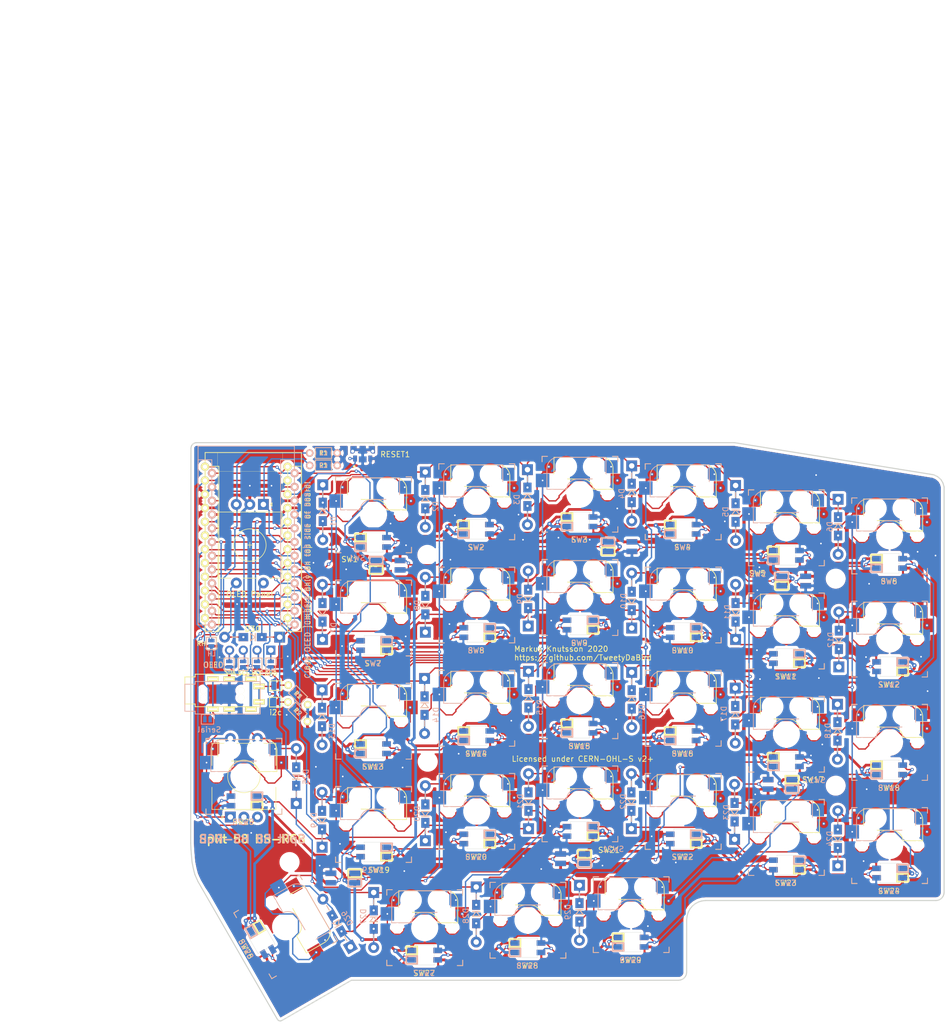
<source format=kicad_pcb>
(kicad_pcb (version 20171130) (host pcbnew "(5.1.6)-1")
  (title_block (title "(Not!)Lily58") (date 2020-11-12) (rev 0.9) (company "Markus Knutsson <markus.knutsson@tweety.se>") (comment 1 https://github.com/TweetyDaBird) (comment 2 "Licensed under CERN-OHL-S v2 or any superseding version"))
  (layers (0 F.Cu signal) (31 B.Cu signal) (34 B.Paste user) (35 F.Paste user) (36 B.SilkS user) (37 F.SilkS user) (38 B.Mask user) (39 F.Mask user) (44 Edge.Cuts user))
  (net 0 "")
  (net 1 "Net-(D1-Pad2)")
  (net 2 row4)
  (net 3 "Net-(D2-Pad2)")
  (net 4 "Net-(D3-Pad2)")
  (net 5 row0)
  (net 6 "Net-(D4-Pad2)")
  (net 7 row1)
  (net 8 "Net-(D5-Pad2)")
  (net 9 row2)
  (net 10 "Net-(D6-Pad2)")
  (net 11 row3)
  (net 12 "Net-(D7-Pad2)")
  (net 13 "Net-(D8-Pad2)")
  (net 14 "Net-(D9-Pad2)")
  (net 15 "Net-(D10-Pad2)")
  (net 16 "Net-(D11-Pad2)")
  (net 17 "Net-(D12-Pad2)")
  (net 18 "Net-(D13-Pad2)")
  (net 19 "Net-(D14-Pad2)")
  (net 20 "Net-(D15-Pad2)")
  (net 21 "Net-(D16-Pad2)")
  (net 22 "Net-(D17-Pad2)")
  (net 23 "Net-(D18-Pad2)")
  (net 24 "Net-(D19-Pad2)")
  (net 25 "Net-(D20-Pad2)")
  (net 26 "Net-(D21-Pad2)")
  (net 27 "Net-(D22-Pad2)")
  (net 28 "Net-(D23-Pad2)")
  (net 29 "Net-(D24-Pad2)")
  (net 30 "Net-(D26-Pad2)")
  (net 31 "Net-(D27-Pad2)")
  (net 32 "Net-(D28-Pad2)")
  (net 33 VCC)
  (net 34 GND)
  (net 35 col0)
  (net 36 col1)
  (net 37 col2)
  (net 38 col3)
  (net 39 col4)
  (net 40 col5)
  (net 41 SDA)
  (net 42 LED)
  (net 43 SCL)
  (net 44 RESET)
  (net 45 "Net-(D29-Pad2)")
  (net 46 "Net-(U1-Pad24)")
  (net 47 DATA)
  (net 48 "Net-(JP1-Pad1)")
  (net 49 "Net-(JP2-Pad1)")
  (net 50 "Net-(JP3-Pad1)")
  (net 51 "Net-(JP4-Pad1)")
  (net 52 "Net-(L1-Pad1)")
  (net 53 "Net-(L2-Pad1)")
  (net 54 "Net-(L3-Pad1)")
  (net 55 "Net-(L4-Pad1)")
  (net 56 "Net-(L5-Pad1)")
  (net 57 "Net-(L12-Pad3)")
  (net 58 "Net-(L13-Pad3)")
  (net 59 "Net-(L7-Pad3)")
  (net 60 "Net-(L8-Pad3)")
  (net 61 "Net-(L10-Pad1)")
  (net 62 "Net-(L10-Pad3)")
  (net 63 "Net-(L11-Pad3)")
  (net 64 "Net-(L13-Pad1)")
  (net 65 "Net-(L14-Pad1)")
  (net 66 "Net-(L15-Pad1)")
  (net 67 "Net-(L16-Pad1)")
  (net 68 "Net-(L17-Pad1)")
  (net 69 "Net-(L18-Pad1)")
  (net 70 "Net-(L19-Pad3)")
  (net 71 "Net-(L19-Pad1)")
  (net 72 "Net-(L20-Pad3)")
  (net 73 "Net-(L21-Pad3)")
  (net 74 "Net-(L22-Pad3)")
  (net 75 "Net-(L23-Pad3)")
  (net 76 "Net-(L25-Pad1)")
  (net 77 "Net-(L26-Pad1)")
  (net 78 "Net-(L27-Pad1)")
  (net 79 "Net-(L28-Pad1)")
  (net 80 "Net-(L29-Pad1)")
  (net 81 "Net-(D30-Pad2)")
  (net 82 Hand)
  (net 83 "Net-(L30-Pad1)")
  (net 84 "Net-(L31-Pad1)")
  (net 85 "Net-(L32-Pad1)")
  (net 86 "Net-(L33-Pad1)")
  (net 87 "Net-(L33-Pad3)")
  (net 88 "Net-(L34-Pad3)")
  (net 89 "Net-(J1-PadR2)")
  (net 90 "Net-(J1-PadS)")
  (net 91 B)
  (net 92 A)
  (net 93 Alt)
  (module Keebio-Parts:RotaryEncoder_EC11-no-legs (layer F.Cu) (at 90.4748 98.2853 90)
    (fp_text reference SW31)
    (fp_text value Rotary_Encoder_Switch)
    (pad A thru_hole rect (at -7.5 -2.5 90) (size 2 2) (drill 1) (layers *.Cu *.Mask) (net 92 A))
    (pad C thru_hole circle (at -7.5 0 90) (size 2 2) (drill 1) (layers *.Cu *.Mask) (net 34 GND))
    (pad B thru_hole circle (at -7.5 2.5 90) (size 2 2) (drill 1) (layers *.Cu *.Mask) (net 91 B))
    (pad S2 thru_hole circle (at 7 -2.5 90) (size 2 2) (drill 1) (layers *.Cu *.Mask) (net 40 col5))
    (pad S1 thru_hole circle (at 7 2.5 90) (size 2 2) (drill 1) (layers *.Cu *.Mask) (net 93 Alt))
  )
  (module "Keyboard Library:Diode_DO35_SOD123" (layer B.Cu) (at 100.1395 98.298 90)
    (fp_text reference D25 (at -0.0635 1.778 90) (layer B.SilkS) (effects (justify mirror)))
    (fp_text value D hide)
    (pad 1 thru_hole rect (at -5 0.00254 270) (size 1.99898 1.99898) (drill 1) (layers *.Cu *.Mask) (net 2 row4))
    (pad 2 thru_hole circle (at 5.16 0.00254 270) (size 1.99898 1.99898) (drill 1) (layers *.Cu *.Mask) (net 93 Alt))
    (pad 1 thru_hole rect (at -1.7 0 90) (size 1.8 1.5) (drill 0.4) (layers *.Cu *.Mask) (net 2 row4))
    (pad 2 thru_hole rect (at 1.7 0 90) (size 1.8 1.5) (drill 0.4) (layers *.Cu *.Mask) (net 93 Alt))
  )
  (module "Keyboard Library:MJ-4PP-9_alim" (layer F.Cu) (at 81.4705 82.423 90)
    (fp_text reference J1 hide)
    (fp_text value AudioJack4 hide)
    (pad S thru_hole rect (at -2.1 11.8 90) (size 1 2.1) (drill oval 0.3 1.6) (layers *.Cu *.Mask F.SilkS) (net 90 "Net-(J1-PadS)") (clearance 0.15))
    (pad T thru_hole rect (at 2.1 10.3 90) (size 1 2.1) (drill oval 0.3 1.6) (layers *.Cu *.Mask F.SilkS) (net 33 VCC) (clearance 0.15))
    (pad R1 thru_hole rect (at 2.1 6.3 90) (size 1 2.1) (drill oval 0.3 1.6) (layers *.Cu *.Mask F.SilkS) (net 34 GND) (clearance 0.15))
    (pad R2 thru_hole rect (at 2.1 3.3 90) (size 1 2.1) (drill oval 0.3 1.6) (layers *.Cu *.Mask F.SilkS) (net 89 "Net-(J1-PadR2)") (clearance 0.15))
    (pad "" np_thru_hole circle (at 0 8.5 90) (size 1.2 1.2) (drill 1.2) (layers *.Cu *.Mask F.SilkS))
    (pad "" np_thru_hole circle (at 0 1.5 90) (size 1.2 1.2) (drill 1.2) (layers *.Cu *.Mask F.SilkS))
    (pad R1 thru_hole rect (at -3.45 6.3 90) (size 1 2.1) (drill oval 0.3 1.6) (layers *.Cu *.Mask F.SilkS) (net 34 GND) (clearance 0.15))
    (pad R2 thru_hole rect (at -3.45 3.3 90) (size 1 2.1) (drill oval 0.3 1.6) (layers *.Cu *.Mask F.SilkS) (net 89 "Net-(J1-PadR2)") (clearance 0.15))
    (pad S thru_hole rect (at 0.75 11.8 90) (size 1 2.1) (drill oval 0.3 1.6) (layers *.Cu *.Mask F.SilkS) (net 90 "Net-(J1-PadS)") (clearance 0.15))
    (pad T thru_hole rect (at -3.45 10.3 90) (size 1 2.1) (drill oval 0.3 1.6) (layers *.Cu *.Mask F.SilkS) (net 33 VCC) (clearance 0.15))
    (pad "" np_thru_hole circle (at -1.35 1.5 90) (size 1.2 1.2) (drill 1.2) (layers *.Cu *.Mask F.SilkS))
    (pad "" np_thru_hole circle (at -1.35 8.5 90) (size 1.2 1.2) (drill 1.2) (layers *.Cu *.Mask F.SilkS))
  )
  (module "Keyboard Library:Jumper_Mini" (layer F.Cu) (at 84.4677 73.7235 270)
    (fp_text reference JP13 hide)
    (fp_text value RH (at 0.0635 1.8542 180) (layer F.SilkS) (effects (font (size 0.8128 0.8128))))
    (pad 2 smd rect (at 0.50038 0 270) (size 0.635 1.143) (layers F.Cu F.Paste F.Mask) (net 34 GND) (clearance 0.1905))
    (pad 1 smd rect (at -0.50038 0 270) (size 0.635 1.143) (layers F.Cu F.Paste F.Mask) (net 82 Hand) (clearance 0.1905))
  )
  (module "Keyboard Library:Jumper_Mini" (layer B.Cu) (at 84.4677 73.7235 270)
    (fp_text reference JP12 hide)
    (fp_text value LH (at 1.9685 -0.0508 180) (layer B.SilkS) (effects (font (size 0.8128 0.8128)) (justify mirror)))
    (pad 2 smd rect (at 0.50038 0 270) (size 0.635 1.143) (layers B.Cu B.Paste B.Mask) (net 33 VCC) (clearance 0.1905))
    (pad 1 smd rect (at -0.50038 0 270) (size 0.635 1.143) (layers B.Cu B.Paste B.Mask) (net 82 Hand) (clearance 0.1905))
  )
  (module "Keyboard Library:Jumper_Mini" (layer B.Cu) (at 83.7565 87.757 180)
    (fp_text reference JP11 hide)
    (fp_text value Jumper_NO_Small hide)
    (pad 2 smd rect (at 0.50038 0 180) (size 0.635 1.143) (layers B.Cu B.Paste B.Mask) (net 47 DATA) (clearance 0.1905))
    (pad 1 smd rect (at -0.50038 0 180) (size 0.635 1.143) (layers B.Cu B.Paste B.Mask) (net 89 "Net-(J1-PadR2)") (clearance 0.1905))
  )
  (module "Keyboard Library:Jumper_Mini" (layer F.Cu) (at 96.3295 81.534)
    (fp_text reference JP10 hide)
    (fp_text value Jumper_NO_Small hide)
    (pad 2 smd rect (at 0.50038 0) (size 0.635 1.143) (layers F.Cu F.Paste F.Mask) (net 41 SDA) (clearance 0.1905))
    (pad 1 smd rect (at -0.50038 0) (size 0.635 1.143) (layers F.Cu F.Paste F.Mask) (net 90 "Net-(J1-PadS)") (clearance 0.1905))
  )
  (module "Keyboard Library:Jumper_Mini" (layer F.Cu) (at 96.3295 84.582 180)
    (fp_text reference JP9 hide)
    (fp_text value Jumper_NO_Small hide)
    (pad 2 smd rect (at 0.50038 0 180) (size 0.635 1.143) (layers F.Cu F.Paste F.Mask) (net 89 "Net-(J1-PadR2)") (clearance 0.1905))
    (pad 1 smd rect (at -0.50038 0 180) (size 0.635 1.143) (layers F.Cu F.Paste F.Mask) (net 43 SCL) (clearance 0.1905))
  )
  (module "Keyboard Library:Jumper_Mini" (layer B.Cu) (at 87.7679 77.5755 270)
    (fp_text reference JP8 hide)
    (fp_text value Jumper_NO_Small hide)
    (pad 2 smd rect (at 0.50038 0 270) (size 0.635 1.143) (layers B.Cu B.Paste B.Mask) (net 34 GND) (clearance 0.1905))
    (pad 1 smd rect (at -0.50038 0 270) (size 0.635 1.143) (layers B.Cu B.Paste B.Mask) (net 51 "Net-(JP4-Pad1)") (clearance 0.1905))
  )
  (module "Keyboard Library:Jumper_Mini" (layer B.Cu) (at 90.339332 77.5755 270)
    (fp_text reference JP7 hide)
    (fp_text value Jumper_NO_Small hide)
    (pad 2 smd rect (at 0.50038 0 270) (size 0.635 1.143) (layers B.Cu B.Paste B.Mask) (net 33 VCC) (clearance 0.1905))
    (pad 1 smd rect (at -0.50038 0 270) (size 0.635 1.143) (layers B.Cu B.Paste B.Mask) (net 50 "Net-(JP3-Pad1)") (clearance 0.1905))
  )
  (module "Keyboard Library:Jumper_Mini" (layer B.Cu) (at 92.910766 77.5755 270)
    (fp_text reference JP6 hide)
    (fp_text value Jumper_NO_Small hide)
    (pad 2 smd rect (at 0.50038 0 270) (size 0.635 1.143) (layers B.Cu B.Paste B.Mask) (net 43 SCL) (clearance 0.1905))
    (pad 1 smd rect (at -0.50038 0 270) (size 0.635 1.143) (layers B.Cu B.Paste B.Mask) (net 49 "Net-(JP2-Pad1)") (clearance 0.1905))
  )
  (module "Keyboard Library:Jumper_Mini" (layer B.Cu) (at 95.4187 77.5755 270)
    (fp_text reference JP5 hide)
    (fp_text value Jumper_NO_Small hide)
    (pad 2 smd rect (at 0.50038 0 270) (size 0.635 1.143) (layers B.Cu B.Paste B.Mask) (net 41 SDA) (clearance 0.1905))
    (pad 1 smd rect (at -0.50038 0 270) (size 0.635 1.143) (layers B.Cu B.Paste B.Mask) (net 48 "Net-(JP1-Pad1)") (clearance 0.1905))
  )
  (module "Keyboard Library:Jumper_Mini" (layer F.Cu) (at 87.7679 77.5755 270)
    (fp_text reference JP4 hide)
    (fp_text value Jumper_NO_Small hide)
    (pad 2 smd rect (at 0.50038 0 270) (size 0.635 1.143) (layers F.Cu F.Paste F.Mask) (net 41 SDA) (clearance 0.1905))
    (pad 1 smd rect (at -0.50038 0 270) (size 0.635 1.143) (layers F.Cu F.Paste F.Mask) (net 51 "Net-(JP4-Pad1)") (clearance 0.1905))
  )
  (module "Keyboard Library:Jumper_Mini" (layer F.Cu) (at 90.339332 77.5755 270)
    (fp_text reference JP3 hide)
    (fp_text value Jumper_NO_Small hide)
    (pad 2 smd rect (at 0.50038 0 270) (size 0.635 1.143) (layers F.Cu F.Paste F.Mask) (net 43 SCL) (clearance 0.1905))
    (pad 1 smd rect (at -0.50038 0 270) (size 0.635 1.143) (layers F.Cu F.Paste F.Mask) (net 50 "Net-(JP3-Pad1)") (clearance 0.1905))
  )
  (module "Keyboard Library:Jumper_Mini" (layer F.Cu) (at 92.910766 77.5755 270)
    (fp_text reference JP2 hide)
    (fp_text value Jumper_NO_Small hide)
    (pad 2 smd rect (at 0.50038 0 270) (size 0.635 1.143) (layers F.Cu F.Paste F.Mask) (net 33 VCC) (clearance 0.1905))
    (pad 1 smd rect (at -0.50038 0 270) (size 0.635 1.143) (layers F.Cu F.Paste F.Mask) (net 49 "Net-(JP2-Pad1)") (clearance 0.1905))
  )
  (module "Keyboard Library:Jumper_Mini" (layer F.Cu) (at 95.4187 77.5755 270)
    (fp_text reference JP1 hide)
    (fp_text value Jumper_NO_Small hide)
    (pad 2 smd rect (at 0.50038 0 270) (size 0.635 1.143) (layers F.Cu F.Paste F.Mask) (net 34 GND) (clearance 0.1905))
    (pad 1 smd rect (at -0.50038 0 270) (size 0.635 1.143) (layers F.Cu F.Paste F.Mask) (net 48 "Net-(JP1-Pad1)") (clearance 0.1905))
  )
  (module "Keyboard Library:RESISTOR_Reversible" (layer F.Cu) (at 100.3935 86.36 135)
    (fp_text reference R2 (at 0 0 135) (layer F.SilkS) (effects (font (size 0.8 0.8))))
    (fp_text value R hide)
    (fp_text user R1 (at 0 0 135) (layer B.SilkS) (effects (font (size 0.8 0.8)) (justify mirror)))
    (pad 2 thru_hole circle (at 2.54 0 135) (size 1.397 1.397) (drill 0.8128) (layers *.Cu *.Mask F.SilkS) (net 43 SCL))
    (pad 1 thru_hole circle (at -2.54 0 135) (size 1.397 1.397) (drill 0.8128) (layers *.Cu *.Mask F.SilkS) (net 33 VCC))
  )
  (module "Keyboard Library:RESISTOR_Reversible" (layer F.Cu) (at 100.457 83.2485 135)
    (fp_text reference R1 (at 0 0 135) (layer F.SilkS) (effects (font (size 0.8 0.8))))
    (fp_text value R hide)
    (fp_text user R1 (at 0 0 135) (layer B.SilkS) (effects (font (size 0.8 0.8)) (justify mirror)))
    (pad 2 thru_hole circle (at 2.54 0 135) (size 1.397 1.397) (drill 0.8128) (layers *.Cu *.Mask F.SilkS) (net 41 SDA))
    (pad 1 thru_hole circle (at -2.54 0 135) (size 1.397 1.397) (drill 0.8128) (layers *.Cu *.Mask F.SilkS) (net 33 VCC))
  )
  (module "Keyboard Library:RESISTOR_Reversible" (layer B.Cu) (at 105.156 40.894 180)
    (fp_text reference C2 (at 0 0) (layer B.SilkS) (effects (font (size 0.8 0.8)) (justify mirror)))
    (fp_text value C_Small hide)
    (fp_text user R1 (at 0 0) (layer F.SilkS) (effects (font (size 0.8 0.8))))
    (pad 2 thru_hole circle (at 2.54 0 180) (size 1.397 1.397) (drill 0.8128) (layers *.Cu *.Mask B.SilkS) (net 92 A))
    (pad 1 thru_hole circle (at -2.54 0 180) (size 1.397 1.397) (drill 0.8128) (layers *.Cu *.Mask B.SilkS) (net 34 GND))
  )
  (module "Keyboard Library:RESISTOR_Reversible" (layer B.Cu) (at 105.156 38.608)
    (fp_text reference C1 (at 0 0) (layer B.SilkS) (effects (font (size 0.8 0.8)) (justify mirror)))
    (fp_text value C_Small hide)
    (fp_text user R1 (at 0 0) (layer F.SilkS) (effects (font (size 0.8 0.8))))
    (pad 2 thru_hole circle (at 2.54 0) (size 1.397 1.397) (drill 0.8128) (layers *.Cu *.Mask B.SilkS) (net 34 GND))
    (pad 1 thru_hole circle (at -2.54 0) (size 1.397 1.397) (drill 0.8128) (layers *.Cu *.Mask B.SilkS) (net 91 B))
  )
  (module "Keyboard Library:Diode_DO35_SOD123" (layer F.Cu) (at 92.075 72.5805 180)
    (fp_text reference D30 (at 0 1.5) (layer F.SilkS))
    (fp_text value D hide)
    (pad 1 thru_hole rect (at -5 -0.00254) (size 1.99898 1.99898) (drill 1) (layers *.Cu *.Mask) (net 2 row4))
    (pad 2 thru_hole circle (at 5.16 -0.00254) (size 1.99898 1.99898) (drill 1) (layers *.Cu *.Mask) (net 81 "Net-(D30-Pad2)"))
    (pad 1 thru_hole rect (at -1.7 0 180) (size 1.8 1.5) (drill 0.4) (layers *.Cu *.Mask) (net 2 row4))
    (pad 2 thru_hole rect (at 1.7 0 180) (size 1.8 1.5) (drill 0.4) (layers *.Cu *.Mask) (net 81 "Net-(D30-Pad2)"))
  )
  (module "Keyboard Library:Diode_DO35_SOD123" (layer B.Cu) (at 152.4 123.3805 270)
    (fp_text reference D29 (at -0.0635 2.159 90) (layer B.SilkS) (effects (justify mirror)))
    (fp_text value D hide)
    (pad 1 thru_hole rect (at -5 0.00254 90) (size 1.99898 1.99898) (drill 1) (layers *.Cu *.Mask) (net 2 row4))
    (pad 2 thru_hole circle (at 5.16 0.00254 90) (size 1.99898 1.99898) (drill 1) (layers *.Cu *.Mask) (net 45 "Net-(D29-Pad2)"))
    (pad 1 thru_hole rect (at -1.7 0 270) (size 1.8 1.5) (drill 0.4) (layers *.Cu *.Mask) (net 2 row4))
    (pad 2 thru_hole rect (at 1.7 0 270) (size 1.8 1.5) (drill 0.4) (layers *.Cu *.Mask) (net 45 "Net-(D29-Pad2)"))
  )
  (module "Keyboard Library:Diode_DO35_SOD123" (layer B.Cu) (at 133.35 123.698 270)
    (fp_text reference D28 (at 0.3175 1.905 90) (layer B.SilkS) (effects (justify mirror)))
    (fp_text value D hide)
    (pad 1 thru_hole rect (at -5 0.00254 90) (size 1.99898 1.99898) (drill 1) (layers *.Cu *.Mask) (net 2 row4))
    (pad 2 thru_hole circle (at 5.16 0.00254 90) (size 1.99898 1.99898) (drill 1) (layers *.Cu *.Mask) (net 32 "Net-(D28-Pad2)"))
    (pad 1 thru_hole rect (at -1.7 0 270) (size 1.8 1.5) (drill 0.4) (layers *.Cu *.Mask) (net 2 row4))
    (pad 2 thru_hole rect (at 1.7 0 270) (size 1.8 1.5) (drill 0.4) (layers *.Cu *.Mask) (net 32 "Net-(D28-Pad2)"))
  )
  (module "Keyboard Library:Diode_DO35_SOD123" (layer B.Cu) (at 114.427 124.714 270)
    (fp_text reference D27 (at -0.5715 1.905 90) (layer B.SilkS) (effects (justify mirror)))
    (fp_text value D hide)
    (pad 1 thru_hole rect (at -5 0.00254 90) (size 1.99898 1.99898) (drill 1) (layers *.Cu *.Mask) (net 2 row4))
    (pad 2 thru_hole circle (at 5.16 0.00254 90) (size 1.99898 1.99898) (drill 1) (layers *.Cu *.Mask) (net 31 "Net-(D27-Pad2)"))
    (pad 1 thru_hole rect (at -1.7 0 270) (size 1.8 1.5) (drill 0.4) (layers *.Cu *.Mask) (net 2 row4))
    (pad 2 thru_hole rect (at 1.7 0 270) (size 1.8 1.5) (drill 0.4) (layers *.Cu *.Mask) (net 31 "Net-(D27-Pad2)"))
  )
  (module "Keyboard Library:Diode_DO35_SOD123" (layer B.Cu) (at 107.6325 125.4125 120)
    (fp_text reference D26 (at -0.095861 2.071036 120) (layer B.SilkS) (effects (justify mirror)))
    (fp_text value D hide)
    (pad 1 thru_hole rect (at -5 0.00254 300) (size 1.99898 1.99898) (drill 1) (layers *.Cu *.Mask) (net 2 row4))
    (pad 2 thru_hole circle (at 5.16 0.00254 300) (size 1.99898 1.99898) (drill 1) (layers *.Cu *.Mask) (net 30 "Net-(D26-Pad2)"))
    (pad 1 thru_hole rect (at -1.7 0 120) (size 1.8 1.5) (drill 0.4) (layers *.Cu *.Mask) (net 2 row4))
    (pad 2 thru_hole rect (at 1.7 0 120) (size 1.8 1.5) (drill 0.4) (layers *.Cu *.Mask) (net 30 "Net-(D26-Pad2)"))
  )
  (module "Keyboard Library:Diode_DO35_SOD123" (layer B.Cu) (at 200.0885 109.7915 90)
    (fp_text reference D24 (at 0 -1.5 90) (layer B.SilkS) (effects (justify mirror)))
    (fp_text value D hide)
    (pad 1 thru_hole rect (at -5 0.00254 270) (size 1.99898 1.99898) (drill 1) (layers *.Cu *.Mask) (net 11 row3))
    (pad 2 thru_hole circle (at 5.16 0.00254 270) (size 1.99898 1.99898) (drill 1) (layers *.Cu *.Mask) (net 29 "Net-(D24-Pad2)"))
    (pad 1 thru_hole rect (at -1.7 0 90) (size 1.8 1.5) (drill 0.4) (layers *.Cu *.Mask) (net 11 row3))
    (pad 2 thru_hole rect (at 1.7 0 90) (size 1.8 1.5) (drill 0.4) (layers *.Cu *.Mask) (net 29 "Net-(D24-Pad2)"))
  )
  (module "Keyboard Library:Diode_DO35_SOD123" (layer B.Cu) (at 181.0385 104.902 90)
    (fp_text reference D23 (at 0 -1.5 90) (layer B.SilkS) (effects (justify mirror)))
    (fp_text value D hide)
    (pad 1 thru_hole rect (at -5 0.00254 270) (size 1.99898 1.99898) (drill 1) (layers *.Cu *.Mask) (net 11 row3))
    (pad 2 thru_hole circle (at 5.16 0.00254 270) (size 1.99898 1.99898) (drill 1) (layers *.Cu *.Mask) (net 28 "Net-(D23-Pad2)"))
    (pad 1 thru_hole rect (at -1.7 0 90) (size 1.8 1.5) (drill 0.4) (layers *.Cu *.Mask) (net 11 row3))
    (pad 2 thru_hole rect (at 1.7 0 90) (size 1.8 1.5) (drill 0.4) (layers *.Cu *.Mask) (net 28 "Net-(D23-Pad2)"))
  )
  (module "Keyboard Library:Diode_DO35_SOD123" (layer B.Cu) (at 161.9885 102.9335 90)
    (fp_text reference D22 (at 0 -1.5 90) (layer B.SilkS) (effects (justify mirror)))
    (fp_text value D hide)
    (pad 1 thru_hole rect (at -5 0.00254 270) (size 1.99898 1.99898) (drill 1) (layers *.Cu *.Mask) (net 11 row3))
    (pad 2 thru_hole circle (at 5.16 0.00254 270) (size 1.99898 1.99898) (drill 1) (layers *.Cu *.Mask) (net 27 "Net-(D22-Pad2)"))
    (pad 1 thru_hole rect (at -1.7 0 90) (size 1.8 1.5) (drill 0.4) (layers *.Cu *.Mask) (net 11 row3))
    (pad 2 thru_hole rect (at 1.7 0 90) (size 1.8 1.5) (drill 0.4) (layers *.Cu *.Mask) (net 27 "Net-(D22-Pad2)"))
  )
  (module "Keyboard Library:Diode_DO35_SOD123" (layer B.Cu) (at 143.002 102.9335 90)
    (fp_text reference D21 (at 0 -1.5 90) (layer B.SilkS) (effects (justify mirror)))
    (fp_text value D hide)
    (pad 1 thru_hole rect (at -5 0.00254 270) (size 1.99898 1.99898) (drill 1) (layers *.Cu *.Mask) (net 11 row3))
    (pad 2 thru_hole circle (at 5.16 0.00254 270) (size 1.99898 1.99898) (drill 1) (layers *.Cu *.Mask) (net 26 "Net-(D21-Pad2)"))
    (pad 1 thru_hole rect (at -1.7 0 90) (size 1.8 1.5) (drill 0.4) (layers *.Cu *.Mask) (net 11 row3))
    (pad 2 thru_hole rect (at 1.7 0 90) (size 1.8 1.5) (drill 0.4) (layers *.Cu *.Mask) (net 26 "Net-(D21-Pad2)"))
  )
  (module "Keyboard Library:Diode_DO35_SOD123" (layer B.Cu) (at 123.952 105.156 90)
    (fp_text reference D20 (at 0 -1.5 90) (layer B.SilkS) (effects (justify mirror)))
    (fp_text value D hide)
    (pad 1 thru_hole rect (at -5 0.00254 270) (size 1.99898 1.99898) (drill 1) (layers *.Cu *.Mask) (net 11 row3))
    (pad 2 thru_hole circle (at 5.16 0.00254 270) (size 1.99898 1.99898) (drill 1) (layers *.Cu *.Mask) (net 25 "Net-(D20-Pad2)"))
    (pad 1 thru_hole rect (at -1.7 0 90) (size 1.8 1.5) (drill 0.4) (layers *.Cu *.Mask) (net 11 row3))
    (pad 2 thru_hole rect (at 1.7 0 90) (size 1.8 1.5) (drill 0.4) (layers *.Cu *.Mask) (net 25 "Net-(D20-Pad2)"))
  )
  (module "Keyboard Library:Diode_DO35_SOD123" (layer B.Cu) (at 104.902 106.3625 90)
    (fp_text reference D19 (at 0 -1.5 90) (layer B.SilkS) (effects (justify mirror)))
    (fp_text value D hide)
    (pad 1 thru_hole rect (at -5 0.00254 270) (size 1.99898 1.99898) (drill 1) (layers *.Cu *.Mask) (net 11 row3))
    (pad 2 thru_hole circle (at 5.16 0.00254 270) (size 1.99898 1.99898) (drill 1) (layers *.Cu *.Mask) (net 24 "Net-(D19-Pad2)"))
    (pad 1 thru_hole rect (at -1.7 0 90) (size 1.8 1.5) (drill 0.4) (layers *.Cu *.Mask) (net 11 row3))
    (pad 2 thru_hole rect (at 1.7 0 90) (size 1.8 1.5) (drill 0.4) (layers *.Cu *.Mask) (net 24 "Net-(D19-Pad2)"))
  )
  (module "Keyboard Library:Diode_DO35_SOD123" (layer B.Cu) (at 200.025 89.9795 270)
    (fp_text reference D18 (at -0.127 1.778 90) (layer B.SilkS) (effects (justify mirror)))
    (fp_text value D hide)
    (pad 1 thru_hole rect (at -5 0.00254 90) (size 1.99898 1.99898) (drill 1) (layers *.Cu *.Mask) (net 9 row2))
    (pad 2 thru_hole circle (at 5.16 0.00254 90) (size 1.99898 1.99898) (drill 1) (layers *.Cu *.Mask) (net 23 "Net-(D18-Pad2)"))
    (pad 1 thru_hole rect (at -1.7 0 270) (size 1.8 1.5) (drill 0.4) (layers *.Cu *.Mask) (net 9 row2))
    (pad 2 thru_hole rect (at 1.7 0 270) (size 1.8 1.5) (drill 0.4) (layers *.Cu *.Mask) (net 23 "Net-(D18-Pad2)"))
  )
  (module "Keyboard Library:Diode_DO35_SOD123" (layer B.Cu) (at 181.1655 86.995 270)
    (fp_text reference D17 (at -0.254 2.0955 90) (layer B.SilkS) (effects (justify mirror)))
    (fp_text value D hide)
    (pad 1 thru_hole rect (at -5 0.00254 90) (size 1.99898 1.99898) (drill 1) (layers *.Cu *.Mask) (net 9 row2))
    (pad 2 thru_hole circle (at 5.16 0.00254 90) (size 1.99898 1.99898) (drill 1) (layers *.Cu *.Mask) (net 22 "Net-(D17-Pad2)"))
    (pad 1 thru_hole rect (at -1.7 0 270) (size 1.8 1.5) (drill 0.4) (layers *.Cu *.Mask) (net 9 row2))
    (pad 2 thru_hole rect (at 1.7 0 270) (size 1.8 1.5) (drill 0.4) (layers *.Cu *.Mask) (net 22 "Net-(D17-Pad2)"))
  )
  (module "Keyboard Library:Diode_DO35_SOD123" (layer B.Cu) (at 162.052 84.074 270)
    (fp_text reference D16 (at 2.3495 -1.905 90) (layer B.SilkS) (effects (justify mirror)))
    (fp_text value D hide)
    (pad 1 thru_hole rect (at -5 0.00254 90) (size 1.99898 1.99898) (drill 1) (layers *.Cu *.Mask) (net 9 row2))
    (pad 2 thru_hole circle (at 5.16 0.00254 90) (size 1.99898 1.99898) (drill 1) (layers *.Cu *.Mask) (net 21 "Net-(D16-Pad2)"))
    (pad 1 thru_hole rect (at -1.7 0 270) (size 1.8 1.5) (drill 0.4) (layers *.Cu *.Mask) (net 9 row2))
    (pad 2 thru_hole rect (at 1.7 0 270) (size 1.8 1.5) (drill 0.4) (layers *.Cu *.Mask) (net 21 "Net-(D16-Pad2)"))
  )
  (module "Keyboard Library:Diode_DO35_SOD123" (layer B.Cu) (at 143.00454 83.8835 270)
    (fp_text reference D15 (at 1.651 -2.09296 90) (layer B.SilkS) (effects (justify mirror)))
    (fp_text value D hide)
    (pad 1 thru_hole rect (at -5 0.00254 90) (size 1.99898 1.99898) (drill 1) (layers *.Cu *.Mask) (net 9 row2))
    (pad 2 thru_hole circle (at 5.16 0.00254 90) (size 1.99898 1.99898) (drill 1) (layers *.Cu *.Mask) (net 20 "Net-(D15-Pad2)"))
    (pad 1 thru_hole rect (at -1.7 0 270) (size 1.8 1.5) (drill 0.4) (layers *.Cu *.Mask) (net 9 row2))
    (pad 2 thru_hole rect (at 1.7 0 270) (size 1.8 1.5) (drill 0.4) (layers *.Cu *.Mask) (net 20 "Net-(D15-Pad2)"))
  )
  (module "Keyboard Library:Diode_DO35_SOD123" (layer B.Cu) (at 123.825 85.217 270)
    (fp_text reference D14 (at 1.7145 -2.0955 90) (layer B.SilkS) (effects (justify mirror)))
    (fp_text value D hide)
    (pad 1 thru_hole rect (at -5 0.00254 90) (size 1.99898 1.99898) (drill 1) (layers *.Cu *.Mask) (net 9 row2))
    (pad 2 thru_hole circle (at 5.16 0.00254 90) (size 1.99898 1.99898) (drill 1) (layers *.Cu *.Mask) (net 19 "Net-(D14-Pad2)"))
    (pad 1 thru_hole rect (at -1.7 0 270) (size 1.8 1.5) (drill 0.4) (layers *.Cu *.Mask) (net 9 row2))
    (pad 2 thru_hole rect (at 1.7 0 270) (size 1.8 1.5) (drill 0.4) (layers *.Cu *.Mask) (net 19 "Net-(D14-Pad2)"))
  )
  (module "Keyboard Library:Diode_DO35_SOD123" (layer B.Cu) (at 104.902 87.3125 270)
    (fp_text reference D13 (at 2.6035 -1.8415 90) (layer B.SilkS) (effects (justify mirror)))
    (fp_text value D hide)
    (pad 1 thru_hole rect (at -5 0.00254 90) (size 1.99898 1.99898) (drill 1) (layers *.Cu *.Mask) (net 9 row2))
    (pad 2 thru_hole circle (at 5.16 0.00254 90) (size 1.99898 1.99898) (drill 1) (layers *.Cu *.Mask) (net 18 "Net-(D13-Pad2)"))
    (pad 1 thru_hole rect (at -1.7 0 270) (size 1.8 1.5) (drill 0.4) (layers *.Cu *.Mask) (net 9 row2))
    (pad 2 thru_hole rect (at 1.7 0 270) (size 1.8 1.5) (drill 0.4) (layers *.Cu *.Mask) (net 18 "Net-(D13-Pad2)"))
  )
  (module "Keyboard Library:Diode_DO35_SOD123" (layer B.Cu) (at 200.279 73.0885 90)
    (fp_text reference D12 (at 0 -1.5 90) (layer B.SilkS) (effects (justify mirror)))
    (fp_text value D hide)
    (pad 1 thru_hole rect (at -5 0.00254 270) (size 1.99898 1.99898) (drill 1) (layers *.Cu *.Mask) (net 7 row1))
    (pad 2 thru_hole circle (at 5.16 0.00254 270) (size 1.99898 1.99898) (drill 1) (layers *.Cu *.Mask) (net 17 "Net-(D12-Pad2)"))
    (pad 1 thru_hole rect (at -1.7 0 90) (size 1.8 1.5) (drill 0.4) (layers *.Cu *.Mask) (net 7 row1))
    (pad 2 thru_hole rect (at 1.7 0 90) (size 1.8 1.5) (drill 0.4) (layers *.Cu *.Mask) (net 17 "Net-(D12-Pad2)"))
  )
  (module "Keyboard Library:Diode_DO35_SOD123" (layer B.Cu) (at 181.229 68.0085 90)
    (fp_text reference D11 (at 0 -1.5 90) (layer B.SilkS) (effects (justify mirror)))
    (fp_text value D hide)
    (pad 1 thru_hole rect (at -5 0.00254 270) (size 1.99898 1.99898) (drill 1) (layers *.Cu *.Mask) (net 7 row1))
    (pad 2 thru_hole circle (at 5.16 0.00254 270) (size 1.99898 1.99898) (drill 1) (layers *.Cu *.Mask) (net 16 "Net-(D11-Pad2)"))
    (pad 1 thru_hole rect (at -1.7 0 90) (size 1.8 1.5) (drill 0.4) (layers *.Cu *.Mask) (net 7 row1))
    (pad 2 thru_hole rect (at 1.7 0 90) (size 1.8 1.5) (drill 0.4) (layers *.Cu *.Mask) (net 16 "Net-(D11-Pad2)"))
  )
  (module "Keyboard Library:Diode_DO35_SOD123" (layer B.Cu) (at 162.052 65.913 90)
    (fp_text reference D10 (at 0 -1.5 90) (layer B.SilkS) (effects (justify mirror)))
    (fp_text value D hide)
    (pad 1 thru_hole rect (at -5 0.00254 270) (size 1.99898 1.99898) (drill 1) (layers *.Cu *.Mask) (net 7 row1))
    (pad 2 thru_hole circle (at 5.16 0.00254 270) (size 1.99898 1.99898) (drill 1) (layers *.Cu *.Mask) (net 15 "Net-(D10-Pad2)"))
    (pad 1 thru_hole rect (at -1.7 0 90) (size 1.8 1.5) (drill 0.4) (layers *.Cu *.Mask) (net 7 row1))
    (pad 2 thru_hole rect (at 1.7 0 90) (size 1.8 1.5) (drill 0.4) (layers *.Cu *.Mask) (net 15 "Net-(D10-Pad2)"))
  )
  (module "Keyboard Library:Diode_DO35_SOD123" (layer B.Cu) (at 142.9385 65.532 90)
    (fp_text reference D9 (at 0 -1.5 90) (layer B.SilkS) (effects (justify mirror)))
    (fp_text value D hide)
    (pad 1 thru_hole rect (at -5 0.00254 270) (size 1.99898 1.99898) (drill 1) (layers *.Cu *.Mask) (net 7 row1))
    (pad 2 thru_hole circle (at 5.16 0.00254 270) (size 1.99898 1.99898) (drill 1) (layers *.Cu *.Mask) (net 14 "Net-(D9-Pad2)"))
    (pad 1 thru_hole rect (at -1.7 0 90) (size 1.8 1.5) (drill 0.4) (layers *.Cu *.Mask) (net 7 row1))
    (pad 2 thru_hole rect (at 1.7 0 90) (size 1.8 1.5) (drill 0.4) (layers *.Cu *.Mask) (net 14 "Net-(D9-Pad2)"))
  )
  (module "Keyboard Library:Diode_DO35_SOD123" (layer B.Cu) (at 123.952 66.675 90)
    (fp_text reference D8 (at 0 -1.5 90) (layer B.SilkS) (effects (justify mirror)))
    (fp_text value D hide)
    (pad 1 thru_hole rect (at -5 0.00254 270) (size 1.99898 1.99898) (drill 1) (layers *.Cu *.Mask) (net 7 row1))
    (pad 2 thru_hole circle (at 5.16 0.00254 270) (size 1.99898 1.99898) (drill 1) (layers *.Cu *.Mask) (net 13 "Net-(D8-Pad2)"))
    (pad 1 thru_hole rect (at -1.7 0 90) (size 1.8 1.5) (drill 0.4) (layers *.Cu *.Mask) (net 7 row1))
    (pad 2 thru_hole rect (at 1.7 0 90) (size 1.8 1.5) (drill 0.4) (layers *.Cu *.Mask) (net 13 "Net-(D8-Pad2)"))
  )
  (module "Keyboard Library:Diode_DO35_SOD123" (layer B.Cu) (at 104.9655 68.0085 90)
    (fp_text reference D7 (at -2.794 2.0955 90) (layer B.SilkS) (effects (justify mirror)))
    (fp_text value D hide)
    (pad 1 thru_hole rect (at -5 0.00254 270) (size 1.99898 1.99898) (drill 1) (layers *.Cu *.Mask) (net 7 row1))
    (pad 2 thru_hole circle (at 5.16 0.00254 270) (size 1.99898 1.99898) (drill 1) (layers *.Cu *.Mask) (net 12 "Net-(D7-Pad2)"))
    (pad 1 thru_hole rect (at -1.7 0 90) (size 1.8 1.5) (drill 0.4) (layers *.Cu *.Mask) (net 7 row1))
    (pad 2 thru_hole rect (at 1.7 0 90) (size 1.8 1.5) (drill 0.4) (layers *.Cu *.Mask) (net 12 "Net-(D7-Pad2)"))
  )
  (module "Keyboard Library:Diode_DO35_SOD123" (layer B.Cu) (at 200.152 52.1335 270)
    (fp_text reference D6 (at 0.0635 1.524 90) (layer B.SilkS) (effects (justify mirror)))
    (fp_text value D hide)
    (pad 1 thru_hole rect (at -5 0.00254 90) (size 1.99898 1.99898) (drill 1) (layers *.Cu *.Mask) (net 5 row0))
    (pad 2 thru_hole circle (at 5.16 0.00254 90) (size 1.99898 1.99898) (drill 1) (layers *.Cu *.Mask) (net 10 "Net-(D6-Pad2)"))
    (pad 1 thru_hole rect (at -1.7 0 270) (size 1.8 1.5) (drill 0.4) (layers *.Cu *.Mask) (net 5 row0))
    (pad 2 thru_hole rect (at 1.7 0 270) (size 1.8 1.5) (drill 0.4) (layers *.Cu *.Mask) (net 10 "Net-(D6-Pad2)"))
  )
  (module "Keyboard Library:Diode_DO35_SOD123" (layer B.Cu) (at 181.229 49.5935 270)
    (fp_text reference D5 (at -0.127 1.8415 90) (layer B.SilkS) (effects (justify mirror)))
    (fp_text value D hide)
    (pad 1 thru_hole rect (at -5 0.00254 90) (size 1.99898 1.99898) (drill 1) (layers *.Cu *.Mask) (net 5 row0))
    (pad 2 thru_hole circle (at 5.16 0.00254 90) (size 1.99898 1.99898) (drill 1) (layers *.Cu *.Mask) (net 8 "Net-(D5-Pad2)"))
    (pad 1 thru_hole rect (at -1.7 0 270) (size 1.8 1.5) (drill 0.4) (layers *.Cu *.Mask) (net 5 row0))
    (pad 2 thru_hole rect (at 1.7 0 270) (size 1.8 1.5) (drill 0.4) (layers *.Cu *.Mask) (net 8 "Net-(D5-Pad2)"))
  )
  (module "Keyboard Library:Diode_DO35_SOD123" (layer B.Cu) (at 162.052 45.974 270)
    (fp_text reference D4 (at 0.127 1.8415 90) (layer B.SilkS) (effects (justify mirror)))
    (fp_text value D hide)
    (pad 1 thru_hole rect (at -5 0.00254 90) (size 1.99898 1.99898) (drill 1) (layers *.Cu *.Mask) (net 5 row0))
    (pad 2 thru_hole circle (at 5.16 0.00254 90) (size 1.99898 1.99898) (drill 1) (layers *.Cu *.Mask) (net 6 "Net-(D4-Pad2)"))
    (pad 1 thru_hole rect (at -1.7 0 270) (size 1.8 1.5) (drill 0.4) (layers *.Cu *.Mask) (net 5 row0))
    (pad 2 thru_hole rect (at 1.7 0 270) (size 1.8 1.5) (drill 0.4) (layers *.Cu *.Mask) (net 6 "Net-(D4-Pad2)"))
  )
  (module "Keyboard Library:Diode_DO35_SOD123" (layer B.Cu) (at 142.8115 46.6725 270)
    (fp_text reference D3 (at 0.508 1.9685 90) (layer B.SilkS) (effects (justify mirror)))
    (fp_text value D hide)
    (pad 1 thru_hole rect (at -5 0.00254 90) (size 1.99898 1.99898) (drill 1) (layers *.Cu *.Mask) (net 5 row0))
    (pad 2 thru_hole circle (at 5.16 0.00254 90) (size 1.99898 1.99898) (drill 1) (layers *.Cu *.Mask) (net 4 "Net-(D3-Pad2)"))
    (pad 1 thru_hole rect (at -1.7 0 270) (size 1.8 1.5) (drill 0.4) (layers *.Cu *.Mask) (net 5 row0))
    (pad 2 thru_hole rect (at 1.7 0 270) (size 1.8 1.5) (drill 0.4) (layers *.Cu *.Mask) (net 4 "Net-(D3-Pad2)"))
  )
  (module "Keyboard Library:Diode_DO35_SOD123" (layer B.Cu) (at 123.952 47.117 270)
    (fp_text reference D2 (at 1.3335 -1.905 90) (layer B.SilkS) (effects (justify mirror)))
    (fp_text value D hide)
    (pad 1 thru_hole rect (at -5 0.00254 90) (size 1.99898 1.99898) (drill 1) (layers *.Cu *.Mask) (net 5 row0))
    (pad 2 thru_hole circle (at 5.16 0.00254 90) (size 1.99898 1.99898) (drill 1) (layers *.Cu *.Mask) (net 3 "Net-(D2-Pad2)"))
    (pad 1 thru_hole rect (at -1.7 0 270) (size 1.8 1.5) (drill 0.4) (layers *.Cu *.Mask) (net 5 row0))
    (pad 2 thru_hole rect (at 1.7 0 270) (size 1.8 1.5) (drill 0.4) (layers *.Cu *.Mask) (net 3 "Net-(D2-Pad2)"))
  )
  (module "Keyboard Library:Diode_DO35_SOD123" (layer B.Cu) (at 105.029 49.4665 270)
    (fp_text reference D1 (at 1.778 -1.9685 90) (layer B.SilkS) (effects (justify mirror)))
    (fp_text value D hide)
    (pad 1 thru_hole rect (at -5 0.00254 90) (size 1.99898 1.99898) (drill 1) (layers *.Cu *.Mask) (net 5 row0))
    (pad 2 thru_hole circle (at 5.16 0.00254 90) (size 1.99898 1.99898) (drill 1) (layers *.Cu *.Mask) (net 1 "Net-(D1-Pad2)"))
    (pad 1 thru_hole rect (at -1.7 0 270) (size 1.8 1.5) (drill 0.4) (layers *.Cu *.Mask) (net 5 row0))
    (pad 2 thru_hole rect (at 1.7 0 270) (size 1.8 1.5) (drill 0.4) (layers *.Cu *.Mask) (net 1 "Net-(D1-Pad2)"))
  )
  (module "Keyboard Library:SK6812MINI_Reversible" (layer F.Cu) (at 117.094 59.309 180)
    (fp_text reference L35 hide)
    (fp_text value SK6812mini hide)
    (pad 2 smd rect (at -2.2 -0.875 180) (size 2 1) (layers B.Cu B.Paste B.Mask) (net 34 GND))
    (pad 1 smd rect (at -2.2 0.875 180) (size 2 1) (layers B.Cu B.Paste B.Mask) (net 88 "Net-(L34-Pad3)"))
    (pad 4 smd rect (at 2.2 0.875 180) (size 2 1) (layers B.Cu B.Paste B.Mask) (net 33 VCC))
    (pad 3 smd rect (at 2.2 -0.875 180) (size 2 1) (layers B.Cu B.Paste B.Mask) (net 85 "Net-(L32-Pad1)"))
    (pad 2 smd rect (at -2.2 0.875 180) (size 2 1) (layers F.Cu F.Paste F.Mask) (net 34 GND))
    (pad 1 smd rect (at -2.2 -0.875 180) (size 2 1) (layers F.Cu F.Paste F.Mask) (net 88 "Net-(L34-Pad3)"))
    (pad 3 smd rect (at 2.2 0.875 180) (size 2 1) (layers F.Cu F.Paste F.Mask) (net 85 "Net-(L32-Pad1)"))
    (pad 4 smd rect (at 2.2 -0.875 180) (size 2 1) (layers F.Cu F.Paste F.Mask) (net 33 VCC))
  )
  (module "Keyboard Library:SK6812MINI_Reversible" (layer F.Cu) (at 159.893 55.88 180)
    (fp_text reference L34 hide)
    (fp_text value SK6812mini hide)
    (pad 2 smd rect (at -2.2 -0.875 180) (size 2 1) (layers B.Cu B.Paste B.Mask) (net 34 GND))
    (pad 1 smd rect (at -2.2 0.875 180) (size 2 1) (layers B.Cu B.Paste B.Mask) (net 87 "Net-(L33-Pad3)"))
    (pad 4 smd rect (at 2.2 0.875 180) (size 2 1) (layers B.Cu B.Paste B.Mask) (net 33 VCC))
    (pad 3 smd rect (at 2.2 -0.875 180) (size 2 1) (layers B.Cu B.Paste B.Mask) (net 88 "Net-(L34-Pad3)"))
    (pad 2 smd rect (at -2.2 0.875 180) (size 2 1) (layers F.Cu F.Paste F.Mask) (net 34 GND))
    (pad 1 smd rect (at -2.2 -0.875 180) (size 2 1) (layers F.Cu F.Paste F.Mask) (net 87 "Net-(L33-Pad3)"))
    (pad 3 smd rect (at 2.2 0.875 180) (size 2 1) (layers F.Cu F.Paste F.Mask) (net 88 "Net-(L34-Pad3)"))
    (pad 4 smd rect (at 2.2 -0.875 180) (size 2 1) (layers F.Cu F.Paste F.Mask) (net 33 VCC))
  )
  (module "Keyboard Library:SK6812MINI_Reversible" (layer F.Cu) (at 191.9605 62.23 180)
    (fp_text reference L33 hide)
    (fp_text value SK6812mini hide)
    (pad 2 smd rect (at -2.2 -0.875 180) (size 2 1) (layers B.Cu B.Paste B.Mask) (net 34 GND))
    (pad 1 smd rect (at -2.2 0.875 180) (size 2 1) (layers B.Cu B.Paste B.Mask) (net 86 "Net-(L33-Pad1)"))
    (pad 4 smd rect (at 2.2 0.875 180) (size 2 1) (layers B.Cu B.Paste B.Mask) (net 33 VCC))
    (pad 3 smd rect (at 2.2 -0.875 180) (size 2 1) (layers B.Cu B.Paste B.Mask) (net 87 "Net-(L33-Pad3)"))
    (pad 2 smd rect (at -2.2 0.875 180) (size 2 1) (layers F.Cu F.Paste F.Mask) (net 34 GND))
    (pad 1 smd rect (at -2.2 -0.875 180) (size 2 1) (layers F.Cu F.Paste F.Mask) (net 86 "Net-(L33-Pad1)"))
    (pad 3 smd rect (at 2.2 0.875 180) (size 2 1) (layers F.Cu F.Paste F.Mask) (net 87 "Net-(L33-Pad3)"))
    (pad 4 smd rect (at 2.2 -0.875 180) (size 2 1) (layers F.Cu F.Paste F.Mask) (net 33 VCC))
  )
  (module "Keyboard Library:SK6812MINI_Reversible" (layer F.Cu) (at 108.7345 117.0445)
    (fp_text reference L32 hide)
    (fp_text value SK6812mini hide)
    (pad 2 smd rect (at -2.2 -0.875) (size 2 1) (layers B.Cu B.Paste B.Mask) (net 34 GND))
    (pad 1 smd rect (at -2.2 0.875) (size 2 1) (layers B.Cu B.Paste B.Mask) (net 85 "Net-(L32-Pad1)"))
    (pad 4 smd rect (at 2.2 0.875) (size 2 1) (layers B.Cu B.Paste B.Mask) (net 33 VCC))
    (pad 3 smd rect (at 2.2 -0.875) (size 2 1) (layers B.Cu B.Paste B.Mask) (net 84 "Net-(L31-Pad1)"))
    (pad 2 smd rect (at -2.2 0.875) (size 2 1) (layers F.Cu F.Paste F.Mask) (net 34 GND))
    (pad 1 smd rect (at -2.2 -0.875) (size 2 1) (layers F.Cu F.Paste F.Mask) (net 85 "Net-(L32-Pad1)"))
    (pad 3 smd rect (at 2.2 0.875) (size 2 1) (layers F.Cu F.Paste F.Mask) (net 84 "Net-(L31-Pad1)"))
    (pad 4 smd rect (at 2.2 -0.875) (size 2 1) (layers F.Cu F.Paste F.Mask) (net 33 VCC))
  )
  (module "Keyboard Library:SK6812MINI_Reversible" (layer F.Cu) (at 151.13 113.4745)
    (fp_text reference L31 hide)
    (fp_text value SK6812mini hide)
    (pad 2 smd rect (at -2.2 -0.875) (size 2 1) (layers B.Cu B.Paste B.Mask) (net 34 GND))
    (pad 1 smd rect (at -2.2 0.875) (size 2 1) (layers B.Cu B.Paste B.Mask) (net 84 "Net-(L31-Pad1)"))
    (pad 4 smd rect (at 2.2 0.875) (size 2 1) (layers B.Cu B.Paste B.Mask) (net 33 VCC))
    (pad 3 smd rect (at 2.2 -0.875) (size 2 1) (layers B.Cu B.Paste B.Mask) (net 83 "Net-(L30-Pad1)"))
    (pad 2 smd rect (at -2.2 0.875) (size 2 1) (layers F.Cu F.Paste F.Mask) (net 34 GND))
    (pad 1 smd rect (at -2.2 -0.875) (size 2 1) (layers F.Cu F.Paste F.Mask) (net 84 "Net-(L31-Pad1)"))
    (pad 3 smd rect (at 2.2 0.875) (size 2 1) (layers F.Cu F.Paste F.Mask) (net 83 "Net-(L30-Pad1)"))
    (pad 4 smd rect (at 2.2 -0.875) (size 2 1) (layers F.Cu F.Paste F.Mask) (net 33 VCC))
  )
  (module "Keyboard Library:SK6812MINI_Reversible" (layer F.Cu) (at 189.4205 99.7585)
    (fp_text reference L30 hide)
    (fp_text value SK6812mini hide)
    (pad 2 smd rect (at -2.2 -0.875) (size 2 1) (layers B.Cu B.Paste B.Mask) (net 34 GND))
    (pad 1 smd rect (at -2.2 0.875) (size 2 1) (layers B.Cu B.Paste B.Mask) (net 83 "Net-(L30-Pad1)"))
    (pad 4 smd rect (at 2.2 0.875) (size 2 1) (layers B.Cu B.Paste B.Mask) (net 33 VCC))
    (pad 3 smd rect (at 2.2 -0.875) (size 2 1) (layers B.Cu B.Paste B.Mask) (net 80 "Net-(L29-Pad1)"))
    (pad 2 smd rect (at -2.2 0.875) (size 2 1) (layers F.Cu F.Paste F.Mask) (net 34 GND))
    (pad 1 smd rect (at -2.2 -0.875) (size 2 1) (layers F.Cu F.Paste F.Mask) (net 83 "Net-(L30-Pad1)"))
    (pad 3 smd rect (at 2.2 0.875) (size 2 1) (layers F.Cu F.Paste F.Mask) (net 80 "Net-(L29-Pad1)"))
    (pad 4 smd rect (at 2.2 -0.875) (size 2 1) (layers F.Cu F.Paste F.Mask) (net 33 VCC))
  )
  (module "Keyboard Library:SK6812MINI_Midmount_Reversible" (layer F.Cu) (at 161.95 128.88 180)
    (fp_text reference L29 hide)
    (fp_text value SK6812mini hide)
    (fp_line (start -1.75 -1.8) (end -1.75 1.8) (layer Edge.Cuts) (width 0.05))
    (fp_line (start 1.75 -1.8) (end 1.75 1.8) (layer Edge.Cuts) (width 0.05))
    (fp_line (start -1.75 -1.8) (end 1.75 -1.8) (layer Edge.Cuts) (width 0.05))
    (fp_line (start 1.75 1.8) (end -1.75 1.8) (layer Edge.Cuts) (width 0.05))
    (pad 4 smd rect (at 2.4 0.875 180) (size 1.6 1) (layers F.Cu F.Paste F.Mask) (net 33 VCC))
    (pad 3 smd rect (at 2.4 -0.875 180) (size 1.6 1) (layers F.Cu F.Paste F.Mask) (net 79 "Net-(L28-Pad1)"))
    (pad 1 smd rect (at -2.4 0.875 180) (size 1.6 1) (layers F.Cu F.Paste F.Mask) (net 80 "Net-(L29-Pad1)"))
    (pad 2 smd rect (at -2.4 -0.875 180) (size 1.6 1) (layers F.Cu F.Paste F.Mask) (net 34 GND))
    (pad 3 smd rect (at 2.4 0.875 180) (size 1.6 1) (layers B.Cu B.Paste B.Mask) (net 79 "Net-(L28-Pad1)"))
    (pad 4 smd rect (at 2.4 -0.875 180) (size 1.6 1) (layers B.Cu B.Paste B.Mask) (net 33 VCC))
    (pad 1 smd rect (at -2.4 -0.875 180) (size 1.6 1) (layers B.Cu B.Paste B.Mask) (net 80 "Net-(L29-Pad1)"))
    (pad 2 smd rect (at -2.4 0.875 180) (size 1.6 1) (layers B.Cu B.Paste B.Mask) (net 34 GND))
  )
  (module "Keyboard Library:SK6812MINI_Midmount_Reversible" (layer F.Cu) (at 142.8977 129.9083 180)
    (fp_text reference L28 hide)
    (fp_text value SK6812mini hide)
    (fp_line (start -1.75 -1.8) (end -1.75 1.8) (layer Edge.Cuts) (width 0.05))
    (fp_line (start 1.75 -1.8) (end 1.75 1.8) (layer Edge.Cuts) (width 0.05))
    (fp_line (start -1.75 -1.8) (end 1.75 -1.8) (layer Edge.Cuts) (width 0.05))
    (fp_line (start 1.75 1.8) (end -1.75 1.8) (layer Edge.Cuts) (width 0.05))
    (pad 4 smd rect (at 2.4 0.875 180) (size 1.6 1) (layers F.Cu F.Paste F.Mask) (net 33 VCC))
    (pad 3 smd rect (at 2.4 -0.875 180) (size 1.6 1) (layers F.Cu F.Paste F.Mask) (net 78 "Net-(L27-Pad1)"))
    (pad 1 smd rect (at -2.4 0.875 180) (size 1.6 1) (layers F.Cu F.Paste F.Mask) (net 79 "Net-(L28-Pad1)"))
    (pad 2 smd rect (at -2.4 -0.875 180) (size 1.6 1) (layers F.Cu F.Paste F.Mask) (net 34 GND))
    (pad 3 smd rect (at 2.4 0.875 180) (size 1.6 1) (layers B.Cu B.Paste B.Mask) (net 78 "Net-(L27-Pad1)"))
    (pad 4 smd rect (at 2.4 -0.875 180) (size 1.6 1) (layers B.Cu B.Paste B.Mask) (net 33 VCC))
    (pad 1 smd rect (at -2.4 -0.875 180) (size 1.6 1) (layers B.Cu B.Paste B.Mask) (net 79 "Net-(L28-Pad1)"))
    (pad 2 smd rect (at -2.4 0.875 180) (size 1.6 1) (layers B.Cu B.Paste B.Mask) (net 34 GND))
  )
  (module "Keyboard Library:SK6812MINI_Midmount_Reversible" (layer F.Cu) (at 123.85 131.28 180)
    (fp_text reference L27 hide)
    (fp_text value SK6812mini hide)
    (fp_line (start -1.75 -1.8) (end -1.75 1.8) (layer Edge.Cuts) (width 0.05))
    (fp_line (start 1.75 -1.8) (end 1.75 1.8) (layer Edge.Cuts) (width 0.05))
    (fp_line (start -1.75 -1.8) (end 1.75 -1.8) (layer Edge.Cuts) (width 0.05))
    (fp_line (start 1.75 1.8) (end -1.75 1.8) (layer Edge.Cuts) (width 0.05))
    (pad 4 smd rect (at 2.4 0.875 180) (size 1.6 1) (layers F.Cu F.Paste F.Mask) (net 33 VCC))
    (pad 3 smd rect (at 2.4 -0.875 180) (size 1.6 1) (layers F.Cu F.Paste F.Mask) (net 77 "Net-(L26-Pad1)"))
    (pad 1 smd rect (at -2.4 0.875 180) (size 1.6 1) (layers F.Cu F.Paste F.Mask) (net 78 "Net-(L27-Pad1)"))
    (pad 2 smd rect (at -2.4 -0.875 180) (size 1.6 1) (layers F.Cu F.Paste F.Mask) (net 34 GND))
    (pad 3 smd rect (at 2.4 0.875 180) (size 1.6 1) (layers B.Cu B.Paste B.Mask) (net 77 "Net-(L26-Pad1)"))
    (pad 4 smd rect (at 2.4 -0.875 180) (size 1.6 1) (layers B.Cu B.Paste B.Mask) (net 33 VCC))
    (pad 1 smd rect (at -2.4 -0.875 180) (size 1.6 1) (layers B.Cu B.Paste B.Mask) (net 78 "Net-(L27-Pad1)"))
    (pad 2 smd rect (at -2.4 0.875 180) (size 1.6 1) (layers B.Cu B.Paste B.Mask) (net 34 GND))
  )
  (module "Keyboard Library:SK6812MINI_Midmount_Reversible" (layer F.Cu) (at 93.771591 128.587499 120)
    (fp_text reference L26 hide)
    (fp_text value SK6812mini hide)
    (fp_line (start -1.75 -1.8) (end -1.75 1.8) (layer Edge.Cuts) (width 0.05))
    (fp_line (start 1.75 -1.8) (end 1.75 1.8) (layer Edge.Cuts) (width 0.05))
    (fp_line (start -1.75 -1.8) (end 1.75 -1.8) (layer Edge.Cuts) (width 0.05))
    (fp_line (start 1.75 1.8) (end -1.75 1.8) (layer Edge.Cuts) (width 0.05))
    (pad 4 smd rect (at 2.4 0.875 120) (size 1.6 1) (layers F.Cu F.Paste F.Mask) (net 33 VCC))
    (pad 3 smd rect (at 2.4 -0.875 120) (size 1.6 1) (layers F.Cu F.Paste F.Mask) (net 76 "Net-(L25-Pad1)"))
    (pad 1 smd rect (at -2.4 0.875 120) (size 1.6 1) (layers F.Cu F.Paste F.Mask) (net 77 "Net-(L26-Pad1)"))
    (pad 2 smd rect (at -2.4 -0.875 120) (size 1.6 1) (layers F.Cu F.Paste F.Mask) (net 34 GND))
    (pad 3 smd rect (at 2.4 0.875 120) (size 1.6 1) (layers B.Cu B.Paste B.Mask) (net 76 "Net-(L25-Pad1)"))
    (pad 4 smd rect (at 2.4 -0.875 120) (size 1.6 1) (layers B.Cu B.Paste B.Mask) (net 33 VCC))
    (pad 1 smd rect (at -2.4 -0.875 120) (size 1.6 1) (layers B.Cu B.Paste B.Mask) (net 77 "Net-(L26-Pad1)"))
    (pad 2 smd rect (at -2.4 0.875 120) (size 1.6 1) (layers B.Cu B.Paste B.Mask) (net 34 GND))
  )
  (module "Keyboard Library:SK6812MINI_Midmount_Reversible" (layer F.Cu) (at 90.4748 102.8065)
    (fp_text reference L25 hide)
    (fp_text value SK6812mini hide)
    (fp_line (start -1.75 -1.8) (end -1.75 1.8) (layer Edge.Cuts) (width 0.05))
    (fp_line (start 1.75 -1.8) (end 1.75 1.8) (layer Edge.Cuts) (width 0.05))
    (fp_line (start -1.75 -1.8) (end 1.75 -1.8) (layer Edge.Cuts) (width 0.05))
    (fp_line (start 1.75 1.8) (end -1.75 1.8) (layer Edge.Cuts) (width 0.05))
    (pad 4 smd rect (at 2.4 0.875) (size 1.6 1) (layers F.Cu F.Paste F.Mask) (net 33 VCC))
    (pad 3 smd rect (at 2.4 -0.875) (size 1.6 1) (layers F.Cu F.Paste F.Mask) (net 71 "Net-(L19-Pad1)"))
    (pad 1 smd rect (at -2.4 0.875) (size 1.6 1) (layers F.Cu F.Paste F.Mask) (net 76 "Net-(L25-Pad1)"))
    (pad 2 smd rect (at -2.4 -0.875) (size 1.6 1) (layers F.Cu F.Paste F.Mask) (net 34 GND))
    (pad 3 smd rect (at 2.4 0.875) (size 1.6 1) (layers B.Cu B.Paste B.Mask) (net 71 "Net-(L19-Pad1)"))
    (pad 4 smd rect (at 2.4 -0.875) (size 1.6 1) (layers B.Cu B.Paste B.Mask) (net 33 VCC))
    (pad 1 smd rect (at -2.4 -0.875) (size 1.6 1) (layers B.Cu B.Paste B.Mask) (net 76 "Net-(L25-Pad1)"))
    (pad 2 smd rect (at -2.4 0.875) (size 1.6 1) (layers B.Cu B.Paste B.Mask) (net 34 GND))
  )
  (module "Keyboard Library:SK6812MINI_Midmount_Reversible" (layer F.Cu) (at 209.65 116.13)
    (fp_text reference L24 hide)
    (fp_text value SK6812mini hide)
    (fp_line (start -1.75 -1.8) (end -1.75 1.8) (layer Edge.Cuts) (width 0.05))
    (fp_line (start 1.75 -1.8) (end 1.75 1.8) (layer Edge.Cuts) (width 0.05))
    (fp_line (start -1.75 -1.8) (end 1.75 -1.8) (layer Edge.Cuts) (width 0.05))
    (fp_line (start 1.75 1.8) (end -1.75 1.8) (layer Edge.Cuts) (width 0.05))
    (pad 4 smd rect (at 2.4 0.875) (size 1.6 1) (layers F.Cu F.Paste F.Mask) (net 33 VCC))
    (pad 3 smd rect (at 2.4 -0.875) (size 1.6 1) (layers F.Cu F.Paste F.Mask) (net 69 "Net-(L18-Pad1)"))
    (pad 1 smd rect (at -2.4 0.875) (size 1.6 1) (layers F.Cu F.Paste F.Mask) (net 75 "Net-(L23-Pad3)"))
    (pad 2 smd rect (at -2.4 -0.875) (size 1.6 1) (layers F.Cu F.Paste F.Mask) (net 34 GND))
    (pad 3 smd rect (at 2.4 0.875) (size 1.6 1) (layers B.Cu B.Paste B.Mask) (net 69 "Net-(L18-Pad1)"))
    (pad 4 smd rect (at 2.4 -0.875) (size 1.6 1) (layers B.Cu B.Paste B.Mask) (net 33 VCC))
    (pad 1 smd rect (at -2.4 -0.875) (size 1.6 1) (layers B.Cu B.Paste B.Mask) (net 75 "Net-(L23-Pad3)"))
    (pad 2 smd rect (at -2.4 0.875) (size 1.6 1) (layers B.Cu B.Paste B.Mask) (net 34 GND))
  )
  (module "Keyboard Library:SK6812MINI_Midmount_Reversible" (layer F.Cu) (at 190.6 114.63)
    (fp_text reference L23 hide)
    (fp_text value SK6812mini hide)
    (fp_line (start -1.75 -1.8) (end -1.75 1.8) (layer Edge.Cuts) (width 0.05))
    (fp_line (start 1.75 -1.8) (end 1.75 1.8) (layer Edge.Cuts) (width 0.05))
    (fp_line (start -1.75 -1.8) (end 1.75 -1.8) (layer Edge.Cuts) (width 0.05))
    (fp_line (start 1.75 1.8) (end -1.75 1.8) (layer Edge.Cuts) (width 0.05))
    (pad 4 smd rect (at 2.4 0.875) (size 1.6 1) (layers F.Cu F.Paste F.Mask) (net 33 VCC))
    (pad 3 smd rect (at 2.4 -0.875) (size 1.6 1) (layers F.Cu F.Paste F.Mask) (net 75 "Net-(L23-Pad3)"))
    (pad 1 smd rect (at -2.4 0.875) (size 1.6 1) (layers F.Cu F.Paste F.Mask) (net 74 "Net-(L22-Pad3)"))
    (pad 2 smd rect (at -2.4 -0.875) (size 1.6 1) (layers F.Cu F.Paste F.Mask) (net 34 GND))
    (pad 3 smd rect (at 2.4 0.875) (size 1.6 1) (layers B.Cu B.Paste B.Mask) (net 75 "Net-(L23-Pad3)"))
    (pad 4 smd rect (at 2.4 -0.875) (size 1.6 1) (layers B.Cu B.Paste B.Mask) (net 33 VCC))
    (pad 1 smd rect (at -2.4 -0.875) (size 1.6 1) (layers B.Cu B.Paste B.Mask) (net 74 "Net-(L22-Pad3)"))
    (pad 2 smd rect (at -2.4 0.875) (size 1.6 1) (layers B.Cu B.Paste B.Mask) (net 34 GND))
  )
  (module "Keyboard Library:SK6812MINI_Midmount_Reversible" (layer F.Cu) (at 171.55 109.83)
    (fp_text reference L22 hide)
    (fp_text value SK6812mini hide)
    (fp_line (start -1.75 -1.8) (end -1.75 1.8) (layer Edge.Cuts) (width 0.05))
    (fp_line (start 1.75 -1.8) (end 1.75 1.8) (layer Edge.Cuts) (width 0.05))
    (fp_line (start -1.75 -1.8) (end 1.75 -1.8) (layer Edge.Cuts) (width 0.05))
    (fp_line (start 1.75 1.8) (end -1.75 1.8) (layer Edge.Cuts) (width 0.05))
    (pad 4 smd rect (at 2.4 0.875) (size 1.6 1) (layers F.Cu F.Paste F.Mask) (net 33 VCC))
    (pad 3 smd rect (at 2.4 -0.875) (size 1.6 1) (layers F.Cu F.Paste F.Mask) (net 74 "Net-(L22-Pad3)"))
    (pad 1 smd rect (at -2.4 0.875) (size 1.6 1) (layers F.Cu F.Paste F.Mask) (net 73 "Net-(L21-Pad3)"))
    (pad 2 smd rect (at -2.4 -0.875) (size 1.6 1) (layers F.Cu F.Paste F.Mask) (net 34 GND))
    (pad 3 smd rect (at 2.4 0.875) (size 1.6 1) (layers B.Cu B.Paste B.Mask) (net 74 "Net-(L22-Pad3)"))
    (pad 4 smd rect (at 2.4 -0.875) (size 1.6 1) (layers B.Cu B.Paste B.Mask) (net 33 VCC))
    (pad 1 smd rect (at -2.4 -0.875) (size 1.6 1) (layers B.Cu B.Paste B.Mask) (net 73 "Net-(L21-Pad3)"))
    (pad 2 smd rect (at -2.4 0.875) (size 1.6 1) (layers B.Cu B.Paste B.Mask) (net 34 GND))
  )
  (module "Keyboard Library:SK6812MINI_Midmount_Reversible" (layer F.Cu) (at 152.5 108.44)
    (fp_text reference L21 hide)
    (fp_text value SK6812mini hide)
    (fp_line (start -1.75 -1.8) (end -1.75 1.8) (layer Edge.Cuts) (width 0.05))
    (fp_line (start 1.75 -1.8) (end 1.75 1.8) (layer Edge.Cuts) (width 0.05))
    (fp_line (start -1.75 -1.8) (end 1.75 -1.8) (layer Edge.Cuts) (width 0.05))
    (fp_line (start 1.75 1.8) (end -1.75 1.8) (layer Edge.Cuts) (width 0.05))
    (pad 4 smd rect (at 2.4 0.875) (size 1.6 1) (layers F.Cu F.Paste F.Mask) (net 33 VCC))
    (pad 3 smd rect (at 2.4 -0.875) (size 1.6 1) (layers F.Cu F.Paste F.Mask) (net 73 "Net-(L21-Pad3)"))
    (pad 1 smd rect (at -2.4 0.875) (size 1.6 1) (layers F.Cu F.Paste F.Mask) (net 72 "Net-(L20-Pad3)"))
    (pad 2 smd rect (at -2.4 -0.875) (size 1.6 1) (layers F.Cu F.Paste F.Mask) (net 34 GND))
    (pad 3 smd rect (at 2.4 0.875) (size 1.6 1) (layers B.Cu B.Paste B.Mask) (net 73 "Net-(L21-Pad3)"))
    (pad 4 smd rect (at 2.4 -0.875) (size 1.6 1) (layers B.Cu B.Paste B.Mask) (net 33 VCC))
    (pad 1 smd rect (at -2.4 -0.875) (size 1.6 1) (layers B.Cu B.Paste B.Mask) (net 72 "Net-(L20-Pad3)"))
    (pad 2 smd rect (at -2.4 0.875) (size 1.6 1) (layers B.Cu B.Paste B.Mask) (net 34 GND))
  )
  (module "Keyboard Library:SK6812MINI_Midmount_Reversible" (layer F.Cu) (at 133.45 109.83)
    (fp_text reference L20 hide)
    (fp_text value SK6812mini hide)
    (fp_line (start -1.75 -1.8) (end -1.75 1.8) (layer Edge.Cuts) (width 0.05))
    (fp_line (start 1.75 -1.8) (end 1.75 1.8) (layer Edge.Cuts) (width 0.05))
    (fp_line (start -1.75 -1.8) (end 1.75 -1.8) (layer Edge.Cuts) (width 0.05))
    (fp_line (start 1.75 1.8) (end -1.75 1.8) (layer Edge.Cuts) (width 0.05))
    (pad 4 smd rect (at 2.4 0.875) (size 1.6 1) (layers F.Cu F.Paste F.Mask) (net 33 VCC))
    (pad 3 smd rect (at 2.4 -0.875) (size 1.6 1) (layers F.Cu F.Paste F.Mask) (net 72 "Net-(L20-Pad3)"))
    (pad 1 smd rect (at -2.4 0.875) (size 1.6 1) (layers F.Cu F.Paste F.Mask) (net 70 "Net-(L19-Pad3)"))
    (pad 2 smd rect (at -2.4 -0.875) (size 1.6 1) (layers F.Cu F.Paste F.Mask) (net 34 GND))
    (pad 3 smd rect (at 2.4 0.875) (size 1.6 1) (layers B.Cu B.Paste B.Mask) (net 72 "Net-(L20-Pad3)"))
    (pad 4 smd rect (at 2.4 -0.875) (size 1.6 1) (layers B.Cu B.Paste B.Mask) (net 33 VCC))
    (pad 1 smd rect (at -2.4 -0.875) (size 1.6 1) (layers B.Cu B.Paste B.Mask) (net 70 "Net-(L19-Pad3)"))
    (pad 2 smd rect (at -2.4 0.875) (size 1.6 1) (layers B.Cu B.Paste B.Mask) (net 34 GND))
  )
  (module "Keyboard Library:SK6812MINI_Midmount_Reversible" (layer F.Cu) (at 114.4 112.23)
    (fp_text reference L19 hide)
    (fp_text value SK6812mini hide)
    (fp_line (start -1.75 -1.8) (end -1.75 1.8) (layer Edge.Cuts) (width 0.05))
    (fp_line (start 1.75 -1.8) (end 1.75 1.8) (layer Edge.Cuts) (width 0.05))
    (fp_line (start -1.75 -1.8) (end 1.75 -1.8) (layer Edge.Cuts) (width 0.05))
    (fp_line (start 1.75 1.8) (end -1.75 1.8) (layer Edge.Cuts) (width 0.05))
    (pad 4 smd rect (at 2.4 0.875) (size 1.6 1) (layers F.Cu F.Paste F.Mask) (net 33 VCC))
    (pad 3 smd rect (at 2.4 -0.875) (size 1.6 1) (layers F.Cu F.Paste F.Mask) (net 70 "Net-(L19-Pad3)"))
    (pad 1 smd rect (at -2.4 0.875) (size 1.6 1) (layers F.Cu F.Paste F.Mask) (net 71 "Net-(L19-Pad1)"))
    (pad 2 smd rect (at -2.4 -0.875) (size 1.6 1) (layers F.Cu F.Paste F.Mask) (net 34 GND))
    (pad 3 smd rect (at 2.4 0.875) (size 1.6 1) (layers B.Cu B.Paste B.Mask) (net 70 "Net-(L19-Pad3)"))
    (pad 4 smd rect (at 2.4 -0.875) (size 1.6 1) (layers B.Cu B.Paste B.Mask) (net 33 VCC))
    (pad 1 smd rect (at -2.4 -0.875) (size 1.6 1) (layers B.Cu B.Paste B.Mask) (net 71 "Net-(L19-Pad1)"))
    (pad 2 smd rect (at -2.4 0.875) (size 1.6 1) (layers B.Cu B.Paste B.Mask) (net 34 GND))
  )
  (module "Keyboard Library:SK6812MINI_Midmount_Reversible" (layer F.Cu) (at 209.65 97.08 180)
    (fp_text reference L18 hide)
    (fp_text value SK6812mini hide)
    (fp_line (start -1.75 -1.8) (end -1.75 1.8) (layer Edge.Cuts) (width 0.05))
    (fp_line (start 1.75 -1.8) (end 1.75 1.8) (layer Edge.Cuts) (width 0.05))
    (fp_line (start -1.75 -1.8) (end 1.75 -1.8) (layer Edge.Cuts) (width 0.05))
    (fp_line (start 1.75 1.8) (end -1.75 1.8) (layer Edge.Cuts) (width 0.05))
    (pad 4 smd rect (at 2.4 0.875 180) (size 1.6 1) (layers F.Cu F.Paste F.Mask) (net 33 VCC))
    (pad 3 smd rect (at 2.4 -0.875 180) (size 1.6 1) (layers F.Cu F.Paste F.Mask) (net 68 "Net-(L17-Pad1)"))
    (pad 1 smd rect (at -2.4 0.875 180) (size 1.6 1) (layers F.Cu F.Paste F.Mask) (net 69 "Net-(L18-Pad1)"))
    (pad 2 smd rect (at -2.4 -0.875 180) (size 1.6 1) (layers F.Cu F.Paste F.Mask) (net 34 GND))
    (pad 3 smd rect (at 2.4 0.875 180) (size 1.6 1) (layers B.Cu B.Paste B.Mask) (net 68 "Net-(L17-Pad1)"))
    (pad 4 smd rect (at 2.4 -0.875 180) (size 1.6 1) (layers B.Cu B.Paste B.Mask) (net 33 VCC))
    (pad 1 smd rect (at -2.4 -0.875 180) (size 1.6 1) (layers B.Cu B.Paste B.Mask) (net 69 "Net-(L18-Pad1)"))
    (pad 2 smd rect (at -2.4 0.875 180) (size 1.6 1) (layers B.Cu B.Paste B.Mask) (net 34 GND))
  )
  (module "Keyboard Library:SK6812MINI_Midmount_Reversible" (layer F.Cu) (at 190.6 95.58 180)
    (fp_text reference L17 hide)
    (fp_text value SK6812mini hide)
    (fp_line (start -1.75 -1.8) (end -1.75 1.8) (layer Edge.Cuts) (width 0.05))
    (fp_line (start 1.75 -1.8) (end 1.75 1.8) (layer Edge.Cuts) (width 0.05))
    (fp_line (start -1.75 -1.8) (end 1.75 -1.8) (layer Edge.Cuts) (width 0.05))
    (fp_line (start 1.75 1.8) (end -1.75 1.8) (layer Edge.Cuts) (width 0.05))
    (pad 4 smd rect (at 2.4 0.875 180) (size 1.6 1) (layers F.Cu F.Paste F.Mask) (net 33 VCC))
    (pad 3 smd rect (at 2.4 -0.875 180) (size 1.6 1) (layers F.Cu F.Paste F.Mask) (net 67 "Net-(L16-Pad1)"))
    (pad 1 smd rect (at -2.4 0.875 180) (size 1.6 1) (layers F.Cu F.Paste F.Mask) (net 68 "Net-(L17-Pad1)"))
    (pad 2 smd rect (at -2.4 -0.875 180) (size 1.6 1) (layers F.Cu F.Paste F.Mask) (net 34 GND))
    (pad 3 smd rect (at 2.4 0.875 180) (size 1.6 1) (layers B.Cu B.Paste B.Mask) (net 67 "Net-(L16-Pad1)"))
    (pad 4 smd rect (at 2.4 -0.875 180) (size 1.6 1) (layers B.Cu B.Paste B.Mask) (net 33 VCC))
    (pad 1 smd rect (at -2.4 -0.875 180) (size 1.6 1) (layers B.Cu B.Paste B.Mask) (net 68 "Net-(L17-Pad1)"))
    (pad 2 smd rect (at -2.4 0.875 180) (size 1.6 1) (layers B.Cu B.Paste B.Mask) (net 34 GND))
  )
  (module "Keyboard Library:SK6812MINI_Midmount_Reversible" (layer F.Cu) (at 171.55 90.78 180)
    (fp_text reference L16 hide)
    (fp_text value SK6812mini hide)
    (fp_line (start -1.75 -1.8) (end -1.75 1.8) (layer Edge.Cuts) (width 0.05))
    (fp_line (start 1.75 -1.8) (end 1.75 1.8) (layer Edge.Cuts) (width 0.05))
    (fp_line (start -1.75 -1.8) (end 1.75 -1.8) (layer Edge.Cuts) (width 0.05))
    (fp_line (start 1.75 1.8) (end -1.75 1.8) (layer Edge.Cuts) (width 0.05))
    (pad 4 smd rect (at 2.4 0.875 180) (size 1.6 1) (layers F.Cu F.Paste F.Mask) (net 33 VCC))
    (pad 3 smd rect (at 2.4 -0.875 180) (size 1.6 1) (layers F.Cu F.Paste F.Mask) (net 66 "Net-(L15-Pad1)"))
    (pad 1 smd rect (at -2.4 0.875 180) (size 1.6 1) (layers F.Cu F.Paste F.Mask) (net 67 "Net-(L16-Pad1)"))
    (pad 2 smd rect (at -2.4 -0.875 180) (size 1.6 1) (layers F.Cu F.Paste F.Mask) (net 34 GND))
    (pad 3 smd rect (at 2.4 0.875 180) (size 1.6 1) (layers B.Cu B.Paste B.Mask) (net 66 "Net-(L15-Pad1)"))
    (pad 4 smd rect (at 2.4 -0.875 180) (size 1.6 1) (layers B.Cu B.Paste B.Mask) (net 33 VCC))
    (pad 1 smd rect (at -2.4 -0.875 180) (size 1.6 1) (layers B.Cu B.Paste B.Mask) (net 67 "Net-(L16-Pad1)"))
    (pad 2 smd rect (at -2.4 0.875 180) (size 1.6 1) (layers B.Cu B.Paste B.Mask) (net 34 GND))
  )
  (module "Keyboard Library:SK6812MINI_Midmount_Reversible" (layer F.Cu) (at 152.5 89.39 180)
    (fp_text reference L15 hide)
    (fp_text value SK6812mini hide)
    (fp_line (start -1.75 -1.8) (end -1.75 1.8) (layer Edge.Cuts) (width 0.05))
    (fp_line (start 1.75 -1.8) (end 1.75 1.8) (layer Edge.Cuts) (width 0.05))
    (fp_line (start -1.75 -1.8) (end 1.75 -1.8) (layer Edge.Cuts) (width 0.05))
    (fp_line (start 1.75 1.8) (end -1.75 1.8) (layer Edge.Cuts) (width 0.05))
    (pad 4 smd rect (at 2.4 0.875 180) (size 1.6 1) (layers F.Cu F.Paste F.Mask) (net 33 VCC))
    (pad 3 smd rect (at 2.4 -0.875 180) (size 1.6 1) (layers F.Cu F.Paste F.Mask) (net 65 "Net-(L14-Pad1)"))
    (pad 1 smd rect (at -2.4 0.875 180) (size 1.6 1) (layers F.Cu F.Paste F.Mask) (net 66 "Net-(L15-Pad1)"))
    (pad 2 smd rect (at -2.4 -0.875 180) (size 1.6 1) (layers F.Cu F.Paste F.Mask) (net 34 GND))
    (pad 3 smd rect (at 2.4 0.875 180) (size 1.6 1) (layers B.Cu B.Paste B.Mask) (net 65 "Net-(L14-Pad1)"))
    (pad 4 smd rect (at 2.4 -0.875 180) (size 1.6 1) (layers B.Cu B.Paste B.Mask) (net 33 VCC))
    (pad 1 smd rect (at -2.4 -0.875 180) (size 1.6 1) (layers B.Cu B.Paste B.Mask) (net 66 "Net-(L15-Pad1)"))
    (pad 2 smd rect (at -2.4 0.875 180) (size 1.6 1) (layers B.Cu B.Paste B.Mask) (net 34 GND))
  )
  (module "Keyboard Library:SK6812MINI_Midmount_Reversible" (layer F.Cu) (at 133.45 90.78 180)
    (fp_text reference L14 hide)
    (fp_text value SK6812mini hide)
    (fp_line (start -1.75 -1.8) (end -1.75 1.8) (layer Edge.Cuts) (width 0.05))
    (fp_line (start 1.75 -1.8) (end 1.75 1.8) (layer Edge.Cuts) (width 0.05))
    (fp_line (start -1.75 -1.8) (end 1.75 -1.8) (layer Edge.Cuts) (width 0.05))
    (fp_line (start 1.75 1.8) (end -1.75 1.8) (layer Edge.Cuts) (width 0.05))
    (pad 4 smd rect (at 2.4 0.875 180) (size 1.6 1) (layers F.Cu F.Paste F.Mask) (net 33 VCC))
    (pad 3 smd rect (at 2.4 -0.875 180) (size 1.6 1) (layers F.Cu F.Paste F.Mask) (net 64 "Net-(L13-Pad1)"))
    (pad 1 smd rect (at -2.4 0.875 180) (size 1.6 1) (layers F.Cu F.Paste F.Mask) (net 65 "Net-(L14-Pad1)"))
    (pad 2 smd rect (at -2.4 -0.875 180) (size 1.6 1) (layers F.Cu F.Paste F.Mask) (net 34 GND))
    (pad 3 smd rect (at 2.4 0.875 180) (size 1.6 1) (layers B.Cu B.Paste B.Mask) (net 64 "Net-(L13-Pad1)"))
    (pad 4 smd rect (at 2.4 -0.875 180) (size 1.6 1) (layers B.Cu B.Paste B.Mask) (net 33 VCC))
    (pad 1 smd rect (at -2.4 -0.875 180) (size 1.6 1) (layers B.Cu B.Paste B.Mask) (net 65 "Net-(L14-Pad1)"))
    (pad 2 smd rect (at -2.4 0.875 180) (size 1.6 1) (layers B.Cu B.Paste B.Mask) (net 34 GND))
  )
  (module "Keyboard Library:SK6812MINI_Midmount_Reversible" (layer F.Cu) (at 114.4 93.18 180)
    (fp_text reference L13 hide)
    (fp_text value SK6812mini hide)
    (fp_line (start -1.75 -1.8) (end -1.75 1.8) (layer Edge.Cuts) (width 0.05))
    (fp_line (start 1.75 -1.8) (end 1.75 1.8) (layer Edge.Cuts) (width 0.05))
    (fp_line (start -1.75 -1.8) (end 1.75 -1.8) (layer Edge.Cuts) (width 0.05))
    (fp_line (start 1.75 1.8) (end -1.75 1.8) (layer Edge.Cuts) (width 0.05))
    (pad 4 smd rect (at 2.4 0.875 180) (size 1.6 1) (layers F.Cu F.Paste F.Mask) (net 33 VCC))
    (pad 3 smd rect (at 2.4 -0.875 180) (size 1.6 1) (layers F.Cu F.Paste F.Mask) (net 58 "Net-(L13-Pad3)"))
    (pad 1 smd rect (at -2.4 0.875 180) (size 1.6 1) (layers F.Cu F.Paste F.Mask) (net 64 "Net-(L13-Pad1)"))
    (pad 2 smd rect (at -2.4 -0.875 180) (size 1.6 1) (layers F.Cu F.Paste F.Mask) (net 34 GND))
    (pad 3 smd rect (at 2.4 0.875 180) (size 1.6 1) (layers B.Cu B.Paste B.Mask) (net 58 "Net-(L13-Pad3)"))
    (pad 4 smd rect (at 2.4 -0.875 180) (size 1.6 1) (layers B.Cu B.Paste B.Mask) (net 33 VCC))
    (pad 1 smd rect (at -2.4 -0.875 180) (size 1.6 1) (layers B.Cu B.Paste B.Mask) (net 64 "Net-(L13-Pad1)"))
    (pad 2 smd rect (at -2.4 0.875 180) (size 1.6 1) (layers B.Cu B.Paste B.Mask) (net 34 GND))
  )
  (module "Keyboard Library:SK6812MINI_Midmount_Reversible" (layer F.Cu) (at 209.65 78.03)
    (fp_text reference L12 hide)
    (fp_text value SK6812mini hide)
    (fp_line (start -1.75 -1.8) (end -1.75 1.8) (layer Edge.Cuts) (width 0.05))
    (fp_line (start 1.75 -1.8) (end 1.75 1.8) (layer Edge.Cuts) (width 0.05))
    (fp_line (start -1.75 -1.8) (end 1.75 -1.8) (layer Edge.Cuts) (width 0.05))
    (fp_line (start 1.75 1.8) (end -1.75 1.8) (layer Edge.Cuts) (width 0.05))
    (pad 4 smd rect (at 2.4 0.875) (size 1.6 1) (layers F.Cu F.Paste F.Mask) (net 33 VCC))
    (pad 3 smd rect (at 2.4 -0.875) (size 1.6 1) (layers F.Cu F.Paste F.Mask) (net 57 "Net-(L12-Pad3)"))
    (pad 1 smd rect (at -2.4 0.875) (size 1.6 1) (layers F.Cu F.Paste F.Mask) (net 63 "Net-(L11-Pad3)"))
    (pad 2 smd rect (at -2.4 -0.875) (size 1.6 1) (layers F.Cu F.Paste F.Mask) (net 34 GND))
    (pad 3 smd rect (at 2.4 0.875) (size 1.6 1) (layers B.Cu B.Paste B.Mask) (net 57 "Net-(L12-Pad3)"))
    (pad 4 smd rect (at 2.4 -0.875) (size 1.6 1) (layers B.Cu B.Paste B.Mask) (net 33 VCC))
    (pad 1 smd rect (at -2.4 -0.875) (size 1.6 1) (layers B.Cu B.Paste B.Mask) (net 63 "Net-(L11-Pad3)"))
    (pad 2 smd rect (at -2.4 0.875) (size 1.6 1) (layers B.Cu B.Paste B.Mask) (net 34 GND))
  )
  (module "Keyboard Library:SK6812MINI_Midmount_Reversible" (layer F.Cu) (at 190.6 76.53)
    (fp_text reference L11 hide)
    (fp_text value SK6812mini hide)
    (fp_line (start -1.75 -1.8) (end -1.75 1.8) (layer Edge.Cuts) (width 0.05))
    (fp_line (start 1.75 -1.8) (end 1.75 1.8) (layer Edge.Cuts) (width 0.05))
    (fp_line (start -1.75 -1.8) (end 1.75 -1.8) (layer Edge.Cuts) (width 0.05))
    (fp_line (start 1.75 1.8) (end -1.75 1.8) (layer Edge.Cuts) (width 0.05))
    (pad 4 smd rect (at 2.4 0.875) (size 1.6 1) (layers F.Cu F.Paste F.Mask) (net 33 VCC))
    (pad 3 smd rect (at 2.4 -0.875) (size 1.6 1) (layers F.Cu F.Paste F.Mask) (net 63 "Net-(L11-Pad3)"))
    (pad 1 smd rect (at -2.4 0.875) (size 1.6 1) (layers F.Cu F.Paste F.Mask) (net 62 "Net-(L10-Pad3)"))
    (pad 2 smd rect (at -2.4 -0.875) (size 1.6 1) (layers F.Cu F.Paste F.Mask) (net 34 GND))
    (pad 3 smd rect (at 2.4 0.875) (size 1.6 1) (layers B.Cu B.Paste B.Mask) (net 63 "Net-(L11-Pad3)"))
    (pad 4 smd rect (at 2.4 -0.875) (size 1.6 1) (layers B.Cu B.Paste B.Mask) (net 33 VCC))
    (pad 1 smd rect (at -2.4 -0.875) (size 1.6 1) (layers B.Cu B.Paste B.Mask) (net 62 "Net-(L10-Pad3)"))
    (pad 2 smd rect (at -2.4 0.875) (size 1.6 1) (layers B.Cu B.Paste B.Mask) (net 34 GND))
  )
  (module "Keyboard Library:SK6812MINI_Midmount_Reversible" (layer F.Cu) (at 171.55 71.73)
    (fp_text reference L10 hide)
    (fp_text value SK6812mini hide)
    (fp_line (start -1.75 -1.8) (end -1.75 1.8) (layer Edge.Cuts) (width 0.05))
    (fp_line (start 1.75 -1.8) (end 1.75 1.8) (layer Edge.Cuts) (width 0.05))
    (fp_line (start -1.75 -1.8) (end 1.75 -1.8) (layer Edge.Cuts) (width 0.05))
    (fp_line (start 1.75 1.8) (end -1.75 1.8) (layer Edge.Cuts) (width 0.05))
    (pad 4 smd rect (at 2.4 0.875) (size 1.6 1) (layers F.Cu F.Paste F.Mask) (net 33 VCC))
    (pad 3 smd rect (at 2.4 -0.875) (size 1.6 1) (layers F.Cu F.Paste F.Mask) (net 62 "Net-(L10-Pad3)"))
    (pad 1 smd rect (at -2.4 0.875) (size 1.6 1) (layers F.Cu F.Paste F.Mask) (net 61 "Net-(L10-Pad1)"))
    (pad 2 smd rect (at -2.4 -0.875) (size 1.6 1) (layers F.Cu F.Paste F.Mask) (net 34 GND))
    (pad 3 smd rect (at 2.4 0.875) (size 1.6 1) (layers B.Cu B.Paste B.Mask) (net 62 "Net-(L10-Pad3)"))
    (pad 4 smd rect (at 2.4 -0.875) (size 1.6 1) (layers B.Cu B.Paste B.Mask) (net 33 VCC))
    (pad 1 smd rect (at -2.4 -0.875) (size 1.6 1) (layers B.Cu B.Paste B.Mask) (net 61 "Net-(L10-Pad1)"))
    (pad 2 smd rect (at -2.4 0.875) (size 1.6 1) (layers B.Cu B.Paste B.Mask) (net 34 GND))
  )
  (module "Keyboard Library:SK6812MINI_Midmount_Reversible" (layer F.Cu) (at 152.5 70.34)
    (fp_text reference L9 hide)
    (fp_text value SK6812mini hide)
    (fp_line (start -1.75 -1.8) (end -1.75 1.8) (layer Edge.Cuts) (width 0.05))
    (fp_line (start 1.75 -1.8) (end 1.75 1.8) (layer Edge.Cuts) (width 0.05))
    (fp_line (start -1.75 -1.8) (end 1.75 -1.8) (layer Edge.Cuts) (width 0.05))
    (fp_line (start 1.75 1.8) (end -1.75 1.8) (layer Edge.Cuts) (width 0.05))
    (pad 4 smd rect (at 2.4 0.875) (size 1.6 1) (layers F.Cu F.Paste F.Mask) (net 33 VCC))
    (pad 3 smd rect (at 2.4 -0.875) (size 1.6 1) (layers F.Cu F.Paste F.Mask) (net 61 "Net-(L10-Pad1)"))
    (pad 1 smd rect (at -2.4 0.875) (size 1.6 1) (layers F.Cu F.Paste F.Mask) (net 60 "Net-(L8-Pad3)"))
    (pad 2 smd rect (at -2.4 -0.875) (size 1.6 1) (layers F.Cu F.Paste F.Mask) (net 34 GND))
    (pad 3 smd rect (at 2.4 0.875) (size 1.6 1) (layers B.Cu B.Paste B.Mask) (net 61 "Net-(L10-Pad1)"))
    (pad 4 smd rect (at 2.4 -0.875) (size 1.6 1) (layers B.Cu B.Paste B.Mask) (net 33 VCC))
    (pad 1 smd rect (at -2.4 -0.875) (size 1.6 1) (layers B.Cu B.Paste B.Mask) (net 60 "Net-(L8-Pad3)"))
    (pad 2 smd rect (at -2.4 0.875) (size 1.6 1) (layers B.Cu B.Paste B.Mask) (net 34 GND))
  )
  (module "Keyboard Library:SK6812MINI_Midmount_Reversible" (layer F.Cu) (at 133.45 71.73)
    (fp_text reference L8 hide)
    (fp_text value SK6812mini hide)
    (fp_line (start -1.75 -1.8) (end -1.75 1.8) (layer Edge.Cuts) (width 0.05))
    (fp_line (start 1.75 -1.8) (end 1.75 1.8) (layer Edge.Cuts) (width 0.05))
    (fp_line (start -1.75 -1.8) (end 1.75 -1.8) (layer Edge.Cuts) (width 0.05))
    (fp_line (start 1.75 1.8) (end -1.75 1.8) (layer Edge.Cuts) (width 0.05))
    (pad 4 smd rect (at 2.4 0.875) (size 1.6 1) (layers F.Cu F.Paste F.Mask) (net 33 VCC))
    (pad 3 smd rect (at 2.4 -0.875) (size 1.6 1) (layers F.Cu F.Paste F.Mask) (net 60 "Net-(L8-Pad3)"))
    (pad 1 smd rect (at -2.4 0.875) (size 1.6 1) (layers F.Cu F.Paste F.Mask) (net 59 "Net-(L7-Pad3)"))
    (pad 2 smd rect (at -2.4 -0.875) (size 1.6 1) (layers F.Cu F.Paste F.Mask) (net 34 GND))
    (pad 3 smd rect (at 2.4 0.875) (size 1.6 1) (layers B.Cu B.Paste B.Mask) (net 60 "Net-(L8-Pad3)"))
    (pad 4 smd rect (at 2.4 -0.875) (size 1.6 1) (layers B.Cu B.Paste B.Mask) (net 33 VCC))
    (pad 1 smd rect (at -2.4 -0.875) (size 1.6 1) (layers B.Cu B.Paste B.Mask) (net 59 "Net-(L7-Pad3)"))
    (pad 2 smd rect (at -2.4 0.875) (size 1.6 1) (layers B.Cu B.Paste B.Mask) (net 34 GND))
  )
  (module "Keyboard Library:SK6812MINI_Midmount_Reversible" (layer F.Cu) (at 114.4 74.13)
    (fp_text reference L7 hide)
    (fp_text value SK6812mini hide)
    (fp_line (start -1.75 -1.8) (end -1.75 1.8) (layer Edge.Cuts) (width 0.05))
    (fp_line (start 1.75 -1.8) (end 1.75 1.8) (layer Edge.Cuts) (width 0.05))
    (fp_line (start -1.75 -1.8) (end 1.75 -1.8) (layer Edge.Cuts) (width 0.05))
    (fp_line (start 1.75 1.8) (end -1.75 1.8) (layer Edge.Cuts) (width 0.05))
    (pad 4 smd rect (at 2.4 0.875) (size 1.6 1) (layers F.Cu F.Paste F.Mask) (net 33 VCC))
    (pad 3 smd rect (at 2.4 -0.875) (size 1.6 1) (layers F.Cu F.Paste F.Mask) (net 59 "Net-(L7-Pad3)"))
    (pad 1 smd rect (at -2.4 0.875) (size 1.6 1) (layers F.Cu F.Paste F.Mask) (net 58 "Net-(L13-Pad3)"))
    (pad 2 smd rect (at -2.4 -0.875) (size 1.6 1) (layers F.Cu F.Paste F.Mask) (net 34 GND))
    (pad 3 smd rect (at 2.4 0.875) (size 1.6 1) (layers B.Cu B.Paste B.Mask) (net 59 "Net-(L7-Pad3)"))
    (pad 4 smd rect (at 2.4 -0.875) (size 1.6 1) (layers B.Cu B.Paste B.Mask) (net 33 VCC))
    (pad 1 smd rect (at -2.4 -0.875) (size 1.6 1) (layers B.Cu B.Paste B.Mask) (net 58 "Net-(L13-Pad3)"))
    (pad 2 smd rect (at -2.4 0.875) (size 1.6 1) (layers B.Cu B.Paste B.Mask) (net 34 GND))
  )
  (module "Keyboard Library:SK6812MINI_Midmount_Reversible" (layer F.Cu) (at 209.65 58.98 180)
    (fp_text reference L6 hide)
    (fp_text value SK6812mini hide)
    (fp_line (start -1.75 -1.8) (end -1.75 1.8) (layer Edge.Cuts) (width 0.05))
    (fp_line (start 1.75 -1.8) (end 1.75 1.8) (layer Edge.Cuts) (width 0.05))
    (fp_line (start -1.75 -1.8) (end 1.75 -1.8) (layer Edge.Cuts) (width 0.05))
    (fp_line (start 1.75 1.8) (end -1.75 1.8) (layer Edge.Cuts) (width 0.05))
    (pad 4 smd rect (at 2.4 0.875 180) (size 1.6 1) (layers F.Cu F.Paste F.Mask) (net 33 VCC))
    (pad 3 smd rect (at 2.4 -0.875 180) (size 1.6 1) (layers F.Cu F.Paste F.Mask) (net 56 "Net-(L5-Pad1)"))
    (pad 1 smd rect (at -2.4 0.875 180) (size 1.6 1) (layers F.Cu F.Paste F.Mask) (net 57 "Net-(L12-Pad3)"))
    (pad 2 smd rect (at -2.4 -0.875 180) (size 1.6 1) (layers F.Cu F.Paste F.Mask) (net 34 GND))
    (pad 3 smd rect (at 2.4 0.875 180) (size 1.6 1) (layers B.Cu B.Paste B.Mask) (net 56 "Net-(L5-Pad1)"))
    (pad 4 smd rect (at 2.4 -0.875 180) (size 1.6 1) (layers B.Cu B.Paste B.Mask) (net 33 VCC))
    (pad 1 smd rect (at -2.4 -0.875 180) (size 1.6 1) (layers B.Cu B.Paste B.Mask) (net 57 "Net-(L12-Pad3)"))
    (pad 2 smd rect (at -2.4 0.875 180) (size 1.6 1) (layers B.Cu B.Paste B.Mask) (net 34 GND))
  )
  (module "Keyboard Library:SK6812MINI_Midmount_Reversible" (layer F.Cu) (at 190.6 57.48 180)
    (fp_text reference L5 hide)
    (fp_text value SK6812mini hide)
    (fp_line (start -1.75 -1.8) (end -1.75 1.8) (layer Edge.Cuts) (width 0.05))
    (fp_line (start 1.75 -1.8) (end 1.75 1.8) (layer Edge.Cuts) (width 0.05))
    (fp_line (start -1.75 -1.8) (end 1.75 -1.8) (layer Edge.Cuts) (width 0.05))
    (fp_line (start 1.75 1.8) (end -1.75 1.8) (layer Edge.Cuts) (width 0.05))
    (pad 4 smd rect (at 2.4 0.875 180) (size 1.6 1) (layers F.Cu F.Paste F.Mask) (net 33 VCC))
    (pad 3 smd rect (at 2.4 -0.875 180) (size 1.6 1) (layers F.Cu F.Paste F.Mask) (net 55 "Net-(L4-Pad1)"))
    (pad 1 smd rect (at -2.4 0.875 180) (size 1.6 1) (layers F.Cu F.Paste F.Mask) (net 56 "Net-(L5-Pad1)"))
    (pad 2 smd rect (at -2.4 -0.875 180) (size 1.6 1) (layers F.Cu F.Paste F.Mask) (net 34 GND))
    (pad 3 smd rect (at 2.4 0.875 180) (size 1.6 1) (layers B.Cu B.Paste B.Mask) (net 55 "Net-(L4-Pad1)"))
    (pad 4 smd rect (at 2.4 -0.875 180) (size 1.6 1) (layers B.Cu B.Paste B.Mask) (net 33 VCC))
    (pad 1 smd rect (at -2.4 -0.875 180) (size 1.6 1) (layers B.Cu B.Paste B.Mask) (net 56 "Net-(L5-Pad1)"))
    (pad 2 smd rect (at -2.4 0.875 180) (size 1.6 1) (layers B.Cu B.Paste B.Mask) (net 34 GND))
  )
  (module "Keyboard Library:SK6812MINI_Midmount_Reversible" (layer F.Cu) (at 171.55 52.68 180)
    (fp_text reference L4 hide)
    (fp_text value SK6812mini hide)
    (fp_line (start -1.75 -1.8) (end -1.75 1.8) (layer Edge.Cuts) (width 0.05))
    (fp_line (start 1.75 -1.8) (end 1.75 1.8) (layer Edge.Cuts) (width 0.05))
    (fp_line (start -1.75 -1.8) (end 1.75 -1.8) (layer Edge.Cuts) (width 0.05))
    (fp_line (start 1.75 1.8) (end -1.75 1.8) (layer Edge.Cuts) (width 0.05))
    (pad 4 smd rect (at 2.4 0.875 180) (size 1.6 1) (layers F.Cu F.Paste F.Mask) (net 33 VCC))
    (pad 3 smd rect (at 2.4 -0.875 180) (size 1.6 1) (layers F.Cu F.Paste F.Mask) (net 54 "Net-(L3-Pad1)"))
    (pad 1 smd rect (at -2.4 0.875 180) (size 1.6 1) (layers F.Cu F.Paste F.Mask) (net 55 "Net-(L4-Pad1)"))
    (pad 2 smd rect (at -2.4 -0.875 180) (size 1.6 1) (layers F.Cu F.Paste F.Mask) (net 34 GND))
    (pad 3 smd rect (at 2.4 0.875 180) (size 1.6 1) (layers B.Cu B.Paste B.Mask) (net 54 "Net-(L3-Pad1)"))
    (pad 4 smd rect (at 2.4 -0.875 180) (size 1.6 1) (layers B.Cu B.Paste B.Mask) (net 33 VCC))
    (pad 1 smd rect (at -2.4 -0.875 180) (size 1.6 1) (layers B.Cu B.Paste B.Mask) (net 55 "Net-(L4-Pad1)"))
    (pad 2 smd rect (at -2.4 0.875 180) (size 1.6 1) (layers B.Cu B.Paste B.Mask) (net 34 GND))
  )
  (module "Keyboard Library:SK6812MINI_Midmount_Reversible" (layer F.Cu) (at 152.5 51.29 180)
    (fp_text reference L3 hide)
    (fp_text value SK6812mini hide)
    (fp_line (start -1.75 -1.8) (end -1.75 1.8) (layer Edge.Cuts) (width 0.05))
    (fp_line (start 1.75 -1.8) (end 1.75 1.8) (layer Edge.Cuts) (width 0.05))
    (fp_line (start -1.75 -1.8) (end 1.75 -1.8) (layer Edge.Cuts) (width 0.05))
    (fp_line (start 1.75 1.8) (end -1.75 1.8) (layer Edge.Cuts) (width 0.05))
    (pad 4 smd rect (at 2.4 0.875 180) (size 1.6 1) (layers F.Cu F.Paste F.Mask) (net 33 VCC))
    (pad 3 smd rect (at 2.4 -0.875 180) (size 1.6 1) (layers F.Cu F.Paste F.Mask) (net 53 "Net-(L2-Pad1)"))
    (pad 1 smd rect (at -2.4 0.875 180) (size 1.6 1) (layers F.Cu F.Paste F.Mask) (net 54 "Net-(L3-Pad1)"))
    (pad 2 smd rect (at -2.4 -0.875 180) (size 1.6 1) (layers F.Cu F.Paste F.Mask) (net 34 GND))
    (pad 3 smd rect (at 2.4 0.875 180) (size 1.6 1) (layers B.Cu B.Paste B.Mask) (net 53 "Net-(L2-Pad1)"))
    (pad 4 smd rect (at 2.4 -0.875 180) (size 1.6 1) (layers B.Cu B.Paste B.Mask) (net 33 VCC))
    (pad 1 smd rect (at -2.4 -0.875 180) (size 1.6 1) (layers B.Cu B.Paste B.Mask) (net 54 "Net-(L3-Pad1)"))
    (pad 2 smd rect (at -2.4 0.875 180) (size 1.6 1) (layers B.Cu B.Paste B.Mask) (net 34 GND))
  )
  (module "Keyboard Library:SK6812MINI_Midmount_Reversible" (layer F.Cu) (at 133.4 52.68 180)
    (fp_text reference L2 hide)
    (fp_text value SK6812mini hide)
    (fp_line (start -1.75 -1.8) (end -1.75 1.8) (layer Edge.Cuts) (width 0.05))
    (fp_line (start 1.75 -1.8) (end 1.75 1.8) (layer Edge.Cuts) (width 0.05))
    (fp_line (start -1.75 -1.8) (end 1.75 -1.8) (layer Edge.Cuts) (width 0.05))
    (fp_line (start 1.75 1.8) (end -1.75 1.8) (layer Edge.Cuts) (width 0.05))
    (pad 4 smd rect (at 2.4 0.875 180) (size 1.6 1) (layers F.Cu F.Paste F.Mask) (net 33 VCC))
    (pad 3 smd rect (at 2.4 -0.875 180) (size 1.6 1) (layers F.Cu F.Paste F.Mask) (net 52 "Net-(L1-Pad1)"))
    (pad 1 smd rect (at -2.4 0.875 180) (size 1.6 1) (layers F.Cu F.Paste F.Mask) (net 53 "Net-(L2-Pad1)"))
    (pad 2 smd rect (at -2.4 -0.875 180) (size 1.6 1) (layers F.Cu F.Paste F.Mask) (net 34 GND))
    (pad 3 smd rect (at 2.4 0.875 180) (size 1.6 1) (layers B.Cu B.Paste B.Mask) (net 52 "Net-(L1-Pad1)"))
    (pad 4 smd rect (at 2.4 -0.875 180) (size 1.6 1) (layers B.Cu B.Paste B.Mask) (net 33 VCC))
    (pad 1 smd rect (at -2.4 -0.875 180) (size 1.6 1) (layers B.Cu B.Paste B.Mask) (net 53 "Net-(L2-Pad1)"))
    (pad 2 smd rect (at -2.4 0.875 180) (size 1.6 1) (layers B.Cu B.Paste B.Mask) (net 34 GND))
  )
  (module "Keyboard Library:SK6812MINI_Midmount_Reversible" (layer F.Cu) (at 114.4 55.08 180)
    (fp_text reference L1 hide)
    (fp_text value SK6812mini hide)
    (fp_line (start -1.75 -1.8) (end -1.75 1.8) (layer Edge.Cuts) (width 0.05))
    (fp_line (start 1.75 -1.8) (end 1.75 1.8) (layer Edge.Cuts) (width 0.05))
    (fp_line (start -1.75 -1.8) (end 1.75 -1.8) (layer Edge.Cuts) (width 0.05))
    (fp_line (start 1.75 1.8) (end -1.75 1.8) (layer Edge.Cuts) (width 0.05))
    (pad 4 smd rect (at 2.4 0.875 180) (size 1.6 1) (layers F.Cu F.Paste F.Mask) (net 33 VCC))
    (pad 3 smd rect (at 2.4 -0.875 180) (size 1.6 1) (layers F.Cu F.Paste F.Mask) (net 42 LED))
    (pad 1 smd rect (at -2.4 0.875 180) (size 1.6 1) (layers F.Cu F.Paste F.Mask) (net 52 "Net-(L1-Pad1)"))
    (pad 2 smd rect (at -2.4 -0.875 180) (size 1.6 1) (layers F.Cu F.Paste F.Mask) (net 34 GND))
    (pad 3 smd rect (at 2.4 0.875 180) (size 1.6 1) (layers B.Cu B.Paste B.Mask) (net 42 LED))
    (pad 4 smd rect (at 2.4 -0.875 180) (size 1.6 1) (layers B.Cu B.Paste B.Mask) (net 33 VCC))
    (pad 1 smd rect (at -2.4 -0.875 180) (size 1.6 1) (layers B.Cu B.Paste B.Mask) (net 52 "Net-(L1-Pad1)"))
    (pad 2 smd rect (at -2.4 0.875 180) (size 1.6 1) (layers B.Cu B.Paste B.Mask) (net 34 GND))
  )
  (module "Keyboard Library:ProMicro_Reversible" (layer F.Cu) (at 92.106 55.9)
    (fp_text reference U1 hide)
    (fp_text value ProMicro hide)
    (pad 22 thru_hole circle (at -7.521185 -8.494255 180) (size 1.524 1.524) (drill 0.8128) (layers *.Cu *.Mask B.SilkS) (net 44 RESET))
    (pad 10 thru_hole circle (at 7.718815 9.285745 180) (size 1.524 1.524) (drill 0.8128) (layers *.Cu *.Mask B.SilkS) (net 9 row2))
    (pad 18 thru_hole circle (at -7.521185 1.665745 180) (size 1.524 1.524) (drill 0.8128) (layers *.Cu *.Mask B.SilkS) (net 40 col5))
    (pad 6 thru_hole circle (at 7.718815 -0.874255 180) (size 1.524 1.524) (drill 0.8128) (layers *.Cu *.Mask B.SilkS) (net 43 SCL))
    (pad 4 thru_hole circle (at 7.718815 -5.954255 180) (size 1.524 1.524) (drill 0.8128) (layers *.Cu *.Mask B.SilkS) (net 34 GND))
    (pad 14 thru_hole circle (at -7.521185 11.825745 180) (size 1.524 1.524) (drill 0.8128) (layers *.Cu *.Mask B.SilkS) (net 36 col1))
    (pad 3 thru_hole circle (at 7.718815 -8.494255 180) (size 1.524 1.524) (drill 0.8128) (layers *.Cu *.Mask B.SilkS) (net 34 GND))
    (pad 1 thru_hole circle (at 7.718815 -13.574255 180) (size 1.524 1.524) (drill 0.8128) (layers *.Cu *.Mask B.SilkS) (net 42 LED))
    (pad 16 thru_hole circle (at -7.521185 6.745745 180) (size 1.524 1.524) (drill 0.8128) (layers *.Cu *.Mask B.SilkS) (net 38 col3))
    (pad 12 thru_hole circle (at 7.718815 14.365745 180) (size 1.524 1.524) (drill 0.8128) (layers *.Cu *.Mask B.SilkS) (net 2 row4))
    (pad 19 thru_hole circle (at -7.521185 -0.874255 180) (size 1.524 1.524) (drill 0.8128) (layers *.Cu *.Mask B.SilkS) (net 92 A))
    (pad 23 thru_hole circle (at -7.521185 -11.034255 180) (size 1.524 1.524) (drill 0.8128) (layers *.Cu *.Mask B.SilkS) (net 34 GND))
    (pad 21 thru_hole circle (at -7.521185 -5.954255 180) (size 1.524 1.524) (drill 0.8128) (layers *.Cu *.Mask B.SilkS) (net 33 VCC))
    (pad 20 thru_hole circle (at -7.521185 -3.414255 180) (size 1.524 1.524) (drill 0.8128) (layers *.Cu *.Mask B.SilkS) (net 91 B))
    (pad 15 thru_hole circle (at -7.521185 9.285745 180) (size 1.524 1.524) (drill 0.8128) (layers *.Cu *.Mask B.SilkS) (net 37 col2))
    (pad 17 thru_hole circle (at -7.521185 4.205745 180) (size 1.524 1.524) (drill 0.8128) (layers *.Cu *.Mask B.SilkS) (net 39 col4))
    (pad 9 thru_hole circle (at 7.718815 6.745745 180) (size 1.524 1.524) (drill 0.8128) (layers *.Cu *.Mask B.SilkS) (net 7 row1))
    (pad 8 thru_hole circle (at 7.718815 4.205745 180) (size 1.524 1.524) (drill 0.8128) (layers *.Cu *.Mask B.SilkS) (net 5 row0))
    (pad 13 thru_hole circle (at -7.521185 14.365745 180) (size 1.524 1.524) (drill 0.8128) (layers *.Cu *.Mask B.SilkS) (net 35 col0))
    (pad 11 thru_hole circle (at 7.718815 11.825745 180) (size 1.524 1.524) (drill 0.8128) (layers *.Cu *.Mask B.SilkS) (net 11 row3))
    (pad 2 thru_hole circle (at 7.718815 -11.034255 180) (size 1.524 1.524) (drill 0.8128) (layers *.Cu *.Mask B.SilkS) (net 47 DATA))
    (pad 24 thru_hole circle (at -7.521185 -13.574255 180) (size 1.524 1.524) (drill 0.8128) (layers *.Cu *.Mask B.SilkS) (net 46 "Net-(U1-Pad24)"))
    (pad 7 thru_hole circle (at 7.718815 1.665745 180) (size 1.524 1.524) (drill 0.8128) (layers *.Cu *.Mask B.SilkS) (net 82 Hand))
    (pad 5 thru_hole circle (at 7.718815 -3.414255 180) (size 1.524 1.524) (drill 0.8128) (layers *.Cu *.Mask B.SilkS) (net 41 SDA))
    (pad 1 thru_hole circle (at -8.82 -14.77) (size 1.524 1.524) (drill 0.8128) (layers *.Cu *.Mask F.SilkS) (net 42 LED))
    (pad 2 thru_hole circle (at -8.82 -12.23) (size 1.524 1.524) (drill 0.8128) (layers *.Cu *.Mask F.SilkS) (net 47 DATA))
    (pad 3 thru_hole circle (at -8.82 -9.69) (size 1.524 1.524) (drill 0.8128) (layers *.Cu *.Mask F.SilkS) (net 34 GND))
    (pad 4 thru_hole circle (at -8.82 -7.15) (size 1.524 1.524) (drill 0.8128) (layers *.Cu *.Mask F.SilkS) (net 34 GND))
    (pad 5 thru_hole circle (at -8.82 -4.61) (size 1.524 1.524) (drill 0.8128) (layers *.Cu *.Mask F.SilkS) (net 41 SDA))
    (pad 6 thru_hole circle (at -8.82 -2.07) (size 1.524 1.524) (drill 0.8128) (layers *.Cu *.Mask F.SilkS) (net 43 SCL))
    (pad 7 thru_hole circle (at -8.82 0.47) (size 1.524 1.524) (drill 0.8128) (layers *.Cu *.Mask F.SilkS) (net 82 Hand))
    (pad 8 thru_hole circle (at -8.82 3.01) (size 1.524 1.524) (drill 0.8128) (layers *.Cu *.Mask F.SilkS) (net 5 row0))
    (pad 9 thru_hole circle (at -8.82 5.55) (size 1.524 1.524) (drill 0.8128) (layers *.Cu *.Mask F.SilkS) (net 7 row1))
    (pad 10 thru_hole circle (at -8.82 8.09) (size 1.524 1.524) (drill 0.8128) (layers *.Cu *.Mask F.SilkS) (net 9 row2))
    (pad 11 thru_hole circle (at -8.82 10.63) (size 1.524 1.524) (drill 0.8128) (layers *.Cu *.Mask F.SilkS) (net 11 row3))
    (pad 12 thru_hole circle (at -8.82 13.17) (size 1.524 1.524) (drill 0.8128) (layers *.Cu *.Mask F.SilkS) (net 2 row4))
    (pad 13 thru_hole circle (at 6.42 13.17) (size 1.524 1.524) (drill 0.8128) (layers *.Cu *.Mask F.SilkS) (net 35 col0))
    (pad 14 thru_hole circle (at 6.42 10.63) (size 1.524 1.524) (drill 0.8128) (layers *.Cu *.Mask F.SilkS) (net 36 col1))
    (pad 15 thru_hole circle (at 6.42 8.09) (size 1.524 1.524) (drill 0.8128) (layers *.Cu *.Mask F.SilkS) (net 37 col2))
    (pad 16 thru_hole circle (at 6.42 5.55) (size 1.524 1.524) (drill 0.8128) (layers *.Cu *.Mask F.SilkS) (net 38 col3))
    (pad 17 thru_hole circle (at 6.42 3.01) (size 1.524 1.524) (drill 0.8128) (layers *.Cu *.Mask F.SilkS) (net 39 col4))
    (pad 18 thru_hole circle (at 6.42 0.47) (size 1.524 1.524) (drill 0.8128) (layers *.Cu *.Mask F.SilkS) (net 40 col5))
    (pad 19 thru_hole circle (at 6.42 -2.07) (size 1.524 1.524) (drill 0.8128) (layers *.Cu *.Mask F.SilkS) (net 92 A))
    (pad 20 thru_hole circle (at 6.42 -4.61) (size 1.524 1.524) (drill 0.8128) (layers *.Cu *.Mask F.SilkS) (net 91 B))
    (pad 21 thru_hole circle (at 6.42 -7.15) (size 1.524 1.524) (drill 0.8128) (layers *.Cu *.Mask F.SilkS) (net 33 VCC))
    (pad 22 thru_hole circle (at 6.42 -9.69) (size 1.524 1.524) (drill 0.8128) (layers *.Cu *.Mask F.SilkS) (net 44 RESET))
    (pad 23 thru_hole circle (at 6.42 -12.23) (size 1.524 1.524) (drill 0.8128) (layers *.Cu *.Mask F.SilkS) (net 34 GND))
    (pad 24 thru_hole circle (at 6.42 -14.77) (size 1.524 1.524) (drill 0.8128) (layers *.Cu *.Mask F.SilkS) (net 46 "Net-(U1-Pad24)"))
  )
  (module KiCad-SSD1306-0.91-OLED-4pin-128x32:SSD1306-0.91-OLED-4pin-128x32 (layer F.Cu) (at 97.6305 38.4935 270)
    (fp_text reference P4 hide)
    (fp_text value OLED)
    (fp_text user SDA (at 40.564 9.7465 180) (layer F.SilkS) (effects (font (size 0.75 0.75))))
    (fp_text user SCL (at 40.7545 7.2065 180) (layer F.SilkS) (effects (font (size 0.75 0.75))))
    (fp_text user VCC (at 40.7545 4.6665 180) (layer F.SilkS) (effects (font (size 0.75 0.75))))
    (fp_text user GND (at 40.818 2.19 180) (layer F.SilkS) (effects (font (size 0.75 0.75))))
    (fp_text user "OLED Panel" (at 26.1495 6.0635 180) (layer F.SilkS))
    (pad 4 thru_hole oval (at 36.5 9.81 270) (size 1.7 1.7) (drill 1) (layers *.Cu *.Mask) (net 51 "Net-(JP4-Pad1)"))
    (pad 3 thru_hole oval (at 36.5 7.27 270) (size 1.7 1.7) (drill 1) (layers *.Cu *.Mask) (net 50 "Net-(JP3-Pad1)"))
    (pad 2 thru_hole oval (at 36.5 4.73 270) (size 1.7 1.7) (drill 1) (layers *.Cu *.Mask) (net 49 "Net-(JP2-Pad1)"))
    (pad 1 thru_hole rect (at 36.5 2.19 270) (size 1.7 1.7) (drill 1) (layers *.Cu *.Mask) (net 48 "Net-(JP1-Pad1)"))
  )
  (module "Keyboard Library:Cherry_MX_Kaihl_HS_1.5u_Reversible" (layer F.Cu) (at 98.171 126.0475 300)
    (fp_text reference SW26 hide)
    (fp_text value SW_PUSH hide)
    (fp_text user %R (at -0.12 8.41 120) (layer F.SilkS))
    (fp_text user %R (at -0.12 8.41 120) (layer B.SilkS) (effects (justify mirror)))
    (pad 2 smd custom (at -5.75 -5.08 120) (size 2 2) (layers F.Cu F.Paste F.Mask) (net 30 "Net-(D26-Pad2)") (options (clearance outline) (anchor rect)) (primitives (gr_poly (pts (xy 1.2 1.2) (xy -1.2 1.2) (xy -1.2 -0.9) (xy -0.75 -1.2) (xy 1.2 -1.2)) (width 0))))
    (pad 1 smd rect (at 6.9 -2.540001 120) (size 2.5 2.5) (layers F.Cu F.Paste F.Mask) (net 39 col4))
    (pad 1 smd rect (at -6.9 -2.54 120) (size 2.5 2.5) (layers B.Cu B.Paste B.Mask) (net 39 col4))
    (pad 2 smd custom (at 5.75 -5.08 120) (size 2 2) (layers B.Cu B.Paste B.Mask) (net 30 "Net-(D26-Pad2)") (options (clearance outline) (anchor rect)) (primitives (gr_poly (pts (xy 1.2 1.2) (xy 1.2 -0.9) (xy 0.75 -1.2) (xy -1.2 -1.2) (xy -1.2 1.2)) (width 0))))
    (pad "" np_thru_hole circle (at 3.81 -2.54 146.5) (size 3 3) (drill 3) (layers *.Cu *.Mask) (clearance 0.254))
    (pad "" np_thru_hole circle (at -2.54 -5.08 146.5) (size 3 3) (drill 3) (layers *.Cu *.Mask) (clearance 0.254))
    (pad "" np_thru_hole circle (at -3.81 -2.54 93.5) (size 3 3) (drill 3) (layers *.Cu *.Mask) (clearance 0.254))
    (pad "" np_thru_hole circle (at 2.54 -5.08 146.5) (size 3 3) (drill 3) (layers *.Cu *.Mask) (clearance 0.254))
    (pad "" np_thru_hole circle (at 5.08 0 120) (size 1.7018 1.7018) (drill 1.7018) (layers *.Cu *.Mask) (clearance 0.254))
    (pad "" np_thru_hole circle (at -5.08 0 120) (size 1.7018 1.7018) (drill 1.7018) (layers *.Cu *.Mask) (clearance 0.254))
    (pad "" np_thru_hole circle (at 0 0 120) (size 3.9878 3.9878) (drill 3.9878) (layers *.Cu *.Mask) (clearance 0.254))
  )
  (module "Keyboard Library:Cherry_MX_Kaihl_HS_1.0u_Reversible" (layer F.Cu) (at 161.95 123.8)
    (fp_text reference SW29 hide)
    (fp_text value SW_PUSH hide)
    (fp_text user %R (at -0.12 8.41) (layer F.SilkS))
    (fp_text user %R (at -0.12 8.41) (layer B.SilkS) (effects (justify mirror)))
    (pad 2 smd custom (at -5.75 -5.08 180) (size 2 2) (layers F.Cu F.Paste F.Mask) (net 45 "Net-(D29-Pad2)") (options (clearance outline) (anchor rect)) (primitives (gr_poly (pts (xy 1.2 1.2) (xy -1.2 1.2) (xy -1.2 -0.9) (xy -0.75 -1.2) (xy 1.2 -1.2)) (width 0))))
    (pad 1 smd rect (at 6.9 -2.540001 180) (size 2.5 2.5) (layers F.Cu F.Paste F.Mask) (net 36 col1))
    (pad 1 smd rect (at -6.9 -2.54 180) (size 2.5 2.5) (layers B.Cu B.Paste B.Mask) (net 36 col1))
    (pad 2 smd custom (at 5.75 -5.08 180) (size 2 2) (layers B.Cu B.Paste B.Mask) (net 45 "Net-(D29-Pad2)") (options (clearance outline) (anchor rect)) (primitives (gr_poly (pts (xy 1.2 1.2) (xy 1.2 -0.9) (xy 0.75 -1.2) (xy -1.2 -1.2) (xy -1.2 1.2)) (width 0))))
    (pad "" np_thru_hole circle (at 3.81 -2.54 206.5) (size 3 3) (drill 3) (layers *.Cu *.Mask) (clearance 0.254))
    (pad "" np_thru_hole circle (at -2.54 -5.08 206.5) (size 3 3) (drill 3) (layers *.Cu *.Mask) (clearance 0.254))
    (pad "" np_thru_hole circle (at -3.81 -2.54 153.5) (size 3 3) (drill 3) (layers *.Cu *.Mask) (clearance 0.254))
    (pad "" np_thru_hole circle (at 2.54 -5.08 206.5) (size 3 3) (drill 3) (layers *.Cu *.Mask) (clearance 0.254))
    (pad "" np_thru_hole circle (at 5.08 0 180) (size 1.7018 1.7018) (drill 1.7018) (layers *.Cu *.Mask) (clearance 0.254))
    (pad "" np_thru_hole circle (at -5.08 0 180) (size 1.7018 1.7018) (drill 1.7018) (layers *.Cu *.Mask) (clearance 0.254))
    (pad "" np_thru_hole circle (at 0 0 180) (size 3.9878 3.9878) (drill 3.9878) (layers *.Cu *.Mask) (clearance 0.254))
  )
  (module "Keyboard Library:Cherry_MX_Kaihl_HS_1.0u_Reversible" (layer F.Cu) (at 142.8977 124.8283)
    (fp_text reference SW28 hide)
    (fp_text value SW_PUSH hide)
    (fp_text user %R (at -0.12 8.41) (layer F.SilkS))
    (fp_text user %R (at -0.12 8.41) (layer B.SilkS) (effects (justify mirror)))
    (pad 2 smd custom (at -5.75 -5.08 180) (size 2 2) (layers F.Cu F.Paste F.Mask) (net 32 "Net-(D28-Pad2)") (options (clearance outline) (anchor rect)) (primitives (gr_poly (pts (xy 1.2 1.2) (xy -1.2 1.2) (xy -1.2 -0.9) (xy -0.75 -1.2) (xy 1.2 -1.2)) (width 0))))
    (pad 1 smd rect (at 6.9 -2.540001 180) (size 2.5 2.5) (layers F.Cu F.Paste F.Mask) (net 37 col2))
    (pad 1 smd rect (at -6.9 -2.54 180) (size 2.5 2.5) (layers B.Cu B.Paste B.Mask) (net 37 col2))
    (pad 2 smd custom (at 5.75 -5.08 180) (size 2 2) (layers B.Cu B.Paste B.Mask) (net 32 "Net-(D28-Pad2)") (options (clearance outline) (anchor rect)) (primitives (gr_poly (pts (xy 1.2 1.2) (xy 1.2 -0.9) (xy 0.75 -1.2) (xy -1.2 -1.2) (xy -1.2 1.2)) (width 0))))
    (pad "" np_thru_hole circle (at 3.81 -2.54 206.5) (size 3 3) (drill 3) (layers *.Cu *.Mask) (clearance 0.254))
    (pad "" np_thru_hole circle (at -2.54 -5.08 206.5) (size 3 3) (drill 3) (layers *.Cu *.Mask) (clearance 0.254))
    (pad "" np_thru_hole circle (at -3.81 -2.54 153.5) (size 3 3) (drill 3) (layers *.Cu *.Mask) (clearance 0.254))
    (pad "" np_thru_hole circle (at 2.54 -5.08 206.5) (size 3 3) (drill 3) (layers *.Cu *.Mask) (clearance 0.254))
    (pad "" np_thru_hole circle (at 5.08 0 180) (size 1.7018 1.7018) (drill 1.7018) (layers *.Cu *.Mask) (clearance 0.254))
    (pad "" np_thru_hole circle (at -5.08 0 180) (size 1.7018 1.7018) (drill 1.7018) (layers *.Cu *.Mask) (clearance 0.254))
    (pad "" np_thru_hole circle (at 0 0 180) (size 3.9878 3.9878) (drill 3.9878) (layers *.Cu *.Mask) (clearance 0.254))
  )
  (module "Keyboard Library:Cherry_MX_Kaihl_HS_1.0u_Reversible" (layer F.Cu) (at 123.85 126.2)
    (fp_text reference SW27 hide)
    (fp_text value SW_PUSH hide)
    (fp_text user %R (at -0.12 8.41) (layer F.SilkS))
    (fp_text user %R (at -0.12 8.41) (layer B.SilkS) (effects (justify mirror)))
    (pad 2 smd custom (at -5.75 -5.08 180) (size 2 2) (layers F.Cu F.Paste F.Mask) (net 31 "Net-(D27-Pad2)") (options (clearance outline) (anchor rect)) (primitives (gr_poly (pts (xy 1.2 1.2) (xy -1.2 1.2) (xy -1.2 -0.9) (xy -0.75 -1.2) (xy 1.2 -1.2)) (width 0))))
    (pad 1 smd rect (at 6.9 -2.540001 180) (size 2.5 2.5) (layers F.Cu F.Paste F.Mask) (net 38 col3))
    (pad 1 smd rect (at -6.9 -2.54 180) (size 2.5 2.5) (layers B.Cu B.Paste B.Mask) (net 38 col3))
    (pad 2 smd custom (at 5.75 -5.08 180) (size 2 2) (layers B.Cu B.Paste B.Mask) (net 31 "Net-(D27-Pad2)") (options (clearance outline) (anchor rect)) (primitives (gr_poly (pts (xy 1.2 1.2) (xy 1.2 -0.9) (xy 0.75 -1.2) (xy -1.2 -1.2) (xy -1.2 1.2)) (width 0))))
    (pad "" np_thru_hole circle (at 3.81 -2.54 206.5) (size 3 3) (drill 3) (layers *.Cu *.Mask) (clearance 0.254))
    (pad "" np_thru_hole circle (at -2.54 -5.08 206.5) (size 3 3) (drill 3) (layers *.Cu *.Mask) (clearance 0.254))
    (pad "" np_thru_hole circle (at -3.81 -2.54 153.5) (size 3 3) (drill 3) (layers *.Cu *.Mask) (clearance 0.254))
    (pad "" np_thru_hole circle (at 2.54 -5.08 206.5) (size 3 3) (drill 3) (layers *.Cu *.Mask) (clearance 0.254))
    (pad "" np_thru_hole circle (at 5.08 0 180) (size 1.7018 1.7018) (drill 1.7018) (layers *.Cu *.Mask) (clearance 0.254))
    (pad "" np_thru_hole circle (at -5.08 0 180) (size 1.7018 1.7018) (drill 1.7018) (layers *.Cu *.Mask) (clearance 0.254))
    (pad "" np_thru_hole circle (at 0 0 180) (size 3.9878 3.9878) (drill 3.9878) (layers *.Cu *.Mask) (clearance 0.254))
  )
  (module "Keyboard Library:Cherry_MX_Kaihl_HS_1.0u_Reversible" (layer F.Cu) (at 90.4748 98.2853)
    (fp_text reference SW25 hide)
    (fp_text value SW_PUSH hide)
    (fp_text user %R (at -0.12 8.41) (layer F.SilkS))
    (fp_text user %R (at -0.12 8.41) (layer B.SilkS) (effects (justify mirror)))
    (pad 2 smd custom (at -5.75 -5.08 180) (size 2 2) (layers F.Cu F.Paste F.Mask) (net 93 Alt) (options (clearance outline) (anchor rect)) (primitives (gr_poly (pts (xy 1.2 1.2) (xy -1.2 1.2) (xy -1.2 -0.9) (xy -0.75 -1.2) (xy 1.2 -1.2)) (width 0))))
    (pad 1 smd rect (at 6.9 -2.540001 180) (size 2.5 2.5) (layers F.Cu F.Paste F.Mask) (net 40 col5))
    (pad 1 smd rect (at -6.9 -2.54 180) (size 2.5 2.5) (layers B.Cu B.Paste B.Mask) (net 40 col5))
    (pad 2 smd custom (at 5.75 -5.08 180) (size 2 2) (layers B.Cu B.Paste B.Mask) (net 93 Alt) (options (clearance outline) (anchor rect)) (primitives (gr_poly (pts (xy 1.2 1.2) (xy 1.2 -0.9) (xy 0.75 -1.2) (xy -1.2 -1.2) (xy -1.2 1.2)) (width 0))))
    (pad "" np_thru_hole circle (at 3.81 -2.54 206.5) (size 3 3) (drill 3) (layers *.Cu *.Mask) (clearance 0.254))
    (pad "" np_thru_hole circle (at -2.54 -5.08 206.5) (size 3 3) (drill 3) (layers *.Cu *.Mask) (clearance 0.254))
    (pad "" np_thru_hole circle (at -3.81 -2.54 153.5) (size 3 3) (drill 3) (layers *.Cu *.Mask) (clearance 0.254))
    (pad "" np_thru_hole circle (at 2.54 -5.08 206.5) (size 3 3) (drill 3) (layers *.Cu *.Mask) (clearance 0.254))
    (pad "" np_thru_hole circle (at 5.08 0 180) (size 1.7018 1.7018) (drill 1.7018) (layers *.Cu *.Mask) (clearance 0.254))
    (pad "" np_thru_hole circle (at -5.08 0 180) (size 1.7018 1.7018) (drill 1.7018) (layers *.Cu *.Mask) (clearance 0.254))
    (pad "" np_thru_hole circle (at 0 0 180) (size 3.9878 3.9878) (drill 3.9878) (layers *.Cu *.Mask) (clearance 0.254))
  )
  (module "Keyboard Library:Cherry_MX_Kaihl_HS_1.0u_Reversible" (layer F.Cu) (at 209.65 111.05)
    (fp_text reference SW24 hide)
    (fp_text value SW_PUSH hide)
    (fp_text user %R (at -0.12 8.41) (layer F.SilkS))
    (fp_text user %R (at -0.12 8.41) (layer B.SilkS) (effects (justify mirror)))
    (pad 2 smd custom (at -5.75 -5.08 180) (size 2 2) (layers F.Cu F.Paste F.Mask) (net 29 "Net-(D24-Pad2)") (options (clearance outline) (anchor rect)) (primitives (gr_poly (pts (xy 1.2 1.2) (xy -1.2 1.2) (xy -1.2 -0.9) (xy -0.75 -1.2) (xy 1.2 -1.2)) (width 0))))
    (pad 1 smd rect (at 6.9 -2.540001 180) (size 2.5 2.5) (layers F.Cu F.Paste F.Mask) (net 35 col0))
    (pad 1 smd rect (at -6.9 -2.54 180) (size 2.5 2.5) (layers B.Cu B.Paste B.Mask) (net 35 col0))
    (pad 2 smd custom (at 5.75 -5.08 180) (size 2 2) (layers B.Cu B.Paste B.Mask) (net 29 "Net-(D24-Pad2)") (options (clearance outline) (anchor rect)) (primitives (gr_poly (pts (xy 1.2 1.2) (xy 1.2 -0.9) (xy 0.75 -1.2) (xy -1.2 -1.2) (xy -1.2 1.2)) (width 0))))
    (pad "" np_thru_hole circle (at 3.81 -2.54 206.5) (size 3 3) (drill 3) (layers *.Cu *.Mask) (clearance 0.254))
    (pad "" np_thru_hole circle (at -2.54 -5.08 206.5) (size 3 3) (drill 3) (layers *.Cu *.Mask) (clearance 0.254))
    (pad "" np_thru_hole circle (at -3.81 -2.54 153.5) (size 3 3) (drill 3) (layers *.Cu *.Mask) (clearance 0.254))
    (pad "" np_thru_hole circle (at 2.54 -5.08 206.5) (size 3 3) (drill 3) (layers *.Cu *.Mask) (clearance 0.254))
    (pad "" np_thru_hole circle (at 5.08 0 180) (size 1.7018 1.7018) (drill 1.7018) (layers *.Cu *.Mask) (clearance 0.254))
    (pad "" np_thru_hole circle (at -5.08 0 180) (size 1.7018 1.7018) (drill 1.7018) (layers *.Cu *.Mask) (clearance 0.254))
    (pad "" np_thru_hole circle (at 0 0 180) (size 3.9878 3.9878) (drill 3.9878) (layers *.Cu *.Mask) (clearance 0.254))
  )
  (module "Keyboard Library:Cherry_MX_Kaihl_HS_1.0u_Reversible" (layer F.Cu) (at 190.6 109.55)
    (fp_text reference SW23 hide)
    (fp_text value SW_PUSH hide)
    (fp_text user %R (at -0.12 8.41) (layer F.SilkS))
    (fp_text user %R (at -0.12 8.41) (layer B.SilkS) (effects (justify mirror)))
    (pad 2 smd custom (at -5.75 -5.08 180) (size 2 2) (layers F.Cu F.Paste F.Mask) (net 28 "Net-(D23-Pad2)") (options (clearance outline) (anchor rect)) (primitives (gr_poly (pts (xy 1.2 1.2) (xy -1.2 1.2) (xy -1.2 -0.9) (xy -0.75 -1.2) (xy 1.2 -1.2)) (width 0))))
    (pad 1 smd rect (at 6.9 -2.540001 180) (size 2.5 2.5) (layers F.Cu F.Paste F.Mask) (net 36 col1))
    (pad 1 smd rect (at -6.9 -2.54 180) (size 2.5 2.5) (layers B.Cu B.Paste B.Mask) (net 36 col1))
    (pad 2 smd custom (at 5.75 -5.08 180) (size 2 2) (layers B.Cu B.Paste B.Mask) (net 28 "Net-(D23-Pad2)") (options (clearance outline) (anchor rect)) (primitives (gr_poly (pts (xy 1.2 1.2) (xy 1.2 -0.9) (xy 0.75 -1.2) (xy -1.2 -1.2) (xy -1.2 1.2)) (width 0))))
    (pad "" np_thru_hole circle (at 3.81 -2.54 206.5) (size 3 3) (drill 3) (layers *.Cu *.Mask) (clearance 0.254))
    (pad "" np_thru_hole circle (at -2.54 -5.08 206.5) (size 3 3) (drill 3) (layers *.Cu *.Mask) (clearance 0.254))
    (pad "" np_thru_hole circle (at -3.81 -2.54 153.5) (size 3 3) (drill 3) (layers *.Cu *.Mask) (clearance 0.254))
    (pad "" np_thru_hole circle (at 2.54 -5.08 206.5) (size 3 3) (drill 3) (layers *.Cu *.Mask) (clearance 0.254))
    (pad "" np_thru_hole circle (at 5.08 0 180) (size 1.7018 1.7018) (drill 1.7018) (layers *.Cu *.Mask) (clearance 0.254))
    (pad "" np_thru_hole circle (at -5.08 0 180) (size 1.7018 1.7018) (drill 1.7018) (layers *.Cu *.Mask) (clearance 0.254))
    (pad "" np_thru_hole circle (at 0 0 180) (size 3.9878 3.9878) (drill 3.9878) (layers *.Cu *.Mask) (clearance 0.254))
  )
  (module "Keyboard Library:Cherry_MX_Kaihl_HS_1.0u_Reversible" (layer F.Cu) (at 171.55 104.75)
    (fp_text reference SW22 hide)
    (fp_text value SW_PUSH hide)
    (fp_text user %R (at -0.12 8.41) (layer F.SilkS))
    (fp_text user %R (at -0.12 8.41) (layer B.SilkS) (effects (justify mirror)))
    (pad 2 smd custom (at -5.75 -5.08 180) (size 2 2) (layers F.Cu F.Paste F.Mask) (net 27 "Net-(D22-Pad2)") (options (clearance outline) (anchor rect)) (primitives (gr_poly (pts (xy 1.2 1.2) (xy -1.2 1.2) (xy -1.2 -0.9) (xy -0.75 -1.2) (xy 1.2 -1.2)) (width 0))))
    (pad 1 smd rect (at 6.9 -2.540001 180) (size 2.5 2.5) (layers F.Cu F.Paste F.Mask) (net 37 col2))
    (pad 1 smd rect (at -6.9 -2.54 180) (size 2.5 2.5) (layers B.Cu B.Paste B.Mask) (net 37 col2))
    (pad 2 smd custom (at 5.75 -5.08 180) (size 2 2) (layers B.Cu B.Paste B.Mask) (net 27 "Net-(D22-Pad2)") (options (clearance outline) (anchor rect)) (primitives (gr_poly (pts (xy 1.2 1.2) (xy 1.2 -0.9) (xy 0.75 -1.2) (xy -1.2 -1.2) (xy -1.2 1.2)) (width 0))))
    (pad "" np_thru_hole circle (at 3.81 -2.54 206.5) (size 3 3) (drill 3) (layers *.Cu *.Mask) (clearance 0.254))
    (pad "" np_thru_hole circle (at -2.54 -5.08 206.5) (size 3 3) (drill 3) (layers *.Cu *.Mask) (clearance 0.254))
    (pad "" np_thru_hole circle (at -3.81 -2.54 153.5) (size 3 3) (drill 3) (layers *.Cu *.Mask) (clearance 0.254))
    (pad "" np_thru_hole circle (at 2.54 -5.08 206.5) (size 3 3) (drill 3) (layers *.Cu *.Mask) (clearance 0.254))
    (pad "" np_thru_hole circle (at 5.08 0 180) (size 1.7018 1.7018) (drill 1.7018) (layers *.Cu *.Mask) (clearance 0.254))
    (pad "" np_thru_hole circle (at -5.08 0 180) (size 1.7018 1.7018) (drill 1.7018) (layers *.Cu *.Mask) (clearance 0.254))
    (pad "" np_thru_hole circle (at 0 0 180) (size 3.9878 3.9878) (drill 3.9878) (layers *.Cu *.Mask) (clearance 0.254))
  )
  (module "Keyboard Library:Cherry_MX_Kaihl_HS_1.0u_Reversible" (layer F.Cu) (at 152.5 103.36)
    (fp_text reference SW21 hide)
    (fp_text value SW_PUSH hide)
    (fp_text user %R (at 5.361 8.527) (layer F.SilkS))
    (fp_text user %R (at 6.123 8.3365) (layer B.SilkS) (effects (justify mirror)))
    (pad 2 smd custom (at -5.75 -5.08 180) (size 2 2) (layers F.Cu F.Paste F.Mask) (net 26 "Net-(D21-Pad2)") (options (clearance outline) (anchor rect)) (primitives (gr_poly (pts (xy 1.2 1.2) (xy -1.2 1.2) (xy -1.2 -0.9) (xy -0.75 -1.2) (xy 1.2 -1.2)) (width 0))))
    (pad 1 smd rect (at 6.9 -2.540001 180) (size 2.5 2.5) (layers F.Cu F.Paste F.Mask) (net 38 col3))
    (pad 1 smd rect (at -6.9 -2.54 180) (size 2.5 2.5) (layers B.Cu B.Paste B.Mask) (net 38 col3))
    (pad 2 smd custom (at 5.75 -5.08 180) (size 2 2) (layers B.Cu B.Paste B.Mask) (net 26 "Net-(D21-Pad2)") (options (clearance outline) (anchor rect)) (primitives (gr_poly (pts (xy 1.2 1.2) (xy 1.2 -0.9) (xy 0.75 -1.2) (xy -1.2 -1.2) (xy -1.2 1.2)) (width 0))))
    (pad "" np_thru_hole circle (at 3.81 -2.54 206.5) (size 3 3) (drill 3) (layers *.Cu *.Mask) (clearance 0.254))
    (pad "" np_thru_hole circle (at -2.54 -5.08 206.5) (size 3 3) (drill 3) (layers *.Cu *.Mask) (clearance 0.254))
    (pad "" np_thru_hole circle (at -3.81 -2.54 153.5) (size 3 3) (drill 3) (layers *.Cu *.Mask) (clearance 0.254))
    (pad "" np_thru_hole circle (at 2.54 -5.08 206.5) (size 3 3) (drill 3) (layers *.Cu *.Mask) (clearance 0.254))
    (pad "" np_thru_hole circle (at 5.08 0 180) (size 1.7018 1.7018) (drill 1.7018) (layers *.Cu *.Mask) (clearance 0.254))
    (pad "" np_thru_hole circle (at -5.08 0 180) (size 1.7018 1.7018) (drill 1.7018) (layers *.Cu *.Mask) (clearance 0.254))
    (pad "" np_thru_hole circle (at 0 0 180) (size 3.9878 3.9878) (drill 3.9878) (layers *.Cu *.Mask) (clearance 0.254))
  )
  (module "Keyboard Library:Cherry_MX_Kaihl_HS_1.0u_Reversible" (layer F.Cu) (at 133.45 104.75)
    (fp_text reference SW20 hide)
    (fp_text value SW_PUSH hide)
    (fp_text user %R (at -0.12 8.41) (layer F.SilkS))
    (fp_text user %R (at -0.12 8.41) (layer B.SilkS) (effects (justify mirror)))
    (pad 2 smd custom (at -5.75 -5.08 180) (size 2 2) (layers F.Cu F.Paste F.Mask) (net 25 "Net-(D20-Pad2)") (options (clearance outline) (anchor rect)) (primitives (gr_poly (pts (xy 1.2 1.2) (xy -1.2 1.2) (xy -1.2 -0.9) (xy -0.75 -1.2) (xy 1.2 -1.2)) (width 0))))
    (pad 1 smd rect (at 6.9 -2.540001 180) (size 2.5 2.5) (layers F.Cu F.Paste F.Mask) (net 39 col4))
    (pad 1 smd rect (at -6.9 -2.54 180) (size 2.5 2.5) (layers B.Cu B.Paste B.Mask) (net 39 col4))
    (pad 2 smd custom (at 5.75 -5.08 180) (size 2 2) (layers B.Cu B.Paste B.Mask) (net 25 "Net-(D20-Pad2)") (options (clearance outline) (anchor rect)) (primitives (gr_poly (pts (xy 1.2 1.2) (xy 1.2 -0.9) (xy 0.75 -1.2) (xy -1.2 -1.2) (xy -1.2 1.2)) (width 0))))
    (pad "" np_thru_hole circle (at 3.81 -2.54 206.5) (size 3 3) (drill 3) (layers *.Cu *.Mask) (clearance 0.254))
    (pad "" np_thru_hole circle (at -2.54 -5.08 206.5) (size 3 3) (drill 3) (layers *.Cu *.Mask) (clearance 0.254))
    (pad "" np_thru_hole circle (at -3.81 -2.54 153.5) (size 3 3) (drill 3) (layers *.Cu *.Mask) (clearance 0.254))
    (pad "" np_thru_hole circle (at 2.54 -5.08 206.5) (size 3 3) (drill 3) (layers *.Cu *.Mask) (clearance 0.254))
    (pad "" np_thru_hole circle (at 5.08 0 180) (size 1.7018 1.7018) (drill 1.7018) (layers *.Cu *.Mask) (clearance 0.254))
    (pad "" np_thru_hole circle (at -5.08 0 180) (size 1.7018 1.7018) (drill 1.7018) (layers *.Cu *.Mask) (clearance 0.254))
    (pad "" np_thru_hole circle (at 0 0 180) (size 3.9878 3.9878) (drill 3.9878) (layers *.Cu *.Mask) (clearance 0.254))
  )
  (module "Keyboard Library:Cherry_MX_Kaihl_HS_1.0u_Reversible" (layer F.Cu) (at 114.4 107.15)
    (fp_text reference SW19 hide)
    (fp_text value SW_PUSH hide)
    (fp_text user %R (at 0.9795 8.41) (layer F.SilkS))
    (fp_text user %R (at -0.12 8.41) (layer B.SilkS) (effects (justify mirror)))
    (pad 2 smd custom (at -5.75 -5.08 180) (size 2 2) (layers F.Cu F.Paste F.Mask) (net 24 "Net-(D19-Pad2)") (options (clearance outline) (anchor rect)) (primitives (gr_poly (pts (xy 1.2 1.2) (xy -1.2 1.2) (xy -1.2 -0.9) (xy -0.75 -1.2) (xy 1.2 -1.2)) (width 0))))
    (pad 1 smd rect (at 6.9 -2.540001 180) (size 2.5 2.5) (layers F.Cu F.Paste F.Mask) (net 40 col5))
    (pad 1 smd rect (at -6.9 -2.54 180) (size 2.5 2.5) (layers B.Cu B.Paste B.Mask) (net 40 col5))
    (pad 2 smd custom (at 5.75 -5.08 180) (size 2 2) (layers B.Cu B.Paste B.Mask) (net 24 "Net-(D19-Pad2)") (options (clearance outline) (anchor rect)) (primitives (gr_poly (pts (xy 1.2 1.2) (xy 1.2 -0.9) (xy 0.75 -1.2) (xy -1.2 -1.2) (xy -1.2 1.2)) (width 0))))
    (pad "" np_thru_hole circle (at 3.81 -2.54 206.5) (size 3 3) (drill 3) (layers *.Cu *.Mask) (clearance 0.254))
    (pad "" np_thru_hole circle (at -2.54 -5.08 206.5) (size 3 3) (drill 3) (layers *.Cu *.Mask) (clearance 0.254))
    (pad "" np_thru_hole circle (at -3.81 -2.54 153.5) (size 3 3) (drill 3) (layers *.Cu *.Mask) (clearance 0.254))
    (pad "" np_thru_hole circle (at 2.54 -5.08 206.5) (size 3 3) (drill 3) (layers *.Cu *.Mask) (clearance 0.254))
    (pad "" np_thru_hole circle (at 5.08 0 180) (size 1.7018 1.7018) (drill 1.7018) (layers *.Cu *.Mask) (clearance 0.254))
    (pad "" np_thru_hole circle (at -5.08 0 180) (size 1.7018 1.7018) (drill 1.7018) (layers *.Cu *.Mask) (clearance 0.254))
    (pad "" np_thru_hole circle (at 0 0 180) (size 3.9878 3.9878) (drill 3.9878) (layers *.Cu *.Mask) (clearance 0.254))
  )
  (module "Keyboard Library:Cherry_MX_Kaihl_HS_1.0u_Reversible" (layer F.Cu) (at 209.65 92)
    (fp_text reference SW18 hide)
    (fp_text value SW_PUSH hide)
    (fp_text user %R (at -0.12 8.41) (layer F.SilkS))
    (fp_text user %R (at -0.12 8.41) (layer B.SilkS) (effects (justify mirror)))
    (pad 2 smd custom (at -5.75 -5.08 180) (size 2 2) (layers F.Cu F.Paste F.Mask) (net 23 "Net-(D18-Pad2)") (options (clearance outline) (anchor rect)) (primitives (gr_poly (pts (xy 1.2 1.2) (xy -1.2 1.2) (xy -1.2 -0.9) (xy -0.75 -1.2) (xy 1.2 -1.2)) (width 0))))
    (pad 1 smd rect (at 6.9 -2.540001 180) (size 2.5 2.5) (layers F.Cu F.Paste F.Mask) (net 35 col0))
    (pad 1 smd rect (at -6.9 -2.54 180) (size 2.5 2.5) (layers B.Cu B.Paste B.Mask) (net 35 col0))
    (pad 2 smd custom (at 5.75 -5.08 180) (size 2 2) (layers B.Cu B.Paste B.Mask) (net 23 "Net-(D18-Pad2)") (options (clearance outline) (anchor rect)) (primitives (gr_poly (pts (xy 1.2 1.2) (xy 1.2 -0.9) (xy 0.75 -1.2) (xy -1.2 -1.2) (xy -1.2 1.2)) (width 0))))
    (pad "" np_thru_hole circle (at 3.81 -2.54 206.5) (size 3 3) (drill 3) (layers *.Cu *.Mask) (clearance 0.254))
    (pad "" np_thru_hole circle (at -2.54 -5.08 206.5) (size 3 3) (drill 3) (layers *.Cu *.Mask) (clearance 0.254))
    (pad "" np_thru_hole circle (at -3.81 -2.54 153.5) (size 3 3) (drill 3) (layers *.Cu *.Mask) (clearance 0.254))
    (pad "" np_thru_hole circle (at 2.54 -5.08 206.5) (size 3 3) (drill 3) (layers *.Cu *.Mask) (clearance 0.254))
    (pad "" np_thru_hole circle (at 5.08 0 180) (size 1.7018 1.7018) (drill 1.7018) (layers *.Cu *.Mask) (clearance 0.254))
    (pad "" np_thru_hole circle (at -5.08 0 180) (size 1.7018 1.7018) (drill 1.7018) (layers *.Cu *.Mask) (clearance 0.254))
    (pad "" np_thru_hole circle (at 0 0 180) (size 3.9878 3.9878) (drill 3.9878) (layers *.Cu *.Mask) (clearance 0.254))
  )
  (module "Keyboard Library:Cherry_MX_Kaihl_HS_1.0u_Reversible" (layer F.Cu) (at 190.6 90.5)
    (fp_text reference SW17 hide)
    (fp_text value SW_PUSH hide)
    (fp_text user %R (at 4.9165 8.3695) (layer F.SilkS))
    (fp_text user %R (at 5.234 8.4965) (layer B.SilkS) (effects (justify mirror)))
    (pad 2 smd custom (at -5.75 -5.08 180) (size 2 2) (layers F.Cu F.Paste F.Mask) (net 22 "Net-(D17-Pad2)") (options (clearance outline) (anchor rect)) (primitives (gr_poly (pts (xy 1.2 1.2) (xy -1.2 1.2) (xy -1.2 -0.9) (xy -0.75 -1.2) (xy 1.2 -1.2)) (width 0))))
    (pad 1 smd rect (at 6.9 -2.540001 180) (size 2.5 2.5) (layers F.Cu F.Paste F.Mask) (net 36 col1))
    (pad 1 smd rect (at -6.9 -2.54 180) (size 2.5 2.5) (layers B.Cu B.Paste B.Mask) (net 36 col1))
    (pad 2 smd custom (at 5.75 -5.08 180) (size 2 2) (layers B.Cu B.Paste B.Mask) (net 22 "Net-(D17-Pad2)") (options (clearance outline) (anchor rect)) (primitives (gr_poly (pts (xy 1.2 1.2) (xy 1.2 -0.9) (xy 0.75 -1.2) (xy -1.2 -1.2) (xy -1.2 1.2)) (width 0))))
    (pad "" np_thru_hole circle (at 3.81 -2.54 206.5) (size 3 3) (drill 3) (layers *.Cu *.Mask) (clearance 0.254))
    (pad "" np_thru_hole circle (at -2.54 -5.08 206.5) (size 3 3) (drill 3) (layers *.Cu *.Mask) (clearance 0.254))
    (pad "" np_thru_hole circle (at -3.81 -2.54 153.5) (size 3 3) (drill 3) (layers *.Cu *.Mask) (clearance 0.254))
    (pad "" np_thru_hole circle (at 2.54 -5.08 206.5) (size 3 3) (drill 3) (layers *.Cu *.Mask) (clearance 0.254))
    (pad "" np_thru_hole circle (at 5.08 0 180) (size 1.7018 1.7018) (drill 1.7018) (layers *.Cu *.Mask) (clearance 0.254))
    (pad "" np_thru_hole circle (at -5.08 0 180) (size 1.7018 1.7018) (drill 1.7018) (layers *.Cu *.Mask) (clearance 0.254))
    (pad "" np_thru_hole circle (at 0 0 180) (size 3.9878 3.9878) (drill 3.9878) (layers *.Cu *.Mask) (clearance 0.254))
  )
  (module "Keyboard Library:Cherry_MX_Kaihl_HS_1.0u_Reversible" (layer F.Cu) (at 171.55 85.7)
    (fp_text reference SW16 hide)
    (fp_text value SW_PUSH hide)
    (fp_text user %R (at -0.12 8.41) (layer F.SilkS))
    (fp_text user %R (at -0.12 8.41) (layer B.SilkS) (effects (justify mirror)))
    (pad 2 smd custom (at -5.75 -5.08 180) (size 2 2) (layers F.Cu F.Paste F.Mask) (net 21 "Net-(D16-Pad2)") (options (clearance outline) (anchor rect)) (primitives (gr_poly (pts (xy 1.2 1.2) (xy -1.2 1.2) (xy -1.2 -0.9) (xy -0.75 -1.2) (xy 1.2 -1.2)) (width 0))))
    (pad 1 smd rect (at 6.9 -2.540001 180) (size 2.5 2.5) (layers F.Cu F.Paste F.Mask) (net 37 col2))
    (pad 1 smd rect (at -6.9 -2.54 180) (size 2.5 2.5) (layers B.Cu B.Paste B.Mask) (net 37 col2))
    (pad 2 smd custom (at 5.75 -5.08 180) (size 2 2) (layers B.Cu B.Paste B.Mask) (net 21 "Net-(D16-Pad2)") (options (clearance outline) (anchor rect)) (primitives (gr_poly (pts (xy 1.2 1.2) (xy 1.2 -0.9) (xy 0.75 -1.2) (xy -1.2 -1.2) (xy -1.2 1.2)) (width 0))))
    (pad "" np_thru_hole circle (at 3.81 -2.54 206.5) (size 3 3) (drill 3) (layers *.Cu *.Mask) (clearance 0.254))
    (pad "" np_thru_hole circle (at -2.54 -5.08 206.5) (size 3 3) (drill 3) (layers *.Cu *.Mask) (clearance 0.254))
    (pad "" np_thru_hole circle (at -3.81 -2.54 153.5) (size 3 3) (drill 3) (layers *.Cu *.Mask) (clearance 0.254))
    (pad "" np_thru_hole circle (at 2.54 -5.08 206.5) (size 3 3) (drill 3) (layers *.Cu *.Mask) (clearance 0.254))
    (pad "" np_thru_hole circle (at 5.08 0 180) (size 1.7018 1.7018) (drill 1.7018) (layers *.Cu *.Mask) (clearance 0.254))
    (pad "" np_thru_hole circle (at -5.08 0 180) (size 1.7018 1.7018) (drill 1.7018) (layers *.Cu *.Mask) (clearance 0.254))
    (pad "" np_thru_hole circle (at 0 0 180) (size 3.9878 3.9878) (drill 3.9878) (layers *.Cu *.Mask) (clearance 0.254))
  )
  (module "Keyboard Library:Cherry_MX_Kaihl_HS_1.0u_Reversible" (layer F.Cu) (at 152.5 84.31)
    (fp_text reference SW15 hide)
    (fp_text value SW_PUSH hide)
    (fp_text user %R (at -0.12 8.41) (layer F.SilkS))
    (fp_text user %R (at -0.12 8.41) (layer B.SilkS) (effects (justify mirror)))
    (pad 2 smd custom (at -5.75 -5.08 180) (size 2 2) (layers F.Cu F.Paste F.Mask) (net 20 "Net-(D15-Pad2)") (options (clearance outline) (anchor rect)) (primitives (gr_poly (pts (xy 1.2 1.2) (xy -1.2 1.2) (xy -1.2 -0.9) (xy -0.75 -1.2) (xy 1.2 -1.2)) (width 0))))
    (pad 1 smd rect (at 6.9 -2.540001 180) (size 2.5 2.5) (layers F.Cu F.Paste F.Mask) (net 38 col3))
    (pad 1 smd rect (at -6.9 -2.54 180) (size 2.5 2.5) (layers B.Cu B.Paste B.Mask) (net 38 col3))
    (pad 2 smd custom (at 5.75 -5.08 180) (size 2 2) (layers B.Cu B.Paste B.Mask) (net 20 "Net-(D15-Pad2)") (options (clearance outline) (anchor rect)) (primitives (gr_poly (pts (xy 1.2 1.2) (xy 1.2 -0.9) (xy 0.75 -1.2) (xy -1.2 -1.2) (xy -1.2 1.2)) (width 0))))
    (pad "" np_thru_hole circle (at 3.81 -2.54 206.5) (size 3 3) (drill 3) (layers *.Cu *.Mask) (clearance 0.254))
    (pad "" np_thru_hole circle (at -2.54 -5.08 206.5) (size 3 3) (drill 3) (layers *.Cu *.Mask) (clearance 0.254))
    (pad "" np_thru_hole circle (at -3.81 -2.54 153.5) (size 3 3) (drill 3) (layers *.Cu *.Mask) (clearance 0.254))
    (pad "" np_thru_hole circle (at 2.54 -5.08 206.5) (size 3 3) (drill 3) (layers *.Cu *.Mask) (clearance 0.254))
    (pad "" np_thru_hole circle (at 5.08 0 180) (size 1.7018 1.7018) (drill 1.7018) (layers *.Cu *.Mask) (clearance 0.254))
    (pad "" np_thru_hole circle (at -5.08 0 180) (size 1.7018 1.7018) (drill 1.7018) (layers *.Cu *.Mask) (clearance 0.254))
    (pad "" np_thru_hole circle (at 0 0 180) (size 3.9878 3.9878) (drill 3.9878) (layers *.Cu *.Mask) (clearance 0.254))
  )
  (module "Keyboard Library:Cherry_MX_Kaihl_HS_1.0u_Reversible" (layer F.Cu) (at 133.45 85.7)
    (fp_text reference SW14 hide)
    (fp_text value SW_PUSH hide)
    (fp_text user %R (at -0.12 8.41) (layer F.SilkS))
    (fp_text user %R (at -0.12 8.41) (layer B.SilkS) (effects (justify mirror)))
    (pad 2 smd custom (at -5.75 -5.08 180) (size 2 2) (layers F.Cu F.Paste F.Mask) (net 19 "Net-(D14-Pad2)") (options (clearance outline) (anchor rect)) (primitives (gr_poly (pts (xy 1.2 1.2) (xy -1.2 1.2) (xy -1.2 -0.9) (xy -0.75 -1.2) (xy 1.2 -1.2)) (width 0))))
    (pad 1 smd rect (at 6.9 -2.540001 180) (size 2.5 2.5) (layers F.Cu F.Paste F.Mask) (net 39 col4))
    (pad 1 smd rect (at -6.9 -2.54 180) (size 2.5 2.5) (layers B.Cu B.Paste B.Mask) (net 39 col4))
    (pad 2 smd custom (at 5.75 -5.08 180) (size 2 2) (layers B.Cu B.Paste B.Mask) (net 19 "Net-(D14-Pad2)") (options (clearance outline) (anchor rect)) (primitives (gr_poly (pts (xy 1.2 1.2) (xy 1.2 -0.9) (xy 0.75 -1.2) (xy -1.2 -1.2) (xy -1.2 1.2)) (width 0))))
    (pad "" np_thru_hole circle (at 3.81 -2.54 206.5) (size 3 3) (drill 3) (layers *.Cu *.Mask) (clearance 0.254))
    (pad "" np_thru_hole circle (at -2.54 -5.08 206.5) (size 3 3) (drill 3) (layers *.Cu *.Mask) (clearance 0.254))
    (pad "" np_thru_hole circle (at -3.81 -2.54 153.5) (size 3 3) (drill 3) (layers *.Cu *.Mask) (clearance 0.254))
    (pad "" np_thru_hole circle (at 2.54 -5.08 206.5) (size 3 3) (drill 3) (layers *.Cu *.Mask) (clearance 0.254))
    (pad "" np_thru_hole circle (at 5.08 0 180) (size 1.7018 1.7018) (drill 1.7018) (layers *.Cu *.Mask) (clearance 0.254))
    (pad "" np_thru_hole circle (at -5.08 0 180) (size 1.7018 1.7018) (drill 1.7018) (layers *.Cu *.Mask) (clearance 0.254))
    (pad "" np_thru_hole circle (at 0 0 180) (size 3.9878 3.9878) (drill 3.9878) (layers *.Cu *.Mask) (clearance 0.254))
  )
  (module "Keyboard Library:Cherry_MX_Kaihl_HS_1.0u_Reversible" (layer F.Cu) (at 114.4 88.1)
    (fp_text reference SW13 hide)
    (fp_text value SW_PUSH hide)
    (fp_text user %R (at -0.12 8.41) (layer F.SilkS))
    (fp_text user %R (at -0.12 8.41) (layer B.SilkS) (effects (justify mirror)))
    (pad 2 smd custom (at -5.75 -5.08 180) (size 2 2) (layers F.Cu F.Paste F.Mask) (net 18 "Net-(D13-Pad2)") (options (clearance outline) (anchor rect)) (primitives (gr_poly (pts (xy 1.2 1.2) (xy -1.2 1.2) (xy -1.2 -0.9) (xy -0.75 -1.2) (xy 1.2 -1.2)) (width 0))))
    (pad 1 smd rect (at 6.9 -2.540001 180) (size 2.5 2.5) (layers F.Cu F.Paste F.Mask) (net 40 col5))
    (pad 1 smd rect (at -6.9 -2.54 180) (size 2.5 2.5) (layers B.Cu B.Paste B.Mask) (net 40 col5))
    (pad 2 smd custom (at 5.75 -5.08 180) (size 2 2) (layers B.Cu B.Paste B.Mask) (net 18 "Net-(D13-Pad2)") (options (clearance outline) (anchor rect)) (primitives (gr_poly (pts (xy 1.2 1.2) (xy 1.2 -0.9) (xy 0.75 -1.2) (xy -1.2 -1.2) (xy -1.2 1.2)) (width 0))))
    (pad "" np_thru_hole circle (at 3.81 -2.54 206.5) (size 3 3) (drill 3) (layers *.Cu *.Mask) (clearance 0.254))
    (pad "" np_thru_hole circle (at -2.54 -5.08 206.5) (size 3 3) (drill 3) (layers *.Cu *.Mask) (clearance 0.254))
    (pad "" np_thru_hole circle (at -3.81 -2.54 153.5) (size 3 3) (drill 3) (layers *.Cu *.Mask) (clearance 0.254))
    (pad "" np_thru_hole circle (at 2.54 -5.08 206.5) (size 3 3) (drill 3) (layers *.Cu *.Mask) (clearance 0.254))
    (pad "" np_thru_hole circle (at 5.08 0 180) (size 1.7018 1.7018) (drill 1.7018) (layers *.Cu *.Mask) (clearance 0.254))
    (pad "" np_thru_hole circle (at -5.08 0 180) (size 1.7018 1.7018) (drill 1.7018) (layers *.Cu *.Mask) (clearance 0.254))
    (pad "" np_thru_hole circle (at 0 0 180) (size 3.9878 3.9878) (drill 3.9878) (layers *.Cu *.Mask) (clearance 0.254))
  )
  (module "Keyboard Library:Cherry_MX_Kaihl_HS_1.0u_Reversible" (layer F.Cu) (at 209.65 72.95)
    (fp_text reference SW12 hide)
    (fp_text value SW_PUSH hide)
    (fp_text user %R (at -0.12 8.41) (layer F.SilkS))
    (fp_text user %R (at -0.12 8.41) (layer B.SilkS) (effects (justify mirror)))
    (pad 2 smd custom (at -5.75 -5.08 180) (size 2 2) (layers F.Cu F.Paste F.Mask) (net 17 "Net-(D12-Pad2)") (options (clearance outline) (anchor rect)) (primitives (gr_poly (pts (xy 1.2 1.2) (xy -1.2 1.2) (xy -1.2 -0.9) (xy -0.75 -1.2) (xy 1.2 -1.2)) (width 0))))
    (pad 1 smd rect (at 6.9 -2.540001 180) (size 2.5 2.5) (layers F.Cu F.Paste F.Mask) (net 35 col0))
    (pad 1 smd rect (at -6.9 -2.54 180) (size 2.5 2.5) (layers B.Cu B.Paste B.Mask) (net 35 col0))
    (pad 2 smd custom (at 5.75 -5.08 180) (size 2 2) (layers B.Cu B.Paste B.Mask) (net 17 "Net-(D12-Pad2)") (options (clearance outline) (anchor rect)) (primitives (gr_poly (pts (xy 1.2 1.2) (xy 1.2 -0.9) (xy 0.75 -1.2) (xy -1.2 -1.2) (xy -1.2 1.2)) (width 0))))
    (pad "" np_thru_hole circle (at 3.81 -2.54 206.5) (size 3 3) (drill 3) (layers *.Cu *.Mask) (clearance 0.254))
    (pad "" np_thru_hole circle (at -2.54 -5.08 206.5) (size 3 3) (drill 3) (layers *.Cu *.Mask) (clearance 0.254))
    (pad "" np_thru_hole circle (at -3.81 -2.54 153.5) (size 3 3) (drill 3) (layers *.Cu *.Mask) (clearance 0.254))
    (pad "" np_thru_hole circle (at 2.54 -5.08 206.5) (size 3 3) (drill 3) (layers *.Cu *.Mask) (clearance 0.254))
    (pad "" np_thru_hole circle (at 5.08 0 180) (size 1.7018 1.7018) (drill 1.7018) (layers *.Cu *.Mask) (clearance 0.254))
    (pad "" np_thru_hole circle (at -5.08 0 180) (size 1.7018 1.7018) (drill 1.7018) (layers *.Cu *.Mask) (clearance 0.254))
    (pad "" np_thru_hole circle (at 0 0 180) (size 3.9878 3.9878) (drill 3.9878) (layers *.Cu *.Mask) (clearance 0.254))
  )
  (module "Keyboard Library:Cherry_MX_Kaihl_HS_1.0u_Reversible" (layer F.Cu) (at 190.6 71.45)
    (fp_text reference SW11 hide)
    (fp_text value SW_PUSH hide)
    (fp_text user %R (at -0.12 8.41) (layer F.SilkS))
    (fp_text user %R (at -0.12 8.41) (layer B.SilkS) (effects (justify mirror)))
    (pad 2 smd custom (at -5.75 -5.08 180) (size 2 2) (layers F.Cu F.Paste F.Mask) (net 16 "Net-(D11-Pad2)") (options (clearance outline) (anchor rect)) (primitives (gr_poly (pts (xy 1.2 1.2) (xy -1.2 1.2) (xy -1.2 -0.9) (xy -0.75 -1.2) (xy 1.2 -1.2)) (width 0))))
    (pad 1 smd rect (at 6.9 -2.540001 180) (size 2.5 2.5) (layers F.Cu F.Paste F.Mask) (net 36 col1))
    (pad 1 smd rect (at -6.9 -2.54 180) (size 2.5 2.5) (layers B.Cu B.Paste B.Mask) (net 36 col1))
    (pad 2 smd custom (at 5.75 -5.08 180) (size 2 2) (layers B.Cu B.Paste B.Mask) (net 16 "Net-(D11-Pad2)") (options (clearance outline) (anchor rect)) (primitives (gr_poly (pts (xy 1.2 1.2) (xy 1.2 -0.9) (xy 0.75 -1.2) (xy -1.2 -1.2) (xy -1.2 1.2)) (width 0))))
    (pad "" np_thru_hole circle (at 3.81 -2.54 206.5) (size 3 3) (drill 3) (layers *.Cu *.Mask) (clearance 0.254))
    (pad "" np_thru_hole circle (at -2.54 -5.08 206.5) (size 3 3) (drill 3) (layers *.Cu *.Mask) (clearance 0.254))
    (pad "" np_thru_hole circle (at -3.81 -2.54 153.5) (size 3 3) (drill 3) (layers *.Cu *.Mask) (clearance 0.254))
    (pad "" np_thru_hole circle (at 2.54 -5.08 206.5) (size 3 3) (drill 3) (layers *.Cu *.Mask) (clearance 0.254))
    (pad "" np_thru_hole circle (at 5.08 0 180) (size 1.7018 1.7018) (drill 1.7018) (layers *.Cu *.Mask) (clearance 0.254))
    (pad "" np_thru_hole circle (at -5.08 0 180) (size 1.7018 1.7018) (drill 1.7018) (layers *.Cu *.Mask) (clearance 0.254))
    (pad "" np_thru_hole circle (at 0 0 180) (size 3.9878 3.9878) (drill 3.9878) (layers *.Cu *.Mask) (clearance 0.254))
  )
  (module "Keyboard Library:Cherry_MX_Kaihl_HS_1.0u_Reversible" (layer F.Cu) (at 171.55 66.65)
    (fp_text reference SW10 hide)
    (fp_text value SW_PUSH hide)
    (fp_text user %R (at -0.12 8.41) (layer F.SilkS))
    (fp_text user %R (at -0.12 8.41) (layer B.SilkS) (effects (justify mirror)))
    (pad 2 smd custom (at -5.75 -5.08 180) (size 2 2) (layers F.Cu F.Paste F.Mask) (net 15 "Net-(D10-Pad2)") (options (clearance outline) (anchor rect)) (primitives (gr_poly (pts (xy 1.2 1.2) (xy -1.2 1.2) (xy -1.2 -0.9) (xy -0.75 -1.2) (xy 1.2 -1.2)) (width 0))))
    (pad 1 smd rect (at 6.9 -2.540001 180) (size 2.5 2.5) (layers F.Cu F.Paste F.Mask) (net 37 col2))
    (pad 1 smd rect (at -6.9 -2.54 180) (size 2.5 2.5) (layers B.Cu B.Paste B.Mask) (net 37 col2))
    (pad 2 smd custom (at 5.75 -5.08 180) (size 2 2) (layers B.Cu B.Paste B.Mask) (net 15 "Net-(D10-Pad2)") (options (clearance outline) (anchor rect)) (primitives (gr_poly (pts (xy 1.2 1.2) (xy 1.2 -0.9) (xy 0.75 -1.2) (xy -1.2 -1.2) (xy -1.2 1.2)) (width 0))))
    (pad "" np_thru_hole circle (at 3.81 -2.54 206.5) (size 3 3) (drill 3) (layers *.Cu *.Mask) (clearance 0.254))
    (pad "" np_thru_hole circle (at -2.54 -5.08 206.5) (size 3 3) (drill 3) (layers *.Cu *.Mask) (clearance 0.254))
    (pad "" np_thru_hole circle (at -3.81 -2.54 153.5) (size 3 3) (drill 3) (layers *.Cu *.Mask) (clearance 0.254))
    (pad "" np_thru_hole circle (at 2.54 -5.08 206.5) (size 3 3) (drill 3) (layers *.Cu *.Mask) (clearance 0.254))
    (pad "" np_thru_hole circle (at 5.08 0 180) (size 1.7018 1.7018) (drill 1.7018) (layers *.Cu *.Mask) (clearance 0.254))
    (pad "" np_thru_hole circle (at -5.08 0 180) (size 1.7018 1.7018) (drill 1.7018) (layers *.Cu *.Mask) (clearance 0.254))
    (pad "" np_thru_hole circle (at 0 0 180) (size 3.9878 3.9878) (drill 3.9878) (layers *.Cu *.Mask) (clearance 0.254))
  )
  (module "Keyboard Library:Cherry_MX_Kaihl_HS_1.0u_Reversible" (layer F.Cu) (at 152.5 65.26)
    (fp_text reference SW9 hide)
    (fp_text value SW_PUSH hide)
    (fp_text user %R (at -0.12 8.41) (layer F.SilkS))
    (fp_text user %R (at -0.12 8.41) (layer B.SilkS) (effects (justify mirror)))
    (pad 2 smd custom (at -5.75 -5.08 180) (size 2 2) (layers F.Cu F.Paste F.Mask) (net 14 "Net-(D9-Pad2)") (options (clearance outline) (anchor rect)) (primitives (gr_poly (pts (xy 1.2 1.2) (xy -1.2 1.2) (xy -1.2 -0.9) (xy -0.75 -1.2) (xy 1.2 -1.2)) (width 0))))
    (pad 1 smd rect (at 6.9 -2.540001 180) (size 2.5 2.5) (layers F.Cu F.Paste F.Mask) (net 38 col3))
    (pad 1 smd rect (at -6.9 -2.54 180) (size 2.5 2.5) (layers B.Cu B.Paste B.Mask) (net 38 col3))
    (pad 2 smd custom (at 5.75 -5.08 180) (size 2 2) (layers B.Cu B.Paste B.Mask) (net 14 "Net-(D9-Pad2)") (options (clearance outline) (anchor rect)) (primitives (gr_poly (pts (xy 1.2 1.2) (xy 1.2 -0.9) (xy 0.75 -1.2) (xy -1.2 -1.2) (xy -1.2 1.2)) (width 0))))
    (pad "" np_thru_hole circle (at 3.81 -2.54 206.5) (size 3 3) (drill 3) (layers *.Cu *.Mask) (clearance 0.254))
    (pad "" np_thru_hole circle (at -2.54 -5.08 206.5) (size 3 3) (drill 3) (layers *.Cu *.Mask) (clearance 0.254))
    (pad "" np_thru_hole circle (at -3.81 -2.54 153.5) (size 3 3) (drill 3) (layers *.Cu *.Mask) (clearance 0.254))
    (pad "" np_thru_hole circle (at 2.54 -5.08 206.5) (size 3 3) (drill 3) (layers *.Cu *.Mask) (clearance 0.254))
    (pad "" np_thru_hole circle (at 5.08 0 180) (size 1.7018 1.7018) (drill 1.7018) (layers *.Cu *.Mask) (clearance 0.254))
    (pad "" np_thru_hole circle (at -5.08 0 180) (size 1.7018 1.7018) (drill 1.7018) (layers *.Cu *.Mask) (clearance 0.254))
    (pad "" np_thru_hole circle (at 0 0 180) (size 3.9878 3.9878) (drill 3.9878) (layers *.Cu *.Mask) (clearance 0.254))
  )
  (module "Keyboard Library:Cherry_MX_Kaihl_HS_1.0u_Reversible" (layer F.Cu) (at 133.45 66.65)
    (fp_text reference SW8 hide)
    (fp_text value SW_PUSH hide)
    (fp_text user %R (at -0.12 8.41) (layer F.SilkS))
    (fp_text user %R (at -0.12 8.41) (layer B.SilkS) (effects (justify mirror)))
    (pad 2 smd custom (at -5.75 -5.08 180) (size 2 2) (layers F.Cu F.Paste F.Mask) (net 13 "Net-(D8-Pad2)") (options (clearance outline) (anchor rect)) (primitives (gr_poly (pts (xy 1.2 1.2) (xy -1.2 1.2) (xy -1.2 -0.9) (xy -0.75 -1.2) (xy 1.2 -1.2)) (width 0))))
    (pad 1 smd rect (at 6.9 -2.540001 180) (size 2.5 2.5) (layers F.Cu F.Paste F.Mask) (net 39 col4))
    (pad 1 smd rect (at -6.9 -2.54 180) (size 2.5 2.5) (layers B.Cu B.Paste B.Mask) (net 39 col4))
    (pad 2 smd custom (at 5.75 -5.08 180) (size 2 2) (layers B.Cu B.Paste B.Mask) (net 13 "Net-(D8-Pad2)") (options (clearance outline) (anchor rect)) (primitives (gr_poly (pts (xy 1.2 1.2) (xy 1.2 -0.9) (xy 0.75 -1.2) (xy -1.2 -1.2) (xy -1.2 1.2)) (width 0))))
    (pad "" np_thru_hole circle (at 3.81 -2.54 206.5) (size 3 3) (drill 3) (layers *.Cu *.Mask) (clearance 0.254))
    (pad "" np_thru_hole circle (at -2.54 -5.08 206.5) (size 3 3) (drill 3) (layers *.Cu *.Mask) (clearance 0.254))
    (pad "" np_thru_hole circle (at -3.81 -2.54 153.5) (size 3 3) (drill 3) (layers *.Cu *.Mask) (clearance 0.254))
    (pad "" np_thru_hole circle (at 2.54 -5.08 206.5) (size 3 3) (drill 3) (layers *.Cu *.Mask) (clearance 0.254))
    (pad "" np_thru_hole circle (at 5.08 0 180) (size 1.7018 1.7018) (drill 1.7018) (layers *.Cu *.Mask) (clearance 0.254))
    (pad "" np_thru_hole circle (at -5.08 0 180) (size 1.7018 1.7018) (drill 1.7018) (layers *.Cu *.Mask) (clearance 0.254))
    (pad "" np_thru_hole circle (at 0 0 180) (size 3.9878 3.9878) (drill 3.9878) (layers *.Cu *.Mask) (clearance 0.254))
  )
  (module "Keyboard Library:Cherry_MX_Kaihl_HS_1.0u_Reversible" (layer F.Cu) (at 114.4 69.05)
    (fp_text reference SW7 hide)
    (fp_text value SW_PUSH hide)
    (fp_text user %R (at -0.12 8.41) (layer F.SilkS))
    (fp_text user %R (at -0.12 8.41) (layer B.SilkS) (effects (justify mirror)))
    (pad 2 smd custom (at -5.75 -5.08 180) (size 2 2) (layers F.Cu F.Paste F.Mask) (net 12 "Net-(D7-Pad2)") (options (clearance outline) (anchor rect)) (primitives (gr_poly (pts (xy 1.2 1.2) (xy -1.2 1.2) (xy -1.2 -0.9) (xy -0.75 -1.2) (xy 1.2 -1.2)) (width 0))))
    (pad 1 smd rect (at 6.9 -2.540001 180) (size 2.5 2.5) (layers F.Cu F.Paste F.Mask) (net 40 col5))
    (pad 1 smd rect (at -6.9 -2.54 180) (size 2.5 2.5) (layers B.Cu B.Paste B.Mask) (net 40 col5))
    (pad 2 smd custom (at 5.75 -5.08 180) (size 2 2) (layers B.Cu B.Paste B.Mask) (net 12 "Net-(D7-Pad2)") (options (clearance outline) (anchor rect)) (primitives (gr_poly (pts (xy 1.2 1.2) (xy 1.2 -0.9) (xy 0.75 -1.2) (xy -1.2 -1.2) (xy -1.2 1.2)) (width 0))))
    (pad "" np_thru_hole circle (at 3.81 -2.54 206.5) (size 3 3) (drill 3) (layers *.Cu *.Mask) (clearance 0.254))
    (pad "" np_thru_hole circle (at -2.54 -5.08 206.5) (size 3 3) (drill 3) (layers *.Cu *.Mask) (clearance 0.254))
    (pad "" np_thru_hole circle (at -3.81 -2.54 153.5) (size 3 3) (drill 3) (layers *.Cu *.Mask) (clearance 0.254))
    (pad "" np_thru_hole circle (at 2.54 -5.08 206.5) (size 3 3) (drill 3) (layers *.Cu *.Mask) (clearance 0.254))
    (pad "" np_thru_hole circle (at 5.08 0 180) (size 1.7018 1.7018) (drill 1.7018) (layers *.Cu *.Mask) (clearance 0.254))
    (pad "" np_thru_hole circle (at -5.08 0 180) (size 1.7018 1.7018) (drill 1.7018) (layers *.Cu *.Mask) (clearance 0.254))
    (pad "" np_thru_hole circle (at 0 0 180) (size 3.9878 3.9878) (drill 3.9878) (layers *.Cu *.Mask) (clearance 0.254))
  )
  (module "Keyboard Library:Cherry_MX_Kaihl_HS_1.0u_Reversible" (layer F.Cu) (at 209.65 53.9)
    (fp_text reference SW6 hide)
    (fp_text value SW_PUSH hide)
    (fp_text user %R (at -0.12 8.41) (layer F.SilkS))
    (fp_text user %R (at -0.12 8.41) (layer B.SilkS) (effects (justify mirror)))
    (pad 2 smd custom (at -5.75 -5.08 180) (size 2 2) (layers F.Cu F.Paste F.Mask) (net 10 "Net-(D6-Pad2)") (options (clearance outline) (anchor rect)) (primitives (gr_poly (pts (xy 1.2 1.2) (xy -1.2 1.2) (xy -1.2 -0.9) (xy -0.75 -1.2) (xy 1.2 -1.2)) (width 0))))
    (pad 1 smd rect (at 6.9 -2.540001 180) (size 2.5 2.5) (layers F.Cu F.Paste F.Mask) (net 35 col0))
    (pad 1 smd rect (at -6.9 -2.54 180) (size 2.5 2.5) (layers B.Cu B.Paste B.Mask) (net 35 col0))
    (pad 2 smd custom (at 5.75 -5.08 180) (size 2 2) (layers B.Cu B.Paste B.Mask) (net 10 "Net-(D6-Pad2)") (options (clearance outline) (anchor rect)) (primitives (gr_poly (pts (xy 1.2 1.2) (xy 1.2 -0.9) (xy 0.75 -1.2) (xy -1.2 -1.2) (xy -1.2 1.2)) (width 0))))
    (pad "" np_thru_hole circle (at 3.81 -2.54 206.5) (size 3 3) (drill 3) (layers *.Cu *.Mask) (clearance 0.254))
    (pad "" np_thru_hole circle (at -2.54 -5.08 206.5) (size 3 3) (drill 3) (layers *.Cu *.Mask) (clearance 0.254))
    (pad "" np_thru_hole circle (at -3.81 -2.54 153.5) (size 3 3) (drill 3) (layers *.Cu *.Mask) (clearance 0.254))
    (pad "" np_thru_hole circle (at 2.54 -5.08 206.5) (size 3 3) (drill 3) (layers *.Cu *.Mask) (clearance 0.254))
    (pad "" np_thru_hole circle (at 5.08 0 180) (size 1.7018 1.7018) (drill 1.7018) (layers *.Cu *.Mask) (clearance 0.254))
    (pad "" np_thru_hole circle (at -5.08 0 180) (size 1.7018 1.7018) (drill 1.7018) (layers *.Cu *.Mask) (clearance 0.254))
    (pad "" np_thru_hole circle (at 0 0 180) (size 3.9878 3.9878) (drill 3.9878) (layers *.Cu *.Mask) (clearance 0.254))
  )
  (module "Keyboard Library:Cherry_MX_Kaihl_HS_1.0u_Reversible" (layer F.Cu) (at 190.6 52.4)
    (fp_text reference SW5 hide)
    (fp_text value SW_PUSH hide)
    (fp_text user %R (at -5.3705 8.41) (layer F.SilkS))
    (fp_text user %R (at -5.2435 8.56) (layer B.SilkS) (effects (justify mirror)))
    (pad 2 smd custom (at -5.75 -5.08 180) (size 2 2) (layers F.Cu F.Paste F.Mask) (net 8 "Net-(D5-Pad2)") (options (clearance outline) (anchor rect)) (primitives (gr_poly (pts (xy 1.2 1.2) (xy -1.2 1.2) (xy -1.2 -0.9) (xy -0.75 -1.2) (xy 1.2 -1.2)) (width 0))))
    (pad 1 smd rect (at 6.9 -2.540001 180) (size 2.5 2.5) (layers F.Cu F.Paste F.Mask) (net 36 col1))
    (pad 1 smd rect (at -6.9 -2.54 180) (size 2.5 2.5) (layers B.Cu B.Paste B.Mask) (net 36 col1))
    (pad 2 smd custom (at 5.75 -5.08 180) (size 2 2) (layers B.Cu B.Paste B.Mask) (net 8 "Net-(D5-Pad2)") (options (clearance outline) (anchor rect)) (primitives (gr_poly (pts (xy 1.2 1.2) (xy 1.2 -0.9) (xy 0.75 -1.2) (xy -1.2 -1.2) (xy -1.2 1.2)) (width 0))))
    (pad "" np_thru_hole circle (at 3.81 -2.54 206.5) (size 3 3) (drill 3) (layers *.Cu *.Mask) (clearance 0.254))
    (pad "" np_thru_hole circle (at -2.54 -5.08 206.5) (size 3 3) (drill 3) (layers *.Cu *.Mask) (clearance 0.254))
    (pad "" np_thru_hole circle (at -3.81 -2.54 153.5) (size 3 3) (drill 3) (layers *.Cu *.Mask) (clearance 0.254))
    (pad "" np_thru_hole circle (at 2.54 -5.08 206.5) (size 3 3) (drill 3) (layers *.Cu *.Mask) (clearance 0.254))
    (pad "" np_thru_hole circle (at 5.08 0 180) (size 1.7018 1.7018) (drill 1.7018) (layers *.Cu *.Mask) (clearance 0.254))
    (pad "" np_thru_hole circle (at -5.08 0 180) (size 1.7018 1.7018) (drill 1.7018) (layers *.Cu *.Mask) (clearance 0.254))
    (pad "" np_thru_hole circle (at 0 0 180) (size 3.9878 3.9878) (drill 3.9878) (layers *.Cu *.Mask) (clearance 0.254))
  )
  (module "Keyboard Library:Cherry_MX_Kaihl_HS_1.0u_Reversible" (layer F.Cu) (at 171.55 47.6)
    (fp_text reference SW4 hide)
    (fp_text value SW_PUSH hide)
    (fp_text user %R (at -0.12 8.41) (layer F.SilkS))
    (fp_text user %R (at -0.12 8.41) (layer B.SilkS) (effects (justify mirror)))
    (pad 2 smd custom (at -5.75 -5.08 180) (size 2 2) (layers F.Cu F.Paste F.Mask) (net 6 "Net-(D4-Pad2)") (options (clearance outline) (anchor rect)) (primitives (gr_poly (pts (xy 1.2 1.2) (xy -1.2 1.2) (xy -1.2 -0.9) (xy -0.75 -1.2) (xy 1.2 -1.2)) (width 0))))
    (pad 1 smd rect (at 6.9 -2.540001 180) (size 2.5 2.5) (layers F.Cu F.Paste F.Mask) (net 37 col2))
    (pad 1 smd rect (at -6.9 -2.54 180) (size 2.5 2.5) (layers B.Cu B.Paste B.Mask) (net 37 col2))
    (pad 2 smd custom (at 5.75 -5.08 180) (size 2 2) (layers B.Cu B.Paste B.Mask) (net 6 "Net-(D4-Pad2)") (options (clearance outline) (anchor rect)) (primitives (gr_poly (pts (xy 1.2 1.2) (xy 1.2 -0.9) (xy 0.75 -1.2) (xy -1.2 -1.2) (xy -1.2 1.2)) (width 0))))
    (pad "" np_thru_hole circle (at 3.81 -2.54 206.5) (size 3 3) (drill 3) (layers *.Cu *.Mask) (clearance 0.254))
    (pad "" np_thru_hole circle (at -2.54 -5.08 206.5) (size 3 3) (drill 3) (layers *.Cu *.Mask) (clearance 0.254))
    (pad "" np_thru_hole circle (at -3.81 -2.54 153.5) (size 3 3) (drill 3) (layers *.Cu *.Mask) (clearance 0.254))
    (pad "" np_thru_hole circle (at 2.54 -5.08 206.5) (size 3 3) (drill 3) (layers *.Cu *.Mask) (clearance 0.254))
    (pad "" np_thru_hole circle (at 5.08 0 180) (size 1.7018 1.7018) (drill 1.7018) (layers *.Cu *.Mask) (clearance 0.254))
    (pad "" np_thru_hole circle (at -5.08 0 180) (size 1.7018 1.7018) (drill 1.7018) (layers *.Cu *.Mask) (clearance 0.254))
    (pad "" np_thru_hole circle (at 0 0 180) (size 3.9878 3.9878) (drill 3.9878) (layers *.Cu *.Mask) (clearance 0.254))
  )
  (module "Keyboard Library:Cherry_MX_Kaihl_HS_1.0u_Reversible" (layer F.Cu) (at 152.5 46.21)
    (fp_text reference SW3 hide)
    (fp_text value SW_PUSH hide)
    (fp_text user %R (at -0.12 8.41) (layer F.SilkS))
    (fp_text user %R (at -0.12 8.41) (layer B.SilkS) (effects (justify mirror)))
    (pad 2 smd custom (at -5.75 -5.08 180) (size 2 2) (layers F.Cu F.Paste F.Mask) (net 4 "Net-(D3-Pad2)") (options (clearance outline) (anchor rect)) (primitives (gr_poly (pts (xy 1.2 1.2) (xy -1.2 1.2) (xy -1.2 -0.9) (xy -0.75 -1.2) (xy 1.2 -1.2)) (width 0))))
    (pad 1 smd rect (at 6.9 -2.540001 180) (size 2.5 2.5) (layers F.Cu F.Paste F.Mask) (net 38 col3))
    (pad 1 smd rect (at -6.9 -2.54 180) (size 2.5 2.5) (layers B.Cu B.Paste B.Mask) (net 38 col3))
    (pad 2 smd custom (at 5.75 -5.08 180) (size 2 2) (layers B.Cu B.Paste B.Mask) (net 4 "Net-(D3-Pad2)") (options (clearance outline) (anchor rect)) (primitives (gr_poly (pts (xy 1.2 1.2) (xy 1.2 -0.9) (xy 0.75 -1.2) (xy -1.2 -1.2) (xy -1.2 1.2)) (width 0))))
    (pad "" np_thru_hole circle (at 3.81 -2.54 206.5) (size 3 3) (drill 3) (layers *.Cu *.Mask) (clearance 0.254))
    (pad "" np_thru_hole circle (at -2.54 -5.08 206.5) (size 3 3) (drill 3) (layers *.Cu *.Mask) (clearance 0.254))
    (pad "" np_thru_hole circle (at -3.81 -2.54 153.5) (size 3 3) (drill 3) (layers *.Cu *.Mask) (clearance 0.254))
    (pad "" np_thru_hole circle (at 2.54 -5.08 206.5) (size 3 3) (drill 3) (layers *.Cu *.Mask) (clearance 0.254))
    (pad "" np_thru_hole circle (at 5.08 0 180) (size 1.7018 1.7018) (drill 1.7018) (layers *.Cu *.Mask) (clearance 0.254))
    (pad "" np_thru_hole circle (at -5.08 0 180) (size 1.7018 1.7018) (drill 1.7018) (layers *.Cu *.Mask) (clearance 0.254))
    (pad "" np_thru_hole circle (at 0 0 180) (size 3.9878 3.9878) (drill 3.9878) (layers *.Cu *.Mask) (clearance 0.254))
  )
  (module "Keyboard Library:Cherry_MX_Kaihl_HS_1.0u_Reversible" (layer F.Cu) (at 133.45 47.6)
    (fp_text reference SW2 hide)
    (fp_text value SW_PUSH hide)
    (fp_text user %R (at -0.12 8.41) (layer F.SilkS))
    (fp_text user %R (at -0.12 8.41) (layer B.SilkS) (effects (justify mirror)))
    (pad 2 smd custom (at -5.75 -5.08 180) (size 2 2) (layers F.Cu F.Paste F.Mask) (net 3 "Net-(D2-Pad2)") (options (clearance outline) (anchor rect)) (primitives (gr_poly (pts (xy 1.2 1.2) (xy -1.2 1.2) (xy -1.2 -0.9) (xy -0.75 -1.2) (xy 1.2 -1.2)) (width 0))))
    (pad 1 smd rect (at 6.9 -2.540001 180) (size 2.5 2.5) (layers F.Cu F.Paste F.Mask) (net 39 col4))
    (pad 1 smd rect (at -6.9 -2.54 180) (size 2.5 2.5) (layers B.Cu B.Paste B.Mask) (net 39 col4))
    (pad 2 smd custom (at 5.75 -5.08 180) (size 2 2) (layers B.Cu B.Paste B.Mask) (net 3 "Net-(D2-Pad2)") (options (clearance outline) (anchor rect)) (primitives (gr_poly (pts (xy 1.2 1.2) (xy 1.2 -0.9) (xy 0.75 -1.2) (xy -1.2 -1.2) (xy -1.2 1.2)) (width 0))))
    (pad "" np_thru_hole circle (at 3.81 -2.54 206.5) (size 3 3) (drill 3) (layers *.Cu *.Mask) (clearance 0.254))
    (pad "" np_thru_hole circle (at -2.54 -5.08 206.5) (size 3 3) (drill 3) (layers *.Cu *.Mask) (clearance 0.254))
    (pad "" np_thru_hole circle (at -3.81 -2.54 153.5) (size 3 3) (drill 3) (layers *.Cu *.Mask) (clearance 0.254))
    (pad "" np_thru_hole circle (at 2.54 -5.08 206.5) (size 3 3) (drill 3) (layers *.Cu *.Mask) (clearance 0.254))
    (pad "" np_thru_hole circle (at 5.08 0 180) (size 1.7018 1.7018) (drill 1.7018) (layers *.Cu *.Mask) (clearance 0.254))
    (pad "" np_thru_hole circle (at -5.08 0 180) (size 1.7018 1.7018) (drill 1.7018) (layers *.Cu *.Mask) (clearance 0.254))
    (pad "" np_thru_hole circle (at 0 0 180) (size 3.9878 3.9878) (drill 3.9878) (layers *.Cu *.Mask) (clearance 0.254))
  )
  (module "Keyboard Library:Cherry_MX_Kaihl_HS_1.0u_Reversible" (layer F.Cu) (at 114.4 50)
    (fp_text reference SW1 hide)
    (fp_text value SW_PUSH hide)
    (fp_text user %R (at -4.418 8.2295) (layer F.SilkS))
    (fp_text user %R (at -3.0845 7.9755) (layer B.SilkS) (effects (justify mirror)))
    (pad 2 smd custom (at -5.75 -5.08 180) (size 2 2) (layers F.Cu F.Paste F.Mask) (net 1 "Net-(D1-Pad2)") (options (clearance outline) (anchor rect)) (primitives (gr_poly (pts (xy 1.2 1.2) (xy -1.2 1.2) (xy -1.2 -0.9) (xy -0.75 -1.2) (xy 1.2 -1.2)) (width 0))))
    (pad 1 smd rect (at 6.9 -2.540001 180) (size 2.5 2.5) (layers F.Cu F.Paste F.Mask) (net 40 col5))
    (pad 1 smd rect (at -6.9 -2.54 180) (size 2.5 2.5) (layers B.Cu B.Paste B.Mask) (net 40 col5))
    (pad 2 smd custom (at 5.75 -5.08 180) (size 2 2) (layers B.Cu B.Paste B.Mask) (net 1 "Net-(D1-Pad2)") (options (clearance outline) (anchor rect)) (primitives (gr_poly (pts (xy 1.2 1.2) (xy 1.2 -0.9) (xy 0.75 -1.2) (xy -1.2 -1.2) (xy -1.2 1.2)) (width 0))))
    (pad "" np_thru_hole circle (at 3.81 -2.54 206.5) (size 3 3) (drill 3) (layers *.Cu *.Mask) (clearance 0.254))
    (pad "" np_thru_hole circle (at -2.54 -5.08 206.5) (size 3 3) (drill 3) (layers *.Cu *.Mask) (clearance 0.254))
    (pad "" np_thru_hole circle (at -3.81 -2.54 153.5) (size 3 3) (drill 3) (layers *.Cu *.Mask) (clearance 0.254))
    (pad "" np_thru_hole circle (at 2.54 -5.08 206.5) (size 3 3) (drill 3) (layers *.Cu *.Mask) (clearance 0.254))
    (pad "" np_thru_hole circle (at 5.08 0 180) (size 1.7018 1.7018) (drill 1.7018) (layers *.Cu *.Mask) (clearance 0.254))
    (pad "" np_thru_hole circle (at -5.08 0 180) (size 1.7018 1.7018) (drill 1.7018) (layers *.Cu *.Mask) (clearance 0.254))
    (pad "" np_thru_hole circle (at 0 0 180) (size 3.9878 3.9878) (drill 3.9878) (layers *.Cu *.Mask) (clearance 0.254))
  )
  (module "Keyboard Library:Panasonic-EVP-AKE31A-MFG_reversible" (layer F.Cu) (at 112.395 38.227 90)
    (fp_text reference RESET1 (at -0.635 3.175 180) (layer F.SilkS) (effects (justify left)))
    (fp_text value EVP-AKE31A hide)
    (pad 2 smd rect (at -1.55 0 90) (size 1.1 1.4) (layers B.Cu) (net 34 GND))
    (pad 3 smd custom (at 0.224999 1.675 270) (size 0.2 0.2) (layers B.Cu B.Mask) (net 34 GND) (options (clearance outline) (anchor circle)) (primitives (gr_poly (pts (xy 0.674999 -0.575) (xy -0.675 -0.575) (xy -0.675 0.575) (xy -0.024999 0.575) (xy -0.024999 0.225) (xy 0.274999 0.225) (xy 0.306382 0.223767) (xy 0.337572 0.220076) (xy 0.368377 0.213949) (xy 0.398605 0.205424) (xy 0.428072 0.194554) (xy 0.456594 0.181405) (xy 0.483998 0.166058) (xy 0.510112 0.148609) (xy 0.534777 0.129165) (xy 0.557841 0.107846) (xy 0.57916 0.084782) (xy 0.598604 0.060117) (xy 0.616053 0.034003) (xy 0.6314 0.006599) (xy 0.644549 -0.021923) (xy 0.655419 -0.05139) (xy 0.663944 -0.081618) (xy 0.670071 -0.112423) (xy 0.673762 -0.143613) (xy 0.674995 -0.174996) (xy 0.674999 -0.575)) (width 0))))
    (pad A' smd rect (at -1.4 -1.4 90) (size 1.1 0.7) (layers B.Cu) (net 44 RESET))
    (pad A smd rect (at -1.4 1.4 90) (size 1.1 0.7) (layers B.Cu) (net 34 GND))
    (pad 1 smd custom (at 0.2286 -1.8542 270) (size 0.5 0.5) (layers B.Cu B.Mask) (net 34 GND) (options (clearance outline) (anchor circle)) (primitives (gr_poly (pts (xy 0.674999 0.4) (xy 0.674995 -0.000003) (xy 0.673762 -0.031387) (xy 0.670071 -0.062577) (xy 0.663944 -0.093381) (xy 0.655419 -0.123609) (xy 0.644549 -0.153076) (xy 0.6314 -0.181599) (xy 0.616054 -0.209002) (xy 0.598605 -0.235117) (xy 0.57916 -0.259782) (xy 0.557841 -0.282845) (xy 0.534777 -0.304165) (xy 0.510112 -0.323609) (xy 0.483998 -0.341058) (xy 0.456595 -0.356405) (xy 0.428072 -0.369553) (xy 0.398605 -0.380424) (xy 0.368377 -0.388949) (xy 0.337573 -0.395076) (xy 0.306383 -0.398767) (xy 0.274999 -0.4) (xy -0.024999 -0.4) (xy -0.024999 -0.75) (xy -0.675 -0.75) (xy -0.675 0.4) (xy 0.674999 0.4)) (width 0))))
    (pad A smd rect (at -1.4 1.4 90) (size 1.1 0.7) (layers F.Cu) (net 34 GND))
    (pad A' smd rect (at -1.4 -1.4 90) (size 1.1 0.7) (layers F.Cu) (net 44 RESET))
    (pad 2 smd rect (at -1.55 0 90) (size 1.1 1.4) (layers F.Cu) (net 34 GND))
    (pad 3 thru_hole circle (at -0.05 1.85 90) (size 0.8 0.8) (drill 0.55) (layers *.Cu) (net 34 GND))
    (pad 3 smd custom (at 0.224999 1.675 90) (size 0.2 0.2) (layers F.Cu F.Mask) (net 34 GND) (options (clearance outline) (anchor circle)) (primitives (gr_poly (pts (xy -0.674999 0.575) (xy 0.675 0.575) (xy 0.675 -0.575) (xy 0.024999 -0.575) (xy 0.024999 -0.225) (xy -0.274999 -0.225) (xy -0.306382 -0.223767) (xy -0.337572 -0.220076) (xy -0.368377 -0.213949) (xy -0.398605 -0.205424) (xy -0.428072 -0.194554) (xy -0.456594 -0.181405) (xy -0.483998 -0.166058) (xy -0.510112 -0.148609) (xy -0.534777 -0.129165) (xy -0.557841 -0.107846) (xy -0.57916 -0.084782) (xy -0.598604 -0.060117) (xy -0.616053 -0.034003) (xy -0.6314 -0.006599) (xy -0.644549 0.021923) (xy -0.655419 0.05139) (xy -0.663944 0.081618) (xy -0.670071 0.112423) (xy -0.673762 0.143613) (xy -0.674995 0.174996) (xy -0.674999 0.575)) (width 0))))
    (pad 1 smd custom (at 0.224999 -1.85 90) (size 0.5 0.5) (layers F.Cu F.Mask) (net 34 GND) (options (clearance outline) (anchor circle)) (primitives (gr_poly (pts (xy -0.674999 -0.4) (xy -0.674995 0.000003) (xy -0.673762 0.031387) (xy -0.670071 0.062577) (xy -0.663944 0.093381) (xy -0.655419 0.123609) (xy -0.644549 0.153076) (xy -0.6314 0.181599) (xy -0.616054 0.209002) (xy -0.598605 0.235117) (xy -0.57916 0.259782) (xy -0.557841 0.282845) (xy -0.534777 0.304165) (xy -0.510112 0.323609) (xy -0.483998 0.341058) (xy -0.456595 0.356405) (xy -0.428072 0.369553) (xy -0.398605 0.380424) (xy -0.368377 0.388949) (xy -0.337573 0.395076) (xy -0.306383 0.398767) (xy -0.274999 0.4) (xy 0.024999 0.4) (xy 0.024999 0.75) (xy 0.675 0.75) (xy 0.675 -0.4) (xy -0.674999 -0.4)) (width 0))))
    (pad 1 thru_hole circle (at -0.05 -1.85 90) (size 0.8 0.8) (drill 0.55) (layers *.Cu) (net 34 GND))
  )
  (module Keebio-Parts:RotaryEncoder_EC11-no-legs (layer F.Cu) (at 91.567 55.594 270)
    (fp_text reference SW30)
    (fp_text value Rotary_Encoder_Switch)
    (pad A thru_hole rect (at -7.5 -2.5 270) (size 2 2) (drill 1) (layers *.Cu *.Mask) (net 92 A))
    (pad C thru_hole circle (at -7.5 0 270) (size 2 2) (drill 1) (layers *.Cu *.Mask) (net 34 GND))
    (pad B thru_hole circle (at -7.5 2.5 270) (size 2 2) (drill 1) (layers *.Cu *.Mask) (net 91 B))
    (pad S2 thru_hole circle (at 7 -2.5 270) (size 2 2) (drill 1) (layers *.Cu *.Mask) (net 35 col0))
    (pad S1 thru_hole circle (at 7 2.5 270) (size 2 2) (drill 1) (layers *.Cu *.Mask) (net 81 "Net-(D30-Pad2)"))
  )
  (module MountingHole:MountingHole_2.7mm_M2.5 (layer F.Cu) (at 98.8949 114.1095 90)
    (fp_text reference TH7 hide)
    (fp_text value HOLE)
    (pad 1 np_thru_hole circle (at 0 0 90) (size 2.7 2.7) (drill 2.7) (layers *.Cu *.Mask))
  )
  (module MountingHole:MountingHole_2.7mm_M2.5 (layer F.Cu) (at 199.7 100)
    (fp_text reference TH6 hide)
    (fp_text value HOLE)
    (pad 1 np_thru_hole circle (at 0 0) (size 2.7 2.7) (drill 2.7) (layers *.Cu *.Mask))
  )
  (module MountingHole:MountingHole_2.7mm_M2.5 (layer F.Cu) (at 124.3965 95.5675)
    (fp_text reference TH5 hide)
    (fp_text value HOLE)
    (pad 1 np_thru_hole circle (at 0 0) (size 2.7 2.7) (drill 2.7) (layers *.Cu *.Mask))
  )
  (module MountingHole:MountingHole_2.7mm_M2.5 (layer F.Cu) (at 199.7 61.8)
    (fp_text reference TH4 hide)
    (fp_text value HOLE)
    (pad 1 np_thru_hole circle (at 0 0) (size 2.7 2.7) (drill 2.7) (layers *.Cu *.Mask))
  )
  (module MountingHole:MountingHole_2.7mm_M2.5 (layer F.Cu) (at 124.32538 57.40908)
    (fp_text reference TH3 hide)
    (fp_text value HOLE)
    (pad 1 np_thru_hole circle (at 0 0) (size 2.7 2.7) (drill 2.7) (layers *.Cu *.Mask))
  )
  (gr_text "Licensed under CERN-OHL-S v2+" (at 139.827 95.0595) (layer F.SilkS) (effects (font (size 1 1)) (justify left)))
  (gr_text OLED (at 84.836 77.724) (layer F.SilkS) (effects (font (size 1 1))))
  (gr_text OLED (at 84.836 77.724) (layer B.SilkS) (effects (font (size 1 1)) (justify mirror)))
  (gr_text Serial (at 84.074 89.662) (layer B.SilkS) (effects (font (size 1 1)) (justify mirror)))
  (gr_text i2c (at 96.3295 86.487) (layer F.SilkS) (effects (font (size 1 1))))
  (gr_text "Close OLED jumpers only on top side of board!" (at 102.1715 80.3275 270) (layer B.SilkS) (effects (font (size 1 1)) (justify left mirror)))
  (gr_text "Close OLED jumpers only on top side of board!" (at 102.235 80.3275 90) (layer F.SilkS) (effects (font (size 1 1)) (justify left)))
  (gr_text "Markus Knutsson 2020\nhttps://github.com/TweetyDaBird" (at 140.2715 75.565) (layer F.SilkS) (effects (font (size 1 1)) (justify left)))
  (gr_text "Split 58 HS-RGB" (at 92.0115 109.855) (layer B.SilkS) (effects (font (size 1.5 1.5) (thickness 0.3)) (justify mirror)))
  (gr_text "Split 58 HS-RGB" (at 92.0115 109.855) (layer F.SilkS) (effects (font (size 1.5 1.5) (thickness 0.3))))
  (gr_line (start 80.7085 111.8235) (end 80.772 112.649) (layer Edge.Cuts) (width 0.2))
  (gr_line (start 80.772 112.649) (end 80.899 114.1095) (layer Edge.Cuts) (width 0.2))
  (gr_line (start 97.594758 143.271756) (end 110.31982 135.90524) (layer Edge.Cuts) (width 0.2))
  (gr_line (start 218.511891 42.96639) (end 217.79552 42.621355) (layer Edge.Cuts) (width 0.2))
  (gr_line (start 219.50172 44.1452) (end 219.70492 44.8564) (layer Edge.Cuts) (width 0.2))
  (gr_line (start 219.13342 43.5102) (end 219.50172 44.1452) (layer Edge.Cuts) (width 0.2))
  (gr_line (start 175.719348 121.193595) (end 218.18092 121.19356) (layer Edge.Cuts) (width 0.2))
  (gr_line (start 175.013524 121.264638) (end 175.719348 121.193595) (layer Edge.Cuts) (width 0.2))
  (gr_line (start 174.356326 121.468421) (end 175.013524 121.264638) (layer Edge.Cuts) (width 0.2))
  (gr_line (start 173.761773 121.790925) (end 174.356326 121.468421) (layer Edge.Cuts) (width 0.2))
  (gr_line (start 173.243884 122.218131) (end 173.761773 121.790925) (layer Edge.Cuts) (width 0.2))
  (gr_line (start 172.816678 122.73602) (end 173.243884 122.218131) (layer Edge.Cuts) (width 0.2))
  (gr_line (start 172.494174 123.330573) (end 172.816678 122.73602) (layer Edge.Cuts) (width 0.2))
  (gr_line (start 172.290391 123.987771) (end 172.494174 123.330573) (layer Edge.Cuts) (width 0.2))
  (gr_line (start 172.19422 124.69622) (end 172.290391 123.987771) (layer Edge.Cuts) (width 0.2))
  (gr_line (start 217.79552 42.621355) (end 181.0004 36.6903) (layer Edge.Cuts) (width 0.2))
  (gr_line (start 171.53204 135.649242) (end 171.277232 135.787458) (layer Edge.Cuts) (width 0.2))
  (gr_line (start 171.753993 135.466153) (end 171.53204 135.649242) (layer Edge.Cuts) (width 0.2))
  (gr_line (start 171.937081 135.244201) (end 171.753993 135.466153) (layer Edge.Cuts) (width 0.2))
  (gr_line (start 172.075297 134.989392) (end 171.937081 135.244201) (layer Edge.Cuts) (width 0.2))
  (gr_line (start 172.162633 134.707736) (end 172.075297 134.989392) (layer Edge.Cuts) (width 0.2))
  (gr_line (start 172.19308 134.427634) (end 172.162633 134.707736) (layer Edge.Cuts) (width 0.2))
  (gr_line (start 219.70492 44.8564) (end 219.70492 119.6848) (layer Edge.Cuts) (width 0.2))
  (gr_line (start 81.163697 36.869721) (end 81.342063 36.77297) (layer Edge.Cuts) (width 0.2))
  (gr_line (start 81.00833 36.997883) (end 81.163697 36.869721) (layer Edge.Cuts) (width 0.2))
  (gr_line (start 80.880169 37.153249) (end 81.00833 36.997883) (layer Edge.Cuts) (width 0.2))
  (gr_line (start 80.783417 37.331615) (end 80.880169 37.153249) (layer Edge.Cuts) (width 0.2))
  (gr_line (start 80.722283 37.528775) (end 80.783417 37.331615) (layer Edge.Cuts) (width 0.2))
  (gr_line (start 80.7003 37.7444) (end 80.722283 37.528775) (layer Edge.Cuts) (width 0.2))
  (gr_line (start 81.539222 36.711835) (end 81.7544 36.6903) (layer Edge.Cuts) (width 0.2))
  (gr_line (start 81.342063 36.77297) (end 81.539222 36.711835) (layer Edge.Cuts) (width 0.2))
  (gr_line (start 181.0004 36.6903) (end 81.7544 36.6903) (layer Edge.Cuts) (width 0.2))
  (gr_line (start 80.645 110.617) (end 80.7003 37.7444) (layer Edge.Cuts) (width 0.2))
  (gr_line (start 81.4197 116.3955) (end 81.9785 117.6655) (layer Edge.Cuts) (width 0.2))
  (gr_line (start 81.153 115.3795) (end 81.4197 116.3955) (layer Edge.Cuts) (width 0.2))
  (gr_line (start 80.645 110.617) (end 80.7085 111.8235) (layer Edge.Cuts) (width 0.2))
  (gr_line (start 97.426864 143.357278) (end 97.594758 143.271756) (layer Edge.Cuts) (width 0.2))
  (gr_line (start 97.268206 143.404468) (end 97.426864 143.357278) (layer Edge.Cuts) (width 0.2))
  (gr_line (start 97.119252 143.413974) (end 97.268206 143.404468) (layer Edge.Cuts) (width 0.2))
  (gr_line (start 96.98047 143.386445) (end 97.119252 143.413974) (layer Edge.Cuts) (width 0.2))
  (gr_line (start 96.852328 143.322532) (end 96.98047 143.386445) (layer Edge.Cuts) (width 0.2))
  (gr_line (start 96.735295 143.222884) (end 96.852328 143.322532) (layer Edge.Cuts) (width 0.2))
  (gr_line (start 96.629837 143.08815) (end 96.735295 143.222884) (layer Edge.Cuts) (width 0.2))
  (gr_line (start 81.9785 117.6655) (end 96.629837 143.08815) (layer Edge.Cuts) (width 0.2))
  (gr_line (start 80.899 114.1095) (end 81.153 115.3795) (layer Edge.Cuts) (width 0.2))
  (gr_line (start 110.31982 135.90524) (end 170.69308 135.90524) (layer Edge.Cuts) (width 0.2))
  (gr_line (start 172.19422 124.69622) (end 172.19308 134.427634) (layer Edge.Cuts) (width 0.2))
  (gr_line (start 170.995576 135.874793) (end 170.69308 135.90524) (layer Edge.Cuts) (width 0.2))
  (gr_line (start 171.277232 135.787458) (end 170.995576 135.874793) (layer Edge.Cuts) (width 0.2))
  (gr_line (start 219.13342 43.5102) (end 218.511891 42.96639) (layer Edge.Cuts) (width 0.2))
  (gr_line (start 218.500315 121.165688) (end 218.18092 121.19356) (layer Edge.Cuts) (width 0.2))
  (gr_line (start 218.781972 121.078352) (end 218.500315 121.165688) (layer Edge.Cuts) (width 0.2))
  (gr_line (start 219.03678 120.940136) (end 218.781972 121.078352) (layer Edge.Cuts) (width 0.2))
  (gr_line (start 219.258732 120.757048) (end 219.03678 120.940136) (layer Edge.Cuts) (width 0.2))
  (gr_line (start 219.441821 120.535096) (end 219.258732 120.757048) (layer Edge.Cuts) (width 0.2))
  (gr_line (start 219.580037 120.280287) (end 219.441821 120.535096) (layer Edge.Cuts) (width 0.2))
  (gr_line (start 219.667372 119.998631) (end 219.580037 120.280287) (layer Edge.Cuts) (width 0.2))
  (gr_line (start 219.70492 119.6848) (end 219.667372 119.998631) (layer Edge.Cuts) (width 0.2))
  (via (at 108.65 44.92) (size 0.6096) (drill 0.3048) (layers F.Cu B.Cu) (net 1))
  (segment (start 108.65 44.92) (end 108.623 44.92) (width 0.25) (layer F.Cu) (net 1))
  (segment (start 106.104001 50.091499) (end 105.029 51.1665) (width 0.25) (layer F.Cu) (net 1))
  (segment (start 106.104001 47.438999) (end 106.104001 50.091499) (width 0.25) (layer F.Cu) (net 1))
  (segment (start 108.623 44.92) (end 106.104001 47.438999) (width 0.25) (layer F.Cu) (net 1))
  (segment (start 105.029 54.62396) (end 105.02646 54.6265) (width 0.25) (layer B.Cu) (net 1))
  (segment (start 105.029 51.1665) (end 105.029 54.62396) (width 0.25) (layer B.Cu) (net 1))
  (via (at 120.15 44.92) (size 0.6096) (drill 0.3048) (layers F.Cu B.Cu) (net 1))
  (segment (start 118.270999 43.040999) (end 120.15 44.92) (width 0.25) (layer F.Cu) (net 1))
  (segment (start 110.529001 43.040999) (end 118.270999 43.040999) (width 0.25) (layer F.Cu) (net 1))
  (segment (start 108.65 44.92) (end 110.529001 43.040999) (width 0.25) (layer F.Cu) (net 1))
  (segment (start 152.4 118.38304) (end 152.39746 118.3805) (width 0.25) (layer B.Cu) (net 2))
  (segment (start 152.4 121.6805) (end 152.4 118.38304) (width 0.25) (layer B.Cu) (net 2))
  (segment (start 133.35 118.70054) (end 133.34746 118.698) (width 0.25) (layer B.Cu) (net 2))
  (segment (start 133.35 121.998) (end 133.35 118.70054) (width 0.25) (layer B.Cu) (net 2))
  (segment (start 116.57499 119.785374) (end 114.495834 119.785374) (width 0.25) (layer F.Cu) (net 2))
  (segment (start 116.765374 119.59499) (end 116.57499 119.785374) (width 0.25) (layer F.Cu) (net 2))
  (segment (start 150.92046 116.9035) (end 135.89 116.9035) (width 0.25) (layer F.Cu) (net 2))
  (segment (start 135.89 116.9035) (end 134.0955 118.698) (width 0.25) (layer F.Cu) (net 2))
  (segment (start 119.328476 118.698) (end 118.431486 119.59499) (width 0.25) (layer F.Cu) (net 2))
  (segment (start 118.431486 119.59499) (end 116.765374 119.59499) (width 0.25) (layer F.Cu) (net 2))
  (segment (start 152.39746 118.3805) (end 150.92046 116.9035) (width 0.25) (layer F.Cu) (net 2))
  (segment (start 114.495834 119.785374) (end 114.42446 119.714) (width 0.25) (layer F.Cu) (net 2))
  (segment (start 134.0955 118.698) (end 119.328476 118.698) (width 0.25) (layer F.Cu) (net 2))
  (segment (start 114.42446 123.01146) (end 114.427 123.014) (width 0.25) (layer B.Cu) (net 2))
  (segment (start 114.42446 119.714) (end 114.42446 123.01146) (width 0.25) (layer B.Cu) (net 2))
  (segment (start 110.1347 128.536943) (end 108.4825 126.884743) (width 0.25) (layer B.Cu) (net 2))
  (segment (start 110.1347 129.741357) (end 110.1347 128.536943) (width 0.25) (layer B.Cu) (net 2))
  (segment (start 110.556257 126.884743) (end 114.427 123.014) (width 0.25) (layer F.Cu) (net 2))
  (segment (start 108.4825 126.884743) (end 110.556257 126.884743) (width 0.25) (layer F.Cu) (net 2))
  (via (at 103.079957 117.623143) (size 0.6096) (drill 0.3048) (layers F.Cu B.Cu) (net 2))
  (segment (start 114.42446 119.714) (end 105.55209 119.714) (width 0.25) (layer F.Cu) (net 2))
  (segment (start 105.55209 119.714) (end 105.032602 119.194512) (width 0.25) (layer F.Cu) (net 2))
  (segment (start 104.651326 119.194512) (end 103.079957 117.623143) (width 0.25) (layer F.Cu) (net 2))
  (segment (start 105.032602 119.194512) (end 104.651326 119.194512) (width 0.25) (layer F.Cu) (net 2))
  (segment (start 103.079957 117.192091) (end 103.079957 117.623143) (width 0.25) (layer B.Cu) (net 2))
  (segment (start 103.079957 110.064957) (end 103.079957 117.192091) (width 0.25) (layer B.Cu) (net 2))
  (segment (start 97.075 72.58304) (end 97.075 72.5335) (width 0.25) (layer B.Cu) (net 2))
  (segment (start 97.50752 72.58304) (end 99.824815 70.265745) (width 0.25) (layer F.Cu) (net 2))
  (segment (start 97.075 72.58304) (end 97.50752 72.58304) (width 0.25) (layer F.Cu) (net 2))
  (segment (start 93.77754 72.58304) (end 93.775 72.5805) (width 0.25) (layer F.Cu) (net 2))
  (segment (start 97.075 72.58304) (end 93.77754 72.58304) (width 0.25) (layer F.Cu) (net 2))
  (via (at 93.345002 69.2785) (size 0.6096) (drill 0.3048) (layers F.Cu B.Cu) (net 2))
  (segment (start 93.775 72.5805) (end 93.775 69.708498) (width 0.25) (layer B.Cu) (net 2))
  (segment (start 93.775 69.708498) (end 93.345002 69.2785) (width 0.25) (layer B.Cu) (net 2))
  (segment (start 93.091002 69.0245) (end 93.345002 69.2785) (width 0.25) (layer F.Cu) (net 2))
  (segment (start 83.286 69.07) (end 83.3315 69.0245) (width 0.25) (layer F.Cu) (net 2))
  (segment (start 83.3315 69.0245) (end 93.091002 69.0245) (width 0.25) (layer F.Cu) (net 2))
  (segment (start 100.1395 103.29546) (end 100.14204 103.298) (width 0.25) (layer B.Cu) (net 2))
  (segment (start 100.1395 99.998) (end 100.1395 103.29546) (width 0.25) (layer B.Cu) (net 2))
  (segment (start 100.14204 107.12704) (end 100.67925 107.66425) (width 0.25) (layer B.Cu) (net 2))
  (segment (start 100.14204 103.298) (end 100.14204 107.12704) (width 0.25) (layer B.Cu) (net 2))
  (segment (start 100.67925 107.66425) (end 103.079957 110.064957) (width 0.25) (layer B.Cu) (net 2))
  (segment (start 98.23196 96.925462) (end 100.1395 98.833002) (width 0.25) (layer B.Cu) (net 2))
  (segment (start 100.1395 98.833002) (end 100.1395 99.998) (width 0.25) (layer B.Cu) (net 2))
  (segment (start 98.23196 90.10396) (end 98.23196 96.925462) (width 0.25) (layer B.Cu) (net 2))
  (segment (start 97.075 72.58304) (end 97.075 88.947) (width 0.25) (layer B.Cu) (net 2))
  (segment (start 97.075 88.947) (end 98.23196 90.10396) (width 0.25) (layer B.Cu) (net 2))
  (via (at 139.2 42.52) (size 0.6096) (drill 0.3048) (layers F.Cu B.Cu) (net 3))
  (segment (start 123.94946 48.81954) (end 123.952 48.817) (width 0.25) (layer B.Cu) (net 3))
  (segment (start 123.94946 52.277) (end 123.94946 48.81954) (width 0.25) (layer B.Cu) (net 3))
  (segment (start 123.952 48.817) (end 124.6015 48.817) (width 0.25) (layer F.Cu) (net 3))
  (segment (start 124.6015 48.817) (end 125.603 47.8155) (width 0.25) (layer F.Cu) (net 3))
  (via (at 127.7 42.52) (size 0.6096) (drill 0.3048) (layers F.Cu B.Cu) (net 3))
  (segment (start 125.603 47.8155) (end 125.603 44.617) (width 0.25) (layer F.Cu) (net 3))
  (segment (start 125.603 44.617) (end 127.7 42.52) (width 0.25) (layer F.Cu) (net 3))
  (segment (start 137.320999 40.640999) (end 139.2 42.52) (width 0.25) (layer F.Cu) (net 3))
  (segment (start 127.7 42.52) (end 129.579001 40.640999) (width 0.25) (layer F.Cu) (net 3))
  (segment (start 132.850199 40.65102) (end 134.103801 40.65102) (width 0.25) (layer F.Cu) (net 3))
  (segment (start 134.113822 40.640999) (end 137.320999 40.640999) (width 0.25) (layer F.Cu) (net 3))
  (segment (start 132.840178 40.640999) (end 132.850199 40.65102) (width 0.25) (layer F.Cu) (net 3))
  (segment (start 134.103801 40.65102) (end 134.113822 40.640999) (width 0.25) (layer F.Cu) (net 3))
  (segment (start 129.579001 40.640999) (end 132.840178 40.640999) (width 0.25) (layer F.Cu) (net 3))
  (via (at 158.25 41.13) (size 0.6096) (drill 0.3048) (layers F.Cu B.Cu) (net 4))
  (segment (start 142.8115 48.3725) (end 143.588 48.3725) (width 0.25) (layer F.Cu) (net 4))
  (segment (start 143.588 48.3725) (end 144.5895 47.371) (width 0.25) (layer F.Cu) (net 4))
  (via (at 146.75 41.13) (size 0.6096) (drill 0.3048) (layers F.Cu B.Cu) (net 4))
  (segment (start 144.5895 47.371) (end 144.5895 43.2905) (width 0.25) (layer F.Cu) (net 4))
  (segment (start 144.5895 43.2905) (end 146.75 41.13) (width 0.25) (layer F.Cu) (net 4))
  (segment (start 142.80896 48.37504) (end 142.8115 48.3725) (width 0.25) (layer B.Cu) (net 4))
  (segment (start 142.80896 51.8325) (end 142.80896 48.37504) (width 0.25) (layer B.Cu) (net 4))
  (segment (start 148.629001 39.250999) (end 156.370999 39.250999) (width 0.25) (layer F.Cu) (net 4))
  (segment (start 156.370999 39.250999) (end 158.25 41.13) (width 0.25) (layer F.Cu) (net 4))
  (segment (start 146.75 41.13) (end 148.629001 39.250999) (width 0.25) (layer F.Cu) (net 4))
  (segment (start 105.352011 44.760237) (end 105.53181 44.580438) (width 0.25) (layer B.Cu) (net 5))
  (segment (start 200.152 47.13604) (end 200.14946 47.1335) (width 0.25) (layer B.Cu) (net 5))
  (segment (start 200.152 50.4335) (end 200.152 47.13604) (width 0.25) (layer B.Cu) (net 5))
  (segment (start 181.229 44.59604) (end 181.22646 44.5935) (width 0.25) (layer B.Cu) (net 5))
  (segment (start 181.229 47.8935) (end 181.229 44.59604) (width 0.25) (layer B.Cu) (net 5))
  (segment (start 162.052 40.97654) (end 162.04946 40.974) (width 0.25) (layer B.Cu) (net 5))
  (segment (start 162.052 44.274) (end 162.052 40.97654) (width 0.25) (layer B.Cu) (net 5))
  (segment (start 142.8115 41.67504) (end 142.80896 41.6725) (width 0.25) (layer B.Cu) (net 5))
  (segment (start 142.8115 44.9725) (end 142.8115 41.67504) (width 0.25) (layer B.Cu) (net 5))
  (segment (start 123.952 42.11954) (end 123.94946 42.117) (width 0.25) (layer B.Cu) (net 5))
  (segment (start 123.952 45.417) (end 123.952 42.11954) (width 0.25) (layer B.Cu) (net 5))
  (segment (start 105.029 44.46904) (end 105.02646 44.4665) (width 0.25) (layer B.Cu) (net 5))
  (segment (start 105.029 47.7665) (end 105.029 44.46904) (width 0.25) (layer B.Cu) (net 5))
  (segment (start 182.030261 45.397301) (end 181.22646 44.5935) (width 0.25) (layer F.Cu) (net 5))
  (segment (start 184.071305 45.397301) (end 182.030261 45.397301) (width 0.25) (layer F.Cu) (net 5))
  (segment (start 196.628988 44.990988) (end 184.477618 44.990988) (width 0.25) (layer F.Cu) (net 5))
  (segment (start 198.8185 47.1805) (end 196.628988 44.990988) (width 0.25) (layer F.Cu) (net 5))
  (segment (start 199.9615 47.1805) (end 198.8185 47.1805) (width 0.25) (layer F.Cu) (net 5))
  (segment (start 184.477618 44.990988) (end 184.071305 45.397301) (width 0.25) (layer F.Cu) (net 5))
  (segment (start 125.875472 40.190988) (end 123.94946 42.117) (width 0.25) (layer F.Cu) (net 5))
  (segment (start 142.80896 41.6725) (end 141.327448 40.190988) (width 0.25) (layer F.Cu) (net 5))
  (segment (start 133.036599 40.201009) (end 133.026578 40.190988) (width 0.25) (layer F.Cu) (net 5))
  (segment (start 133.927422 40.190988) (end 133.917401 40.201009) (width 0.25) (layer F.Cu) (net 5))
  (segment (start 141.327448 40.190988) (end 133.927422 40.190988) (width 0.25) (layer F.Cu) (net 5))
  (segment (start 133.917401 40.201009) (end 133.036599 40.201009) (width 0.25) (layer F.Cu) (net 5))
  (segment (start 133.026578 40.190988) (end 125.875472 40.190988) (width 0.25) (layer F.Cu) (net 5))
  (segment (start 181.22646 44.5935) (end 176.51096 39.878) (width 0.25) (layer F.Cu) (net 5))
  (segment (start 176.51096 39.878) (end 165.206606 39.878) (width 0.25) (layer F.Cu) (net 5))
  (segment (start 165.206606 39.878) (end 164.110606 40.974) (width 0.25) (layer F.Cu) (net 5))
  (segment (start 164.110606 40.974) (end 162.04946 40.974) (width 0.25) (layer F.Cu) (net 5))
  (segment (start 159.876448 38.800988) (end 146.810922 38.800988) (width 0.25) (layer F.Cu) (net 5))
  (segment (start 162.04946 40.974) (end 159.876448 38.800988) (width 0.25) (layer F.Cu) (net 5))
  (segment (start 142.80896 40.42301) (end 142.80896 41.6725) (width 0.25) (layer F.Cu) (net 5))
  (segment (start 146.810922 38.800988) (end 146.680901 38.931009) (width 0.25) (layer F.Cu) (net 5))
  (segment (start 144.300961 38.931009) (end 142.80896 40.42301) (width 0.25) (layer F.Cu) (net 5))
  (segment (start 146.680901 38.931009) (end 144.300961 38.931009) (width 0.25) (layer F.Cu) (net 5))
  (via (at 106.1085 59.1185) (size 0.6096) (drill 0.3048) (layers F.Cu B.Cu) (net 5))
  (segment (start 105.121255 60.105745) (end 106.1085 59.1185) (width 0.25) (layer F.Cu) (net 5))
  (segment (start 99.824815 60.105745) (end 105.121255 60.105745) (width 0.25) (layer F.Cu) (net 5))
  (segment (start 106.68 50.165) (end 106.68 58.547) (width 0.25) (layer B.Cu) (net 5))
  (segment (start 106.68 58.547) (end 106.1085 59.1185) (width 0.25) (layer B.Cu) (net 5))
  (segment (start 105.029 47.7665) (end 105.029 48.514) (width 0.25) (layer B.Cu) (net 5))
  (segment (start 105.029 48.514) (end 106.68 50.165) (width 0.25) (layer B.Cu) (net 5))
  (segment (start 116.260612 42.590988) (end 110.254923 42.590988) (width 0.25) (layer F.Cu) (net 5))
  (segment (start 110.070155 42.775756) (end 106.717204 42.775756) (width 0.25) (layer F.Cu) (net 5))
  (segment (start 110.254923 42.590988) (end 110.070155 42.775756) (width 0.25) (layer F.Cu) (net 5))
  (segment (start 116.7346 42.117) (end 116.260612 42.590988) (width 0.25) (layer F.Cu) (net 5))
  (segment (start 123.94946 42.117) (end 116.7346 42.117) (width 0.25) (layer F.Cu) (net 5))
  (segment (start 106.717204 42.775756) (end 105.02646 44.4665) (width 0.25) (layer F.Cu) (net 5))
  (via (at 96.374995 58.909995) (size 0.6096) (drill 0.3048) (layers F.Cu B.Cu) (net 5))
  (segment (start 99.824815 60.105745) (end 97.570745 60.105745) (width 0.25) (layer B.Cu) (net 5))
  (segment (start 97.570745 60.105745) (end 96.374995 58.909995) (width 0.25) (layer B.Cu) (net 5))
  (segment (start 96.37499 58.91) (end 96.374995 58.909995) (width 0.25) (layer F.Cu) (net 5))
  (segment (start 83.286 58.91) (end 96.37499 58.91) (width 0.25) (layer F.Cu) (net 5))
  (via (at 177.3 42.52) (size 0.6096) (drill 0.3048) (layers F.Cu B.Cu) (net 6))
  (segment (start 175.420999 40.640999) (end 177.3 42.52) (width 0.25) (layer F.Cu) (net 6))
  (segment (start 167.679001 40.640999) (end 175.420999 40.640999) (width 0.25) (layer F.Cu) (net 6))
  (segment (start 165.8 42.52) (end 165.882 42.438) (width 0.25) (layer F.Cu) (net 6))
  (segment (start 165.882 42.438) (end 167.679001 40.640999) (width 0.25) (layer F.Cu) (net 6))
  (via (at 165.8 42.52) (size 0.6096) (drill 0.3048) (layers F.Cu B.Cu) (net 6))
  (segment (start 165.8 42.776) (end 165.8 42.52) (width 0.25) (layer F.Cu) (net 6))
  (segment (start 162.052 46.524) (end 165.8 42.776) (width 0.25) (layer F.Cu) (net 6))
  (segment (start 162.052 47.674) (end 162.052 46.524) (width 0.25) (layer F.Cu) (net 6))
  (segment (start 162.052 51.13146) (end 162.04946 51.134) (width 0.25) (layer B.Cu) (net 6))
  (segment (start 162.052 47.674) (end 162.052 51.13146) (width 0.25) (layer B.Cu) (net 6))
  (segment (start 181.23154 69.71104) (end 181.229 69.7085) (width 0.25) (layer B.Cu) (net 7))
  (segment (start 181.23154 73.0085) (end 181.23154 69.71104) (width 0.25) (layer B.Cu) (net 7))
  (segment (start 162.05454 67.61554) (end 162.052 67.613) (width 0.25) (layer B.Cu) (net 7))
  (segment (start 162.05454 70.913) (end 162.05454 67.61554) (width 0.25) (layer B.Cu) (net 7))
  (segment (start 182.18784 73.9648) (end 200.0631 73.9648) (width 0.25) (layer F.Cu) (net 7))
  (segment (start 181.2163 72.99326) (end 182.18784 73.9648) (width 0.25) (layer F.Cu) (net 7))
  (segment (start 162.052 67.613) (end 163.879 67.613) (width 0.25) (layer F.Cu) (net 7))
  (segment (start 163.879 67.613) (end 165.288901 69.022901) (width 0.25) (layer F.Cu) (net 7))
  (segment (start 165.288901 69.022901) (end 177.303101 69.022901) (width 0.25) (layer F.Cu) (net 7))
  (segment (start 177.303101 69.022901) (end 181.2163 72.9361) (width 0.25) (layer F.Cu) (net 7))
  (segment (start 181.2163 72.9361) (end 181.2163 72.99326) (width 0.25) (layer F.Cu) (net 7))
  (segment (start 200.28154 74.79104) (end 200.279 74.7885) (width 0.25) (layer B.Cu) (net 7))
  (segment (start 200.28154 78.0885) (end 200.28154 74.79104) (width 0.25) (layer B.Cu) (net 7))
  (segment (start 142.9385 67.232) (end 142.9385 70.52946) (width 0.25) (layer B.Cu) (net 7))
  (segment (start 142.9385 70.52946) (end 142.94104 70.532) (width 0.25) (layer B.Cu) (net 7))
  (segment (start 153.638993 67.632901) (end 153.658894 67.613) (width 0.25) (layer F.Cu) (net 7))
  (segment (start 151.341106 67.613) (end 151.361007 67.632901) (width 0.25) (layer F.Cu) (net 7))
  (segment (start 143.3195 67.613) (end 151.341106 67.613) (width 0.25) (layer F.Cu) (net 7))
  (segment (start 153.658894 67.613) (end 162.052 67.613) (width 0.25) (layer F.Cu) (net 7))
  (segment (start 142.9385 67.232) (end 143.3195 67.613) (width 0.25) (layer F.Cu) (net 7))
  (segment (start 151.361007 67.632901) (end 153.638993 67.632901) (width 0.25) (layer F.Cu) (net 7))
  (segment (start 123.952 71.67246) (end 123.95454 71.675) (width 0.25) (layer B.Cu) (net 7))
  (segment (start 123.952 68.375) (end 123.952 71.67246) (width 0.25) (layer B.Cu) (net 7))
  (segment (start 104.9655 73.00596) (end 104.96804 73.0085) (width 0.25) (layer B.Cu) (net 7))
  (segment (start 104.9655 69.7085) (end 104.9655 73.00596) (width 0.25) (layer B.Cu) (net 7))
  (segment (start 142.9385 68.382) (end 142.9385 67.232) (width 0.25) (layer F.Cu) (net 7))
  (segment (start 142.297599 69.022901) (end 142.9385 68.382) (width 0.25) (layer F.Cu) (net 7))
  (segment (start 132.311007 69.022901) (end 142.297599 69.022901) (width 0.25) (layer F.Cu) (net 7))
  (segment (start 131.663106 68.375) (end 132.311007 69.022901) (width 0.25) (layer F.Cu) (net 7))
  (segment (start 119.9515 71.501) (end 123.0775 68.375) (width 0.25) (layer F.Cu) (net 7))
  (segment (start 123.0775 68.375) (end 131.663106 68.375) (width 0.25) (layer F.Cu) (net 7))
  (segment (start 106.47554 71.501) (end 119.9515 71.501) (width 0.25) (layer F.Cu) (net 7))
  (segment (start 104.96804 73.0085) (end 106.47554 71.501) (width 0.25) (layer F.Cu) (net 7))
  (segment (start 99.824815 62.931315) (end 99.824815 62.645745) (width 0.25) (layer F.Cu) (net 7))
  (segment (start 103.124 66.2305) (end 99.824815 62.931315) (width 0.25) (layer F.Cu) (net 7))
  (segment (start 104.9655 69.7085) (end 103.124 67.867) (width 0.25) (layer F.Cu) (net 7))
  (segment (start 103.124 67.867) (end 103.124 66.2305) (width 0.25) (layer F.Cu) (net 7))
  (segment (start 83.286 61.45) (end 85.2985 61.45) (width 0.25) (layer F.Cu) (net 7))
  (segment (start 85.2985 61.45) (end 85.852 60.8965) (width 0.25) (layer F.Cu) (net 7))
  (segment (start 97.057555 62.645745) (end 96.358655 61.946845) (width 0.25) (layer B.Cu) (net 7))
  (via (at 96.358655 61.946845) (size 0.6096) (drill 0.3048) (layers F.Cu B.Cu) (net 7))
  (segment (start 95.30831 60.8965) (end 96.358655 61.946845) (width 0.25) (layer F.Cu) (net 7))
  (segment (start 85.852 60.8965) (end 95.30831 60.8965) (width 0.25) (layer F.Cu) (net 7))
  (segment (start 99.824815 62.645745) (end 97.057555 62.645745) (width 0.25) (layer B.Cu) (net 7))
  (via (at 196.35 47.32) (size 0.6096) (drill 0.3048) (layers F.Cu B.Cu) (net 8))
  (segment (start 194.470999 45.440999) (end 196.35 47.32) (width 0.25) (layer F.Cu) (net 8))
  (segment (start 186.729001 45.440999) (end 194.470999 45.440999) (width 0.25) (layer F.Cu) (net 8))
  (segment (start 184.85 47.32) (end 184.85 47.32) (width 0.25) (layer F.Cu) (net 8))
  (segment (start 184.88725 47.28275) (end 186.729001 45.440999) (width 0.25) (layer F.Cu) (net 8))
  (segment (start 184.85 47.6725) (end 181.229 51.2935) (width 0.25) (layer F.Cu) (net 8))
  (segment (start 184.85 47.32) (end 184.85 47.6725) (width 0.25) (layer F.Cu) (net 8))
  (segment (start 181.229 54.75096) (end 181.22646 54.7535) (width 0.25) (layer B.Cu) (net 8))
  (segment (start 181.229 51.2935) (end 181.229 54.75096) (width 0.25) (layer B.Cu) (net 8))
  (segment (start 184.85 47.32) (end 184.88725 47.28275) (width 0.25) (layer F.Cu) (net 8))
  (via (at 184.85 47.32) (size 0.8128) (drill 0.3048) (layers F.Cu B.Cu) (net 8))
  (segment (start 181.1655 81.99754) (end 181.16296 81.995) (width 0.25) (layer B.Cu) (net 9))
  (segment (start 181.1655 85.295) (end 181.1655 81.99754) (width 0.25) (layer B.Cu) (net 9))
  (segment (start 181.84496 82.677) (end 181.16296 81.995) (width 0.25) (layer F.Cu) (net 9))
  (segment (start 200.02246 84.9795) (end 197.71996 82.677) (width 0.25) (layer F.Cu) (net 9))
  (segment (start 197.71996 82.677) (end 181.84496 82.677) (width 0.25) (layer F.Cu) (net 9))
  (segment (start 200.025 84.98204) (end 200.02246 84.9795) (width 0.25) (layer B.Cu) (net 9))
  (segment (start 200.025 88.2795) (end 200.025 84.98204) (width 0.25) (layer B.Cu) (net 9))
  (segment (start 162.052 79.07654) (end 162.04946 79.074) (width 0.25) (layer B.Cu) (net 9))
  (segment (start 162.052 82.374) (end 162.052 79.07654) (width 0.25) (layer B.Cu) (net 9))
  (segment (start 143.002 82.18096) (end 143.00454 82.1835) (width 0.25) (layer B.Cu) (net 9))
  (segment (start 143.002 78.8835) (end 143.002 82.18096) (width 0.25) (layer B.Cu) (net 9))
  (segment (start 123.825 80.21954) (end 123.82246 80.217) (width 0.25) (layer B.Cu) (net 9))
  (segment (start 123.825 83.517) (end 123.825 80.21954) (width 0.25) (layer B.Cu) (net 9))
  (segment (start 104.902 82.31504) (end 104.89946 82.3125) (width 0.25) (layer B.Cu) (net 9))
  (segment (start 104.902 85.6125) (end 104.902 82.31504) (width 0.25) (layer B.Cu) (net 9))
  (segment (start 181.16296 80.74551) (end 178.273959 77.856509) (width 0.25) (layer F.Cu) (net 9))
  (segment (start 181.16296 81.995) (end 181.16296 80.74551) (width 0.25) (layer F.Cu) (net 9))
  (segment (start 163.266951 77.856509) (end 162.04946 79.074) (width 0.25) (layer F.Cu) (net 9))
  (segment (start 178.273959 77.856509) (end 163.266951 77.856509) (width 0.25) (layer F.Cu) (net 9))
  (segment (start 142.409488 78.290988) (end 125.748472 78.290988) (width 0.25) (layer F.Cu) (net 9))
  (segment (start 143.002 78.8835) (end 142.409488 78.290988) (width 0.25) (layer F.Cu) (net 9))
  (segment (start 125.748472 78.290988) (end 123.82246 80.217) (width 0.25) (layer F.Cu) (net 9))
  (segment (start 144.152067 78.8835) (end 143.002 78.8835) (width 0.25) (layer F.Cu) (net 9))
  (segment (start 146.134579 76.900988) (end 144.152067 78.8835) (width 0.25) (layer F.Cu) (net 9))
  (segment (start 159.876448 76.900988) (end 146.134579 76.900988) (width 0.25) (layer F.Cu) (net 9))
  (segment (start 162.04946 79.074) (end 159.876448 76.900988) (width 0.25) (layer F.Cu) (net 9))
  (segment (start 106.75746 80.4545) (end 104.89946 82.3125) (width 0.25) (layer F.Cu) (net 9))
  (segment (start 113.386433 80.690988) (end 113.149945 80.4545) (width 0.25) (layer F.Cu) (net 9))
  (segment (start 123.82246 80.217) (end 123.348472 80.690988) (width 0.25) (layer F.Cu) (net 9))
  (segment (start 113.149945 80.4545) (end 106.75746 80.4545) (width 0.25) (layer F.Cu) (net 9))
  (segment (start 123.348472 80.690988) (end 113.386433 80.690988) (width 0.25) (layer F.Cu) (net 9))
  (segment (start 96.342201 64.757299) (end 96.647 64.4525) (width 0.25) (layer F.Cu) (net 9))
  (segment (start 96.393 69.215) (end 96.151701 68.973701) (width 0.25) (layer B.Cu) (net 9))
  (via (at 96.647 64.4525) (size 0.6096) (drill 0.3048) (layers F.Cu B.Cu) (net 9))
  (segment (start 96.151701 64.947799) (end 96.647 64.4525) (width 0.25) (layer B.Cu) (net 9))
  (segment (start 100.457 72.642589) (end 97.029411 69.215) (width 0.25) (layer B.Cu) (net 9))
  (segment (start 85.13409 63.99) (end 85.901389 64.757299) (width 0.25) (layer F.Cu) (net 9))
  (segment (start 96.151701 68.973701) (end 96.151701 64.947799) (width 0.25) (layer B.Cu) (net 9))
  (segment (start 97.029411 69.215) (end 96.393 69.215) (width 0.25) (layer B.Cu) (net 9))
  (segment (start 100.457 77.87004) (end 100.457 72.642589) (width 0.25) (layer B.Cu) (net 9))
  (segment (start 85.901389 64.757299) (end 96.342201 64.757299) (width 0.25) (layer F.Cu) (net 9))
  (segment (start 99.824815 65.185745) (end 97.380245 65.185745) (width 0.25) (layer B.Cu) (net 9))
  (segment (start 104.89946 82.3125) (end 100.457 77.87004) (width 0.25) (layer B.Cu) (net 9))
  (segment (start 97.380245 65.185745) (end 96.647 64.4525) (width 0.25) (layer B.Cu) (net 9))
  (segment (start 83.286 63.99) (end 85.13409 63.99) (width 0.25) (layer F.Cu) (net 9))
  (segment (start 205.779001 46.940999) (end 213.520999 46.940999) (width 0.25) (layer F.Cu) (net 10))
  (via (at 215.4 48.82) (size 0.6096) (drill 0.3048) (layers F.Cu B.Cu) (net 10))
  (segment (start 213.520999 46.940999) (end 215.4 48.82) (width 0.25) (layer F.Cu) (net 10))
  (segment (start 203.9 48.82) (end 205.779001 46.940999) (width 0.25) (layer F.Cu) (net 10))
  (segment (start 200.14946 53.83604) (end 200.152 53.8335) (width 0.25) (layer B.Cu) (net 10))
  (segment (start 200.14946 57.2935) (end 200.14946 53.83604) (width 0.25) (layer B.Cu) (net 10))
  (via (at 203.9 48.82) (size 0.6096) (drill 0.3048) (layers F.Cu B.Cu) (net 10))
  (segment (start 200.152 53.8335) (end 200.152 52.568) (width 0.25) (layer F.Cu) (net 10))
  (segment (start 200.152 52.568) (end 203.9 48.82) (width 0.25) (layer F.Cu) (net 10))
  (segment (start 99.91707 67.818) (end 99.824815 67.725745) (width 0.25) (layer F.Cu) (net 11))
  (segment (start 200.09104 111.49404) (end 200.0885 111.4915) (width 0.25) (layer B.Cu) (net 11))
  (segment (start 200.09104 114.7915) (end 200.09104 111.49404) (width 0.25) (layer B.Cu) (net 11))
  (segment (start 181.04104 106.60454) (end 181.0385 106.602) (width 0.25) (layer B.Cu) (net 11))
  (segment (start 181.04104 109.902) (end 181.04104 106.60454) (width 0.25) (layer B.Cu) (net 11))
  (segment (start 161.9885 107.93096) (end 161.99104 107.9335) (width 0.25) (layer B.Cu) (net 11))
  (segment (start 161.9885 104.6335) (end 161.9885 107.93096) (width 0.25) (layer B.Cu) (net 11))
  (segment (start 143.002 107.93096) (end 143.00454 107.9335) (width 0.25) (layer B.Cu) (net 11))
  (segment (start 143.002 104.6335) (end 143.002 107.93096) (width 0.25) (layer B.Cu) (net 11))
  (segment (start 123.95454 106.85854) (end 123.952 106.856) (width 0.25) (layer B.Cu) (net 11))
  (segment (start 123.95454 110.156) (end 123.95454 106.85854) (width 0.25) (layer B.Cu) (net 11))
  (segment (start 104.902 111.35996) (end 104.90454 111.3625) (width 0.25) (layer B.Cu) (net 11))
  (segment (start 104.902 108.0625) (end 104.902 111.35996) (width 0.25) (layer B.Cu) (net 11))
  (segment (start 122.435099 109.522901) (end 106.362401 109.522901) (width 0.25) (layer F.Cu) (net 11))
  (segment (start 123.952 108.006) (end 122.435099 109.522901) (width 0.25) (layer F.Cu) (net 11))
  (segment (start 106.362401 109.522901) (end 104.902 108.0625) (width 0.25) (layer F.Cu) (net 11))
  (segment (start 123.952 106.856) (end 123.952 108.006) (width 0.25) (layer F.Cu) (net 11))
  (segment (start 199.36534 112.21466) (end 182.81466 112.21466) (width 0.25) (layer F.Cu) (net 11))
  (segment (start 200.0885 111.4915) (end 199.36534 112.21466) (width 0.25) (layer F.Cu) (net 11))
  (segment (start 162.24455 107.67999) (end 161.99104 107.9335) (width 0.25) (layer F.Cu) (net 11))
  (segment (start 182.81466 112.21466) (end 181.15 110.55) (width 0.25) (layer F.Cu) (net 11))
  (segment (start 181.15 110.55) (end 181.15 110.01096) (width 0.25) (layer F.Cu) (net 11))
  (segment (start 178.81903 107.67999) (end 162.24455 107.67999) (width 0.25) (layer F.Cu) (net 11))
  (segment (start 181.15 110.01096) (end 178.81903 107.67999) (width 0.25) (layer F.Cu) (net 11))
  (segment (start 144.7655 104.6335) (end 143.002 104.6335) (width 0.25) (layer F.Cu) (net 11))
  (segment (start 146.1135 105.9815) (end 144.7655 104.6335) (width 0.25) (layer F.Cu) (net 11))
  (segment (start 160.9185 105.9815) (end 146.1135 105.9815) (width 0.25) (layer F.Cu) (net 11))
  (segment (start 161.9885 104.6335) (end 161.9885 104.9115) (width 0.25) (layer F.Cu) (net 11))
  (segment (start 161.9885 104.9115) (end 160.9185 105.9815) (width 0.25) (layer F.Cu) (net 11))
  (segment (start 124.411 107.315) (end 123.952 106.856) (width 0.25) (layer F.Cu) (net 11))
  (segment (start 137.16 107.315) (end 124.411 107.315) (width 0.25) (layer F.Cu) (net 11))
  (segment (start 143.00454 107.9335) (end 137.7785 107.9335) (width 0.25) (layer F.Cu) (net 11))
  (segment (start 137.7785 107.9335) (end 137.16 107.315) (width 0.25) (layer F.Cu) (net 11))
  (segment (start 99.824815 67.725745) (end 99.824815 67.992332) (width 0.25) (layer B.Cu) (net 11))
  (segment (start 85.453 66.53) (end 86.741 67.818) (width 0.25) (layer F.Cu) (net 11))
  (segment (start 99.824815 67.725745) (end 94.834255 67.725745) (width 0.25) (layer F.Cu) (net 11))
  (segment (start 94.834255 67.725745) (end 94.742 67.818) (width 0.25) (layer F.Cu) (net 11))
  (segment (start 83.286 66.53) (end 85.453 66.53) (width 0.25) (layer F.Cu) (net 11))
  (segment (start 86.741 67.818) (end 94.742 67.818) (width 0.25) (layer F.Cu) (net 11))
  (via (at 94.742 67.818) (size 0.6096) (drill 0.3048) (layers F.Cu B.Cu) (net 11))
  (segment (start 94.742 68.249052) (end 94.742 67.818) (width 0.25) (layer B.Cu) (net 11))
  (segment (start 96.157959 69.665011) (end 94.742 68.249052) (width 0.25) (layer B.Cu) (net 11))
  (segment (start 96.678233 69.665011) (end 96.157959 69.665011) (width 0.25) (layer B.Cu) (net 11))
  (segment (start 102.0445 105.205) (end 102.0445 92.329) (width 0.25) (layer B.Cu) (net 11))
  (segment (start 99.8855 72.872278) (end 96.678233 69.665011) (width 0.25) (layer B.Cu) (net 11))
  (segment (start 99.8855 78.2955) (end 99.8855 72.872278) (width 0.25) (layer B.Cu) (net 11))
  (segment (start 104.902 108.0625) (end 102.0445 105.205) (width 0.25) (layer B.Cu) (net 11))
  (segment (start 102.0445 92.329) (end 100.7745 91.059) (width 0.25) (layer B.Cu) (net 11))
  (segment (start 100.7745 79.1845) (end 99.8855 78.2955) (width 0.25) (layer B.Cu) (net 11))
  (segment (start 100.7745 91.059) (end 100.7745 79.1845) (width 0.25) (layer B.Cu) (net 11))
  (via (at 120.15 63.97) (size 0.6096) (drill 0.3048) (layers F.Cu B.Cu) (net 12))
  (segment (start 110.958079 62.090999) (end 118.270999 62.090999) (width 0.25) (layer F.Cu) (net 12))
  (segment (start 118.270999 62.090999) (end 120.15 63.97) (width 0.25) (layer F.Cu) (net 12))
  (segment (start 109.079078 63.97) (end 110.958079 62.090999) (width 0.25) (layer F.Cu) (net 12))
  (segment (start 108.65 63.97) (end 109.079078 63.97) (width 0.25) (layer F.Cu) (net 12))
  (via (at 108.65 63.97) (size 0.6096) (drill 0.3048) (layers F.Cu B.Cu) (net 12))
  (segment (start 107.5285 62.8485) (end 108.65 63.97) (width 0.25) (layer F.Cu) (net 12))
  (segment (start 104.96804 62.8485) (end 107.5285 62.8485) (width 0.25) (layer F.Cu) (net 12))
  (segment (start 104.9655 62.85104) (end 104.96804 62.8485) (width 0.25) (layer B.Cu) (net 12))
  (segment (start 104.9655 66.3085) (end 104.9655 62.85104) (width 0.25) (layer B.Cu) (net 12))
  (segment (start 137.320999 59.690999) (end 139.2 61.57) (width 0.25) (layer F.Cu) (net 13))
  (segment (start 129.579001 59.690999) (end 137.320999 59.690999) (width 0.25) (layer F.Cu) (net 13))
  (via (at 139.2 61.57) (size 0.6096) (drill 0.3048) (layers F.Cu B.Cu) (net 13))
  (segment (start 127.7 61.57) (end 129.579001 59.690999) (width 0.25) (layer F.Cu) (net 13))
  (segment (start 127.68 61.55) (end 127.7 61.57) (width 0.25) (layer F.Cu) (net 13))
  (via (at 127.68 61.55) (size 0.6096) (drill 0.3048) (layers F.Cu B.Cu) (net 13))
  (segment (start 123.952 61.51754) (end 123.95454 61.515) (width 0.25) (layer B.Cu) (net 13))
  (segment (start 123.952 64.975) (end 123.952 61.51754) (width 0.25) (layer B.Cu) (net 13))
  (segment (start 127.645 61.515) (end 127.68 61.55) (width 0.25) (layer F.Cu) (net 13))
  (segment (start 123.95454 61.515) (end 127.645 61.515) (width 0.25) (layer F.Cu) (net 13))
  (via (at 158.25 60.18) (size 0.6096) (drill 0.3048) (layers F.Cu B.Cu) (net 14))
  (via (at 146.75 60.18) (size 0.6096) (drill 0.3048) (layers F.Cu B.Cu) (net 14))
  (segment (start 142.9385 60.37454) (end 142.94104 60.372) (width 0.25) (layer B.Cu) (net 14))
  (segment (start 146.5905 60.18) (end 146.75 60.18) (width 0.25) (layer F.Cu) (net 14))
  (segment (start 142.9385 63.832) (end 146.5905 60.18) (width 0.25) (layer F.Cu) (net 14))
  (segment (start 142.9385 63.832) (end 142.9385 61.5315) (width 0.25) (layer B.Cu) (net 14))
  (segment (start 142.94104 60.372) (end 142.94104 63.82946) (width 0.25) (layer B.Cu) (net 14))
  (segment (start 142.94104 63.82946) (end 142.9385 63.832) (width 0.25) (layer B.Cu) (net 14))
  (segment (start 146.75 58.98) (end 147.429001 58.300999) (width 0.25) (layer F.Cu) (net 14))
  (segment (start 150.861921 58.300999) (end 150.922933 58.362011) (width 0.25) (layer F.Cu) (net 14))
  (segment (start 157.820922 60.18) (end 158.25 60.18) (width 0.25) (layer F.Cu) (net 14))
  (segment (start 155.941921 58.300999) (end 157.820922 60.18) (width 0.25) (layer F.Cu) (net 14))
  (segment (start 147.429001 58.300999) (end 150.861921 58.300999) (width 0.25) (layer F.Cu) (net 14))
  (segment (start 154.138079 58.300999) (end 155.941921 58.300999) (width 0.25) (layer F.Cu) (net 14))
  (segment (start 150.922933 58.362011) (end 154.077067 58.362011) (width 0.25) (layer F.Cu) (net 14))
  (segment (start 154.077067 58.362011) (end 154.138079 58.300999) (width 0.25) (layer F.Cu) (net 14))
  (segment (start 146.75 60.18) (end 146.75 58.98) (width 0.25) (layer F.Cu) (net 14))
  (segment (start 175.420999 59.690999) (end 177.3 61.57) (width 0.25) (layer F.Cu) (net 15))
  (via (at 177.3 61.57) (size 0.6096) (drill 0.3048) (layers F.Cu B.Cu) (net 15))
  (segment (start 167.679001 59.690999) (end 175.420999 59.690999) (width 0.25) (layer F.Cu) (net 15))
  (segment (start 165.8 61.57) (end 167.679001 59.690999) (width 0.25) (layer F.Cu) (net 15))
  (segment (start 162.1282 60.7314) (end 164.9614 60.7314) (width 0.25) (layer F.Cu) (net 15))
  (segment (start 164.9614 60.7314) (end 165.8 61.57) (width 0.25) (layer F.Cu) (net 15))
  (via (at 165.8 61.57) (size 0.6096) (drill 0.3048) (layers F.Cu B.Cu) (net 15))
  (segment (start 162.052 60.75554) (end 162.05454 60.753) (width 0.25) (layer B.Cu) (net 15))
  (segment (start 162.052 64.213) (end 162.052 60.75554) (width 0.25) (layer B.Cu) (net 15))
  (via (at 196.35 66.37) (size 0.6096) (drill 0.3048) (layers F.Cu B.Cu) (net 16))
  (segment (start 194.470999 64.490999) (end 196.35 66.37) (width 0.25) (layer F.Cu) (net 16))
  (segment (start 186.729001 64.490999) (end 194.470999 64.490999) (width 0.25) (layer F.Cu) (net 16))
  (segment (start 184.85 66.37) (end 184.8555 66.3645) (width 0.25) (layer F.Cu) (net 16))
  (segment (start 184.8555 66.3645) (end 186.729001 64.490999) (width 0.25) (layer F.Cu) (net 16))
  (via (at 184.85 66.37) (size 0.6096) (drill 0.3048) (layers F.Cu B.Cu) (net 16))
  (segment (start 181.229 66.3085) (end 184.7885 66.3085) (width 0.25) (layer F.Cu) (net 16))
  (segment (start 184.7885 66.3085) (end 184.85 66.37) (width 0.25) (layer F.Cu) (net 16))
  (segment (start 181.229 62.85104) (end 181.23154 62.8485) (width 0.25) (layer B.Cu) (net 16))
  (segment (start 181.229 66.3085) (end 181.229 62.85104) (width 0.25) (layer B.Cu) (net 16))
  (via (at 215.4 67.87) (size 0.6096) (drill 0.3048) (layers F.Cu B.Cu) (net 17))
  (segment (start 213.520999 65.990999) (end 215.4 67.87) (width 0.25) (layer F.Cu) (net 17))
  (segment (start 205.779001 65.990999) (end 213.520999 65.990999) (width 0.25) (layer F.Cu) (net 17))
  (segment (start 203.9 67.87) (end 205.779001 65.990999) (width 0.25) (layer F.Cu) (net 17))
  (via (at 203.9 67.87) (size 0.6096) (drill 0.3048) (layers F.Cu B.Cu) (net 17))
  (segment (start 200.28154 67.9285) (end 203.8415 67.9285) (width 0.25) (layer F.Cu) (net 17))
  (segment (start 203.8415 67.9285) (end 203.9 67.87) (width 0.25) (layer F.Cu) (net 17))
  (segment (start 200.28154 71.38596) (end 200.279 71.3885) (width 0.25) (layer B.Cu) (net 17))
  (segment (start 200.28154 67.9285) (end 200.28154 71.38596) (width 0.25) (layer B.Cu) (net 17))
  (via (at 120.15 83.02) (size 0.6096) (drill 0.3048) (layers F.Cu B.Cu) (net 18))
  (segment (start 118.270999 81.140999) (end 120.15 83.02) (width 0.25) (layer F.Cu) (net 18))
  (segment (start 110.529001 81.140999) (end 118.270999 81.140999) (width 0.25) (layer F.Cu) (net 18))
  (segment (start 108.65 83.02) (end 108.65 83.02) (width 0.25) (layer F.Cu) (net 18))
  (segment (start 104.89946 89.01504) (end 104.902 89.0125) (width 0.25) (layer B.Cu) (net 18))
  (segment (start 104.89946 92.4725) (end 104.89946 89.01504) (width 0.25) (layer B.Cu) (net 18))
  (segment (start 108.65 83.02) (end 108.369 83.02) (width 0.25) (layer F.Cu) (net 18))
  (segment (start 105.977001 85.411999) (end 105.977001 87.937499) (width 0.25) (layer F.Cu) (net 18))
  (segment (start 105.977001 87.937499) (end 104.902 89.0125) (width 0.25) (layer F.Cu) (net 18))
  (segment (start 108.369 83.02) (end 105.977001 85.411999) (width 0.25) (layer F.Cu) (net 18))
  (segment (start 108.65 83.02) (end 110.529001 81.140999) (width 0.25) (layer F.Cu) (net 18))
  (via (at 108.65 83.02) (size 0.8128) (drill 0.3048) (layers F.Cu B.Cu) (net 18))
  (via (at 139.2 80.62) (size 0.6096) (drill 0.3048) (layers F.Cu B.Cu) (net 19))
  (segment (start 127.7 80.62) (end 127.75025 80.56975) (width 0.25) (layer F.Cu) (net 19))
  (via (at 127.75025 80.56975) (size 0.6096) (drill 0.3048) (layers F.Cu B.Cu) (net 19))
  (segment (start 123.82246 86.91954) (end 123.825 86.917) (width 0.25) (layer B.Cu) (net 19))
  (segment (start 123.82246 90.377) (end 123.82246 86.91954) (width 0.25) (layer B.Cu) (net 19))
  (segment (start 125.0315 83.2885) (end 127.7 80.62) (width 0.25) (layer F.Cu) (net 19))
  (segment (start 123.825 86.917) (end 125.0315 85.7105) (width 0.25) (layer F.Cu) (net 19))
  (segment (start 125.0315 85.7105) (end 125.0315 83.2885) (width 0.25) (layer F.Cu) (net 19))
  (segment (start 129.579001 78.740999) (end 137.218857 78.740999) (width 0.25) (layer F.Cu) (net 19))
  (segment (start 127.75025 80.56975) (end 129.579001 78.740999) (width 0.25) (layer F.Cu) (net 19))
  (segment (start 139.097858 80.62) (end 139.2 80.62) (width 0.25) (layer F.Cu) (net 19))
  (segment (start 137.218857 78.740999) (end 139.097858 80.62) (width 0.25) (layer F.Cu) (net 19))
  (via (at 158.25 79.23) (size 0.6096) (drill 0.3048) (layers F.Cu B.Cu) (net 20))
  (segment (start 146.75 79.23) (end 146.80375 79.17625) (width 0.25) (layer F.Cu) (net 20))
  (via (at 146.80375 79.17625) (size 0.6096) (drill 0.3048) (layers F.Cu B.Cu) (net 20))
  (segment (start 143.00454 89.04096) (end 143.002 89.0435) (width 0.25) (layer B.Cu) (net 20))
  (segment (start 143.00454 85.5835) (end 143.00454 89.04096) (width 0.25) (layer B.Cu) (net 20))
  (segment (start 144.3355 81.6445) (end 146.75 79.23) (width 0.25) (layer F.Cu) (net 20))
  (segment (start 143.00454 85.5835) (end 144.3355 84.25254) (width 0.25) (layer F.Cu) (net 20))
  (segment (start 144.3355 84.25254) (end 144.3355 81.6445) (width 0.25) (layer F.Cu) (net 20))
  (segment (start 155.941921 77.350999) (end 157.820922 79.23) (width 0.25) (layer F.Cu) (net 20))
  (segment (start 146.80375 79.17625) (end 148.629001 77.350999) (width 0.25) (layer F.Cu) (net 20))
  (segment (start 157.820922 79.23) (end 158.25 79.23) (width 0.25) (layer F.Cu) (net 20))
  (segment (start 148.629001 77.350999) (end 155.941921 77.350999) (width 0.25) (layer F.Cu) (net 20))
  (via (at 177.3 80.62) (size 0.6096) (drill 0.3048) (layers F.Cu B.Cu) (net 21))
  (segment (start 165.6965 80.62) (end 165.8 80.62) (width 0.25) (layer F.Cu) (net 21))
  (via (at 165.6965 80.62) (size 0.6096) (drill 0.3048) (layers F.Cu B.Cu) (net 21))
  (segment (start 162.052 89.23146) (end 162.04946 89.234) (width 0.25) (layer B.Cu) (net 21))
  (segment (start 162.052 85.774) (end 162.052 89.23146) (width 0.25) (layer B.Cu) (net 21))
  (segment (start 163.5125 82.804) (end 165.6965 80.62) (width 0.25) (layer F.Cu) (net 21))
  (segment (start 162.052 85.774) (end 163.5125 84.3135) (width 0.25) (layer F.Cu) (net 21))
  (segment (start 163.5125 84.3135) (end 163.5125 82.804) (width 0.25) (layer F.Cu) (net 21))
  (segment (start 172.029699 79.00502) (end 172.838801 79.00502) (width 0.25) (layer F.Cu) (net 21))
  (segment (start 167.679001 78.740999) (end 171.765678 78.740999) (width 0.25) (layer F.Cu) (net 21))
  (segment (start 175.420999 78.740999) (end 177.3 80.62) (width 0.25) (layer F.Cu) (net 21))
  (segment (start 165.8 80.62) (end 167.679001 78.740999) (width 0.25) (layer F.Cu) (net 21))
  (segment (start 173.102821 78.740999) (end 175.420999 78.740999) (width 0.25) (layer F.Cu) (net 21))
  (segment (start 171.765678 78.740999) (end 172.029699 79.00502) (width 0.25) (layer F.Cu) (net 21))
  (segment (start 172.838801 79.00502) (end 173.102821 78.740999) (width 0.25) (layer F.Cu) (net 21))
  (via (at 196.35 85.42) (size 0.6096) (drill 0.3048) (layers F.Cu B.Cu) (net 22))
  (segment (start 194.470999 83.540999) (end 196.35 85.42) (width 0.25) (layer F.Cu) (net 22))
  (segment (start 186.729001 83.540999) (end 194.470999 83.540999) (width 0.25) (layer F.Cu) (net 22))
  (segment (start 184.85 85.42) (end 184.8555 85.4145) (width 0.25) (layer F.Cu) (net 22))
  (segment (start 184.8555 85.4145) (end 186.729001 83.540999) (width 0.25) (layer F.Cu) (net 22))
  (segment (start 181.1655 88.695) (end 181.575 88.695) (width 0.25) (layer F.Cu) (net 22))
  (via (at 184.85 85.42) (size 0.6096) (drill 0.3048) (layers F.Cu B.Cu) (net 22))
  (segment (start 181.575 88.695) (end 184.85 85.42) (width 0.25) (layer F.Cu) (net 22))
  (segment (start 181.16296 88.69754) (end 181.1655 88.695) (width 0.25) (layer B.Cu) (net 22))
  (segment (start 181.16296 92.155) (end 181.16296 88.69754) (width 0.25) (layer B.Cu) (net 22))
  (via (at 215.4 86.92) (size 0.6096) (drill 0.3048) (layers F.Cu B.Cu) (net 23))
  (segment (start 213.520999 85.040999) (end 215.4 86.92) (width 0.25) (layer F.Cu) (net 23))
  (segment (start 205.779001 85.040999) (end 213.520999 85.040999) (width 0.25) (layer F.Cu) (net 23))
  (segment (start 203.9 86.92) (end 205.779001 85.040999) (width 0.25) (layer F.Cu) (net 23))
  (via (at 203.9 86.92) (size 0.6096) (drill 0.3048) (layers F.Cu B.Cu) (net 23))
  (segment (start 200.025 90.678) (end 200.025 91.6795) (width 0.25) (layer F.Cu) (net 23))
  (segment (start 203.9 86.92) (end 203.783 86.92) (width 0.25) (layer F.Cu) (net 23))
  (segment (start 203.783 86.92) (end 200.025 90.678) (width 0.25) (layer F.Cu) (net 23))
  (segment (start 200.02246 95.1395) (end 200.02246 94.80804) (width 0.25) (layer B.Cu) (net 23))
  (segment (start 200.025 94.8055) (end 200.025 91.6795) (width 0.25) (layer B.Cu) (net 23))
  (segment (start 200.02246 94.80804) (end 200.025 94.8055) (width 0.25) (layer B.Cu) (net 23))
  (segment (start 118.270999 100.190999) (end 120.15 102.07) (width 0.25) (layer F.Cu) (net 24))
  (segment (start 110.529001 100.190999) (end 118.270999 100.190999) (width 0.25) (layer F.Cu) (net 24))
  (via (at 120.15 102.07) (size 0.6096) (drill 0.3048) (layers F.Cu B.Cu) (net 24))
  (segment (start 108.65 102.07) (end 108.662 102.058) (width 0.25) (layer F.Cu) (net 24))
  (segment (start 105.77204 102.07) (end 104.90454 101.2025) (width 0.25) (layer F.Cu) (net 24))
  (segment (start 108.65 102.07) (end 105.77204 102.07) (width 0.25) (layer F.Cu) (net 24))
  (segment (start 104.902 101.20504) (end 104.90454 101.2025) (width 0.25) (layer B.Cu) (net 24))
  (segment (start 104.902 104.6625) (end 104.902 101.20504) (width 0.25) (layer B.Cu) (net 24))
  (segment (start 108.662 102.058) (end 110.529001 100.190999) (width 0.25) (layer F.Cu) (net 24))
  (via (at 108.662 102.058) (size 0.8128) (drill 0.3048) (layers F.Cu B.Cu) (net 24))
  (segment (start 137.320999 97.790999) (end 139.2 99.67) (width 0.25) (layer F.Cu) (net 25))
  (via (at 139.2 99.67) (size 0.6096) (drill 0.3048) (layers F.Cu B.Cu) (net 25))
  (segment (start 129.579001 97.790999) (end 137.320999 97.790999) (width 0.25) (layer F.Cu) (net 25))
  (segment (start 127.7 99.67) (end 129.579001 97.790999) (width 0.25) (layer F.Cu) (net 25))
  (via (at 127.7 99.67) (size 0.6096) (drill 0.3048) (layers F.Cu B.Cu) (net 25))
  (segment (start 123.952 99.99854) (end 123.95454 99.996) (width 0.25) (layer B.Cu) (net 25))
  (segment (start 123.952 103.456) (end 123.952 99.99854) (width 0.25) (layer B.Cu) (net 25))
  (segment (start 124.28054 99.67) (end 127.7 99.67) (width 0.25) (layer F.Cu) (net 25))
  (segment (start 123.95454 99.996) (end 124.28054 99.67) (width 0.25) (layer F.Cu) (net 25))
  (segment (start 156.370999 96.400999) (end 158.25 98.28) (width 0.25) (layer F.Cu) (net 26))
  (segment (start 148.629001 96.400999) (end 156.370999 96.400999) (width 0.25) (layer F.Cu) (net 26))
  (via (at 158.25 98.28) (size 0.6096) (drill 0.3048) (layers F.Cu B.Cu) (net 26))
  (segment (start 146.75 98.28) (end 148.629001 96.400999) (width 0.25) (layer F.Cu) (net 26))
  (via (at 146.75 98.28) (size 0.6096) (drill 0.3048) (layers F.Cu B.Cu) (net 26))
  (segment (start 146.75 98.28) (end 146.3 98.28) (width 0.25) (layer F.Cu) (net 26))
  (segment (start 145.7935 97.7735) (end 143.00454 97.7735) (width 0.25) (layer F.Cu) (net 26))
  (segment (start 146.3 98.28) (end 145.7935 97.7735) (width 0.25) (layer F.Cu) (net 26))
  (segment (start 143.002 97.77604) (end 143.00454 97.7735) (width 0.25) (layer B.Cu) (net 26))
  (segment (start 143.002 101.2335) (end 143.002 97.77604) (width 0.25) (layer B.Cu) (net 26))
  (via (at 177.3 99.67) (size 0.6096) (drill 0.3048) (layers F.Cu B.Cu) (net 27))
  (segment (start 167.679001 97.790999) (end 175.420999 97.790999) (width 0.25) (layer F.Cu) (net 27))
  (segment (start 175.420999 97.790999) (end 177.3 99.67) (width 0.25) (layer F.Cu) (net 27))
  (segment (start 164.69 99.67) (end 162.15 97.13) (width 0.25) (layer F.Cu) (net 27))
  (segment (start 165.8 99.67) (end 164.69 99.67) (width 0.25) (layer F.Cu) (net 27))
  (segment (start 165.8 99.67) (end 167.679001 97.790999) (width 0.25) (layer F.Cu) (net 27))
  (via (at 165.8 99.67) (size 0.6096) (drill 0.3048) (layers F.Cu B.Cu) (net 27))
  (segment (start 161.9885 97.77604) (end 161.99104 97.7735) (width 0.25) (layer B.Cu) (net 27))
  (segment (start 161.9885 101.2335) (end 161.9885 97.77604) (width 0.25) (layer B.Cu) (net 27))
  (via (at 196.35 104.47) (size 0.6096) (drill 0.3048) (layers F.Cu B.Cu) (net 28))
  (segment (start 194.470999 102.590999) (end 196.35 104.47) (width 0.25) (layer F.Cu) (net 28))
  (segment (start 186.729001 102.590999) (end 194.470999 102.590999) (width 0.25) (layer F.Cu) (net 28))
  (segment (start 184.85 104.47) (end 186.729001 102.590999) (width 0.25) (layer F.Cu) (net 28))
  (via (at 184.85 104.47) (size 0.6096) (drill 0.3048) (layers F.Cu B.Cu) (net 28))
  (segment (start 183.74 104.47) (end 184.85 104.47) (width 0.25) (layer F.Cu) (net 28))
  (segment (start 181.0385 103.202) (end 182.472 103.202) (width 0.25) (layer F.Cu) (net 28))
  (segment (start 182.472 103.202) (end 183.74 104.47) (width 0.25) (layer F.Cu) (net 28))
  (segment (start 181.0385 99.74454) (end 181.04104 99.742) (width 0.25) (layer B.Cu) (net 28))
  (segment (start 181.0385 103.202) (end 181.0385 99.74454) (width 0.25) (layer B.Cu) (net 28))
  (segment (start 201.5502 105.97) (end 200.17486 104.59466) (width 0.25) (layer F.Cu) (net 29))
  (segment (start 203.9 105.97) (end 201.5502 105.97) (width 0.25) (layer F.Cu) (net 29))
  (via (at 215.4 105.97) (size 0.6096) (drill 0.3048) (layers F.Cu B.Cu) (net 29))
  (segment (start 205.779001 104.090999) (end 213.520999 104.090999) (width 0.25) (layer F.Cu) (net 29))
  (segment (start 213.520999 104.090999) (end 215.4 105.97) (width 0.25) (layer F.Cu) (net 29))
  (segment (start 203.9 105.97) (end 205.779001 104.090999) (width 0.25) (layer F.Cu) (net 29))
  (via (at 203.9 105.97) (size 0.6096) (drill 0.3048) (layers F.Cu B.Cu) (net 29))
  (segment (start 200.0885 104.63404) (end 200.09104 104.6315) (width 0.25) (layer B.Cu) (net 29))
  (segment (start 200.0885 108.0915) (end 200.0885 104.63404) (width 0.25) (layer B.Cu) (net 29))
  (segment (start 84.7248 93.2053) (end 84.7248 93.2053) (width 0.25) (layer F.Cu) (net 93))
  (via (at 84.7248 93.2053) (size 0.6096) (drill 0.3048) (layers F.Cu B.Cu) (net 93))
  (segment (start 96.2921 93.138) (end 96.2248 93.2053) (width 0.25) (layer F.Cu) (net 93))
  (segment (start 100.14204 93.138) (end 96.2921 93.138) (width 0.25) (layer F.Cu) (net 93))
  (segment (start 100.1395 93.14054) (end 100.14204 93.138) (width 0.25) (layer B.Cu) (net 93))
  (segment (start 100.1395 96.598) (end 100.1395 93.14054) (width 0.25) (layer B.Cu) (net 93))
  (segment (start 105.445409 128.487146) (end 106.323869 127.608686) (width 0.25) (layer B.Cu) (net 30))
  (via (at 105.445409 128.487146) (size 0.6096) (drill 0.3048) (layers F.Cu B.Cu) (net 30))
  (segment (start 106.7825 122.670339) (end 106.7825 123.940257) (width 0.25) (layer B.Cu) (net 30))
  (segment (start 105.0547 120.942539) (end 106.7825 122.670339) (width 0.25) (layer B.Cu) (net 30))
  (segment (start 106.7825 123.940257) (end 106.7825 126.1355) (width 0.25) (layer B.Cu) (net 30))
  (segment (start 105.445409 127.472591) (end 105.445409 128.487146) (width 0.25) (layer B.Cu) (net 30))
  (segment (start 106.7825 126.1355) (end 105.445409 127.472591) (width 0.25) (layer B.Cu) (net 30))
  (via (at 99.695409 118.527854) (size 0.6096) (drill 0.3048) (layers F.Cu B.Cu) (net 30))
  (segment (start 105.0547 120.942539) (end 102.640015 118.527854) (width 0.25) (layer B.Cu) (net 30))
  (segment (start 102.640015 118.527854) (end 99.695409 118.527854) (width 0.25) (layer B.Cu) (net 30))
  (via (at 129.6 121.12) (size 0.6096) (drill 0.3048) (layers F.Cu B.Cu) (net 31))
  (segment (start 127.720999 119.240999) (end 129.6 121.12) (width 0.25) (layer F.Cu) (net 31))
  (segment (start 119.979001 119.240999) (end 127.720999 119.240999) (width 0.25) (layer F.Cu) (net 31))
  (segment (start 118.1 121.12) (end 118.1495 121.0705) (width 0.25) (layer F.Cu) (net 31))
  (segment (start 118.1495 121.0705) (end 119.979001 119.240999) (width 0.25) (layer F.Cu) (net 31))
  (segment (start 114.42446 126.41654) (end 114.427 126.414) (width 0.25) (layer B.Cu) (net 31))
  (segment (start 114.42446 129.874) (end 114.42446 126.41654) (width 0.25) (layer B.Cu) (net 31))
  (segment (start 114.427 125.264) (end 116.1415 123.5495) (width 0.25) (layer F.Cu) (net 31))
  (segment (start 114.427 126.414) (end 114.427 125.264) (width 0.25) (layer F.Cu) (net 31))
  (via (at 118.1 121.12) (size 0.6096) (drill 0.3048) (layers F.Cu B.Cu) (net 31))
  (segment (start 116.1415 123.5495) (end 116.1415 123.0785) (width 0.25) (layer F.Cu) (net 31))
  (segment (start 116.1415 123.0785) (end 118.1 121.12) (width 0.25) (layer F.Cu) (net 31))
  (via (at 148.6477 119.7483) (size 0.6096) (drill 0.3048) (layers F.Cu B.Cu) (net 32))
  (segment (start 146.768699 117.869299) (end 148.6477 119.7483) (width 0.25) (layer F.Cu) (net 32))
  (segment (start 139.026701 117.869299) (end 146.768699 117.869299) (width 0.25) (layer F.Cu) (net 32))
  (segment (start 137.1477 119.7483) (end 137.17925 119.71675) (width 0.25) (layer F.Cu) (net 32))
  (segment (start 137.17925 119.71675) (end 139.026701 117.869299) (width 0.25) (layer F.Cu) (net 32))
  (via (at 137.17925 119.71675) (size 0.6096) (drill 0.3048) (layers F.Cu B.Cu) (net 32))
  (segment (start 133.34746 125.40054) (end 133.35 125.398) (width 0.25) (layer B.Cu) (net 32))
  (segment (start 133.34746 128.858) (end 133.34746 125.40054) (width 0.25) (layer B.Cu) (net 32))
  (segment (start 135.2425 121.6535) (end 137.1477 119.7483) (width 0.25) (layer F.Cu) (net 32))
  (segment (start 133.35 125.398) (end 135.2425 123.5055) (width 0.25) (layer F.Cu) (net 32))
  (segment (start 135.2425 123.5055) (end 135.2425 121.6535) (width 0.25) (layer F.Cu) (net 32))
  (segment (start 169.15 51.805) (end 166.635 51.805) (width 0.5) (layer F.Cu) (net 33))
  (via (at 166.497 51.943) (size 0.8128) (drill 0.3048) (layers F.Cu B.Cu) (net 33))
  (segment (start 166.635 51.805) (end 166.497 51.943) (width 0.5) (layer F.Cu) (net 33))
  (segment (start 167.614936 53.555) (end 169.15 53.555) (width 0.5) (layer B.Cu) (net 33))
  (segment (start 167.132009 52.578009) (end 167.132009 53.072073) (width 0.5) (layer B.Cu) (net 33))
  (segment (start 166.497 51.943) (end 167.132009 52.578009) (width 0.5) (layer B.Cu) (net 33))
  (segment (start 167.132009 53.072073) (end 167.614936 53.555) (width 0.5) (layer B.Cu) (net 33))
  (via (at 128.016 52.197) (size 0.8128) (drill 0.3048) (layers F.Cu B.Cu) (net 33))
  (segment (start 129.374 53.555) (end 131 53.555) (width 0.5) (layer B.Cu) (net 33))
  (segment (start 128.016 52.197) (end 129.374 53.555) (width 0.5) (layer B.Cu) (net 33))
  (segment (start 128.408 51.805) (end 128.016 52.197) (width 0.5) (layer F.Cu) (net 33))
  (segment (start 131 51.805) (end 128.408 51.805) (width 0.5) (layer F.Cu) (net 33))
  (via (at 204.941161 58.279006) (size 0.8128) (drill 0.3048) (layers F.Cu B.Cu) (net 33))
  (segment (start 204.534762 58.685405) (end 204.941161 58.279006) (width 0.5) (layer B.Cu) (net 33))
  (segment (start 207.25 59.855) (end 207.168198 59.936802) (width 0.5) (layer B.Cu) (net 33))
  (segment (start 207.25 58.105) (end 205.115167 58.105) (width 0.5) (layer F.Cu) (net 33))
  (segment (start 204.933194 59.936802) (end 204.534762 59.53837) (width 0.5) (layer B.Cu) (net 33))
  (segment (start 204.534762 59.53837) (end 204.534762 58.685405) (width 0.5) (layer B.Cu) (net 33))
  (segment (start 205.115167 58.105) (end 204.941161 58.279006) (width 0.5) (layer F.Cu) (net 33))
  (segment (start 207.168198 59.936802) (end 204.933194 59.936802) (width 0.5) (layer B.Cu) (net 33))
  (segment (start 188.2 56.605) (end 188.2 55.605) (width 0.5) (layer F.Cu) (net 33))
  (segment (start 196.85 57.972264) (end 196.85 58.547) (width 0.5) (layer F.Cu) (net 33))
  (segment (start 188.2 55.605) (end 188.60001 55.20499) (width 0.5) (layer F.Cu) (net 33))
  (segment (start 194.082726 55.20499) (end 196.85 57.972264) (width 0.5) (layer F.Cu) (net 33))
  (segment (start 188.60001 55.20499) (end 194.082726 55.20499) (width 0.5) (layer F.Cu) (net 33))
  (via (at 109.601 93.2815) (size 0.8128) (drill 0.3048) (layers F.Cu B.Cu) (net 33))
  (segment (start 131.05 89.905) (end 128.916 89.905) (width 0.5) (layer F.Cu) (net 33))
  (via (at 128.2065 90.6145) (size 0.8128) (drill 0.3048) (layers F.Cu B.Cu) (net 33))
  (segment (start 128.916 89.905) (end 128.2065 90.6145) (width 0.5) (layer F.Cu) (net 33))
  (segment (start 131.05 91.655) (end 130.954699 91.750301) (width 0.5) (layer B.Cu) (net 33))
  (segment (start 128.2065 91.189236) (end 128.2065 90.6145) (width 0.5) (layer B.Cu) (net 33))
  (segment (start 130.954699 91.750301) (end 128.767565 91.750301) (width 0.5) (layer B.Cu) (net 33))
  (segment (start 128.767565 91.750301) (end 128.2065 91.189236) (width 0.5) (layer B.Cu) (net 33))
  (segment (start 150.1 88.515) (end 148.197124 88.515) (width 0.5) (layer F.Cu) (net 33))
  (segment (start 148.197124 88.515) (end 147.765465 88.946659) (width 0.5) (layer F.Cu) (net 33))
  (segment (start 147.765465 89.521395) (end 147.765465 88.946659) (width 0.5) (layer B.Cu) (net 33))
  (segment (start 150.1 90.265) (end 148.50907 90.265) (width 0.5) (layer B.Cu) (net 33))
  (segment (start 148.50907 90.265) (end 147.765465 89.521395) (width 0.5) (layer B.Cu) (net 33))
  (via (at 147.765465 88.946659) (size 0.8128) (drill 0.3048) (layers F.Cu B.Cu) (net 33))
  (segment (start 169.118199 91.686801) (end 166.677065 91.686801) (width 0.5) (layer B.Cu) (net 33))
  (segment (start 166.677065 91.686801) (end 166.138565 91.148301) (width 0.5) (layer B.Cu) (net 33))
  (segment (start 166.138565 91.148301) (end 166.138565 90.573565) (width 0.5) (layer B.Cu) (net 33))
  (via (at 166.138565 90.573565) (size 0.8128) (drill 0.3048) (layers F.Cu B.Cu) (net 33))
  (segment (start 169.15 91.655) (end 169.118199 91.686801) (width 0.5) (layer B.Cu) (net 33))
  (segment (start 188.2 94.705) (end 186.196727 94.705) (width 0.5) (layer F.Cu) (net 33))
  (segment (start 188.2 96.455) (end 186.700494 96.455) (width 0.5) (layer B.Cu) (net 33))
  (segment (start 186.700494 96.455) (end 185.9915 95.746006) (width 0.5) (layer B.Cu) (net 33))
  (segment (start 185.9915 95.746006) (end 185.9915 94.910227) (width 0.5) (layer B.Cu) (net 33))
  (via (at 185.9915 94.910227) (size 0.8128) (drill 0.3048) (layers F.Cu B.Cu) (net 33))
  (segment (start 186.196727 94.705) (end 185.9915 94.910227) (width 0.5) (layer F.Cu) (net 33))
  (segment (start 212.05 77.155) (end 213.58003 77.155) (width 0.5) (layer B.Cu) (net 33))
  (segment (start 213.674776 78.905) (end 214.215035 78.364741) (width 0.5) (layer F.Cu) (net 33))
  (via (at 214.215035 77.790005) (size 0.8128) (drill 0.3048) (layers F.Cu B.Cu) (net 33))
  (segment (start 212.05 78.905) (end 213.674776 78.905) (width 0.5) (layer F.Cu) (net 33))
  (segment (start 213.58003 77.155) (end 214.215035 77.790005) (width 0.5) (layer B.Cu) (net 33))
  (segment (start 214.215035 78.364741) (end 214.215035 77.790005) (width 0.5) (layer F.Cu) (net 33))
  (segment (start 193 75.655) (end 194.523939 75.655) (width 0.5) (layer B.Cu) (net 33))
  (segment (start 194.523939 75.655) (end 195.351399 76.48246) (width 0.5) (layer B.Cu) (net 33))
  (segment (start 195.351399 76.82494) (end 194.945 77.231339) (width 0.5) (layer B.Cu) (net 33))
  (segment (start 193 77.405) (end 194.771339 77.405) (width 0.5) (layer F.Cu) (net 33))
  (segment (start 195.351399 76.48246) (end 195.351399 76.82494) (width 0.5) (layer B.Cu) (net 33))
  (segment (start 194.771339 77.405) (end 194.945 77.231339) (width 0.5) (layer F.Cu) (net 33))
  (via (at 194.945 77.231339) (size 0.8128) (drill 0.3048) (layers F.Cu B.Cu) (net 33))
  (segment (start 173.95 70.855) (end 175.327888 70.855) (width 0.5) (layer B.Cu) (net 33))
  (segment (start 176.035707 72.277929) (end 175.629308 72.684328) (width 0.5) (layer B.Cu) (net 33))
  (segment (start 173.95 72.605) (end 175.54998 72.605) (width 0.5) (layer F.Cu) (net 33))
  (segment (start 175.327888 70.855) (end 176.035707 71.562819) (width 0.5) (layer B.Cu) (net 33))
  (segment (start 176.035707 71.562819) (end 176.035707 72.277929) (width 0.5) (layer B.Cu) (net 33))
  (via (at 175.629308 72.684328) (size 0.8128) (drill 0.3048) (layers F.Cu B.Cu) (net 33))
  (segment (start 175.54998 72.605) (end 175.629308 72.684328) (width 0.5) (layer F.Cu) (net 33))
  (segment (start 154.9 69.465) (end 156.938326 69.465) (width 0.5) (layer B.Cu) (net 33))
  (via (at 157.31398 70.41539) (size 0.8128) (drill 0.3048) (layers F.Cu B.Cu) (net 33))
  (segment (start 157.31398 70.990126) (end 157.31398 70.41539) (width 0.5) (layer F.Cu) (net 33))
  (segment (start 156.938326 69.465) (end 157.31398 69.840654) (width 0.5) (layer B.Cu) (net 33))
  (segment (start 157.31398 69.840654) (end 157.31398 70.41539) (width 0.5) (layer B.Cu) (net 33))
  (segment (start 157.089106 71.215) (end 157.31398 70.990126) (width 0.5) (layer F.Cu) (net 33))
  (segment (start 154.9 71.215) (end 157.089106 71.215) (width 0.5) (layer F.Cu) (net 33))
  (via (at 119.23808 74.491654) (size 0.8128) (drill 0.3048) (layers F.Cu B.Cu) (net 33))
  (segment (start 109.601 92.706764) (end 109.601 93.2815) (width 0.5) (layer F.Cu) (net 33))
  (segment (start 110.3745 94.055) (end 112 94.055) (width 0.5) (layer B.Cu) (net 33))
  (segment (start 110.002764 92.305) (end 109.601 92.706764) (width 0.5) (layer F.Cu) (net 33))
  (segment (start 109.601 93.2815) (end 110.3745 94.055) (width 0.5) (layer B.Cu) (net 33))
  (segment (start 112 92.305) (end 110.002764 92.305) (width 0.5) (layer F.Cu) (net 33))
  (via (at 213.8045 116.205) (size 0.8128) (drill 0.3048) (layers F.Cu B.Cu) (net 33))
  (segment (start 212.05 115.255) (end 212.8545 115.255) (width 0.5) (layer B.Cu) (net 33))
  (segment (start 212.8545 115.255) (end 213.8045 116.205) (width 0.5) (layer B.Cu) (net 33))
  (segment (start 212.85 116.205) (end 212.05 117.005) (width 0.5) (layer F.Cu) (net 33))
  (segment (start 213.8045 116.205) (end 212.85 116.205) (width 0.5) (layer F.Cu) (net 33))
  (segment (start 193 115.505) (end 195.611174 115.505) (width 0.5) (layer F.Cu) (net 33))
  (segment (start 194.504637 113.755) (end 195.640264 114.890627) (width 0.5) (layer B.Cu) (net 33))
  (segment (start 193 113.755) (end 194.504637 113.755) (width 0.5) (layer B.Cu) (net 33))
  (segment (start 195.640264 114.890627) (end 195.640264 115.47591) (width 0.5) (layer B.Cu) (net 33))
  (segment (start 198.569364 118.40501) (end 195.640264 115.47591) (width 0.5) (layer F.Cu) (net 33))
  (segment (start 212.05 117.005) (end 212.05 118.005) (width 0.5) (layer F.Cu) (net 33))
  (segment (start 212.05 118.005) (end 211.64999 118.40501) (width 0.5) (layer F.Cu) (net 33))
  (segment (start 195.611174 115.505) (end 195.640264 115.47591) (width 0.5) (layer F.Cu) (net 33))
  (segment (start 211.64999 118.40501) (end 198.569364 118.40501) (width 0.5) (layer F.Cu) (net 33))
  (via (at 195.640264 115.47591) (size 0.8128) (drill 0.3048) (layers F.Cu B.Cu) (net 33))
  (segment (start 183.19901 116.90501) (end 176.0855 109.7915) (width 0.5) (layer F.Cu) (net 33))
  (via (at 176.0855 109.7915) (size 0.8128) (drill 0.3048) (layers F.Cu B.Cu) (net 33))
  (segment (start 193 115.505) (end 193 116.505) (width 0.5) (layer F.Cu) (net 33))
  (segment (start 192.59999 116.90501) (end 183.19901 116.90501) (width 0.5) (layer F.Cu) (net 33))
  (segment (start 193 116.505) (end 192.59999 116.90501) (width 0.5) (layer F.Cu) (net 33))
  (segment (start 175.249 108.955) (end 173.95 108.955) (width 0.5) (layer B.Cu) (net 33))
  (segment (start 176.0855 109.7915) (end 175.249 108.955) (width 0.5) (layer B.Cu) (net 33))
  (segment (start 175.172 110.705) (end 173.95 110.705) (width 0.5) (layer F.Cu) (net 33))
  (segment (start 176.0855 109.7915) (end 175.172 110.705) (width 0.5) (layer F.Cu) (net 33))
  (via (at 156.6545 108.331) (size 0.8128) (drill 0.3048) (layers F.Cu B.Cu) (net 33))
  (segment (start 154.9 109.315) (end 155.6705 109.315) (width 0.5) (layer F.Cu) (net 33))
  (segment (start 155.6705 109.315) (end 156.6545 108.331) (width 0.5) (layer F.Cu) (net 33))
  (segment (start 155.666 108.331) (end 154.9 107.565) (width 0.5) (layer B.Cu) (net 33))
  (segment (start 156.6545 108.331) (end 155.666 108.331) (width 0.5) (layer B.Cu) (net 33))
  (segment (start 154.49999 110.71501) (end 138.86276 110.71501) (width 0.5) (layer F.Cu) (net 33))
  (via (at 138.04844 109.90069) (size 0.8128) (drill 0.3048) (layers F.Cu B.Cu) (net 33))
  (segment (start 154.9 109.315) (end 154.9 110.315) (width 0.5) (layer F.Cu) (net 33))
  (segment (start 135.85 110.705) (end 137.24413 110.705) (width 0.5) (layer F.Cu) (net 33))
  (segment (start 137.10275 108.955) (end 138.04844 109.90069) (width 0.5) (layer B.Cu) (net 33))
  (segment (start 137.24413 110.705) (end 138.04844 109.90069) (width 0.5) (layer F.Cu) (net 33))
  (segment (start 135.85 108.955) (end 137.10275 108.955) (width 0.5) (layer B.Cu) (net 33))
  (segment (start 154.9 110.315) (end 154.49999 110.71501) (width 0.5) (layer F.Cu) (net 33))
  (segment (start 138.86276 110.71501) (end 138.04844 109.90069) (width 0.5) (layer F.Cu) (net 33))
  (via (at 110.19087 54.9275) (size 0.8128) (drill 0.3048) (layers F.Cu B.Cu) (net 33))
  (segment (start 112 54.205) (end 110.91337 54.205) (width 0.5) (layer F.Cu) (net 33))
  (segment (start 110.91337 54.205) (end 110.19087 54.9275) (width 0.5) (layer F.Cu) (net 33))
  (segment (start 112 55.955) (end 111.21837 55.955) (width 0.5) (layer B.Cu) (net 33))
  (segment (start 111.21837 55.955) (end 110.19087 54.9275) (width 0.5) (layer B.Cu) (net 33))
  (via (at 137.541 129.667) (size 0.8128) (drill 0.3048) (layers F.Cu B.Cu) (net 33))
  (segment (start 138.1747 129.0333) (end 137.541 129.667) (width 0.5) (layer F.Cu) (net 33))
  (segment (start 140.4977 129.0333) (end 138.1747 129.0333) (width 0.5) (layer F.Cu) (net 33))
  (segment (start 138.6573 130.7833) (end 140.4977 130.7833) (width 0.5) (layer B.Cu) (net 33))
  (segment (start 137.541 129.667) (end 138.6573 130.7833) (width 0.5) (layer B.Cu) (net 33))
  (segment (start 159.55 128.005) (end 157.516894 128.005) (width 0.5) (layer F.Cu) (net 33))
  (segment (start 156.971952 128.549942) (end 156.971952 129.278837) (width 0.5) (layer F.Cu) (net 33))
  (via (at 156.971952 129.278837) (size 0.8128) (drill 0.3048) (layers F.Cu B.Cu) (net 33))
  (segment (start 157.516894 128.005) (end 156.971952 128.549942) (width 0.5) (layer F.Cu) (net 33))
  (segment (start 159.55 129.755) (end 157.448115 129.755) (width 0.5) (layer B.Cu) (net 33))
  (segment (start 157.448115 129.755) (end 156.971952 129.278837) (width 0.5) (layer B.Cu) (net 33))
  (segment (start 118.515496 130.405) (end 118.4402 130.480296) (width 0.5) (layer F.Cu) (net 33))
  (segment (start 121.45 130.405) (end 118.515496 130.405) (width 0.5) (layer F.Cu) (net 33))
  (segment (start 120.114904 132.155) (end 118.4402 130.480296) (width 0.5) (layer B.Cu) (net 33))
  (segment (start 121.45 132.155) (end 120.114904 132.155) (width 0.5) (layer B.Cu) (net 33))
  (via (at 118.4402 130.480296) (size 0.8128) (drill 0.3048) (layers F.Cu B.Cu) (net 33))
  (segment (start 147.3515 52.165) (end 146.8755 51.689) (width 0.5) (layer B.Cu) (net 33))
  (segment (start 150.1 52.165) (end 147.3515 52.165) (width 0.5) (layer B.Cu) (net 33))
  (segment (start 150.1 50.415) (end 148.1495 50.415) (width 0.5) (layer F.Cu) (net 33))
  (segment (start 148.1495 50.415) (end 146.8755 51.689) (width 0.5) (layer F.Cu) (net 33))
  (via (at 146.8755 51.689) (size 0.8128) (drill 0.3048) (layers F.Cu B.Cu) (net 33))
  (segment (start 90.849134 125.981853) (end 90.849134 124.938261) (width 0.5) (layer B.Cu) (net 33))
  (segment (start 91.813819 126.946538) (end 90.849134 125.981853) (width 0.5) (layer B.Cu) (net 33))
  (via (at 90.849134 124.938261) (size 0.8128) (drill 0.3048) (layers F.Cu B.Cu) (net 33))
  (segment (start 91.747 85.873) (end 91.747 80.323) (width 0.5) (layer B.Cu) (net 33))
  (via (at 95.758 104.2169) (size 0.8128) (drill 0.3048) (layers F.Cu B.Cu) (net 33))
  (segment (start 97.330255 49.945745) (end 98.526 48.75) (width 0.5) (layer F.Cu) (net 33))
  (segment (start 84.584815 49.945745) (end 97.330255 49.945745) (width 0.5) (layer F.Cu) (net 33))
  (via (at 92.456 124.460008) (size 0.8128) (drill 0.3048) (layers F.Cu B.Cu) (net 33))
  (segment (start 93.329363 126.071538) (end 92.456 125.198175) (width 0.5) (layer F.Cu) (net 33))
  (segment (start 90.849134 124.938261) (end 91.327387 124.460008) (width 0.5) (layer F.Cu) (net 33))
  (segment (start 91.327387 124.460008) (end 92.456 124.460008) (width 0.5) (layer F.Cu) (net 33))
  (segment (start 92.456 125.198175) (end 92.456 124.460008) (width 0.5) (layer F.Cu) (net 33))
  (via (at 185.864492 57.3405) (size 0.8128) (drill 0.3048) (layers F.Cu B.Cu) (net 33))
  (segment (start 186.599992 56.605) (end 185.864492 57.3405) (width 0.5) (layer F.Cu) (net 33))
  (segment (start 188.2 56.605) (end 186.599992 56.605) (width 0.5) (layer F.Cu) (net 33))
  (segment (start 188.2 58.355) (end 185.952394 58.355) (width 0.5) (layer B.Cu) (net 33))
  (segment (start 185.952394 58.355) (end 185.864492 58.267098) (width 0.5) (layer B.Cu) (net 33))
  (segment (start 185.864492 58.267098) (end 185.864492 57.3405) (width 0.5) (layer B.Cu) (net 33))
  (segment (start 181.5465 57.3405) (end 185.864492 57.3405) (width 0.5) (layer F.Cu) (net 33))
  (segment (start 174.61099 50.40499) (end 181.5465 57.3405) (width 0.5) (layer F.Cu) (net 33))
  (segment (start 169.15 50.805) (end 169.55001 50.40499) (width 0.5) (layer F.Cu) (net 33))
  (segment (start 169.55001 50.40499) (end 174.61099 50.40499) (width 0.5) (layer F.Cu) (net 33))
  (segment (start 169.15 51.805) (end 169.15 50.805) (width 0.5) (layer F.Cu) (net 33))
  (segment (start 145.161 53.4035) (end 146.8755 51.689) (width 0.5) (layer F.Cu) (net 33))
  (segment (start 140.335 53.4035) (end 145.161 53.4035) (width 0.5) (layer F.Cu) (net 33))
  (segment (start 137.198101 50.266601) (end 140.335 53.4035) (width 0.5) (layer F.Cu) (net 33))
  (segment (start 131.538399 50.266601) (end 137.198101 50.266601) (width 0.5) (layer F.Cu) (net 33))
  (segment (start 131 51.805) (end 131 50.805) (width 0.5) (layer F.Cu) (net 33))
  (segment (start 131 50.805) (end 131.538399 50.266601) (width 0.5) (layer F.Cu) (net 33))
  (segment (start 128.016 52.7685) (end 128.016 52.197) (width 0.5) (layer F.Cu) (net 33))
  (segment (start 126.8095 53.975) (end 128.016 52.7685) (width 0.5) (layer F.Cu) (net 33))
  (segment (start 119.238304 52.80499) (end 120.408314 53.975) (width 0.5) (layer F.Cu) (net 33))
  (segment (start 112 53.258235) (end 112.108735 53.1495) (width 0.5) (layer F.Cu) (net 33))
  (segment (start 112 54.205) (end 112 53.258235) (width 0.5) (layer F.Cu) (net 33))
  (segment (start 112.108735 53.1495) (end 112.17499 53.1495) (width 0.5) (layer F.Cu) (net 33))
  (segment (start 112.17499 53.083245) (end 112.453245 52.80499) (width 0.5) (layer F.Cu) (net 33))
  (segment (start 112.453245 52.80499) (end 119.238304 52.80499) (width 0.5) (layer F.Cu) (net 33))
  (segment (start 112.17499 53.1495) (end 112.17499 53.083245) (width 0.5) (layer F.Cu) (net 33))
  (segment (start 185.378773 94.2975) (end 185.9915 94.910227) (width 0.5) (layer F.Cu) (net 33))
  (segment (start 180.0225 94.2975) (end 185.378773 94.2975) (width 0.5) (layer F.Cu) (net 33))
  (segment (start 169.55001 88.50499) (end 176.186178 88.50499) (width 0.5) (layer F.Cu) (net 33))
  (segment (start 176.186178 88.50499) (end 177.9905 90.309312) (width 0.5) (layer F.Cu) (net 33))
  (segment (start 169.15 88.905) (end 169.55001 88.50499) (width 0.5) (layer F.Cu) (net 33))
  (segment (start 177.9905 90.309312) (end 177.9905 92.2655) (width 0.5) (layer F.Cu) (net 33))
  (segment (start 177.9905 92.2655) (end 180.0225 94.2975) (width 0.5) (layer F.Cu) (net 33))
  (segment (start 169.15 89.905) (end 169.15 88.905) (width 0.5) (layer F.Cu) (net 33))
  (segment (start 204.5335 96.9645) (end 204.5335 97.539236) (width 0.5) (layer B.Cu) (net 33))
  (segment (start 204.5335 97.539236) (end 205.031065 98.036801) (width 0.5) (layer B.Cu) (net 33))
  (segment (start 207.168199 98.036801) (end 207.25 97.955) (width 0.5) (layer B.Cu) (net 33))
  (segment (start 205.293 96.205) (end 204.5335 96.9645) (width 0.5) (layer F.Cu) (net 33))
  (segment (start 207.25 96.205) (end 205.293 96.205) (width 0.5) (layer F.Cu) (net 33))
  (segment (start 188.2 94.705) (end 188.2 93.705) (width 0.5) (layer F.Cu) (net 33))
  (segment (start 188.2 93.705) (end 188.60001 93.30499) (width 0.5) (layer F.Cu) (net 33))
  (via (at 204.5335 96.9645) (size 0.8128) (drill 0.3048) (layers F.Cu B.Cu) (net 33))
  (segment (start 205.031065 98.036801) (end 207.168199 98.036801) (width 0.5) (layer B.Cu) (net 33))
  (segment (start 200.87399 93.30499) (end 204.5335 96.9645) (width 0.5) (layer F.Cu) (net 33))
  (segment (start 146.034124 90.678) (end 147.765465 88.946659) (width 0.5) (layer F.Cu) (net 33))
  (segment (start 138.848606 90.678) (end 146.034124 90.678) (width 0.5) (layer F.Cu) (net 33))
  (segment (start 138.170885 90.304199) (end 138.474805 90.304199) (width 0.5) (layer F.Cu) (net 33))
  (segment (start 137.196676 89.32999) (end 138.170885 90.304199) (width 0.5) (layer F.Cu) (net 33))
  (segment (start 137.010001 88.954999) (end 137.100001 89.044999) (width 0.5) (layer F.Cu) (net 33))
  (segment (start 131.22499 88.783245) (end 131.503245 88.50499) (width 0.5) (layer F.Cu) (net 33))
  (segment (start 137.100001 89.32999) (end 137.196676 89.32999) (width 0.5) (layer F.Cu) (net 33))
  (segment (start 131.05 88.905) (end 131.22499 89.07999) (width 0.5) (layer F.Cu) (net 33))
  (segment (start 131.05 89.905) (end 131.05 88.905) (width 0.5) (layer F.Cu) (net 33))
  (segment (start 137.100001 89.044999) (end 137.100001 89.32999) (width 0.5) (layer F.Cu) (net 33))
  (segment (start 135.67501 88.783245) (end 135.67501 88.954999) (width 0.5) (layer F.Cu) (net 33))
  (segment (start 131.22499 89.07999) (end 131.22499 88.783245) (width 0.5) (layer F.Cu) (net 33))
  (segment (start 135.67501 88.954999) (end 137.010001 88.954999) (width 0.5) (layer F.Cu) (net 33))
  (segment (start 131.503245 88.50499) (end 135.396755 88.50499) (width 0.5) (layer F.Cu) (net 33))
  (segment (start 138.474805 90.304199) (end 138.848606 90.678) (width 0.5) (layer F.Cu) (net 33))
  (segment (start 135.396755 88.50499) (end 135.67501 88.783245) (width 0.5) (layer F.Cu) (net 33))
  (segment (start 159.86009 72.9615) (end 157.31398 70.41539) (width 0.5) (layer F.Cu) (net 33))
  (segment (start 173.95 73.605) (end 173.54999 74.00501) (width 0.5) (layer F.Cu) (net 33))
  (segment (start 173.95 72.605) (end 173.95 73.605) (width 0.5) (layer F.Cu) (net 33))
  (segment (start 173.54999 74.00501) (end 165.76251 74.00501) (width 0.5) (layer F.Cu) (net 33))
  (segment (start 165.76251 74.00501) (end 164.719 72.9615) (width 0.5) (layer F.Cu) (net 33))
  (segment (start 164.719 72.9615) (end 159.86009 72.9615) (width 0.5) (layer F.Cu) (net 33))
  (segment (start 197.723661 80.01) (end 194.945 77.231339) (width 0.5) (layer F.Cu) (net 33))
  (segment (start 212.05 78.905) (end 212.05 79.905) (width 0.5) (layer F.Cu) (net 33))
  (segment (start 212.05 79.905) (end 211.056 80.899) (width 0.5) (layer F.Cu) (net 33))
  (segment (start 211.056 80.899) (end 206.3115 80.899) (width 0.5) (layer F.Cu) (net 33))
  (segment (start 206.3115 80.899) (end 205.4225 80.01) (width 0.5) (layer F.Cu) (net 33))
  (segment (start 205.4225 80.01) (end 197.723661 80.01) (width 0.5) (layer F.Cu) (net 33))
  (segment (start 165.52613 91.186) (end 166.80713 89.905) (width 0.5) (layer F.Cu) (net 33))
  (segment (start 160.229303 91.186) (end 165.52613 91.186) (width 0.5) (layer F.Cu) (net 33))
  (segment (start 156.158293 87.11499) (end 160.229303 91.186) (width 0.5) (layer F.Cu) (net 33))
  (segment (start 150.1 87.515) (end 150.27499 87.68999) (width 0.5) (layer F.Cu) (net 33))
  (segment (start 150.1 88.515) (end 150.1 87.515) (width 0.5) (layer F.Cu) (net 33))
  (segment (start 150.27499 87.68999) (end 150.27499 87.393245) (width 0.5) (layer F.Cu) (net 33))
  (segment (start 150.27499 87.393245) (end 150.553245 87.11499) (width 0.5) (layer F.Cu) (net 33))
  (segment (start 150.553245 87.11499) (end 156.158293 87.11499) (width 0.5) (layer F.Cu) (net 33))
  (segment (start 169.15 89.905) (end 166.80713 89.905) (width 0.5) (layer F.Cu) (net 33))
  (segment (start 204.941161 58.279006) (end 204.292167 58.928) (width 0.5) (layer F.Cu) (net 33))
  (segment (start 197.231 58.928) (end 196.85 58.547) (width 0.5) (layer F.Cu) (net 33))
  (segment (start 204.292167 58.928) (end 197.231 58.928) (width 0.5) (layer F.Cu) (net 33))
  (segment (start 156.012289 130.2385) (end 150.0505 130.2385) (width 0.5) (layer F.Cu) (net 33))
  (segment (start 140.4977 128.086535) (end 140.4977 129.0333) (width 0.5) (layer F.Cu) (net 33))
  (segment (start 140.950945 127.63329) (end 140.4977 128.086535) (width 0.5) (layer F.Cu) (net 33))
  (segment (start 156.971952 129.278837) (end 156.012289 130.2385) (width 0.5) (layer F.Cu) (net 33))
  (segment (start 150.0505 130.2385) (end 147.44529 127.63329) (width 0.5) (layer F.Cu) (net 33))
  (segment (start 147.44529 127.63329) (end 140.950945 127.63329) (width 0.5) (layer F.Cu) (net 33))
  (segment (start 121.45 129.405) (end 121.45 130.405) (width 0.5) (layer F.Cu) (net 33))
  (segment (start 121.62499 129.283245) (end 121.62499 129.57999) (width 0.5) (layer F.Cu) (net 33))
  (segment (start 121.62499 129.57999) (end 121.45 129.405) (width 0.5) (layer F.Cu) (net 33))
  (segment (start 136.652 130.556) (end 129.667 130.556) (width 0.5) (layer F.Cu) (net 33))
  (segment (start 129.667 130.556) (end 128.11599 129.00499) (width 0.5) (layer F.Cu) (net 33))
  (segment (start 137.541 129.667) (end 136.652 130.556) (width 0.5) (layer F.Cu) (net 33))
  (segment (start 128.11599 129.00499) (end 121.903245 129.00499) (width 0.5) (layer F.Cu) (net 33))
  (segment (start 121.903245 129.00499) (end 121.62499 129.283245) (width 0.5) (layer F.Cu) (net 33))
  (segment (start 126.181699 92.639301) (end 128.2065 90.6145) (width 0.5) (layer F.Cu) (net 33))
  (segment (start 112.6905 90.6145) (end 119.8245 90.6145) (width 0.5) (layer F.Cu) (net 33))
  (segment (start 112 91.305) (end 112.6905 90.6145) (width 0.5) (layer F.Cu) (net 33))
  (segment (start 112 92.305) (end 112 91.305) (width 0.5) (layer F.Cu) (net 33))
  (segment (start 121.849301 92.639301) (end 126.181699 92.639301) (width 0.5) (layer F.Cu) (net 33))
  (via (at 112.3315 128.397) (size 0.8128) (drill 0.3048) (layers F.Cu B.Cu) (net 33))
  (segment (start 116.356904 128.397) (end 112.3315 128.397) (width 0.5) (layer F.Cu) (net 33))
  (segment (start 118.4402 130.480296) (end 116.356904 128.397) (width 0.5) (layer F.Cu) (net 33))
  (segment (start 154.9 111.0295) (end 154.9 109.895) (width 0.5) (layer F.Cu) (net 33))
  (segment (start 153.33 112.5995) (end 154.9 111.0295) (width 0.5) (layer F.Cu) (net 33))
  (segment (start 154.9 109.315) (end 154.9 109.895) (width 0.5) (layer F.Cu) (net 33))
  (segment (start 154.9 109.895) (end 154.9 110.577) (width 0.5) (layer F.Cu) (net 33))
  (segment (start 120.408314 53.975) (end 126.8095 53.975) (width 0.5) (layer F.Cu) (net 33))
  (segment (start 161.411712 52.6415) (end 164.465 52.6415) (width 0.5) (layer F.Cu) (net 33))
  (segment (start 166.497 51.943) (end 165.1635 51.943) (width 0.5) (layer F.Cu) (net 33))
  (segment (start 157.785202 49.01499) (end 161.411712 52.6415) (width 0.5) (layer F.Cu) (net 33))
  (segment (start 165.1635 51.943) (end 164.465 52.6415) (width 0.5) (layer F.Cu) (net 33))
  (segment (start 150.50001 49.01499) (end 157.785202 49.01499) (width 0.5) (layer F.Cu) (net 33))
  (segment (start 150.1 49.415) (end 150.50001 49.01499) (width 0.5) (layer F.Cu) (net 33))
  (segment (start 150.1 50.415) (end 150.1 49.415) (width 0.5) (layer F.Cu) (net 33))
  (segment (start 188.60001 93.30499) (end 200.87399 93.30499) (width 0.5) (layer F.Cu) (net 33))
  (segment (start 189.7605 61.355) (end 189.4345 61.355) (width 0.5) (layer B.Cu) (net 33))
  (segment (start 188.2 60.1205) (end 188.2 58.355) (width 0.5) (layer B.Cu) (net 33))
  (segment (start 189.4345 61.355) (end 188.2 60.1205) (width 0.5) (layer B.Cu) (net 33))
  (segment (start 191.276 61.355) (end 191.7065 61.7855) (width 0.5) (layer B.Cu) (net 33))
  (segment (start 189.7605 61.355) (end 191.276 61.355) (width 0.5) (layer B.Cu) (net 33))
  (via (at 191.7065 61.7855) (size 0.8128) (drill 0.3048) (layers F.Cu B.Cu) (net 33))
  (segment (start 190.387 63.105) (end 189.7605 63.105) (width 0.5) (layer F.Cu) (net 33))
  (segment (start 191.7065 61.7855) (end 190.387 63.105) (width 0.5) (layer F.Cu) (net 33))
  (segment (start 156.25301 53.56501) (end 157.693 55.005) (width 0.5) (layer B.Cu) (net 33))
  (segment (start 150.50001 53.56501) (end 156.25301 53.56501) (width 0.5) (layer B.Cu) (net 33))
  (segment (start 150.1 53.165) (end 150.50001 53.56501) (width 0.5) (layer B.Cu) (net 33))
  (segment (start 150.1 52.165) (end 150.1 53.165) (width 0.5) (layer B.Cu) (net 33))
  (via (at 159.829511 55.879989) (size 0.8128) (drill 0.3048) (layers F.Cu B.Cu) (net 33))
  (segment (start 159.193 56.755) (end 159.829511 56.118489) (width 0.5) (layer F.Cu) (net 33))
  (segment (start 159.829511 56.118489) (end 159.829511 55.879989) (width 0.5) (layer F.Cu) (net 33))
  (segment (start 157.693 55.005) (end 158.954522 55.005) (width 0.5) (layer B.Cu) (net 33))
  (segment (start 157.693 56.755) (end 159.193 56.755) (width 0.5) (layer F.Cu) (net 33))
  (segment (start 158.954522 55.005) (end 159.829511 55.879989) (width 0.5) (layer B.Cu) (net 33))
  (segment (start 112 57.04) (end 112 55.955) (width 0.5) (layer B.Cu) (net 33))
  (segment (start 113.394 58.434) (end 112 57.04) (width 0.5) (layer B.Cu) (net 33))
  (segment (start 114.894 58.434) (end 113.394 58.434) (width 0.5) (layer B.Cu) (net 33))
  (via (at 117.0305 59.436) (size 0.8128) (drill 0.3048) (layers F.Cu B.Cu) (net 33))
  (segment (start 114.894 58.434) (end 116.0285 58.434) (width 0.5) (layer B.Cu) (net 33))
  (segment (start 116.0285 58.434) (end 117.0305 59.436) (width 0.5) (layer B.Cu) (net 33))
  (segment (start 115.642 59.436) (end 114.894 60.184) (width 0.5) (layer F.Cu) (net 33))
  (segment (start 117.0305 59.436) (end 115.642 59.436) (width 0.5) (layer F.Cu) (net 33))
  (via (at 151.384 113.538) (size 0.8128) (drill 0.3048) (layers F.Cu B.Cu) (net 33))
  (segment (start 153.33 112.5995) (end 152.3225 112.5995) (width 0.5) (layer F.Cu) (net 33))
  (segment (start 152.3225 112.5995) (end 151.384 113.538) (width 0.5) (layer F.Cu) (net 33))
  (segment (start 152.1955 114.3495) (end 153.33 114.3495) (width 0.5) (layer B.Cu) (net 33))
  (segment (start 151.384 113.538) (end 152.1955 114.3495) (width 0.5) (layer B.Cu) (net 33))
  (segment (start 191.6205 100.6335) (end 190.4225 100.6335) (width 0.5) (layer B.Cu) (net 33))
  (via (at 189.357 99.568) (size 0.8128) (drill 0.3048) (layers F.Cu B.Cu) (net 33))
  (segment (start 188.2 97.709264) (end 189.357 98.866264) (width 0.5) (layer B.Cu) (net 33))
  (segment (start 190.4225 100.6335) (end 189.357 99.568) (width 0.5) (layer B.Cu) (net 33))
  (segment (start 188.2 96.455) (end 188.2 97.709264) (width 0.5) (layer B.Cu) (net 33))
  (segment (start 191.6205 98.8835) (end 190.0415 98.8835) (width 0.5) (layer F.Cu) (net 33))
  (segment (start 189.357 98.866264) (end 189.357 99.568) (width 0.5) (layer B.Cu) (net 33))
  (segment (start 190.0415 98.8835) (end 189.357 99.568) (width 0.5) (layer F.Cu) (net 33))
  (segment (start 119.306055 74.423679) (end 119.23808 74.491654) (width 0.5) (layer F.Cu) (net 33))
  (segment (start 135.85 72.605) (end 135.85 73.605) (width 0.5) (layer F.Cu) (net 33))
  (segment (start 135.031321 74.423679) (end 119.306055 74.423679) (width 0.5) (layer F.Cu) (net 33))
  (segment (start 135.85 73.605) (end 135.031321 74.423679) (width 0.5) (layer F.Cu) (net 33))
  (segment (start 117.074522 74.730478) (end 118.999256 74.730478) (width 0.5) (layer F.Cu) (net 33))
  (segment (start 119.23808 73.916918) (end 119.23808 74.491654) (width 0.5) (layer B.Cu) (net 33))
  (segment (start 118.999256 74.730478) (end 119.23808 74.491654) (width 0.5) (layer F.Cu) (net 33))
  (segment (start 116.8 73.255) (end 116.83413 73.22087) (width 0.5) (layer B.Cu) (net 33))
  (segment (start 118.542032 73.22087) (end 119.23808 73.916918) (width 0.5) (layer B.Cu) (net 33))
  (segment (start 116.83413 73.22087) (end 118.542032 73.22087) (width 0.5) (layer B.Cu) (net 33))
  (segment (start 116.8 75.005) (end 117.074522 74.730478) (width 0.5) (layer F.Cu) (net 33))
  (segment (start 140.296899 73.685399) (end 138.7475 72.136) (width 0.5) (layer F.Cu) (net 33))
  (segment (start 135.85 72.605) (end 138.2785 72.605) (width 0.5) (layer F.Cu) (net 33))
  (segment (start 154.9 72.215) (end 153.429601 73.685399) (width 0.5) (layer F.Cu) (net 33))
  (segment (start 135.85 70.855) (end 138.335069 70.855) (width 0.5) (layer B.Cu) (net 33))
  (segment (start 138.7475 71.267431) (end 138.7475 72.136) (width 0.5) (layer B.Cu) (net 33))
  (via (at 138.7475 72.136) (size 0.8128) (drill 0.3048) (layers F.Cu B.Cu) (net 33))
  (segment (start 138.2785 72.605) (end 138.7475 72.136) (width 0.5) (layer F.Cu) (net 33))
  (segment (start 153.429601 73.685399) (end 140.296899 73.685399) (width 0.5) (layer F.Cu) (net 33))
  (segment (start 154.9 71.215) (end 154.9 72.215) (width 0.5) (layer F.Cu) (net 33))
  (segment (start 138.335069 70.855) (end 138.7475 71.267431) (width 0.5) (layer B.Cu) (net 33))
  (segment (start 110.19087 54.9275) (end 107.84137 52.578) (width 0.5) (layer F.Cu) (net 33))
  (segment (start 98.526 48.75) (end 98.542256 48.733744) (width 0.5) (layer F.Cu) (net 33))
  (segment (start 101.74662 48.733744) (end 102.5525 49.539624) (width 0.5) (layer F.Cu) (net 33))
  (segment (start 107.84137 52.578) (end 102.87 52.578) (width 0.5) (layer F.Cu) (net 33))
  (segment (start 98.542256 48.733744) (end 101.74662 48.733744) (width 0.5) (layer F.Cu) (net 33))
  (segment (start 102.5525 49.539624) (end 102.5525 52.2605) (width 0.5) (layer F.Cu) (net 33))
  (segment (start 102.87 52.578) (end 102.5525 52.2605) (width 0.5) (layer F.Cu) (net 33))
  (via (at 121.918321 74.423679) (size 0.8128) (drill 0.3048) (layers F.Cu B.Cu) (net 33))
  (via (at 121.158 91.948) (size 0.8128) (drill 0.3048) (layers F.Cu B.Cu) (net 33))
  (segment (start 121.918321 74.423679) (end 121.918321 91.187679) (width 0.5) (layer B.Cu) (net 33))
  (segment (start 121.158 91.948) (end 121.849301 92.639301) (width 0.5) (layer F.Cu) (net 33))
  (segment (start 121.918321 91.187679) (end 121.158 91.948) (width 0.5) (layer B.Cu) (net 33))
  (segment (start 119.8245 90.6145) (end 121.158 91.948) (width 0.5) (layer F.Cu) (net 33))
  (segment (start 135.85 111.705) (end 134.043588 113.511412) (width 0.5) (layer F.Cu) (net 33))
  (segment (start 135.85 110.705) (end 135.85 111.705) (width 0.5) (layer F.Cu) (net 33))
  (segment (start 116.8 113.105) (end 118.67 113.105) (width 0.5) (layer F.Cu) (net 33))
  (segment (start 121.158 91.948) (end 122.174 92.964) (width 0.5) (layer B.Cu) (net 33))
  (segment (start 120.496412 113.511412) (end 119.38 112.395) (width 0.5) (layer F.Cu) (net 33))
  (segment (start 122.174 92.964) (end 122.174 109.601) (width 0.5) (layer B.Cu) (net 33))
  (segment (start 116.8 111.355) (end 118.34 111.355) (width 0.5) (layer B.Cu) (net 33))
  (segment (start 118.34 111.355) (end 119.38 112.395) (width 0.5) (layer B.Cu) (net 33))
  (segment (start 118.67 113.105) (end 119.38 112.395) (width 0.5) (layer F.Cu) (net 33))
  (via (at 119.38 112.395) (size 0.8128) (drill 0.3048) (layers F.Cu B.Cu) (net 33))
  (segment (start 122.174 109.601) (end 119.38 112.395) (width 0.5) (layer B.Cu) (net 33))
  (segment (start 134.043588 113.511412) (end 120.496412 113.511412) (width 0.5) (layer F.Cu) (net 33))
  (segment (start 173.54999 112.10501) (end 160.42851 112.10501) (width 0.5) (layer F.Cu) (net 33))
  (segment (start 173.95 110.705) (end 173.95 111.705) (width 0.5) (layer F.Cu) (net 33))
  (segment (start 173.95 111.705) (end 173.54999 112.10501) (width 0.5) (layer F.Cu) (net 33))
  (segment (start 160.42851 112.10501) (end 157.060899 108.737399) (width 0.5) (layer F.Cu) (net 33))
  (segment (start 157.060899 108.737399) (end 156.6545 108.331) (width 0.5) (layer F.Cu) (net 33))
  (segment (start 114.623478 116.281522) (end 110.242759 116.281522) (width 0.5) (layer F.Cu) (net 33))
  (via (at 109.074054 117.450227) (size 0.8128) (drill 0.3048) (layers F.Cu B.Cu) (net 33))
  (segment (start 95.758 105.024942) (end 103.545049 112.811991) (width 0.5) (layer F.Cu) (net 33))
  (segment (start 95.758 104.2169) (end 95.758 105.024942) (width 0.5) (layer F.Cu) (net 33))
  (segment (start 116.8 114.105) (end 114.623478 116.281522) (width 0.5) (layer F.Cu) (net 33))
  (segment (start 116.8 113.105) (end 116.8 114.105) (width 0.5) (layer F.Cu) (net 33))
  (segment (start 110.242759 116.281522) (end 109.074054 117.450227) (width 0.5) (layer F.Cu) (net 33))
  (segment (start 103.545049 112.811991) (end 105.379762 112.811991) (width 0.5) (layer F.Cu) (net 33))
  (segment (start 105.379762 112.811991) (end 109.074054 116.506283) (width 0.5) (layer F.Cu) (net 33))
  (segment (start 109.074054 116.506283) (end 109.074054 117.450227) (width 0.5) (layer F.Cu) (net 33))
  (segment (start 193 78.405) (end 192.59999 78.80501) (width 0.5) (layer F.Cu) (net 33))
  (segment (start 192.59999 78.80501) (end 182.324726 78.80501) (width 0.5) (layer F.Cu) (net 33))
  (segment (start 176.204044 72.684328) (end 175.629308 72.684328) (width 0.5) (layer F.Cu) (net 33))
  (segment (start 182.324726 78.80501) (end 176.204044 72.684328) (width 0.5) (layer F.Cu) (net 33))
  (segment (start 193 77.405) (end 193 78.405) (width 0.5) (layer F.Cu) (net 33))
  (segment (start 109.543327 117.9195) (end 109.074054 117.450227) (width 0.5) (layer B.Cu) (net 33))
  (segment (start 110.9345 117.9195) (end 109.543327 117.9195) (width 0.5) (layer B.Cu) (net 33))
  (segment (start 110.9345 127) (end 112.3315 128.397) (width 0.5) (layer B.Cu) (net 33))
  (segment (start 110.9345 117.9195) (end 110.9345 127) (width 0.5) (layer B.Cu) (net 33))
  (segment (start 90.339332 78.07588) (end 91.030051 78.766599) (width 0.5) (layer B.Cu) (net 33))
  (segment (start 91.030051 78.766599) (end 91.730913 78.766599) (width 0.5) (layer B.Cu) (net 33))
  (via (at 91.730913 78.766599) (size 0.8128) (drill 0.3048) (layers F.Cu B.Cu) (net 33))
  (segment (start 92.910766 78.07588) (end 92.220047 78.766599) (width 0.5) (layer F.Cu) (net 33))
  (segment (start 92.220047 78.766599) (end 91.730913 78.766599) (width 0.5) (layer F.Cu) (net 33))
  (segment (start 91.747 78.782686) (end 91.730913 78.766599) (width 0.5) (layer B.Cu) (net 33))
  (segment (start 91.747 80.323) (end 91.747 78.782686) (width 0.5) (layer B.Cu) (net 33))
  (segment (start 99.274119 78.843381) (end 93.678267 78.843381) (width 0.5) (layer F.Cu) (net 33))
  (segment (start 101.66701 76.45049) (end 99.274119 78.843381) (width 0.5) (layer F.Cu) (net 33))
  (segment (start 116.8 76.005) (end 116.35451 76.45049) (width 0.5) (layer F.Cu) (net 33))
  (segment (start 116.8 75.005) (end 116.8 76.005) (width 0.5) (layer F.Cu) (net 33))
  (segment (start 116.35451 76.45049) (end 101.66701 76.45049) (width 0.5) (layer F.Cu) (net 33))
  (segment (start 93.678267 78.843381) (end 92.910766 78.07588) (width 0.5) (layer F.Cu) (net 33))
  (segment (start 92.456 124.460008) (end 92.456 114.427) (width 0.5) (layer B.Cu) (net 33))
  (segment (start 95.758 111.125) (end 95.758 104.2169) (width 0.5) (layer B.Cu) (net 33))
  (segment (start 92.456 114.427) (end 95.758 111.125) (width 0.5) (layer B.Cu) (net 33))
  (segment (start 118.521998 61.722) (end 117.0305 60.230502) (width 0.5) (layer B.Cu) (net 33))
  (segment (start 117.0305 60.230502) (end 117.0305 59.436) (width 0.5) (layer B.Cu) (net 33))
  (segment (start 121.2215 61.722) (end 118.521998 61.722) (width 0.5) (layer B.Cu) (net 33))
  (segment (start 121.918321 74.423679) (end 121.918321 62.418821) (width 0.5) (layer B.Cu) (net 33))
  (segment (start 121.918321 62.418821) (end 121.2215 61.722) (width 0.5) (layer B.Cu) (net 33))
  (segment (start 102.253051 88.092551) (end 102.189551 88.156051) (width 0.5) (layer B.Cu) (net 33))
  (segment (start 102.253051 85.044551) (end 102.253051 88.092551) (width 0.5) (layer B.Cu) (net 33))
  (segment (start 89.294212 79.121) (end 90.339332 78.07588) (width 0.5) (layer B.Cu) (net 33))
  (segment (start 85.1535 79.121) (end 89.294212 79.121) (width 0.5) (layer B.Cu) (net 33))
  (segment (start 84.4677 74.22388) (end 84.4677 78.4352) (width 0.5) (layer B.Cu) (net 33))
  (segment (start 84.4677 78.4352) (end 85.1535 79.121) (width 0.5) (layer B.Cu) (net 33))
  (segment (start 102.189551 89.172051) (end 102.189551 88.156051) (width 0.5) (layer F.Cu) (net 33))
  (segment (start 103.6955 90.678) (end 102.189551 89.172051) (width 0.5) (layer F.Cu) (net 33))
  (segment (start 109.601 93.2815) (end 109.601 93.218) (width 0.5) (layer F.Cu) (net 33))
  (segment (start 107.061 90.678) (end 103.6955 90.678) (width 0.5) (layer F.Cu) (net 33))
  (segment (start 109.601 93.218) (end 107.061 90.678) (width 0.5) (layer F.Cu) (net 33))
  (segment (start 94.652608 101.981) (end 95.758 103.086392) (width 0.5) (layer B.Cu) (net 33))
  (segment (start 92.837 101.981) (end 94.652608 101.981) (width 0.5) (layer B.Cu) (net 33))
  (segment (start 95.758 103.086392) (end 95.758 104.2169) (width 0.5) (layer B.Cu) (net 33))
  (segment (start 95.143599 104.831301) (end 95.758 104.2169) (width 0.5) (layer F.Cu) (net 33))
  (segment (start 94.443195 104.831301) (end 95.143599 104.831301) (width 0.5) (layer F.Cu) (net 33))
  (segment (start 92.8748 103.6815) (end 93.293394 103.6815) (width 0.5) (layer F.Cu) (net 33))
  (segment (start 93.293394 103.6815) (end 94.443195 104.831301) (width 0.5) (layer F.Cu) (net 33))
  (segment (start 86.08 46.16456) (end 87.378815 44.865745) (width 0.5) (layer F.Cu) (net 34))
  (segment (start 86.08 46.21) (end 86.08 46.16456) (width 0.5) (layer F.Cu) (net 34))
  (via (at 159.385 48.8315) (size 0.8128) (drill 0.3048) (layers F.Cu B.Cu) (net 34))
  (via (at 204.851 113.919) (size 0.6096) (drill 0.3048) (layers F.Cu B.Cu) (net 34))
  (via (at 205.2955 76.2635) (size 0.6096) (drill 0.3048) (layers F.Cu B.Cu) (net 34))
  (via (at 205.867 62.738) (size 0.6096) (drill 0.3048) (layers F.Cu B.Cu) (net 34))
  (via (at 148.5265 54.229) (size 0.6096) (drill 0.3048) (layers F.Cu B.Cu) (net 34))
  (via (at 170.1927 114.173) (size 0.6096) (drill 0.3048) (layers F.Cu B.Cu) (net 34))
  (via (at 117.5385 51.6255) (size 0.6096) (drill 0.3048) (layers F.Cu B.Cu) (net 34))
  (via (at 141.986 54.61) (size 0.6096) (drill 0.3048) (layers F.Cu B.Cu) (net 34))
  (via (at 182.118 113.03) (size 0.6096) (drill 0.3048) (layers F.Cu B.Cu) (net 34))
  (via (at 194.564 98.4885) (size 0.6096) (drill 0.3048) (layers F.Cu B.Cu) (net 34))
  (via (at 120.0785 115.7605) (size 0.6096) (drill 0.3048) (layers F.Cu B.Cu) (net 34))
  (via (at 108.204 110.744) (size 0.6096) (drill 0.3048) (layers F.Cu B.Cu) (net 34))
  (via (at 185.6105 59.69) (size 0.6096) (drill 0.3048) (layers F.Cu B.Cu) (net 34))
  (via (at 166.116 70.4215) (size 0.6096) (drill 0.3048) (layers F.Cu B.Cu) (net 34))
  (via (at 185.166 74.9935) (size 0.6096) (drill 0.3048) (layers F.Cu B.Cu) (net 34))
  (via (at 195.1355 94.4245) (size 0.6096) (drill 0.3048) (layers F.Cu B.Cu) (net 34))
  (via (at 119.761 96.647) (size 0.6096) (drill 0.3048) (layers F.Cu B.Cu) (net 34))
  (via (at 142.0749 112.9792) (size 0.6096) (drill 0.3048) (layers F.Cu B.Cu) (net 34))
  (via (at 128.4097 70.1802) (size 0.6096) (drill 0.3048) (layers F.Cu B.Cu) (net 34))
  (via (at 185.2422 63.9318) (size 0.6096) (drill 0.3048) (layers F.Cu B.Cu) (net 34))
  (via (at 185.7248 80.3275) (size 0.6096) (drill 0.3048) (layers F.Cu B.Cu) (net 34))
  (via (at 160.4137 132.0038) (size 0.6096) (drill 0.3048) (layers F.Cu B.Cu) (net 34))
  (via (at 159.1945 87.757) (size 0.6096) (drill 0.3048) (layers F.Cu B.Cu) (net 34))
  (via (at 178.7525 87.8205) (size 0.6096) (drill 0.3048) (layers F.Cu B.Cu) (net 34))
  (via (at 196.596 80.137) (size 0.6096) (drill 0.3048) (layers F.Cu B.Cu) (net 34))
  (via (at 196.977 55.3085) (size 0.6096) (drill 0.3048) (layers F.Cu B.Cu) (net 34))
  (via (at 179.2351 51.2191) (size 0.6096) (drill 0.3048) (layers F.Cu B.Cu) (net 34))
  (via (at 141.1605 49.9745) (size 0.6096) (drill 0.3048) (layers F.Cu B.Cu) (net 34))
  (via (at 197.231 92.3925) (size 0.6096) (drill 0.3048) (layers F.Cu B.Cu) (net 34))
  (via (at 215.4555 76.2) (size 0.6096) (drill 0.3048) (layers F.Cu B.Cu) (net 34))
  (via (at 129.413 50.1015) (size 0.6096) (drill 0.3048) (layers F.Cu B.Cu) (net 34))
  (segment (start 135.8 50.805) (end 135.8 51.805) (width 0.5) (layer B.Cu) (net 34))
  (segment (start 135.287 50.292) (end 135.8 50.805) (width 0.5) (layer B.Cu) (net 34))
  (segment (start 129.413 50.1015) (end 129.6035 50.292) (width 0.5) (layer B.Cu) (net 34))
  (segment (start 129.6035 50.292) (end 135.287 50.292) (width 0.5) (layer B.Cu) (net 34))
  (segment (start 136.144 54.61) (end 141.986 54.61) (width 0.5) (layer F.Cu) (net 34))
  (segment (start 135.8 53.555) (end 135.8 54.266) (width 0.5) (layer F.Cu) (net 34))
  (segment (start 135.8 54.266) (end 136.144 54.61) (width 0.5) (layer F.Cu) (net 34))
  (via (at 196.088 42.672) (size 0.8128) (drill 0.3048) (layers F.Cu B.Cu) (net 34))
  (via (at 216.662 82.55) (size 0.8128) (drill 0.3048) (layers F.Cu B.Cu) (net 34))
  (via (at 214.8205 56.8325) (size 0.8128) (drill 0.3048) (layers F.Cu B.Cu) (net 34))
  (via (at 218.1225 57.531) (size 0.8128) (drill 0.3048) (layers F.Cu B.Cu) (net 34))
  (segment (start 110.236 52.578) (end 109.982 52.832) (width 0.5) (layer B.Cu) (net 34))
  (segment (start 117.5385 51.6255) (end 116.586 52.578) (width 0.5) (layer B.Cu) (net 34))
  (segment (start 116.586 52.578) (end 110.236 52.578) (width 0.5) (layer B.Cu) (net 34))
  (via (at 128.5875 58.293) (size 0.6096) (drill 0.3048) (layers F.Cu B.Cu) (net 34))
  (via (at 120.396 55.626) (size 0.6096) (drill 0.3048) (layers F.Cu B.Cu) (net 34))
  (via (at 205.4225 100.6475) (size 0.6096) (drill 0.3048) (layers F.Cu B.Cu) (net 34))
  (via (at 139.827 88.011) (size 0.6096) (drill 0.3048) (layers F.Cu B.Cu) (net 34))
  (via (at 147.193 69.5325) (size 0.6096) (drill 0.3048) (layers F.Cu B.Cu) (net 34))
  (via (at 154.305 54.61) (size 0.6096) (drill 0.3048) (layers F.Cu B.Cu) (net 34))
  (via (at 184.8485 101.6) (size 0.6096) (drill 0.3048) (layers F.Cu B.Cu) (net 34))
  (via (at 147.0025 107.442) (size 0.6096) (drill 0.3048) (layers F.Cu B.Cu) (net 34))
  (via (at 127.762 108.585) (size 0.6096) (drill 0.3048) (layers F.Cu B.Cu) (net 34))
  (via (at 165.0365 125.9205) (size 0.6096) (drill 0.3048) (layers F.Cu B.Cu) (net 34))
  (via (at 104.4575 114.7445) (size 0.8128) (drill 0.3048) (layers F.Cu B.Cu) (net 34))
  (via (at 85.979 76.2635) (size 0.6096) (drill 0.3048) (layers F.Cu B.Cu) (net 34))
  (via (at 120.3325 72.4535) (size 0.6096) (drill 0.3048) (layers F.Cu B.Cu) (net 34))
  (via (at 130.1115 94.107) (size 0.6096) (drill 0.3048) (layers F.Cu B.Cu) (net 34))
  (via (at 165.735 109.347) (size 0.6096) (drill 0.3048) (layers F.Cu B.Cu) (net 34))
  (via (at 156.6545 114.7445) (size 0.6096) (drill 0.3048) (layers F.Cu B.Cu) (net 34))
  (via (at 145.3515 115.3795) (size 0.6096) (drill 0.3048) (layers F.Cu B.Cu) (net 34))
  (segment (start 106.5345 117.9195) (end 105.53175 117.9195) (width 0.5) (layer F.Cu) (net 34))
  (segment (start 104.4575 116.84525) (end 104.4575 114.7445) (width 0.5) (layer F.Cu) (net 34))
  (segment (start 105.53175 117.9195) (end 104.4575 116.84525) (width 0.5) (layer F.Cu) (net 34))
  (via (at 103.759 96.52) (size 0.6096) (drill 0.3048) (layers F.Cu B.Cu) (net 34))
  (via (at 108.585 74.2315) (size 0.6096) (drill 0.3048) (layers F.Cu B.Cu) (net 34))
  (via (at 108.712 98.298) (size 0.6096) (drill 0.3048) (layers F.Cu B.Cu) (net 34))
  (via (at 103.3145 58.8645) (size 0.6096) (drill 0.3048) (layers F.Cu B.Cu) (net 34))
  (via (at 109.347 60.071) (size 0.6096) (drill 0.3048) (layers F.Cu B.Cu) (net 34))
  (via (at 91.567 44.6405) (size 0.6096) (drill 0.3048) (layers F.Cu B.Cu) (net 34))
  (segment (start 91.567 46.6725) (end 91.538499 46.643999) (width 0.5) (layer F.Cu) (net 34))
  (segment (start 91.567 48.094) (end 91.567 46.6725) (width 0.5) (layer F.Cu) (net 34))
  (segment (start 95.4405 46.355) (end 91.827498 46.355) (width 0.5) (layer F.Cu) (net 34))
  (segment (start 91.827498 46.355) (end 91.538499 46.643999) (width 0.5) (layer F.Cu) (net 34))
  (segment (start 99.824815 47.405745) (end 99.808559 47.422001) (width 0.5) (layer F.Cu) (net 34))
  (segment (start 96.507501 47.422001) (end 95.4405 46.355) (width 0.5) (layer F.Cu) (net 34))
  (segment (start 99.808559 47.422001) (end 96.507501 47.422001) (width 0.5) (layer F.Cu) (net 34))
  (segment (start 83.302256 48.733744) (end 83.286 48.75) (width 0.5) (layer F.Cu) (net 34))
  (segment (start 85.949756 48.733744) (end 83.302256 48.733744) (width 0.5) (layer F.Cu) (net 34))
  (segment (start 91.538499 46.643999) (end 91.2495 46.355) (width 0.5) (layer F.Cu) (net 34))
  (segment (start 88.3285 46.355) (end 85.949756 48.733744) (width 0.5) (layer F.Cu) (net 34))
  (segment (start 91.2495 46.355) (end 88.3285 46.355) (width 0.5) (layer F.Cu) (net 34))
  (via (at 95.5675 44.6405) (size 0.8128) (drill 0.3048) (layers F.Cu B.Cu) (net 34))
  (via (at 91.5035 66.4845) (size 0.6096) (drill 0.3048) (layers F.Cu B.Cu) (net 34))
  (via (at 89.2175 66.4845) (size 0.6096) (drill 0.3048) (layers F.Cu B.Cu) (net 34))
  (segment (start 95.4187 78.07588) (end 98.64462 78.07588) (width 0.5) (layer F.Cu) (net 34))
  (segment (start 98.64462 78.07588) (end 98.6155 78.04676) (width 0.5) (layer F.Cu) (net 34))
  (segment (start 98.6155 78.04676) (end 98.67374 78.04676) (width 0.5) (layer F.Cu) (net 34))
  (segment (start 98.67374 78.04676) (end 99.568 77.1525) (width 0.5) (layer F.Cu) (net 34))
  (via (at 98.3615 86.9315) (size 0.8128) (drill 0.3048) (layers F.Cu B.Cu) (net 34))
  (via (at 98.552 76.1365) (size 0.8128) (drill 0.3048) (layers F.Cu B.Cu) (net 34))
  (segment (start 110.5408 37.9984) (end 112.0394 37.9984) (width 0.5) (layer B.Cu) (net 34))
  (segment (start 112.0394 37.9984) (end 112.268 38.227) (width 0.5) (layer B.Cu) (net 34))
  (segment (start 112.492999 38.002001) (end 112.268 38.227) (width 0.5) (layer B.Cu) (net 34))
  (segment (start 114.07 38.002001) (end 112.492999 38.002001) (width 0.5) (layer B.Cu) (net 34))
  (segment (start 112.522 38.1635) (end 112.649 38.0365) (width 0.5) (layer F.Cu) (net 34))
  (segment (start 114.0045 38.0365) (end 114.245 38.277) (width 0.5) (layer F.Cu) (net 34))
  (segment (start 112.649 38.0365) (end 114.0045 38.0365) (width 0.5) (layer F.Cu) (net 34))
  (segment (start 111.916001 38.002001) (end 110.545 38.002001) (width 0.5) (layer F.Cu) (net 34))
  (segment (start 112.395 39.777) (end 112.395 38.481) (width 0.5) (layer F.Cu) (net 34))
  (segment (start 112.395 38.481) (end 111.916001 38.002001) (width 0.5) (layer F.Cu) (net 34))
  (segment (start 112.395 38.354) (end 112.395 39.777) (width 0.5) (layer B.Cu) (net 34))
  (segment (start 112.268 38.227) (end 112.395 38.354) (width 0.5) (layer B.Cu) (net 34))
  (via (at 86.233 104.14) (size 0.6096) (drill 0.3048) (layers F.Cu B.Cu) (net 34))
  (via (at 91.821 108.712) (size 0.6096) (drill 0.3048) (layers F.Cu B.Cu) (net 34))
  (via (at 202.75 51.36) (size 0.6096) (drill 0.3048) (layers F.Cu B.Cu) (net 35))
  (segment (start 203.979647 55.129901) (end 202.75 53.900254) (width 0.25) (layer F.Cu) (net 35))
  (segment (start 205.160353 55.129901) (end 203.979647 55.129901) (width 0.25) (layer F.Cu) (net 35))
  (segment (start 205.799901 54.490353) (end 205.160353 55.129901) (width 0.25) (layer F.Cu) (net 35))
  (segment (start 205.799901 54.181021) (end 205.799901 54.490353) (width 0.25) (layer F.Cu) (net 35))
  (segment (start 202.75 53.900254) (end 202.75 51.36) (width 0.25) (layer F.Cu) (net 35))
  (segment (start 208.620923 51.359999) (end 205.799901 54.181021) (width 0.25) (layer F.Cu) (net 35))
  (segment (start 210.679077 51.359999) (end 208.620923 51.359999) (width 0.25) (layer F.Cu) (net 35))
  (segment (start 213.500099 54.181021) (end 210.679077 51.359999) (width 0.25) (layer F.Cu) (net 35))
  (segment (start 213.500099 54.490353) (end 213.500099 54.181021) (width 0.25) (layer F.Cu) (net 35))
  (segment (start 214.139647 55.129901) (end 213.500099 54.490353) (width 0.25) (layer F.Cu) (net 35))
  (segment (start 215.320353 55.129901) (end 214.139647 55.129901) (width 0.25) (layer F.Cu) (net 35))
  (segment (start 216.55 53.900254) (end 215.320353 55.129901) (width 0.25) (layer F.Cu) (net 35))
  (segment (start 216.55 70.409999) (end 216.55 51.359999) (width 0.25) (layer F.Cu) (net 35))
  (segment (start 202.75 70.41) (end 202.75 81.857) (width 0.25) (layer B.Cu) (net 35))
  (segment (start 202.75 89.46) (end 202.75 108.51) (width 0.25) (layer B.Cu) (net 35))
  (via (at 202.75 89.46) (size 0.6096) (drill 0.3048) (layers F.Cu B.Cu) (net 35))
  (segment (start 202.75 92.000254) (end 202.75 89.46) (width 0.25) (layer F.Cu) (net 35))
  (segment (start 205.799901 92.590353) (end 205.160353 93.229901) (width 0.25) (layer F.Cu) (net 35))
  (segment (start 208.620923 89.459999) (end 205.799901 92.281021) (width 0.25) (layer F.Cu) (net 35))
  (segment (start 210.679077 89.459999) (end 208.620923 89.459999) (width 0.25) (layer F.Cu) (net 35))
  (segment (start 205.799901 92.281021) (end 205.799901 92.590353) (width 0.25) (layer F.Cu) (net 35))
  (segment (start 213.500099 92.281021) (end 210.679077 89.459999) (width 0.25) (layer F.Cu) (net 35))
  (segment (start 203.979647 93.229901) (end 202.75 92.000254) (width 0.25) (layer F.Cu) (net 35))
  (segment (start 213.500099 92.590353) (end 213.500099 92.281021) (width 0.25) (layer F.Cu) (net 35))
  (segment (start 214.139647 93.229901) (end 213.500099 92.590353) (width 0.25) (layer F.Cu) (net 35))
  (segment (start 215.320353 93.229901) (end 214.139647 93.229901) (width 0.25) (layer F.Cu) (net 35))
  (segment (start 216.55 92.000254) (end 215.320353 93.229901) (width 0.25) (layer F.Cu) (net 35))
  (segment (start 205.160353 93.229901) (end 203.979647 93.229901) (width 0.25) (layer F.Cu) (net 35))
  (segment (start 202.75 72.950254) (end 202.75 70.41) (width 0.25) (layer F.Cu) (net 35))
  (segment (start 205.160353 74.179901) (end 203.979647 74.179901) (width 0.25) (layer F.Cu) (net 35))
  (segment (start 205.799901 73.540353) (end 205.160353 74.179901) (width 0.25) (layer F.Cu) (net 35))
  (segment (start 205.799901 73.231021) (end 205.799901 73.540353) (width 0.25) (layer F.Cu) (net 35))
  (segment (start 210.679077 70.409999) (end 208.620923 70.409999) (width 0.25) (layer F.Cu) (net 35))
  (via (at 202.75 70.41) (size 0.6096) (drill 0.3048) (layers F.Cu B.Cu) (net 35))
  (segment (start 213.500099 73.231021) (end 210.679077 70.409999) (width 0.25) (layer F.Cu) (net 35))
  (segment (start 213.500099 73.540353) (end 213.500099 73.231021) (width 0.25) (layer F.Cu) (net 35))
  (segment (start 214.139647 74.179901) (end 213.500099 73.540353) (width 0.25) (layer F.Cu) (net 35))
  (segment (start 215.320353 74.179901) (end 214.139647 74.179901) (width 0.25) (layer F.Cu) (net 35))
  (segment (start 203.979647 74.179901) (end 202.75 72.950254) (width 0.25) (layer F.Cu) (net 35))
  (segment (start 216.55 72.950254) (end 215.320353 74.179901) (width 0.25) (layer F.Cu) (net 35))
  (segment (start 208.620923 70.409999) (end 205.799901 73.231021) (width 0.25) (layer F.Cu) (net 35))
  (segment (start 205.160353 112.279901) (end 203.979647 112.279901) (width 0.25) (layer F.Cu) (net 35))
  (via (at 202.75 108.51) (size 0.6096) (drill 0.3048) (layers F.Cu B.Cu) (net 35))
  (segment (start 205.799901 111.640353) (end 205.160353 112.279901) (width 0.25) (layer F.Cu) (net 35))
  (segment (start 203.979647 112.279901) (end 202.75 111.050254) (width 0.25) (layer F.Cu) (net 35))
  (segment (start 205.799901 111.331021) (end 205.799901 111.640353) (width 0.25) (layer F.Cu) (net 35))
  (segment (start 208.620923 108.509999) (end 205.799901 111.331021) (width 0.25) (layer F.Cu) (net 35))
  (segment (start 210.679077 108.509999) (end 208.620923 108.509999) (width 0.25) (layer F.Cu) (net 35))
  (segment (start 213.500099 111.331021) (end 210.679077 108.509999) (width 0.25) (layer F.Cu) (net 35))
  (segment (start 213.500099 111.640353) (end 213.500099 111.331021) (width 0.25) (layer F.Cu) (net 35))
  (segment (start 214.139647 112.279901) (end 213.500099 111.640353) (width 0.25) (layer F.Cu) (net 35))
  (segment (start 215.320353 112.279901) (end 214.139647 112.279901) (width 0.25) (layer F.Cu) (net 35))
  (segment (start 216.55 111.050254) (end 215.320353 112.279901) (width 0.25) (layer F.Cu) (net 35))
  (segment (start 202.75 111.050254) (end 202.75 108.51) (width 0.25) (layer F.Cu) (net 35))
  (segment (start 216.55 51.359999) (end 216.55 53.900254) (width 0.25) (layer F.Cu) (net 35))
  (via (at 216.55 51.359999) (size 0.6096) (drill 0.3048) (layers F.Cu B.Cu) (net 35))
  (segment (start 216.55 70.409999) (end 216.55 72.950254) (width 0.25) (layer F.Cu) (net 35))
  (via (at 216.55 70.409999) (size 0.6096) (drill 0.3048) (layers F.Cu B.Cu) (net 35))
  (segment (start 216.55 89.459999) (end 216.55 92.000254) (width 0.25) (layer F.Cu) (net 35))
  (via (at 216.55 89.459999) (size 0.6096) (drill 0.3048) (layers F.Cu B.Cu) (net 35))
  (segment (start 216.55 108.509999) (end 216.55 111.050254) (width 0.25) (layer F.Cu) (net 35))
  (via (at 216.55 108.509999) (size 0.6096) (drill 0.3048) (layers F.Cu B.Cu) (net 35))
  (segment (start 202.75 51.36) (end 202.75 60.0765) (width 0.25) (layer B.Cu) (net 35))
  (segment (start 202.75 70.41) (end 202.75 60.1925) (width 0.25) (layer B.Cu) (net 35))
  (segment (start 202.75 60.0765) (end 202.692 60.1345) (width 0.25) (layer B.Cu) (net 35))
  (segment (start 202.75 60.1925) (end 202.692 60.1345) (width 0.25) (layer B.Cu) (net 35))
  (segment (start 202.692 51.302) (end 202.75 51.36) (width 0.25) (layer B.Cu) (net 35))
  (segment (start 202.75 81.857) (end 202.75 89.46) (width 0.25) (layer B.Cu) (net 35))
  (via (at 202.75 81.857) (size 0.6096) (drill 0.3048) (layers F.Cu B.Cu) (net 35))
  (segment (start 100.439 69.07) (end 101.092 69.723) (width 0.25) (layer B.Cu) (net 35))
  (segment (start 101.092 69.723) (end 101.092 76.772664) (width 0.25) (layer B.Cu) (net 35))
  (segment (start 101.092 76.772664) (end 103.292512 78.973176) (width 0.25) (layer B.Cu) (net 35))
  (segment (start 98.526 69.07) (end 100.439 69.07) (width 0.25) (layer B.Cu) (net 35))
  (via (at 103.292512 78.973176) (size 0.6096) (drill 0.3048) (layers F.Cu B.Cu) (net 35))
  (segment (start 97.301179 70.294821) (end 96.266 70.294821) (width 0.25) (layer F.Cu) (net 35))
  (segment (start 98.526 69.07) (end 97.301179 70.294821) (width 0.25) (layer F.Cu) (net 35))
  (segment (start 95.961948 70.294821) (end 96.266 70.294821) (width 0.25) (layer B.Cu) (net 35))
  (segment (start 96.236924 70.265745) (end 96.266 70.294821) (width 0.25) (layer F.Cu) (net 35))
  (segment (start 93.421201 63.176299) (end 93.421201 67.754074) (width 0.25) (layer B.Cu) (net 35))
  (segment (start 94.0035 62.594) (end 93.421201 63.176299) (width 0.25) (layer B.Cu) (net 35))
  (segment (start 84.584815 70.265745) (end 96.236924 70.265745) (width 0.25) (layer F.Cu) (net 35))
  (via (at 96.266 70.294821) (size 0.6096) (drill 0.3048) (layers F.Cu B.Cu) (net 35))
  (segment (start 93.421201 67.754074) (end 95.961948 70.294821) (width 0.25) (layer B.Cu) (net 35))
  (segment (start 121.735143 77.2795) (end 119.512643 79.502) (width 0.25) (layer F.Cu) (net 35))
  (segment (start 119.512643 79.502) (end 103.821336 79.502) (width 0.25) (layer F.Cu) (net 35))
  (segment (start 202.75 81.857) (end 183.531402 81.857) (width 0.25) (layer F.Cu) (net 35))
  (segment (start 145.119656 77.2795) (end 121.735143 77.2795) (width 0.25) (layer F.Cu) (net 35))
  (segment (start 178.125379 76.450977) (end 145.948179 76.450977) (width 0.25) (layer F.Cu) (net 35))
  (segment (start 103.821336 79.502) (end 103.292512 78.973176) (width 0.25) (layer F.Cu) (net 35))
  (segment (start 145.948179 76.450977) (end 145.119656 77.2795) (width 0.25) (layer F.Cu) (net 35))
  (segment (start 183.531402 81.857) (end 178.125379 76.450977) (width 0.25) (layer F.Cu) (net 35))
  (segment (start 184.929647 53.629901) (end 183.7 52.400254) (width 0.25) (layer F.Cu) (net 36))
  (segment (start 186.110353 53.629901) (end 184.929647 53.629901) (width 0.25) (layer F.Cu) (net 36))
  (segment (start 186.749901 52.990353) (end 186.110353 53.629901) (width 0.25) (layer F.Cu) (net 36))
  (segment (start 186.749901 52.681021) (end 186.749901 52.990353) (width 0.25) (layer F.Cu) (net 36))
  (segment (start 194.2592 52.547306) (end 191.738993 50.027099) (width 0.25) (layer F.Cu) (net 36))
  (via (at 183.7 49.86) (size 0.6096) (drill 0.3048) (layers F.Cu B.Cu) (net 36))
  (segment (start 194.2592 52.799454) (end 194.2592 52.547306) (width 0.25) (layer F.Cu) (net 36))
  (segment (start 183.7 52.400254) (end 183.7 49.86) (width 0.25) (layer F.Cu) (net 36))
  (segment (start 195.089647 53.629901) (end 194.2592 52.799454) (width 0.25) (layer F.Cu) (net 36))
  (segment (start 189.403823 50.027099) (end 186.749901 52.681021) (width 0.25) (layer F.Cu) (net 36))
  (segment (start 196.270353 53.629901) (end 195.089647 53.629901) (width 0.25) (layer F.Cu) (net 36))
  (segment (start 197.5 52.400254) (end 196.270353 53.629901) (width 0.25) (layer F.Cu) (net 36))
  (segment (start 191.738993 50.027099) (end 189.403823 50.027099) (width 0.25) (layer F.Cu) (net 36))
  (via (at 183.7 68.91) (size 0.6096) (drill 0.3048) (layers F.Cu B.Cu) (net 36))
  (segment (start 183.7 71.450254) (end 183.7 68.91) (width 0.25) (layer F.Cu) (net 36))
  (segment (start 186.749901 72.040353) (end 186.110353 72.679901) (width 0.25) (layer F.Cu) (net 36))
  (segment (start 191.629077 68.909999) (end 189.570923 68.909999) (width 0.25) (layer F.Cu) (net 36))
  (segment (start 194.450099 71.731021) (end 191.629077 68.909999) (width 0.25) (layer F.Cu) (net 36))
  (segment (start 194.450099 72.040353) (end 194.450099 71.731021) (width 0.25) (layer F.Cu) (net 36))
  (segment (start 186.110353 72.679901) (end 184.929647 72.679901) (width 0.25) (layer F.Cu) (net 36))
  (segment (start 195.089647 72.679901) (end 194.450099 72.040353) (width 0.25) (layer F.Cu) (net 36))
  (segment (start 184.929647 72.679901) (end 183.7 71.450254) (width 0.25) (layer F.Cu) (net 36))
  (segment (start 196.270353 72.679901) (end 195.089647 72.679901) (width 0.25) (layer F.Cu) (net 36))
  (segment (start 186.749901 71.731021) (end 186.749901 72.040353) (width 0.25) (layer F.Cu) (net 36))
  (segment (start 189.570923 68.909999) (end 186.749901 71.731021) (width 0.25) (layer F.Cu) (net 36))
  (segment (start 197.5 71.450254) (end 196.270353 72.679901) (width 0.25) (layer F.Cu) (net 36))
  (via (at 183.7 87.96) (size 0.6096) (drill 0.3048) (layers F.Cu B.Cu) (net 36))
  (segment (start 183.7 90.500254) (end 183.7 87.96) (width 0.25) (layer F.Cu) (net 36))
  (segment (start 184.929647 91.729901) (end 183.7 90.500254) (width 0.25) (layer F.Cu) (net 36))
  (segment (start 186.110353 91.729901) (end 184.929647 91.729901) (width 0.25) (layer F.Cu) (net 36))
  (segment (start 186.749901 91.090353) (end 186.110353 91.729901) (width 0.25) (layer F.Cu) (net 36))
  (segment (start 191.629077 87.959999) (end 189.570923 87.959999) (width 0.25) (layer F.Cu) (net 36))
  (segment (start 186.749901 90.781021) (end 186.749901 91.090353) (width 0.25) (layer F.Cu) (net 36))
  (segment (start 194.450099 90.781021) (end 191.629077 87.959999) (width 0.25) (layer F.Cu) (net 36))
  (segment (start 194.450099 91.090353) (end 194.450099 90.781021) (width 0.25) (layer F.Cu) (net 36))
  (segment (start 189.570923 87.959999) (end 186.749901 90.781021) (width 0.25) (layer F.Cu) (net 36))
  (segment (start 195.089647 91.729901) (end 194.450099 91.090353) (width 0.25) (layer F.Cu) (net 36))
  (segment (start 196.270353 91.729901) (end 195.089647 91.729901) (width 0.25) (layer F.Cu) (net 36))
  (segment (start 197.5 90.500254) (end 196.270353 91.729901) (width 0.25) (layer F.Cu) (net 36))
  (segment (start 183.7 87.96) (end 183.7 107.01) (width 0.25) (layer B.Cu) (net 36))
  (segment (start 183.7 109.550254) (end 183.7 107.01) (width 0.25) (layer F.Cu) (net 36))
  (segment (start 184.929647 110.779901) (end 183.7 109.550254) (width 0.25) (layer F.Cu) (net 36))
  (segment (start 186.110353 110.779901) (end 184.929647 110.779901) (width 0.25) (layer F.Cu) (net 36))
  (segment (start 186.749901 110.140353) (end 186.110353 110.779901) (width 0.25) (layer F.Cu) (net 36))
  (segment (start 189.570923 107.009999) (end 186.749901 109.831021) (width 0.25) (layer F.Cu) (net 36))
  (segment (start 191.629077 107.009999) (end 189.570923 107.009999) (width 0.25) (layer F.Cu) (net 36))
  (segment (start 194.450099 109.831021) (end 191.629077 107.009999) (width 0.25) (layer F.Cu) (net 36))
  (segment (start 194.450099 110.140353) (end 194.450099 109.831021) (width 0.25) (layer F.Cu) (net 36))
  (segment (start 195.089647 110.779901) (end 194.450099 110.140353) (width 0.25) (layer F.Cu) (net 36))
  (via (at 183.7 107.01) (size 0.6096) (drill 0.3048) (layers F.Cu B.Cu) (net 36))
  (segment (start 186.749901 109.831021) (end 186.749901 110.140353) (width 0.25) (layer F.Cu) (net 36))
  (segment (start 197.5 109.550254) (end 196.270353 110.779901) (width 0.25) (layer F.Cu) (net 36))
  (segment (start 196.270353 110.779901) (end 195.089647 110.779901) (width 0.25) (layer F.Cu) (net 36))
  (segment (start 197.5 68.909999) (end 197.5 71.450254) (width 0.25) (layer F.Cu) (net 36))
  (via (at 197.5 68.909999) (size 0.6096) (drill 0.3048) (layers F.Cu B.Cu) (net 36))
  (segment (start 197.5 87.959999) (end 197.5 90.500254) (width 0.25) (layer F.Cu) (net 36))
  (via (at 197.5 87.959999) (size 0.6096) (drill 0.3048) (layers F.Cu B.Cu) (net 36))
  (segment (start 197.5 107.009999) (end 197.5 109.550254) (width 0.25) (layer F.Cu) (net 36))
  (via (at 197.5 107.009999) (size 0.6096) (drill 0.3048) (layers F.Cu B.Cu) (net 36))
  (segment (start 183.7 60.954776) (end 183.610114 60.86489) (width 0.25) (layer B.Cu) (net 36))
  (segment (start 183.7 60.775004) (end 183.610114 60.86489) (width 0.25) (layer B.Cu) (net 36))
  (segment (start 183.7 49.86) (end 183.7 60.775004) (width 0.25) (layer B.Cu) (net 36))
  (segment (start 183.7 68.91) (end 183.7 60.954776) (width 0.25) (layer B.Cu) (net 36))
  (segment (start 155.05 123.800254) (end 155.05 121.26) (width 0.25) (layer F.Cu) (net 36))
  (segment (start 156.279647 125.029901) (end 155.05 123.800254) (width 0.25) (layer F.Cu) (net 36))
  (segment (start 157.460353 125.029901) (end 156.279647 125.029901) (width 0.25) (layer F.Cu) (net 36))
  (via (at 155.05 121.26) (size 0.6096) (drill 0.3048) (layers F.Cu B.Cu) (net 36))
  (segment (start 158.099901 124.081021) (end 158.099901 124.390353) (width 0.25) (layer F.Cu) (net 36))
  (segment (start 158.099901 124.390353) (end 157.460353 125.029901) (width 0.25) (layer F.Cu) (net 36))
  (segment (start 160.920923 121.259999) (end 158.099901 124.081021) (width 0.25) (layer F.Cu) (net 36))
  (segment (start 162.979077 121.259999) (end 160.920923 121.259999) (width 0.25) (layer F.Cu) (net 36))
  (segment (start 165.800099 124.081021) (end 162.979077 121.259999) (width 0.25) (layer F.Cu) (net 36))
  (segment (start 165.800099 124.390353) (end 165.800099 124.081021) (width 0.25) (layer F.Cu) (net 36))
  (segment (start 166.439647 125.029901) (end 165.800099 124.390353) (width 0.25) (layer F.Cu) (net 36))
  (segment (start 167.620353 125.029901) (end 166.439647 125.029901) (width 0.25) (layer F.Cu) (net 36))
  (segment (start 168.85 123.800254) (end 167.620353 125.029901) (width 0.25) (layer F.Cu) (net 36))
  (segment (start 168.85 121.259999) (end 168.85 123.800254) (width 0.25) (layer F.Cu) (net 36))
  (via (at 168.85 121.259999) (size 0.6096) (drill 0.3048) (layers F.Cu B.Cu) (net 36))
  (segment (start 197.5 49.859999) (end 197.5 52.400254) (width 0.25) (layer F.Cu) (net 36))
  (via (at 197.5 49.859999) (size 0.6096) (drill 0.3048) (layers F.Cu B.Cu) (net 36))
  (segment (start 176.825999 113.284) (end 168.85 121.259999) (width 0.25) (layer B.Cu) (net 36))
  (segment (start 181.0385 113.284) (end 176.825999 113.284) (width 0.25) (layer B.Cu) (net 36))
  (segment (start 181.488199 112.834301) (end 181.0385 113.284) (width 0.25) (layer B.Cu) (net 36))
  (segment (start 183.7 110.6225) (end 181.922301 112.400199) (width 0.25) (layer B.Cu) (net 36))
  (segment (start 181.922301 112.400199) (end 181.815695 112.400199) (width 0.25) (layer B.Cu) (net 36))
  (segment (start 183.7 107.01) (end 183.7 110.6225) (width 0.25) (layer B.Cu) (net 36))
  (segment (start 181.488199 112.727695) (end 181.488199 112.834301) (width 0.25) (layer B.Cu) (net 36))
  (segment (start 181.815695 112.400199) (end 181.488199 112.727695) (width 0.25) (layer B.Cu) (net 36))
  (segment (start 183.7 87.96) (end 183.7 80.079) (width 0.25) (layer B.Cu) (net 36))
  (segment (start 183.7 68.91) (end 183.7 79.621814) (width 0.25) (layer B.Cu) (net 36))
  (segment (start 183.7 80.079) (end 183.928593 79.850407) (width 0.25) (layer B.Cu) (net 36))
  (segment (start 183.7 79.621814) (end 183.928593 79.850407) (width 0.25) (layer B.Cu) (net 36))
  (via (at 183.928593 79.850407) (size 0.6096) (drill 0.3048) (layers F.Cu B.Cu) (net 36))
  (via (at 103.886 78.359) (size 0.6096) (drill 0.3048) (layers F.Cu B.Cu) (net 36))
  (segment (start 101.632039 67.405539) (end 100.7565 66.53) (width 0.25) (layer B.Cu) (net 36))
  (segment (start 100.7565 66.53) (end 98.526 66.53) (width 0.25) (layer B.Cu) (net 36))
  (segment (start 103.886 78.359) (end 101.632039 76.105039) (width 0.25) (layer B.Cu) (net 36))
  (segment (start 101.632039 76.105039) (end 101.632039 67.405539) (width 0.25) (layer B.Cu) (net 36))
  (segment (start 84.584815 67.725745) (end 85.346814 68.487744) (width 0.25) (layer F.Cu) (net 36))
  (segment (start 98.526 66.53) (end 96.839049 68.216951) (width 0.25) (layer B.Cu) (net 36))
  (segment (start 96.735615 68.487744) (end 96.839049 68.38431) (width 0.25) (layer F.Cu) (net 36))
  (via (at 96.839049 68.38431) (size 0.6096) (drill 0.3048) (layers F.Cu B.Cu) (net 36))
  (segment (start 85.346814 68.487744) (end 96.735615 68.487744) (width 0.25) (layer F.Cu) (net 36))
  (segment (start 96.839049 68.216951) (end 96.839049 68.38431) (width 0.25) (layer B.Cu) (net 36))
  (segment (start 178.311779 76.000966) (end 145.761779 76.000966) (width 0.25) (layer F.Cu) (net 36))
  (segment (start 182.16122 79.850407) (end 178.311779 76.000966) (width 0.25) (layer F.Cu) (net 36))
  (segment (start 121.548743 76.829489) (end 119.460433 78.917799) (width 0.25) (layer F.Cu) (net 36))
  (segment (start 119.460433 78.917799) (end 104.444799 78.917799) (width 0.25) (layer F.Cu) (net 36))
  (segment (start 144.933256 76.829489) (end 121.548743 76.829489) (width 0.25) (layer F.Cu) (net 36))
  (segment (start 104.444799 78.917799) (end 103.886 78.359) (width 0.25) (layer F.Cu) (net 36))
  (segment (start 183.928593 79.850407) (end 182.16122 79.850407) (width 0.25) (layer F.Cu) (net 36))
  (segment (start 145.761779 76.000966) (end 144.933256 76.829489) (width 0.25) (layer F.Cu) (net 36))
  (via (at 164.65 45.06) (size 0.6096) (drill 0.3048) (layers F.Cu B.Cu) (net 37))
  (segment (start 164.65 66.650254) (end 164.65 64.11) (width 0.25) (layer F.Cu) (net 37))
  (segment (start 165.879647 67.879901) (end 164.65 66.650254) (width 0.25) (layer F.Cu) (net 37))
  (segment (start 167.060353 67.879901) (end 165.879647 67.879901) (width 0.25) (layer F.Cu) (net 37))
  (segment (start 167.699901 67.240353) (end 167.060353 67.879901) (width 0.25) (layer F.Cu) (net 37))
  (segment (start 167.699901 66.931021) (end 167.699901 67.240353) (width 0.25) (layer F.Cu) (net 37))
  (segment (start 170.353823 64.277099) (end 167.699901 66.931021) (width 0.25) (layer F.Cu) (net 37))
  (via (at 164.65 64.11) (size 0.6096) (drill 0.3048) (layers F.Cu B.Cu) (net 37))
  (segment (start 172.746177 64.277099) (end 170.353823 64.277099) (width 0.25) (layer F.Cu) (net 37))
  (segment (start 175.400099 66.931021) (end 172.746177 64.277099) (width 0.25) (layer F.Cu) (net 37))
  (segment (start 175.400099 67.240353) (end 175.400099 66.931021) (width 0.25) (layer F.Cu) (net 37))
  (segment (start 176.039647 67.879901) (end 175.400099 67.240353) (width 0.25) (layer F.Cu) (net 37))
  (segment (start 177.220353 67.879901) (end 176.039647 67.879901) (width 0.25) (layer F.Cu) (net 37))
  (segment (start 178.45 66.650254) (end 177.220353 67.879901) (width 0.25) (layer F.Cu) (net 37))
  (segment (start 164.65 64.11) (end 164.65 74.491) (width 0.25) (layer B.Cu) (net 37))
  (segment (start 164.65 83.16) (end 164.65 102.21) (width 0.25) (layer B.Cu) (net 37))
  (via (at 164.65 83.16) (size 0.6096) (drill 0.3048) (layers F.Cu B.Cu) (net 37))
  (segment (start 164.65 85.700254) (end 164.65 83.16) (width 0.25) (layer F.Cu) (net 37))
  (segment (start 167.699901 86.290353) (end 167.060353 86.929901) (width 0.25) (layer F.Cu) (net 37))
  (segment (start 167.699901 85.981021) (end 167.699901 86.290353) (width 0.25) (layer F.Cu) (net 37))
  (segment (start 170.353823 83.327099) (end 167.699901 85.981021) (width 0.25) (layer F.Cu) (net 37))
  (segment (start 172.746177 83.327099) (end 170.353823 83.327099) (width 0.25) (layer F.Cu) (net 37))
  (segment (start 175.400099 85.981021) (end 172.746177 83.327099) (width 0.25) (layer F.Cu) (net 37))
  (segment (start 175.400099 86.290353) (end 175.400099 85.981021) (width 0.25) (layer F.Cu) (net 37))
  (segment (start 176.039647 86.929901) (end 175.400099 86.290353) (width 0.25) (layer F.Cu) (net 37))
  (segment (start 177.220353 86.929901) (end 176.039647 86.929901) (width 0.25) (layer F.Cu) (net 37))
  (segment (start 165.879647 86.929901) (end 164.65 85.700254) (width 0.25) (layer F.Cu) (net 37))
  (segment (start 167.060353 86.929901) (end 165.879647 86.929901) (width 0.25) (layer F.Cu) (net 37))
  (segment (start 178.45 85.700254) (end 177.220353 86.929901) (width 0.25) (layer F.Cu) (net 37))
  (via (at 164.65 102.21) (size 0.6096) (drill 0.3048) (layers F.Cu B.Cu) (net 37))
  (segment (start 167.060353 105.979901) (end 165.879647 105.979901) (width 0.25) (layer F.Cu) (net 37))
  (segment (start 167.699901 105.340353) (end 167.060353 105.979901) (width 0.25) (layer F.Cu) (net 37))
  (segment (start 170.520923 102.209999) (end 167.699901 105.031021) (width 0.25) (layer F.Cu) (net 37))
  (segment (start 165.879647 105.979901) (end 164.65 104.750254) (width 0.25) (layer F.Cu) (net 37))
  (segment (start 172.579077 102.209999) (end 170.520923 102.209999) (width 0.25) (layer F.Cu) (net 37))
  (segment (start 175.400099 105.031021) (end 172.579077 102.209999) (width 0.25) (layer F.Cu) (net 37))
  (segment (start 164.65 104.750254) (end 164.65 102.21) (width 0.25) (layer F.Cu) (net 37))
  (segment (start 175.400099 105.340353) (end 175.400099 105.031021) (width 0.25) (layer F.Cu) (net 37))
  (segment (start 176.039647 105.979901) (end 175.400099 105.340353) (width 0.25) (layer F.Cu) (net 37))
  (segment (start 177.220353 105.979901) (end 176.039647 105.979901) (width 0.25) (layer F.Cu) (net 37))
  (segment (start 167.699901 105.031021) (end 167.699901 105.340353) (width 0.25) (layer F.Cu) (net 37))
  (segment (start 178.45 104.750254) (end 177.220353 105.979901) (width 0.25) (layer F.Cu) (net 37))
  (segment (start 178.45 102.209999) (end 178.45 102.347) (width 0.25) (layer F.Cu) (net 37))
  (segment (start 165.879647 48.829901) (end 164.65 47.600254) (width 0.25) (layer F.Cu) (net 37))
  (segment (start 164.65 47.600254) (end 164.65 45.06) (width 0.25) (layer F.Cu) (net 37))
  (segment (start 175.400099 48.190353) (end 175.400099 47.881021) (width 0.25) (layer F.Cu) (net 37))
  (segment (start 167.699901 47.881021) (end 167.699901 48.190353) (width 0.25) (layer F.Cu) (net 37))
  (segment (start 177.220353 48.829901) (end 176.039647 48.829901) (width 0.25) (layer F.Cu) (net 37))
  (segment (start 176.039647 48.829901) (end 175.400099 48.190353) (width 0.25) (layer F.Cu) (net 37))
  (segment (start 172.540578 45.0215) (end 170.559422 45.0215) (width 0.25) (layer F.Cu) (net 37))
  (segment (start 167.699901 48.190353) (end 167.060353 48.829901) (width 0.25) (layer F.Cu) (net 37))
  (segment (start 178.45 47.600254) (end 177.220353 48.829901) (width 0.25) (layer F.Cu) (net 37))
  (segment (start 167.060353 48.829901) (end 165.879647 48.829901) (width 0.25) (layer F.Cu) (net 37))
  (segment (start 175.400099 47.881021) (end 172.540578 45.0215) (width 0.25) (layer F.Cu) (net 37))
  (segment (start 170.559422 45.0215) (end 167.699901 47.881021) (width 0.25) (layer F.Cu) (net 37))
  (segment (start 178.45 45.059999) (end 178.45 47.600254) (width 0.25) (layer F.Cu) (net 37))
  (via (at 178.45 45.059999) (size 0.6096) (drill 0.3048) (layers F.Cu B.Cu) (net 37))
  (segment (start 178.45 64.109999) (end 178.45 66.650254) (width 0.25) (layer F.Cu) (net 37))
  (via (at 178.45 64.109999) (size 0.6096) (drill 0.3048) (layers F.Cu B.Cu) (net 37))
  (segment (start 178.45 83.159999) (end 178.45 85.700254) (width 0.25) (layer F.Cu) (net 37))
  (via (at 178.45 83.159999) (size 0.6096) (drill 0.3048) (layers F.Cu B.Cu) (net 37))
  (segment (start 178.45 102.347) (end 178.45 104.750254) (width 0.25) (layer F.Cu) (net 37))
  (via (at 178.45 102.347) (size 0.6096) (drill 0.3048) (layers F.Cu B.Cu) (net 37))
  (via (at 135.9977 122.2883) (size 0.6096) (drill 0.3048) (layers F.Cu B.Cu) (net 37))
  (segment (start 137.227347 126.058201) (end 135.9977 124.828554) (width 0.25) (layer F.Cu) (net 37))
  (segment (start 138.408053 126.058201) (end 137.227347 126.058201) (width 0.25) (layer F.Cu) (net 37))
  (segment (start 135.9977 124.828554) (end 135.9977 122.2883) (width 0.25) (layer F.Cu) (net 37))
  (segment (start 139.047601 125.109321) (end 139.047601 125.418653) (width 0.25) (layer F.Cu) (net 37))
  (segment (start 143.926777 122.288299) (end 141.868623 122.288299) (width 0.25) (layer F.Cu) (net 37))
  (segment (start 146.747799 125.109321) (end 143.926777 122.288299) (width 0.25) (layer F.Cu) (net 37))
  (segment (start 141.868623 122.288299) (end 139.047601 125.109321) (width 0.25) (layer F.Cu) (net 37))
  (segment (start 146.747799 125.418653) (end 146.747799 125.109321) (width 0.25) (layer F.Cu) (net 37))
  (segment (start 147.387347 126.058201) (end 146.747799 125.418653) (width 0.25) (layer F.Cu) (net 37))
  (segment (start 139.047601 125.418653) (end 138.408053 126.058201) (width 0.25) (layer F.Cu) (net 37))
  (segment (start 148.568053 126.058201) (end 147.387347 126.058201) (width 0.25) (layer F.Cu) (net 37))
  (segment (start 149.7977 124.828554) (end 148.568053 126.058201) (width 0.25) (layer F.Cu) (net 37))
  (segment (start 149.7977 122.288299) (end 149.7977 124.828554) (width 0.25) (layer F.Cu) (net 37))
  (via (at 149.7977 122.288299) (size 0.6096) (drill 0.3048) (layers F.Cu B.Cu) (net 37))
  (segment (start 165.704402 57.879098) (end 164.65 58.9335) (width 0.25) (layer B.Cu) (net 37))
  (segment (start 164.65 45.06) (end 164.65 51.744026) (width 0.25) (layer B.Cu) (net 37))
  (segment (start 164.65 51.744026) (end 165.704402 52.798428) (width 0.25) (layer B.Cu) (net 37))
  (segment (start 164.65 58.9335) (end 164.65 64.11) (width 0.25) (layer B.Cu) (net 37))
  (segment (start 165.704402 52.798428) (end 165.704402 57.879098) (width 0.25) (layer B.Cu) (net 37))
  (segment (start 164.65 74.491) (end 164.65 83.16) (width 0.25) (layer B.Cu) (net 37))
  (via (at 164.65 74.491) (size 0.8128) (drill 0.3048) (layers F.Cu B.Cu) (net 37))
  (segment (start 150.4315 121.654499) (end 149.7977 122.288299) (width 0.25) (layer B.Cu) (net 37))
  (segment (start 164.65 109.8605) (end 158.496 116.0145) (width 0.25) (layer B.Cu) (net 37))
  (segment (start 150.4315 117.4115) (end 150.4315 121.654499) (width 0.25) (layer B.Cu) (net 37))
  (segment (start 164.65 102.21) (end 164.65 109.8605) (width 0.25) (layer B.Cu) (net 37))
  (segment (start 158.496 116.0145) (end 151.8285 116.0145) (width 0.25) (layer B.Cu) (net 37))
  (segment (start 151.8285 116.0145) (end 150.4315 117.4115) (width 0.25) (layer B.Cu) (net 37))
  (via (at 104.653683 77.901698) (size 0.6096) (drill 0.3048) (layers F.Cu B.Cu) (net 37))
  (segment (start 102.165989 65.399489) (end 102.165989 75.414004) (width 0.25) (layer B.Cu) (net 37))
  (segment (start 98.526 63.99) (end 100.7565 63.99) (width 0.25) (layer B.Cu) (net 37))
  (segment (start 102.165989 75.414004) (end 104.653683 77.901698) (width 0.25) (layer B.Cu) (net 37))
  (segment (start 100.7565 63.99) (end 102.165989 65.399489) (width 0.25) (layer B.Cu) (net 37))
  (segment (start 84.584815 65.185745) (end 84.93107 65.532) (width 0.25) (layer F.Cu) (net 37))
  (segment (start 84.93107 65.532) (end 96.984 65.532) (width 0.25) (layer F.Cu) (net 37))
  (segment (start 121.362343 76.379478) (end 119.332022 78.409799) (width 0.25) (layer F.Cu) (net 37))
  (segment (start 105.161784 78.409799) (end 104.653683 77.901698) (width 0.25) (layer F.Cu) (net 37))
  (segment (start 119.332022 78.409799) (end 105.161784 78.409799) (width 0.25) (layer F.Cu) (net 37))
  (segment (start 164.65 74.491) (end 146.635334 74.491) (width 0.25) (layer F.Cu) (net 37))
  (segment (start 146.635334 74.491) (end 144.746856 76.379478) (width 0.25) (layer F.Cu) (net 37))
  (segment (start 144.746856 76.379478) (end 121.362343 76.379478) (width 0.25) (layer F.Cu) (net 37))
  (segment (start 96.984 65.532) (end 98.526 63.99) (width 0.25) (layer F.Cu) (net 37))
  (via (at 145.6 43.67) (size 0.6096) (drill 0.3048) (layers F.Cu B.Cu) (net 38))
  (segment (start 146.829647 47.439901) (end 145.6 46.210254) (width 0.25) (layer F.Cu) (net 38))
  (segment (start 148.010353 47.439901) (end 146.829647 47.439901) (width 0.25) (layer F.Cu) (net 38))
  (segment (start 145.6 46.210254) (end 145.6 43.67) (width 0.25) (layer F.Cu) (net 38))
  (segment (start 148.649901 46.800353) (end 148.010353 47.439901) (width 0.25) (layer F.Cu) (net 38))
  (segment (start 148.649901 46.491021) (end 148.649901 46.800353) (width 0.25) (layer F.Cu) (net 38))
  (segment (start 151.470923 43.669999) (end 148.649901 46.491021) (width 0.25) (layer F.Cu) (net 38))
  (segment (start 156.350099 46.491021) (end 153.529077 43.669999) (width 0.25) (layer F.Cu) (net 38))
  (segment (start 153.529077 43.669999) (end 151.470923 43.669999) (width 0.25) (layer F.Cu) (net 38))
  (segment (start 156.350099 46.800353) (end 156.350099 46.491021) (width 0.25) (layer F.Cu) (net 38))
  (segment (start 156.989647 47.439901) (end 156.350099 46.800353) (width 0.25) (layer F.Cu) (net 38))
  (segment (start 158.170353 47.439901) (end 156.989647 47.439901) (width 0.25) (layer F.Cu) (net 38))
  (segment (start 159.4 46.210254) (end 158.170353 47.439901) (width 0.25) (layer F.Cu) (net 38))
  (segment (start 145.6 65.260254) (end 145.6 62.72) (width 0.25) (layer F.Cu) (net 38))
  (segment (start 148.010353 66.489901) (end 146.829647 66.489901) (width 0.25) (layer F.Cu) (net 38))
  (segment (start 148.649901 65.850353) (end 148.010353 66.489901) (width 0.25) (layer F.Cu) (net 38))
  (segment (start 148.649901 65.541021) (end 148.649901 65.850353) (width 0.25) (layer F.Cu) (net 38))
  (segment (start 151.470923 62.719999) (end 148.649901 65.541021) (width 0.25) (layer F.Cu) (net 38))
  (segment (start 146.829647 66.489901) (end 145.6 65.260254) (width 0.25) (layer F.Cu) (net 38))
  (segment (start 153.529077 62.719999) (end 151.470923 62.719999) (width 0.25) (layer F.Cu) (net 38))
  (segment (start 156.350099 65.541021) (end 153.529077 62.719999) (width 0.25) (layer F.Cu) (net 38))
  (via (at 145.6 62.72) (size 0.6096) (drill 0.3048) (layers F.Cu B.Cu) (net 38))
  (segment (start 156.350099 65.850353) (end 156.350099 65.541021) (width 0.25) (layer F.Cu) (net 38))
  (segment (start 156.989647 66.489901) (end 156.350099 65.850353) (width 0.25) (layer F.Cu) (net 38))
  (segment (start 158.170353 66.489901) (end 156.989647 66.489901) (width 0.25) (layer F.Cu) (net 38))
  (segment (start 159.4 65.260254) (end 158.170353 66.489901) (width 0.25) (layer F.Cu) (net 38))
  (via (at 145.6 100.82) (size 0.6096) (drill 0.3048) (layers F.Cu B.Cu) (net 38))
  (segment (start 145.6 103.360254) (end 145.6 100.82) (width 0.25) (layer F.Cu) (net 38))
  (segment (start 146.829647 104.589901) (end 145.6 103.360254) (width 0.25) (layer F.Cu) (net 38))
  (segment (start 148.010353 104.589901) (end 146.829647 104.589901) (width 0.25) (layer F.Cu) (net 38))
  (segment (start 148.649901 103.950353) (end 148.010353 104.589901) (width 0.25) (layer F.Cu) (net 38))
  (segment (start 148.649901 103.641021) (end 148.649901 103.950353) (width 0.25) (layer F.Cu) (net 38))
  (segment (start 151.470923 100.819999) (end 148.649901 103.641021) (width 0.25) (layer F.Cu) (net 38))
  (segment (start 153.529077 100.819999) (end 151.470923 100.819999) (width 0.25) (layer F.Cu) (net 38))
  (segment (start 156.350099 103.641021) (end 153.529077 100.819999) (width 0.25) (layer F.Cu) (net 38))
  (segment (start 156.350099 103.950353) (end 156.350099 103.641021) (width 0.25) (layer F.Cu) (net 38))
  (segment (start 156.989647 104.589901) (end 156.350099 103.950353) (width 0.25) (layer F.Cu) (net 38))
  (segment (start 158.170353 104.589901) (end 156.989647 104.589901) (width 0.25) (layer F.Cu) (net 38))
  (segment (start 159.4 103.360254) (end 158.170353 104.589901) (width 0.25) (layer F.Cu) (net 38))
  (segment (start 145.6 84.310254) (end 145.6 81.77) (width 0.25) (layer F.Cu) (net 38))
  (segment (start 146.829647 85.539901) (end 145.6 84.310254) (width 0.25) (layer F.Cu) (net 38))
  (segment (start 148.649901 84.900353) (end 148.010353 85.539901) (width 0.25) (layer F.Cu) (net 38))
  (via (at 145.6 81.77) (size 0.6096) (drill 0.3048) (layers F.Cu B.Cu) (net 38))
  (segment (start 148.649901 84.591021) (end 148.649901 84.900353) (width 0.25) (layer F.Cu) (net 38))
  (segment (start 153.529077 81.769999) (end 151.470923 81.769999) (width 0.25) (layer F.Cu) (net 38))
  (segment (start 148.010353 85.539901) (end 146.829647 85.539901) (width 0.25) (layer F.Cu) (net 38))
  (segment (start 156.350099 84.591021) (end 153.529077 81.769999) (width 0.25) (layer F.Cu) (net 38))
  (segment (start 151.470923 81.769999) (end 148.649901 84.591021) (width 0.25) (layer F.Cu) (net 38))
  (segment (start 156.350099 84.900353) (end 156.350099 84.591021) (width 0.25) (layer F.Cu) (net 38))
  (segment (start 158.170353 85.539901) (end 156.989647 85.539901) (width 0.25) (layer F.Cu) (net 38))
  (segment (start 156.989647 85.539901) (end 156.350099 84.900353) (width 0.25) (layer F.Cu) (net 38))
  (segment (start 159.4 84.310254) (end 158.170353 85.539901) (width 0.25) (layer F.Cu) (net 38))
  (segment (start 145.6 81.77) (end 145.6 100.82) (width 0.25) (layer B.Cu) (net 38))
  (segment (start 159.4 43.669999) (end 159.4 46.210254) (width 0.25) (layer F.Cu) (net 38))
  (via (at 159.4 43.669999) (size 0.6096) (drill 0.3048) (layers F.Cu B.Cu) (net 38))
  (segment (start 159.4 62.719999) (end 159.4 65.260254) (width 0.25) (layer F.Cu) (net 38))
  (via (at 159.4 62.719999) (size 0.6096) (drill 0.3048) (layers F.Cu B.Cu) (net 38))
  (segment (start 159.4 81.769999) (end 159.4 84.310254) (width 0.25) (layer F.Cu) (net 38))
  (via (at 159.4 81.769999) (size 0.6096) (drill 0.3048) (layers F.Cu B.Cu) (net 38))
  (segment (start 159.4 100.819999) (end 159.4 103.360254) (width 0.25) (layer F.Cu) (net 38))
  (via (at 159.4 100.819999) (size 0.6096) (drill 0.3048) (layers F.Cu B.Cu) (net 38))
  (segment (start 116.95 126.200254) (end 116.95 123.66) (width 0.25) (layer F.Cu) (net 38))
  (segment (start 118.179647 127.429901) (end 116.95 126.200254) (width 0.25) (layer F.Cu) (net 38))
  (via (at 116.95 123.66) (size 0.6096) (drill 0.3048) (layers F.Cu B.Cu) (net 38))
  (segment (start 119.360353 127.429901) (end 118.179647 127.429901) (width 0.25) (layer F.Cu) (net 38))
  (segment (start 119.999901 126.790353) (end 119.360353 127.429901) (width 0.25) (layer F.Cu) (net 38))
  (segment (start 119.999901 126.481021) (end 119.999901 126.790353) (width 0.25) (layer F.Cu) (net 38))
  (segment (start 124.879077 123.659999) (end 122.820923 123.659999) (width 0.25) (layer F.Cu) (net 38))
  (segment (start 127.700099 126.481021) (end 124.879077 123.659999) (width 0.25) (layer F.Cu) (net 38))
  (segment (start 127.700099 126.790353) (end 127.700099 126.481021) (width 0.25) (layer F.Cu) (net 38))
  (segment (start 128.339647 127.429901) (end 127.700099 126.790353) (width 0.25) (layer F.Cu) (net 38))
  (segment (start 129.520353 127.429901) (end 128.339647 127.429901) (width 0.25) (layer F.Cu) (net 38))
  (segment (start 122.820923 123.659999) (end 119.999901 126.481021) (width 0.25) (layer F.Cu) (net 38))
  (segment (start 130.75 126.200254) (end 129.520353 127.429901) (width 0.25) (layer F.Cu) (net 38))
  (segment (start 130.75 123.659999) (end 130.75 126.200254) (width 0.25) (layer F.Cu) (net 38))
  (via (at 130.75 123.659999) (size 0.6096) (drill 0.3048) (layers F.Cu B.Cu) (net 38))
  (segment (start 145.6 62.72) (end 145.6 57.506342) (width 0.25) (layer B.Cu) (net 38))
  (segment (start 145.6 57.506342) (end 145.638521 57.467821) (width 0.25) (layer B.Cu) (net 38))
  (segment (start 145.6 43.67) (end 145.6 57.4293) (width 0.25) (layer B.Cu) (net 38))
  (segment (start 145.6 57.4293) (end 145.638521 57.467821) (width 0.25) (layer B.Cu) (net 38))
  (segment (start 131.3815 123.028499) (end 130.75 123.659999) (width 0.25) (layer B.Cu) (net 38))
  (segment (start 145.6 108.521994) (end 137.665497 116.456497) (width 0.25) (layer B.Cu) (net 38))
  (segment (start 145.6 100.82) (end 145.6 108.521994) (width 0.25) (layer B.Cu) (net 38))
  (segment (start 131.3815 117.729) (end 131.3815 123.028499) (width 0.25) (layer B.Cu) (net 38))
  (segment (start 137.665497 116.456497) (end 132.654003 116.456497) (width 0.25) (layer B.Cu) (net 38))
  (segment (start 132.654003 116.456497) (end 131.3815 117.729) (width 0.25) (layer B.Cu) (net 38))
  (segment (start 145.6 81.77) (end 145.6 74.853538) (width 0.25) (layer B.Cu) (net 38))
  (segment (start 145.6 62.72) (end 145.6 74.635648) (width 0.25) (layer B.Cu) (net 38))
  (via (at 145.491055 74.744593) (size 0.6096) (drill 0.3048) (layers F.Cu B.Cu) (net 38))
  (segment (start 145.6 74.853538) (end 145.491055 74.744593) (width 0.25) (layer B.Cu) (net 38))
  (segment (start 145.6 74.635648) (end 145.491055 74.744593) (width 0.25) (layer B.Cu) (net 38))
  (segment (start 102.616 74.677686) (end 105.409157 77.470843) (width 0.25) (layer B.Cu) (net 38))
  (segment (start 98.526 61.45) (end 100.693 61.45) (width 0.25) (layer B.Cu) (net 38))
  (segment (start 100.693 61.45) (end 102.616 63.373) (width 0.25) (layer B.Cu) (net 38))
  (segment (start 102.616 63.373) (end 102.616 74.677686) (width 0.25) (layer B.Cu) (net 38))
  (via (at 105.409157 77.470843) (size 0.6096) (drill 0.3048) (layers F.Cu B.Cu) (net 38))
  (segment (start 98.399894 61.45) (end 95.714894 64.135) (width 0.25) (layer F.Cu) (net 38))
  (segment (start 86.07407 64.135) (end 85.346814 63.407744) (width 0.25) (layer F.Cu) (net 38))
  (segment (start 95.714894 64.135) (end 86.07407 64.135) (width 0.25) (layer F.Cu) (net 38))
  (segment (start 98.526 61.45) (end 98.399894 61.45) (width 0.25) (layer F.Cu) (net 38))
  (segment (start 85.346814 63.407744) (end 84.584815 62.645745) (width 0.25) (layer F.Cu) (net 38))
  (segment (start 105.776613 77.838299) (end 105.409157 77.470843) (width 0.25) (layer F.Cu) (net 38))
  (segment (start 119.267111 77.838299) (end 105.776613 77.838299) (width 0.25) (layer F.Cu) (net 38))
  (segment (start 121.175943 75.929467) (end 119.267111 77.838299) (width 0.25) (layer F.Cu) (net 38))
  (segment (start 145.491055 74.744593) (end 144.306181 75.929467) (width 0.25) (layer F.Cu) (net 38))
  (segment (start 144.306181 75.929467) (end 121.175943 75.929467) (width 0.25) (layer F.Cu) (net 38))
  (segment (start 126.55 47.600254) (end 126.55 45.06) (width 0.25) (layer F.Cu) (net 39))
  (segment (start 128.960353 48.829901) (end 127.779647 48.829901) (width 0.25) (layer F.Cu) (net 39))
  (segment (start 129.599901 48.190353) (end 128.960353 48.829901) (width 0.25) (layer F.Cu) (net 39))
  (segment (start 127.779647 48.829901) (end 126.55 47.600254) (width 0.25) (layer F.Cu) (net 39))
  (segment (start 129.599901 47.881021) (end 129.599901 48.190353) (width 0.25) (layer F.Cu) (net 39))
  (segment (start 132.420923 45.059999) (end 129.599901 47.881021) (width 0.25) (layer F.Cu) (net 39))
  (segment (start 134.479077 45.059999) (end 132.420923 45.059999) (width 0.25) (layer F.Cu) (net 39))
  (segment (start 137.300099 47.881021) (end 134.479077 45.059999) (width 0.25) (layer F.Cu) (net 39))
  (segment (start 137.300099 48.190353) (end 137.300099 47.881021) (width 0.25) (layer F.Cu) (net 39))
  (segment (start 137.939647 48.829901) (end 137.300099 48.190353) (width 0.25) (layer F.Cu) (net 39))
  (segment (start 139.120353 48.829901) (end 137.939647 48.829901) (width 0.25) (layer F.Cu) (net 39))
  (segment (start 140.35 47.600254) (end 139.120353 48.829901) (width 0.25) (layer F.Cu) (net 39))
  (via (at 126.55 45.06) (size 0.6096) (drill 0.3048) (layers F.Cu B.Cu) (net 39))
  (via (at 126.55 64.11) (size 0.6096) (drill 0.3048) (layers F.Cu B.Cu) (net 39))
  (segment (start 126.55 66.650254) (end 126.55 64.11) (width 0.25) (layer F.Cu) (net 39))
  (segment (start 127.779647 67.879901) (end 126.55 66.650254) (width 0.25) (layer F.Cu) (net 39))
  (segment (start 128.960353 67.879901) (end 127.779647 67.879901) (width 0.25) (layer F.Cu) (net 39))
  (segment (start 129.599901 67.240353) (end 128.960353 67.879901) (width 0.25) (layer F.Cu) (net 39))
  (segment (start 129.599901 66.931021) (end 129.599901 67.240353) (width 0.25) (layer F.Cu) (net 39))
  (segment (start 132.420923 64.109999) (end 129.599901 66.931021) (width 0.25) (layer F.Cu) (net 39))
  (segment (start 137.300099 66.931021) (end 134.479077 64.109999) (width 0.25) (layer F.Cu) (net 39))
  (segment (start 137.300099 67.240353) (end 137.300099 66.931021) (width 0.25) (layer F.Cu) (net 39))
  (segment (start 137.939647 67.879901) (end 137.300099 67.240353) (width 0.25) (layer F.Cu) (net 39))
  (segment (start 139.120353 67.879901) (end 137.939647 67.879901) (width 0.25) (layer F.Cu) (net 39))
  (segment (start 140.35 66.650254) (end 139.120353 67.879901) (width 0.25) (layer F.Cu) (net 39))
  (segment (start 134.479077 64.109999) (end 132.420923 64.109999) (width 0.25) (layer F.Cu) (net 39))
  (via (at 126.55 102.21) (size 0.6096) (drill 0.3048) (layers F.Cu B.Cu) (net 39))
  (segment (start 126.55 104.750254) (end 126.55 102.21) (width 0.25) (layer F.Cu) (net 39))
  (segment (start 127.779647 105.979901) (end 126.55 104.750254) (width 0.25) (layer F.Cu) (net 39))
  (segment (start 128.960353 105.979901) (end 127.779647 105.979901) (width 0.25) (layer F.Cu) (net 39))
  (segment (start 129.599901 105.031021) (end 129.599901 105.340353) (width 0.25) (layer F.Cu) (net 39))
  (segment (start 129.599901 105.340353) (end 128.960353 105.979901) (width 0.25) (layer F.Cu) (net 39))
  (segment (start 132.420923 102.209999) (end 129.599901 105.031021) (width 0.25) (layer F.Cu) (net 39))
  (segment (start 134.479077 102.209999) (end 132.420923 102.209999) (width 0.25) (layer F.Cu) (net 39))
  (segment (start 137.300099 105.031021) (end 134.479077 102.209999) (width 0.25) (layer F.Cu) (net 39))
  (segment (start 137.300099 105.340353) (end 137.300099 105.031021) (width 0.25) (layer F.Cu) (net 39))
  (segment (start 139.120353 105.979901) (end 137.939647 105.979901) (width 0.25) (layer F.Cu) (net 39))
  (segment (start 140.35 104.750254) (end 139.120353 105.979901) (width 0.25) (layer F.Cu) (net 39))
  (segment (start 137.939647 105.979901) (end 137.300099 105.340353) (width 0.25) (layer F.Cu) (net 39))
  (via (at 126.55 83.16) (size 0.6096) (drill 0.3048) (layers F.Cu B.Cu) (net 39))
  (segment (start 126.55 85.700254) (end 126.55 83.16) (width 0.25) (layer F.Cu) (net 39))
  (segment (start 129.599901 86.290353) (end 128.960353 86.929901) (width 0.25) (layer F.Cu) (net 39))
  (segment (start 129.599901 85.981021) (end 129.599901 86.290353) (width 0.25) (layer F.Cu) (net 39))
  (segment (start 132.420923 83.159999) (end 129.599901 85.981021) (width 0.25) (layer F.Cu) (net 39))
  (segment (start 127.779647 86.929901) (end 126.55 85.700254) (width 0.25) (layer F.Cu) (net 39))
  (segment (start 134.479077 83.159999) (end 132.420923 83.159999) (width 0.25) (layer F.Cu) (net 39))
  (segment (start 137.300099 85.981021) (end 134.479077 83.159999) (width 0.25) (layer F.Cu) (net 39))
  (segment (start 137.300099 86.290353) (end 137.300099 85.981021) (width 0.25) (layer F.Cu) (net 39))
  (segment (start 137.939647 86.929901) (end 137.300099 86.290353) (width 0.25) (layer F.Cu) (net 39))
  (segment (start 139.120353 86.929901) (end 137.939647 86.929901) (width 0.25) (layer F.Cu) (net 39))
  (segment (start 140.35 85.700254) (end 139.120353 86.929901) (width 0.25) (layer F.Cu) (net 39))
  (segment (start 128.960353 86.929901) (end 127.779647 86.929901) (width 0.25) (layer F.Cu) (net 39))
  (segment (start 126.55 83.16) (end 126.55 102.21) (width 0.25) (layer B.Cu) (net 39))
  (segment (start 126.55 45.06) (end 126.55 56.0015) (width 0.25) (layer B.Cu) (net 39))
  (segment (start 126.55 64.11) (end 126.55 56.0125) (width 0.25) (layer B.Cu) (net 39))
  (segment (start 126.55 56.0015) (end 126.5555 56.007) (width 0.25) (layer B.Cu) (net 39))
  (segment (start 126.55 56.0125) (end 126.5555 56.007) (width 0.25) (layer B.Cu) (net 39))
  (segment (start 140.35 45.059999) (end 140.35 47.600254) (width 0.25) (layer F.Cu) (net 39))
  (via (at 140.35 45.059999) (size 0.6096) (drill 0.3048) (layers F.Cu B.Cu) (net 39))
  (segment (start 140.35 64.109999) (end 140.35 66.650254) (width 0.25) (layer F.Cu) (net 39))
  (via (at 140.35 64.109999) (size 0.6096) (drill 0.3048) (layers F.Cu B.Cu) (net 39))
  (segment (start 140.35 83.159999) (end 140.35 85.700254) (width 0.25) (layer F.Cu) (net 39))
  (via (at 140.35 83.159999) (size 0.6096) (drill 0.3048) (layers F.Cu B.Cu) (net 39))
  (segment (start 140.35 102.209999) (end 140.35 104.750254) (width 0.25) (layer F.Cu) (net 39))
  (via (at 140.35 102.209999) (size 0.6096) (drill 0.3048) (layers F.Cu B.Cu) (net 39))
  (segment (start 104.582705 130.753075) (end 103.65897 131.67681) (width 0.25) (layer F.Cu) (net 39))
  (segment (start 95.837254 123.674599) (end 99.544599 123.674599) (width 0.25) (layer B.Cu) (net 39))
  (segment (start 94.401099 122.238444) (end 95.837254 123.674599) (width 0.25) (layer B.Cu) (net 39))
  (segment (start 94.401099 119.878156) (end 94.401099 122.238444) (width 0.25) (layer B.Cu) (net 39))
  (segment (start 95.47733 118.801925) (end 94.401099 119.878156) (width 0.25) (layer B.Cu) (net 39))
  (segment (start 99.481099 131.037262) (end 100.523837 132.08) (width 0.25) (layer B.Cu) (net 39))
  (segment (start 99.481099 128.249295) (end 99.481099 131.037262) (width 0.25) (layer B.Cu) (net 39))
  (segment (start 99.544599 123.674599) (end 100.543901 124.673901) (width 0.25) (layer B.Cu) (net 39))
  (segment (start 100.543901 127.186493) (end 99.481099 128.249295) (width 0.25) (layer B.Cu) (net 39))
  (via (at 103.820705 130.753075) (size 0.6096) (drill 0.3048) (layers F.Cu B.Cu) (net 39))
  (segment (start 100.523837 132.08) (end 102.49378 132.08) (width 0.25) (layer B.Cu) (net 39))
  (segment (start 102.49378 132.08) (end 103.820705 130.753075) (width 0.25) (layer B.Cu) (net 39))
  (segment (start 100.543901 124.754099) (end 100.543901 127.186493) (width 0.25) (layer B.Cu) (net 39))
  (segment (start 100.543901 124.673901) (end 100.543901 124.754099) (width 0.25) (layer B.Cu) (net 39))
  (segment (start 126.55 102.21) (end 126.55 114.950151) (width 0.25) (layer B.Cu) (net 39))
  (segment (start 126.55 114.950151) (end 123.966841 117.53331) (width 0.25) (layer B.Cu) (net 39))
  (via (at 123.966841 117.53331) (size 0.6096) (drill 0.3048) (layers F.Cu B.Cu) (net 39))
  (segment (start 107.924501 118.744501) (end 105.092001 118.744501) (width 0.25) (layer F.Cu) (net 39))
  (segment (start 96.920705 118.764462) (end 96.920705 118.801925) (width 0.25) (layer F.Cu) (net 39))
  (segment (start 105.092001 118.744501) (end 102.911114 116.563614) (width 0.25) (layer F.Cu) (net 39))
  (via (at 96.920705 118.801925) (size 0.6096) (drill 0.3048) (layers F.Cu B.Cu) (net 39))
  (segment (start 113.86069 117.53331) (end 112.130011 119.263989) (width 0.25) (layer F.Cu) (net 39))
  (segment (start 102.911114 116.563614) (end 99.121553 116.563614) (width 0.25) (layer F.Cu) (net 39))
  (segment (start 108.443989 119.263989) (end 107.924501 118.744501) (width 0.25) (layer F.Cu) (net 39))
  (segment (start 123.966841 117.53331) (end 113.86069 117.53331) (width 0.25) (layer F.Cu) (net 39))
  (segment (start 99.121553 116.563614) (end 96.920705 118.764462) (width 0.25) (layer F.Cu) (net 39))
  (segment (start 112.130011 119.263989) (end 108.443989 119.263989) (width 0.25) (layer F.Cu) (net 39))
  (segment (start 126.55 64.11) (end 126.55 75.299657) (width 0.25) (layer B.Cu) (net 39))
  (segment (start 126.55 83.16) (end 126.55 75.299657) (width 0.25) (layer B.Cu) (net 39))
  (via (at 126.55 75.299657) (size 0.6096) (drill 0.3048) (layers F.Cu B.Cu) (net 39))
  (via (at 106.406109 77.2053) (size 0.6096) (drill 0.3048) (layers F.Cu B.Cu) (net 39))
  (segment (start 103.1875 61.6585) (end 103.1875 74.3585) (width 0.25) (layer B.Cu) (net 39))
  (segment (start 100.439 58.91) (end 103.1875 61.6585) (width 0.25) (layer B.Cu) (net 39))
  (segment (start 103.1875 74.3585) (end 106.0343 77.2053) (width 0.25) (layer B.Cu) (net 39))
  (segment (start 98.526 58.91) (end 100.439 58.91) (width 0.25) (layer B.Cu) (net 39))
  (segment (start 106.0343 77.2053) (end 106.406109 77.2053) (width 0.25) (layer B.Cu) (net 39))
  (segment (start 98.526 58.997106) (end 98.526 58.91) (width 0.25) (layer F.Cu) (net 39))
  (segment (start 84.584815 60.105745) (end 97.417361 60.105745) (width 0.25) (layer F.Cu) (net 39))
  (segment (start 97.417361 60.105745) (end 98.526 58.997106) (width 0.25) (layer F.Cu) (net 39))
  (segment (start 119.2637 77.2053) (end 106.406109 77.2053) (width 0.25) (layer F.Cu) (net 39))
  (segment (start 121.169343 75.299657) (end 119.2637 77.2053) (width 0.25) (layer F.Cu) (net 39))
  (segment (start 126.55 75.299657) (end 121.169343 75.299657) (width 0.25) (layer F.Cu) (net 39))
  (segment (start 109.910353 51.229901) (end 108.729647 51.229901) (width 0.25) (layer F.Cu) (net 40))
  (segment (start 110.549901 50.590353) (end 109.910353 51.229901) (width 0.25) (layer F.Cu) (net 40))
  (segment (start 110.549901 50.281021) (end 110.549901 50.590353) (width 0.25) (layer F.Cu) (net 40))
  (via (at 107.5 47.46) (size 0.6096) (drill 0.3048) (layers F.Cu B.Cu) (net 40))
  (segment (start 113.370923 47.459999) (end 110.549901 50.281021) (width 0.25) (layer F.Cu) (net 40))
  (segment (start 115.429077 47.459999) (end 113.370923 47.459999) (width 0.25) (layer F.Cu) (net 40))
  (segment (start 118.250099 50.281021) (end 115.429077 47.459999) (width 0.25) (layer F.Cu) (net 40))
  (segment (start 107.5 50.000254) (end 107.5 47.46) (width 0.25) (layer F.Cu) (net 40))
  (segment (start 118.889647 51.229901) (end 118.250099 50.590353) (width 0.25) (layer F.Cu) (net 40))
  (segment (start 118.250099 50.590353) (end 118.250099 50.281021) (width 0.25) (layer F.Cu) (net 40))
  (segment (start 120.070353 51.229901) (end 118.889647 51.229901) (width 0.25) (layer F.Cu) (net 40))
  (segment (start 121.3 50.000254) (end 120.070353 51.229901) (width 0.25) (layer F.Cu) (net 40))
  (segment (start 108.729647 51.229901) (end 107.5 50.000254) (width 0.25) (layer F.Cu) (net 40))
  (via (at 107.5 66.51) (size 0.6096) (drill 0.3048) (layers F.Cu B.Cu) (net 40))
  (via (at 107.5 104.61) (size 0.6096) (drill 0.3048) (layers F.Cu B.Cu) (net 40))
  (segment (start 107.5 107.150254) (end 107.5 104.61) (width 0.25) (layer F.Cu) (net 40))
  (segment (start 108.729647 108.379901) (end 107.5 107.150254) (width 0.25) (layer F.Cu) (net 40))
  (segment (start 109.910353 108.379901) (end 108.729647 108.379901) (width 0.25) (layer F.Cu) (net 40))
  (segment (start 110.549901 107.740353) (end 109.910353 108.379901) (width 0.25) (layer F.Cu) (net 40))
  (segment (start 110.549901 107.431021) (end 110.549901 107.740353) (width 0.25) (layer F.Cu) (net 40))
  (segment (start 113.370923 104.609999) (end 110.549901 107.431021) (width 0.25) (layer F.Cu) (net 40))
  (segment (start 115.429077 104.609999) (end 113.370923 104.609999) (width 0.25) (layer F.Cu) (net 40))
  (segment (start 118.250099 107.740353) (end 118.250099 107.431021) (width 0.25) (layer F.Cu) (net 40))
  (segment (start 118.889647 108.379901) (end 118.250099 107.740353) (width 0.25) (layer F.Cu) (net 40))
  (segment (start 120.070353 108.379901) (end 118.889647 108.379901) (width 0.25) (layer F.Cu) (net 40))
  (segment (start 121.3 107.150254) (end 120.070353 108.379901) (width 0.25) (layer F.Cu) (net 40))
  (segment (start 118.250099 107.431021) (end 115.429077 104.609999) (width 0.25) (layer F.Cu) (net 40))
  (via (at 107.5 85.56) (size 0.6096) (drill 0.3048) (layers F.Cu B.Cu) (net 40))
  (segment (start 107.5 85.56) (end 107.5 104.61) (width 0.25) (layer B.Cu) (net 40))
  (segment (start 121.3 47.459999) (end 121.3 50.000254) (width 0.25) (layer F.Cu) (net 40))
  (via (at 121.3 47.459999) (size 0.6096) (drill 0.3048) (layers F.Cu B.Cu) (net 40))
  (segment (start 121.3 104.609999) (end 121.3 107.150254) (width 0.25) (layer F.Cu) (net 40))
  (via (at 121.3 104.609999) (size 0.6096) (drill 0.3048) (layers F.Cu B.Cu) (net 40))
  (via (at 83.5748 95.7453) (size 0.6096) (drill 0.3048) (layers F.Cu B.Cu) (net 40))
  (segment (start 107.5 68.01) (end 107.5 66.51) (width 0.25) (layer F.Cu) (net 40))
  (segment (start 84.804447 99.515201) (end 83.5748 98.285554) (width 0.25) (layer F.Cu) (net 40))
  (segment (start 94.964447 99.515201) (end 94.324899 98.875653) (width 0.25) (layer F.Cu) (net 40))
  (segment (start 96.145153 99.515201) (end 94.964447 99.515201) (width 0.25) (layer F.Cu) (net 40))
  (segment (start 94.324899 98.875653) (end 94.324899 98.60461) (width 0.25) (layer F.Cu) (net 40))
  (segment (start 83.5748 98.285554) (end 83.5748 95.7453) (width 0.25) (layer F.Cu) (net 40))
  (segment (start 97.3748 95.745299) (end 97.3748 98.285554) (width 0.25) (layer F.Cu) (net 40))
  (segment (start 85.985153 99.515201) (end 84.804447 99.515201) (width 0.25) (layer F.Cu) (net 40))
  (segment (start 94.324899 98.60461) (end 91.478289 95.758) (width 0.25) (layer F.Cu) (net 40))
  (segment (start 91.478289 95.758) (end 89.433022 95.758) (width 0.25) (layer F.Cu) (net 40))
  (segment (start 86.624701 98.875653) (end 85.985153 99.515201) (width 0.25) (layer F.Cu) (net 40))
  (segment (start 97.3748 98.285554) (end 96.145153 99.515201) (width 0.25) (layer F.Cu) (net 40))
  (segment (start 89.433022 95.758) (end 86.624701 98.566321) (width 0.25) (layer F.Cu) (net 40))
  (segment (start 86.624701 98.566321) (end 86.624701 98.875653) (width 0.25) (layer F.Cu) (net 40))
  (via (at 97.3748 95.745299) (size 0.6096) (drill 0.3048) (layers F.Cu B.Cu) (net 40))
  (segment (start 110.549901 88.381021) (end 113.370923 85.559999) (width 0.25) (layer F.Cu) (net 40))
  (segment (start 108.729647 89.329901) (end 109.910353 89.329901) (width 0.25) (layer F.Cu) (net 40))
  (via (at 121.163511 85.559999) (size 0.6096) (drill 0.3048) (layers F.Cu B.Cu) (net 40))
  (segment (start 118.250099 88.381021) (end 118.250099 88.690353) (width 0.25) (layer F.Cu) (net 40))
  (segment (start 118.250099 88.690353) (end 118.889647 89.329901) (width 0.25) (layer F.Cu) (net 40))
  (segment (start 118.889647 89.329901) (end 120.070353 89.329901) (width 0.25) (layer F.Cu) (net 40))
  (segment (start 115.429077 85.559999) (end 118.250099 88.381021) (width 0.25) (layer F.Cu) (net 40))
  (segment (start 107.5 88.100254) (end 108.729647 89.329901) (width 0.25) (layer F.Cu) (net 40))
  (segment (start 121.163511 88.236743) (end 121.163511 85.559999) (width 0.25) (layer F.Cu) (net 40))
  (segment (start 120.070353 89.329901) (end 121.163511 88.236743) (width 0.25) (layer F.Cu) (net 40))
  (segment (start 113.370923 85.559999) (end 115.429077 85.559999) (width 0.25) (layer F.Cu) (net 40))
  (segment (start 110.549901 88.690353) (end 110.549901 88.381021) (width 0.25) (layer F.Cu) (net 40))
  (segment (start 109.910353 89.329901) (end 110.549901 88.690353) (width 0.25) (layer F.Cu) (net 40))
  (segment (start 107.5 85.56) (end 107.5 88.100254) (width 0.25) (layer F.Cu) (net 40))
  (via (at 107.5 56.3245) (size 0.6096) (drill 0.3048) (layers F.Cu B.Cu) (net 40))
  (segment (start 107.5 47.46) (end 107.5 56.3245) (width 0.25) (layer B.Cu) (net 40))
  (segment (start 98.526 56.37) (end 107.4545 56.37) (width 0.25) (layer F.Cu) (net 40))
  (segment (start 107.5 58.7955) (end 107.5 56.3245) (width 0.25) (layer B.Cu) (net 40))
  (segment (start 107.5 66.51) (end 107.5 58.7955) (width 0.25) (layer B.Cu) (net 40))
  (segment (start 107.4545 56.37) (end 107.5 56.3245) (width 0.25) (layer F.Cu) (net 40))
  (segment (start 107.5 79.739368) (end 107.5 66.51) (width 0.25) (layer B.Cu) (net 40))
  (segment (start 107.5 85.56) (end 107.5 79.739368) (width 0.25) (layer B.Cu) (net 40))
  (via (at 121.163511 66.456545) (size 0.6096) (drill 0.3048) (layers F.Cu B.Cu) (net 40))
  (segment (start 115.429077 66.509999) (end 118.250099 69.331021) (width 0.25) (layer F.Cu) (net 40))
  (segment (start 113.370923 66.509999) (end 115.429077 66.509999) (width 0.25) (layer F.Cu) (net 40))
  (segment (start 121.163511 69.165661) (end 121.163511 66.456545) (width 0.25) (layer F.Cu) (net 40))
  (segment (start 109.910353 70.279901) (end 110.549901 69.640353) (width 0.25) (layer F.Cu) (net 40))
  (segment (start 110.549901 69.640353) (end 110.549901 69.331021) (width 0.25) (layer F.Cu) (net 40))
  (segment (start 118.250099 69.640353) (end 118.889647 70.279901) (width 0.25) (layer F.Cu) (net 40))
  (segment (start 118.250099 69.331021) (end 118.250099 69.640353) (width 0.25) (layer F.Cu) (net 40))
  (segment (start 118.889647 70.279901) (end 120.049271 70.279901) (width 0.25) (layer F.Cu) (net 40))
  (segment (start 108.729647 70.279901) (end 109.910353 70.279901) (width 0.25) (layer F.Cu) (net 40))
  (segment (start 107.5 69.050254) (end 108.729647 70.279901) (width 0.25) (layer F.Cu) (net 40))
  (segment (start 110.549901 69.331021) (end 113.370923 66.509999) (width 0.25) (layer F.Cu) (net 40))
  (segment (start 120.049271 70.279901) (end 121.163511 69.165661) (width 0.25) (layer F.Cu) (net 40))
  (segment (start 107.5 66.51) (end 107.5 69.050254) (width 0.25) (layer F.Cu) (net 40))
  (segment (start 97.330255 57.565745) (end 98.526 56.37) (width 0.25) (layer F.Cu) (net 40))
  (segment (start 84.584815 57.565745) (end 97.330255 57.565745) (width 0.25) (layer F.Cu) (net 40))
  (segment (start 97.3748 96.068302) (end 97.3748 95.745299) (width 0.25) (layer F.Cu) (net 40))
  (segment (start 105.887 102.997) (end 105.887 102.9025) (width 0.25) (layer F.Cu) (net 40))
  (segment (start 103.580049 100.595549) (end 101.219 98.2345) (width 0.25) (layer F.Cu) (net 40))
  (segment (start 99.129499 97.859499) (end 99.129499 97.823001) (width 0.25) (layer F.Cu) (net 40))
  (segment (start 104.268783 102.526991) (end 103.580049 101.838257) (width 0.25) (layer F.Cu) (net 40))
  (segment (start 105.511491 102.526991) (end 104.268783 102.526991) (width 0.25) (layer F.Cu) (net 40))
  (segment (start 103.580049 101.838257) (end 103.580049 100.595549) (width 0.25) (layer F.Cu) (net 40))
  (segment (start 105.887 102.9025) (end 105.511491 102.526991) (width 0.25) (layer F.Cu) (net 40))
  (segment (start 107.5 104.61) (end 105.887 102.997) (width 0.25) (layer F.Cu) (net 40))
  (segment (start 101.219 98.2345) (end 99.5045 98.2345) (width 0.25) (layer F.Cu) (net 40))
  (segment (start 99.5045 98.2345) (end 99.129499 97.859499) (width 0.25) (layer F.Cu) (net 40))
  (segment (start 99.129499 97.823001) (end 97.3748 96.068302) (width 0.25) (layer F.Cu) (net 40))
  (segment (start 83.5748 92.4472) (end 83.5748 95.7453) (width 0.25) (layer B.Cu) (net 40))
  (segment (start 84.7367 91.2853) (end 83.5748 92.4472) (width 0.25) (layer B.Cu) (net 40))
  (segment (start 87.9748 91.2853) (end 84.7367 91.2853) (width 0.25) (layer B.Cu) (net 40))
  (segment (start 95.4187 78.07588) (end 95.4187 79.512909) (width 0.25) (layer B.Cu) (net 41))
  (segment (start 95.4187 79.512909) (end 95.504 79.598209) (width 0.25) (layer B.Cu) (net 41))
  (via (at 95.504 79.598209) (size 0.6096) (drill 0.3048) (layers F.Cu B.Cu) (net 41))
  (segment (start 87.7679 78.07588) (end 89.190019 79.497999) (width 0.25) (layer F.Cu) (net 41))
  (segment (start 95.40379 79.497999) (end 95.504 79.598209) (width 0.25) (layer F.Cu) (net 41))
  (segment (start 89.190019 79.497999) (end 95.40379 79.497999) (width 0.25) (layer F.Cu) (net 41))
  (segment (start 83.286 51.29) (end 92.9185 51.29) (width 0.25) (layer F.Cu) (net 41))
  (segment (start 96.037108 51.29) (end 92.9185 51.29) (width 0.25) (layer F.Cu) (net 41))
  (segment (start 97.232853 52.485745) (end 96.037108 51.29) (width 0.25) (layer F.Cu) (net 41))
  (via (at 92.9185 51.29) (size 0.6096) (drill 0.3048) (layers F.Cu B.Cu) (net 41))
  (segment (start 99.824815 52.485745) (end 97.232853 52.485745) (width 0.25) (layer F.Cu) (net 41))
  (segment (start 95.906089 79.598209) (end 95.504 79.598209) (width 0.25) (layer F.Cu) (net 41))
  (segment (start 96.82988 81.534) (end 96.82988 80.522) (width 0.25) (layer F.Cu) (net 41))
  (segment (start 96.82988 80.522) (end 95.906089 79.598209) (width 0.25) (layer F.Cu) (net 41))
  (segment (start 96.911431 81.452449) (end 96.82988 81.534) (width 0.25) (layer F.Cu) (net 41))
  (segment (start 98.660949 81.452449) (end 96.911431 81.452449) (width 0.25) (layer F.Cu) (net 41))
  (segment (start 92.613701 51.594799) (end 92.9185 51.29) (width 0.25) (layer B.Cu) (net 41))
  (segment (start 92.613701 67.637807) (end 92.613701 51.594799) (width 0.25) (layer B.Cu) (net 41))
  (segment (start 95.25 70.274106) (end 92.613701 67.637807) (width 0.25) (layer B.Cu) (net 41))
  (segment (start 94.869 73.7235) (end 95.25 73.3425) (width 0.25) (layer B.Cu) (net 41))
  (segment (start 94.13875 74.010248) (end 94.425498 73.7235) (width 0.25) (layer B.Cu) (net 41))
  (segment (start 95.4187 78.07588) (end 94.5972 78.07588) (width 0.25) (layer B.Cu) (net 41))
  (segment (start 95.25 73.3425) (end 95.25 70.274106) (width 0.25) (layer B.Cu) (net 41))
  (segment (start 94.13875 77.61743) (end 94.13875 74.010248) (width 0.25) (layer B.Cu) (net 41))
  (segment (start 94.5972 78.07588) (end 94.13875 77.61743) (width 0.25) (layer B.Cu) (net 41))
  (segment (start 94.425498 73.7235) (end 94.869 73.7235) (width 0.25) (layer B.Cu) (net 41))
  (segment (start 99.824815 42.325745) (end 97.697745 42.325745) (width 0.25) (layer B.Cu) (net 42))
  (segment (start 83.286 41.13) (end 96.502 41.13) (width 0.25) (layer F.Cu) (net 42))
  (segment (start 97.697745 42.325745) (end 96.601947 41.229947) (width 0.25) (layer B.Cu) (net 42))
  (via (at 96.601947 41.229947) (size 0.6096) (drill 0.3048) (layers F.Cu B.Cu) (net 42))
  (segment (start 96.502 41.13) (end 96.601947 41.229947) (width 0.25) (layer F.Cu) (net 42))
  (segment (start 110.150906 55.955) (end 109.139953 54.944047) (width 0.25) (layer F.Cu) (net 42))
  (segment (start 111.991099 54.196099) (end 109.887901 54.196099) (width 0.25) (layer B.Cu) (net 42))
  (segment (start 109.887901 54.196099) (end 109.139953 54.944047) (width 0.25) (layer B.Cu) (net 42))
  (segment (start 112 54.205) (end 111.991099 54.196099) (width 0.25) (layer B.Cu) (net 42))
  (segment (start 112 55.955) (end 110.150906 55.955) (width 0.25) (layer F.Cu) (net 42))
  (via (at 109.139953 54.944047) (size 0.6096) (drill 0.3048) (layers F.Cu B.Cu) (net 42))
  (segment (start 113.739001 47.091921) (end 113.739001 44.052029) (width 0.25) (layer B.Cu) (net 42))
  (segment (start 109.139953 54.944047) (end 109.139953 52.000301) (width 0.25) (layer B.Cu) (net 42))
  (segment (start 112.268 48.562922) (end 113.739001 47.091921) (width 0.25) (layer B.Cu) (net 42))
  (segment (start 113.739001 44.052029) (end 111.648158 41.961186) (width 0.25) (layer B.Cu) (net 42))
  (segment (start 109.139953 52.000301) (end 112.268 48.872254) (width 0.25) (layer B.Cu) (net 42))
  (via (at 111.217106 41.961186) (size 0.6096) (drill 0.3048) (layers F.Cu B.Cu) (net 42))
  (segment (start 111.648158 41.961186) (end 111.217106 41.961186) (width 0.25) (layer B.Cu) (net 42))
  (segment (start 112.268 48.872254) (end 112.268 48.562922) (width 0.25) (layer B.Cu) (net 42))
  (segment (start 110.248314 41.961186) (end 111.217106 41.961186) (width 0.25) (layer F.Cu) (net 42))
  (segment (start 99.824815 42.325745) (end 109.883755 42.325745) (width 0.25) (layer F.Cu) (net 42))
  (segment (start 109.883755 42.325745) (end 110.248314 41.961186) (width 0.25) (layer F.Cu) (net 42))
  (via (at 91.694045 77.855776) (size 0.6096) (drill 0.3048) (layers F.Cu B.Cu) (net 43))
  (segment (start 92.690662 77.855776) (end 91.694045 77.855776) (width 0.25) (layer B.Cu) (net 43))
  (segment (start 90.559436 77.855776) (end 91.694045 77.855776) (width 0.25) (layer F.Cu) (net 43))
  (segment (start 90.339332 78.07588) (end 90.559436 77.855776) (width 0.25) (layer F.Cu) (net 43))
  (segment (start 92.910766 78.07588) (end 92.690662 77.855776) (width 0.25) (layer B.Cu) (net 43))
  (segment (start 96.847931 84.563949) (end 96.82988 84.582) (width 0.25) (layer F.Cu) (net 43))
  (segment (start 98.724449 84.563949) (end 96.847931 84.563949) (width 0.25) (layer F.Cu) (net 43))
  (segment (start 96.82988 84.582) (end 96.82988 83.7605) (width 0.25) (layer F.Cu) (net 43))
  (segment (start 96.12738 83.058) (end 95.25 83.058) (width 0.25) (layer F.Cu) (net 43))
  (segment (start 96.82988 83.7605) (end 96.12738 83.058) (width 0.25) (layer F.Cu) (net 43))
  (via (at 95.25 83.058) (size 0.6096) (drill 0.3048) (layers F.Cu B.Cu) (net 43))
  (segment (start 94.9325 82.7405) (end 95.25 83.058) (width 0.25) (layer B.Cu) (net 43))
  (segment (start 94.9325 80.9625) (end 94.9325 82.7405) (width 0.25) (layer B.Cu) (net 43))
  (segment (start 92.910766 78.07588) (end 92.910766 78.940766) (width 0.25) (layer B.Cu) (net 43))
  (segment (start 92.910766 78.940766) (end 94.9325 80.9625) (width 0.25) (layer B.Cu) (net 43))
  (segment (start 98.112983 55.025745) (end 96.917238 53.83) (width 0.25) (layer F.Cu) (net 43))
  (segment (start 99.824815 55.025745) (end 98.112983 55.025745) (width 0.25) (layer F.Cu) (net 43))
  (segment (start 83.286 53.83) (end 89.8345 53.83) (width 0.25) (layer F.Cu) (net 43))
  (via (at 89.8345 53.83) (size 0.6096) (drill 0.3048) (layers F.Cu B.Cu) (net 43))
  (segment (start 96.917238 53.83) (end 89.8345 53.83) (width 0.25) (layer F.Cu) (net 43))
  (segment (start 90.4875 54.483) (end 89.8345 53.83) (width 0.25) (layer B.Cu) (net 43))
  (segment (start 90.4875 70.1675) (end 90.4875 54.483) (width 0.25) (layer B.Cu) (net 43))
  (segment (start 91.694 74.1045) (end 91.8845 73.914) (width 0.25) (layer B.Cu) (net 43))
  (segment (start 91.694045 77.855776) (end 91.694 77.855731) (width 0.25) (layer B.Cu) (net 43))
  (segment (start 91.8845 73.914) (end 91.8845 71.5645) (width 0.25) (layer B.Cu) (net 43))
  (segment (start 91.694 77.855731) (end 91.694 74.1045) (width 0.25) (layer B.Cu) (net 43))
  (segment (start 91.8845 71.5645) (end 90.4875 70.1675) (width 0.25) (layer B.Cu) (net 43))
  (segment (start 97.9725 45.6565) (end 98.526 46.21) (width 0.25) (layer F.Cu) (net 44))
  (segment (start 84.584815 47.405745) (end 86.325255 47.405745) (width 0.25) (layer F.Cu) (net 44))
  (segment (start 88.0745 45.6565) (end 97.9725 45.6565) (width 0.25) (layer F.Cu) (net 44))
  (segment (start 86.325255 47.405745) (end 88.0745 45.6565) (width 0.25) (layer F.Cu) (net 44))
  (segment (start 110.995 40.516) (end 110.995 39.627) (width 0.25) (layer B.Cu) (net 44))
  (segment (start 109.093 42.418) (end 110.995 40.516) (width 0.25) (layer B.Cu) (net 44))
  (segment (start 104.14 42.418) (end 109.093 42.418) (width 0.25) (layer B.Cu) (net 44))
  (segment (start 98.526 46.21) (end 100.348 46.21) (width 0.25) (layer B.Cu) (net 44))
  (segment (start 100.348 46.21) (end 104.14 42.418) (width 0.25) (layer B.Cu) (net 44))
  (segment (start 110.995 39.627) (end 110.0485 39.627) (width 0.25) (layer B.Cu) (net 44))
  (via (at 110.0455 39.624) (size 0.6096) (drill 0.3048) (layers F.Cu B.Cu) (net 44))
  (segment (start 110.0485 39.627) (end 110.0455 39.624) (width 0.25) (layer B.Cu) (net 44))
  (segment (start 110.0485 39.627) (end 110.0455 39.624) (width 0.25) (layer F.Cu) (net 44))
  (segment (start 110.995 39.627) (end 110.0485 39.627) (width 0.25) (layer F.Cu) (net 44))
  (via (at 167.7 118.72) (size 0.6096) (drill 0.3048) (layers F.Cu B.Cu) (net 45))
  (segment (start 165.820999 116.840999) (end 167.7 118.72) (width 0.25) (layer F.Cu) (net 45))
  (segment (start 158.079001 116.840999) (end 165.820999 116.840999) (width 0.25) (layer F.Cu) (net 45))
  (segment (start 156.2 118.72) (end 156.256 118.664) (width 0.25) (layer F.Cu) (net 45))
  (segment (start 156.256 118.664) (end 158.079001 116.840999) (width 0.25) (layer F.Cu) (net 45))
  (via (at 156.256 118.664) (size 0.6096) (drill 0.3048) (layers F.Cu B.Cu) (net 45))
  (segment (start 152.39746 125.08304) (end 152.4 125.0805) (width 0.25) (layer B.Cu) (net 45))
  (segment (start 152.39746 128.5405) (end 152.39746 125.08304) (width 0.25) (layer B.Cu) (net 45))
  (segment (start 153.715501 121.204499) (end 156.2 118.72) (width 0.25) (layer F.Cu) (net 45))
  (segment (start 152.4 125.0805) (end 153.715501 123.764999) (width 0.25) (layer F.Cu) (net 45))
  (segment (start 153.715501 123.764999) (end 153.715501 121.204499) (width 0.25) (layer F.Cu) (net 45))
  (segment (start 97.330255 42.325745) (end 98.526 41.13) (width 0.25) (layer F.Cu) (net 46))
  (segment (start 84.584815 42.325745) (end 97.330255 42.325745) (width 0.25) (layer F.Cu) (net 46))
  (segment (start 97.443745 44.865745) (end 99.824815 44.865745) (width 0.25) (layer F.Cu) (net 47))
  (segment (start 95.074526 43.67) (end 95.089427 43.655099) (width 0.25) (layer F.Cu) (net 47))
  (segment (start 83.286 43.67) (end 95.074526 43.67) (width 0.25) (layer F.Cu) (net 47))
  (segment (start 95.791573 43.655099) (end 95.806474 43.67) (width 0.25) (layer F.Cu) (net 47))
  (segment (start 95.089427 43.655099) (end 95.791573 43.655099) (width 0.25) (layer F.Cu) (net 47))
  (segment (start 96.248 43.67) (end 97.443745 44.865745) (width 0.25) (layer F.Cu) (net 47))
  (segment (start 95.806474 43.67) (end 96.248 43.67) (width 0.25) (layer F.Cu) (net 47))
  (segment (start 83.25612 85.252378) (end 83.25612 87.757) (width 0.25) (layer B.Cu) (net 47))
  (segment (start 83.895501 84.612997) (end 83.25612 85.252378) (width 0.25) (layer B.Cu) (net 47))
  (segment (start 83.895501 81.978999) (end 83.895501 84.612997) (width 0.25) (layer B.Cu) (net 47))
  (segment (start 81.748988 45.207012) (end 81.748988 70.191988) (width 0.25) (layer B.Cu) (net 47))
  (segment (start 81.748988 70.191988) (end 83.185 71.628) (width 0.25) (layer B.Cu) (net 47))
  (segment (start 83.185 81.268498) (end 83.895501 81.978999) (width 0.25) (layer B.Cu) (net 47))
  (segment (start 83.286 43.67) (end 81.748988 45.207012) (width 0.25) (layer B.Cu) (net 47))
  (segment (start 83.185 71.628) (end 83.185 81.268498) (width 0.25) (layer B.Cu) (net 47))
  (segment (start 95.4405 77.05332) (end 95.4187 77.07512) (width 0.25) (layer F.Cu) (net 48))
  (segment (start 95.4405 74.9935) (end 95.4405 77.05332) (width 0.25) (layer F.Cu) (net 48))
  (segment (start 95.4187 75.0153) (end 95.4405 74.9935) (width 0.25) (layer B.Cu) (net 48))
  (segment (start 95.4187 77.07512) (end 95.4187 75.0153) (width 0.25) (layer B.Cu) (net 48))
  (segment (start 93.1 74.96) (end 93.14 75) (width 0.25) (layer B.Cu) (net 49))
  (segment (start 93.1 74.96) (end 93.14 75) (width 0.25) (layer F.Cu) (net 49))
  (segment (start 93.14 77.068452) (end 93.133332 77.07512) (width 0.25) (layer F.Cu) (net 49))
  (segment (start 93.14 75) (end 93.14 77.068452) (width 0.25) (layer F.Cu) (net 49))
  (segment (start 93.133332 75.006668) (end 93.14 75) (width 0.25) (layer B.Cu) (net 49))
  (segment (start 93.133332 77.07512) (end 93.133332 75.006668) (width 0.25) (layer B.Cu) (net 49))
  (segment (start 90.5619 75.0381) (end 90.6 75) (width 0.25) (layer F.Cu) (net 50))
  (segment (start 90.5619 77.07512) (end 90.5619 75.0381) (width 0.25) (layer F.Cu) (net 50))
  (segment (start 90.6 77.03702) (end 90.5619 77.07512) (width 0.25) (layer B.Cu) (net 50))
  (segment (start 90.6 75) (end 90.6 77.03702) (width 0.25) (layer B.Cu) (net 50))
  (segment (start 87.806 77.03702) (end 87.7679 77.07512) (width 0.25) (layer B.Cu) (net 51))
  (segment (start 87.806 75) (end 87.806 77.03702) (width 0.25) (layer B.Cu) (net 51))
  (segment (start 87.7679 75.0381) (end 87.806 75) (width 0.25) (layer F.Cu) (net 51))
  (segment (start 87.7679 77.07512) (end 87.7679 75.0381) (width 0.25) (layer F.Cu) (net 51))
  (segment (start 130.75706 51.805) (end 129.767645 52.794415) (width 0.25) (layer B.Cu) (net 52))
  (via (at 129.767645 52.794415) (size 0.6096) (drill 0.3048) (layers F.Cu B.Cu) (net 52))
  (segment (start 131 53.555) (end 130.52823 53.555) (width 0.25) (layer F.Cu) (net 52))
  (segment (start 130.52823 53.555) (end 129.767645 52.794415) (width 0.25) (layer F.Cu) (net 52))
  (segment (start 131 51.805) (end 130.75706 51.805) (width 0.25) (layer B.Cu) (net 52))
  (via (at 118.45925 55.08625) (size 0.6096) (drill 0.3048) (layers F.Cu B.Cu) (net 52))
  (segment (start 116.8 54.205) (end 117.578 54.205) (width 0.25) (layer F.Cu) (net 52))
  (segment (start 117.578 54.205) (end 118.45925 55.08625) (width 0.25) (layer F.Cu) (net 52))
  (segment (start 117.5905 55.955) (end 118.45925 55.08625) (width 0.25) (layer B.Cu) (net 52))
  (segment (start 116.8 55.955) (end 117.5905 55.955) (width 0.25) (layer B.Cu) (net 52))
  (segment (start 129.767645 52.794415) (end 127.780609 54.781451) (width 0.25) (layer F.Cu) (net 52))
  (segment (start 127.780609 54.781451) (end 118.764049 54.781451) (width 0.25) (layer F.Cu) (net 52))
  (segment (start 118.764049 54.781451) (end 118.45925 55.08625) (width 0.25) (layer F.Cu) (net 52))
  (segment (start 149.151611 52.165) (end 148.34743 51.360819) (width 0.25) (layer F.Cu) (net 53))
  (segment (start 150.1 50.415) (end 149.293249 50.415) (width 0.25) (layer B.Cu) (net 53))
  (via (at 148.34743 51.360819) (size 0.6096) (drill 0.3048) (layers F.Cu B.Cu) (net 53))
  (segment (start 150.1 52.165) (end 149.151611 52.165) (width 0.25) (layer F.Cu) (net 53))
  (segment (start 149.293249 50.415) (end 148.34743 51.360819) (width 0.25) (layer B.Cu) (net 53))
  (segment (start 136.5005 53.555) (end 137.6045 52.451) (width 0.25) (layer B.Cu) (net 53))
  (segment (start 135.8 53.555) (end 136.5005 53.555) (width 0.25) (layer B.Cu) (net 53))
  (segment (start 135.8 51.805) (end 136.9585 51.805) (width 0.25) (layer F.Cu) (net 53))
  (via (at 137.6045 52.451) (size 0.6096) (drill 0.3048) (layers F.Cu B.Cu) (net 53))
  (segment (start 136.9585 51.805) (end 137.6045 52.451) (width 0.25) (layer F.Cu) (net 53))
  (segment (start 145.729738 53.978511) (end 139.132011 53.978511) (width 0.25) (layer F.Cu) (net 53))
  (segment (start 139.132011 53.978511) (end 137.6045 52.451) (width 0.25) (layer F.Cu) (net 53))
  (segment (start 148.34743 51.360819) (end 145.729738 53.978511) (width 0.25) (layer F.Cu) (net 53))
  (segment (start 169.15 53.555) (end 168.732042 53.555) (width 0.25) (layer F.Cu) (net 54))
  (segment (start 168.732042 53.555) (end 167.88681 52.709768) (width 0.25) (layer F.Cu) (net 54))
  (segment (start 168.245232 52.709768) (end 167.88681 52.709768) (width 0.25) (layer B.Cu) (net 54))
  (via (at 167.88681 52.709768) (size 0.6096) (drill 0.3048) (layers F.Cu B.Cu) (net 54))
  (segment (start 169.15 51.805) (end 168.245232 52.709768) (width 0.25) (layer B.Cu) (net 54))
  (segment (start 154.9 52.165) (end 156.4325 52.165) (width 0.25) (layer B.Cu) (net 54))
  (segment (start 154.9 50.415) (end 156.2695 50.415) (width 0.25) (layer F.Cu) (net 54))
  (segment (start 156.2695 50.415) (end 157.226 51.3715) (width 0.25) (layer F.Cu) (net 54))
  (via (at 157.226 51.3715) (size 0.6096) (drill 0.3048) (layers F.Cu B.Cu) (net 54))
  (segment (start 156.4325 52.165) (end 157.226 51.3715) (width 0.25) (layer B.Cu) (net 54))
  (segment (start 166.969676 53.626902) (end 159.481402 53.626902) (width 0.25) (layer F.Cu) (net 54))
  (segment (start 159.481402 53.626902) (end 157.226 51.3715) (width 0.25) (layer F.Cu) (net 54))
  (segment (start 167.88681 52.709768) (end 166.969676 53.626902) (width 0.25) (layer F.Cu) (net 54))
  (via (at 175.7045 52.705) (size 0.6096) (drill 0.3048) (layers F.Cu B.Cu) (net 55))
  (segment (start 174.8 52.705) (end 173.95 53.555) (width 0.25) (layer B.Cu) (net 55))
  (segment (start 175.7045 52.705) (end 174.8 52.705) (width 0.25) (layer B.Cu) (net 55))
  (segment (start 174.8045 51.805) (end 175.7045 52.705) (width 0.25) (layer F.Cu) (net 55))
  (segment (start 173.95 51.805) (end 174.8045 51.805) (width 0.25) (layer F.Cu) (net 55))
  (segment (start 188.2 58.355) (end 187.651885 58.355) (width 0.25) (layer F.Cu) (net 55))
  (via (at 186.820602 57.523717) (size 0.6096) (drill 0.3048) (layers F.Cu B.Cu) (net 55))
  (segment (start 187.739319 56.605) (end 186.820602 57.523717) (width 0.25) (layer B.Cu) (net 55))
  (segment (start 187.651885 58.355) (end 186.820602 57.523717) (width 0.25) (layer F.Cu) (net 55))
  (segment (start 188.2 56.605) (end 187.739319 56.605) (width 0.25) (layer B.Cu) (net 55))
  (segment (start 175.7045 52.705) (end 176.097812 52.705) (width 0.25) (layer F.Cu) (net 55))
  (segment (start 181.464714 58.071902) (end 186.272417 58.071902) (width 0.25) (layer F.Cu) (net 55))
  (segment (start 176.097812 52.705) (end 181.464714 58.071902) (width 0.25) (layer F.Cu) (net 55))
  (segment (start 186.272417 58.071902) (end 186.820602 57.523717) (width 0.25) (layer F.Cu) (net 55))
  (segment (start 207.25 58.105) (end 206.3725 58.105) (width 0.25) (layer B.Cu) (net 56))
  (via (at 205.2955 59.182) (size 0.6096) (drill 0.3048) (layers F.Cu B.Cu) (net 56))
  (segment (start 206.3725 58.105) (end 205.2955 59.182) (width 0.25) (layer B.Cu) (net 56))
  (segment (start 206.577 59.182) (end 207.25 59.855) (width 0.25) (layer F.Cu) (net 56))
  (segment (start 205.2955 59.182) (end 206.577 59.182) (width 0.25) (layer F.Cu) (net 56))
  (via (at 194.818 57.4675) (size 0.6096) (drill 0.3048) (layers F.Cu B.Cu) (net 56))
  (segment (start 193.8875 57.4675) (end 193 58.355) (width 0.25) (layer B.Cu) (net 56))
  (segment (start 194.818 57.4675) (end 193.8875 57.4675) (width 0.25) (layer B.Cu) (net 56))
  (segment (start 193.9555 56.605) (end 194.818 57.4675) (width 0.25) (layer F.Cu) (net 56))
  (segment (start 193 56.605) (end 193.9555 56.605) (width 0.25) (layer F.Cu) (net 56))
  (segment (start 194.818 57.898552) (end 194.818 57.4675) (width 0.25) (layer F.Cu) (net 56))
  (segment (start 196.422458 59.50301) (end 194.818 57.898552) (width 0.25) (layer F.Cu) (net 56))
  (segment (start 204.97449 59.50301) (end 196.422458 59.50301) (width 0.25) (layer F.Cu) (net 56))
  (segment (start 205.2955 59.182) (end 204.97449 59.50301) (width 0.25) (layer F.Cu) (net 56))
  (via (at 214.122 59.1185) (size 0.6096) (drill 0.3048) (layers F.Cu B.Cu) (net 57))
  (segment (start 212.05 58.105) (end 213.1085 58.105) (width 0.25) (layer F.Cu) (net 57))
  (segment (start 213.1085 58.105) (end 214.122 59.1185) (width 0.25) (layer F.Cu) (net 57))
  (segment (start 212.7865 59.1185) (end 212.05 59.855) (width 0.25) (layer B.Cu) (net 57))
  (segment (start 214.122 59.1185) (end 212.7865 59.1185) (width 0.25) (layer B.Cu) (net 57))
  (via (at 213.36 78.105) (size 0.6096) (drill 0.3048) (layers F.Cu B.Cu) (net 57))
  (segment (start 213 78.105) (end 212.05 77.155) (width 0.25) (layer F.Cu) (net 57))
  (segment (start 213.36 78.105) (end 213 78.105) (width 0.25) (layer F.Cu) (net 57))
  (segment (start 212.85 78.105) (end 212.05 78.905) (width 0.25) (layer B.Cu) (net 57))
  (segment (start 213.36 78.105) (end 212.85 78.105) (width 0.25) (layer B.Cu) (net 57))
  (segment (start 217.7415 76.327) (end 215.138 78.9305) (width 0.25) (layer B.Cu) (net 57))
  (segment (start 214.122 59.1185) (end 217.7415 62.738) (width 0.25) (layer B.Cu) (net 57))
  (segment (start 214.1855 78.9305) (end 213.36 78.105) (width 0.25) (layer B.Cu) (net 57))
  (segment (start 215.138 78.9305) (end 214.1855 78.9305) (width 0.25) (layer B.Cu) (net 57))
  (segment (start 217.7415 62.738) (end 217.7415 76.327) (width 0.25) (layer B.Cu) (net 57))
  (via (at 110.5535 93.091) (size 0.6096) (drill 0.3048) (layers F.Cu B.Cu) (net 58))
  (segment (start 111.036 93.091) (end 112 94.055) (width 0.25) (layer F.Cu) (net 58))
  (segment (start 110.5535 93.091) (end 111.036 93.091) (width 0.25) (layer F.Cu) (net 58))
  (segment (start 111.214 93.091) (end 112 92.305) (width 0.25) (layer B.Cu) (net 58))
  (segment (start 110.5535 93.091) (end 111.214 93.091) (width 0.25) (layer B.Cu) (net 58))
  (segment (start 110.352611 77.458201) (end 110.352611 74.307184) (width 0.25) (layer B.Cu) (net 58))
  (segment (start 112.442491 90.472901) (end 115.538993 90.472901) (width 0.25) (layer B.Cu) (net 58))
  (segment (start 116.772901 89.238993) (end 116.772901 86.961007) (width 0.25) (layer B.Cu) (net 58))
  (segment (start 115.538993 90.472901) (end 116.772901 89.238993) (width 0.25) (layer B.Cu) (net 58))
  (segment (start 114.305509 81.411099) (end 110.352611 77.458201) (width 0.25) (layer B.Cu) (net 58))
  (segment (start 116.772901 86.961007) (end 114.305509 84.493615) (width 0.25) (layer B.Cu) (net 58))
  (segment (start 114.305509 84.493615) (end 114.305509 81.411099) (width 0.25) (layer B.Cu) (net 58))
  (segment (start 110.5535 92.361892) (end 112.442491 90.472901) (width 0.25) (layer B.Cu) (net 58))
  (segment (start 110.5535 93.091) (end 110.5535 92.361892) (width 0.25) (layer B.Cu) (net 58))
  (segment (start 111.404795 73.255) (end 112 73.255) (width 0.25) (layer B.Cu) (net 58))
  (segment (start 110.352611 74.307184) (end 111.404795 73.255) (width 0.25) (layer B.Cu) (net 58))
  (via (at 110.352611 74.307184) (size 0.6096) (drill 0.3048) (layers F.Cu B.Cu) (net 58))
  (segment (start 112 75.005) (end 111.050427 75.005) (width 0.25) (layer F.Cu) (net 58))
  (segment (start 111.050427 75.005) (end 110.352611 74.307184) (width 0.25) (layer F.Cu) (net 58))
  (via (at 129.159 72.517) (size 0.6096) (drill 0.3048) (layers F.Cu B.Cu) (net 59))
  (segment (start 131.05 72.605) (end 129.247 72.605) (width 0.25) (layer F.Cu) (net 59))
  (segment (start 130.821 70.855) (end 129.159 72.517) (width 0.25) (layer B.Cu) (net 59))
  (segment (start 131.05 70.855) (end 130.821 70.855) (width 0.25) (layer B.Cu) (net 59))
  (segment (start 129.247 72.605) (end 129.159 72.517) (width 0.25) (layer F.Cu) (net 59))
  (via (at 118.127332 73.975672) (size 0.6096) (drill 0.3048) (layers F.Cu B.Cu) (net 59))
  (segment (start 117.40666 73.255) (end 118.127332 73.975672) (width 0.25) (layer F.Cu) (net 59))
  (segment (start 116.8 73.255) (end 117.40666 73.255) (width 0.25) (layer F.Cu) (net 59))
  (segment (start 116.8 75.005) (end 117.098004 75.005) (width 0.25) (layer B.Cu) (net 59))
  (segment (start 117.098004 75.005) (end 118.127332 73.975672) (width 0.25) (layer B.Cu) (net 59))
  (segment (start 129.159 72.517) (end 127.983722 73.692278) (width 0.25) (layer F.Cu) (net 59))
  (segment (start 118.410726 73.692278) (end 118.127332 73.975672) (width 0.25) (layer F.Cu) (net 59))
  (segment (start 127.983722 73.692278) (end 118.410726 73.692278) (width 0.25) (layer F.Cu) (net 59))
  (via (at 148.7805 70.485) (size 0.6096) (drill 0.3048) (layers F.Cu B.Cu) (net 60))
  (segment (start 150.1 71.215) (end 149.5105 71.215) (width 0.25) (layer F.Cu) (net 60))
  (segment (start 149.5105 71.215) (end 148.7805 70.485) (width 0.25) (layer F.Cu) (net 60))
  (segment (start 149.8005 69.465) (end 150.1 69.465) (width 0.25) (layer B.Cu) (net 60))
  (segment (start 148.7805 70.485) (end 149.8005 69.465) (width 0.25) (layer B.Cu) (net 60))
  (via (at 137.850803 71.667359) (size 0.6096) (drill 0.3048) (layers F.Cu B.Cu) (net 60))
  (segment (start 136.913162 72.605) (end 137.850803 71.667359) (width 0.25) (layer B.Cu) (net 60))
  (segment (start 135.85 72.605) (end 136.913162 72.605) (width 0.25) (layer B.Cu) (net 60))
  (segment (start 136.662359 71.667359) (end 135.85 70.855) (width 0.25) (layer F.Cu) (net 60))
  (segment (start 137.850803 71.667359) (end 136.662359 71.667359) (width 0.25) (layer F.Cu) (net 60))
  (segment (start 148.7805 70.485) (end 146.558 72.7075) (width 0.25) (layer F.Cu) (net 60))
  (segment (start 138.155602 71.36256) (end 137.850803 71.667359) (width 0.25) (layer F.Cu) (net 60))
  (segment (start 146.558 72.7075) (end 140.401476 72.7075) (width 0.25) (layer F.Cu) (net 60))
  (segment (start 140.401476 72.7075) (end 139.056536 71.36256) (width 0.25) (layer F.Cu) (net 60))
  (segment (start 139.056536 71.36256) (end 138.155602 71.36256) (width 0.25) (layer F.Cu) (net 60))
  (via (at 156.4005 70.2945) (size 0.6096) (drill 0.3048) (layers F.Cu B.Cu) (net 61))
  (segment (start 155.8205 70.2945) (end 154.9 71.215) (width 0.25) (layer B.Cu) (net 61))
  (segment (start 156.4005 70.2945) (end 155.8205 70.2945) (width 0.25) (layer B.Cu) (net 61))
  (segment (start 155.571 69.465) (end 156.4005 70.2945) (width 0.25) (layer F.Cu) (net 61))
  (segment (start 154.9 69.465) (end 155.571 69.465) (width 0.25) (layer F.Cu) (net 61))
  (segment (start 169.15 72.605) (end 167.347 72.605) (width 0.25) (layer F.Cu) (net 61))
  (via (at 166.8145 72.0725) (size 0.6096) (drill 0.3048) (layers F.Cu B.Cu) (net 61))
  (segment (start 167.347 72.605) (end 166.8145 72.0725) (width 0.25) (layer F.Cu) (net 61))
  (segment (start 169.15 70.855) (end 168.032 70.855) (width 0.25) (layer B.Cu) (net 61))
  (segment (start 168.032 70.855) (end 166.8145 72.0725) (width 0.25) (layer B.Cu) (net 61))
  (segment (start 166.624 72.0725) (end 166.8145 72.0725) (width 0.25) (layer F.Cu) (net 61))
  (segment (start 163.83 69.2785) (end 166.624 72.0725) (width 0.25) (layer F.Cu) (net 61))
  (segment (start 156.4005 70.2945) (end 157.4165 69.2785) (width 0.25) (layer F.Cu) (net 61))
  (segment (start 157.4165 69.2785) (end 163.83 69.2785) (width 0.25) (layer F.Cu) (net 61))
  (segment (start 188.2 77.405) (end 187.768 77.405) (width 0.25) (layer F.Cu) (net 62))
  (via (at 186.944 76.581) (size 0.6096) (drill 0.3048) (layers F.Cu B.Cu) (net 62))
  (segment (start 187.768 77.405) (end 186.944 76.581) (width 0.25) (layer F.Cu) (net 62))
  (segment (start 187.274 76.581) (end 188.2 75.655) (width 0.25) (layer B.Cu) (net 62))
  (segment (start 186.944 76.581) (end 187.274 76.581) (width 0.25) (layer B.Cu) (net 62))
  (via (at 175.138709 71.782927) (size 0.6096) (drill 0.3048) (layers F.Cu B.Cu) (net 62))
  (segment (start 174.772073 71.782927) (end 173.95 72.605) (width 0.25) (layer B.Cu) (net 62))
  (segment (start 175.138709 71.782927) (end 174.772073 71.782927) (width 0.25) (layer B.Cu) (net 62))
  (segment (start 174.877927 71.782927) (end 173.95 70.855) (width 0.25) (layer F.Cu) (net 62))
  (segment (start 175.138709 71.782927) (end 174.877927 71.782927) (width 0.25) (layer F.Cu) (net 62))
  (segment (start 176.494427 71.782927) (end 175.138709 71.782927) (width 0.25) (layer F.Cu) (net 62))
  (segment (start 186.944 76.581) (end 181.2925 76.581) (width 0.25) (layer F.Cu) (net 62))
  (segment (start 181.2925 76.581) (end 176.494427 71.782927) (width 0.25) (layer F.Cu) (net 62))
  (via (at 194.206346 76.454513) (size 0.6096) (drill 0.3048) (layers F.Cu B.Cu) (net 63))
  (segment (start 193.950487 76.454513) (end 193 77.405) (width 0.25) (layer B.Cu) (net 63))
  (segment (start 194.206346 76.454513) (end 193.950487 76.454513) (width 0.25) (layer B.Cu) (net 63))
  (segment (start 193.406833 75.655) (end 194.206346 76.454513) (width 0.25) (layer F.Cu) (net 63))
  (segment (start 193 75.655) (end 193.406833 75.655) (width 0.25) (layer F.Cu) (net 63))
  (via (at 206.112053 78.029997) (size 0.6096) (drill 0.3048) (layers F.Cu B.Cu) (net 63))
  (segment (start 206.374997 78.029997) (end 206.112053 78.029997) (width 0.25) (layer F.Cu) (net 63))
  (segment (start 207.25 77.155) (end 206.375003 78.029997) (width 0.25) (layer B.Cu) (net 63))
  (segment (start 207.25 78.905) (end 206.374997 78.029997) (width 0.25) (layer F.Cu) (net 63))
  (segment (start 206.375003 78.029997) (end 206.112053 78.029997) (width 0.25) (layer B.Cu) (net 63))
  (segment (start 194.206346 76.454513) (end 202.756013 76.454513) (width 0.25) (layer F.Cu) (net 63))
  (segment (start 204.331497 78.029997) (end 206.112053 78.029997) (width 0.25) (layer F.Cu) (net 63))
  (segment (start 202.756013 76.454513) (end 204.331497 78.029997) (width 0.25) (layer F.Cu) (net 63))
  (via (at 118.6815 93.091) (size 0.6096) (drill 0.3048) (layers F.Cu B.Cu) (net 64))
  (segment (start 116.8 94.055) (end 117.7175 94.055) (width 0.25) (layer B.Cu) (net 64))
  (segment (start 117.7175 94.055) (end 118.6815 93.091) (width 0.25) (layer B.Cu) (net 64))
  (segment (start 117.586 93.091) (end 116.8 92.305) (width 0.25) (layer F.Cu) (net 64))
  (segment (start 118.6815 93.091) (end 117.586 93.091) (width 0.25) (layer F.Cu) (net 64))
  (via (at 129.2225 90.9955) (size 0.6096) (drill 0.3048) (layers F.Cu B.Cu) (net 64))
  (segment (start 129.882 91.655) (end 129.2225 90.9955) (width 0.25) (layer F.Cu) (net 64))
  (segment (start 131.05 91.655) (end 129.882 91.655) (width 0.25) (layer F.Cu) (net 64))
  (segment (start 131.05 89.905) (end 130.313 89.905) (width 0.25) (layer B.Cu) (net 64))
  (segment (start 130.313 89.905) (end 129.2225 90.9955) (width 0.25) (layer B.Cu) (net 64))
  (segment (start 126.822201 93.395799) (end 129.2225 90.9955) (width 0.25) (layer F.Cu) (net 64))
  (segment (start 118.6815 93.091) (end 118.986299 93.395799) (width 0.25) (layer F.Cu) (net 64))
  (segment (start 118.986299 93.395799) (end 126.822201 93.395799) (width 0.25) (layer F.Cu) (net 64))
  (via (at 138.1125 91.059) (size 0.6096) (drill 0.3048) (layers F.Cu B.Cu) (net 65))
  (segment (start 135.85 89.905) (end 136.9585 89.905) (width 0.25) (layer F.Cu) (net 65))
  (segment (start 136.9585 89.905) (end 138.1125 91.059) (width 0.25) (layer F.Cu) (net 65))
  (segment (start 137.5165 91.655) (end 135.85 91.655) (width 0.25) (layer B.Cu) (net 65))
  (segment (start 138.1125 91.059) (end 137.5165 91.655) (width 0.25) (layer B.Cu) (net 65))
  (via (at 148.7805 89.281) (size 0.6096) (drill 0.3048) (layers F.Cu B.Cu) (net 65))
  (segment (start 149.334 89.281) (end 150.1 88.515) (width 0.25) (layer B.Cu) (net 65))
  (segment (start 148.7805 89.281) (end 149.334 89.281) (width 0.25) (layer B.Cu) (net 65))
  (segment (start 149.7645 90.265) (end 150.1 90.265) (width 0.25) (layer F.Cu) (net 65))
  (segment (start 148.7805 89.281) (end 149.7645 90.265) (width 0.25) (layer F.Cu) (net 65))
  (segment (start 138.417299 91.363799) (end 146.697701 91.363799) (width 0.25) (layer F.Cu) (net 65))
  (segment (start 138.1125 91.059) (end 138.417299 91.363799) (width 0.25) (layer F.Cu) (net 65))
  (segment (start 146.697701 91.363799) (end 148.7805 89.281) (width 0.25) (layer F.Cu) (net 65))
  (via (at 157.0355 89.5985) (size 0.6096) (drill 0.3048) (layers F.Cu B.Cu) (net 66))
  (segment (start 154.9 88.515) (end 155.952 88.515) (width 0.25) (layer F.Cu) (net 66))
  (segment (start 155.952 88.515) (end 157.0355 89.5985) (width 0.25) (layer F.Cu) (net 66))
  (segment (start 155.5665 89.5985) (end 154.9 90.265) (width 0.25) (layer B.Cu) (net 66))
  (segment (start 157.0355 89.5985) (end 155.5665 89.5985) (width 0.25) (layer B.Cu) (net 66))
  (segment (start 169.15 91.655) (end 167.855 91.655) (width 0.25) (layer F.Cu) (net 66))
  (segment (start 168.159 89.905) (end 167.132 90.932) (width 0.25) (layer B.Cu) (net 66))
  (via (at 167.132 90.932) (size 0.6096) (drill 0.3048) (layers F.Cu B.Cu) (net 66))
  (segment (start 159.3215 91.8845) (end 166.1795 91.8845) (width 0.25) (layer F.Cu) (net 66))
  (segment (start 167.855 91.655) (end 167.132 90.932) (width 0.25) (layer F.Cu) (net 66))
  (segment (start 166.1795 91.8845) (end 167.132 90.932) (width 0.25) (layer F.Cu) (net 66))
  (segment (start 157.0355 89.5985) (end 159.3215 91.8845) (width 0.25) (layer F.Cu) (net 66))
  (segment (start 169.15 89.905) (end 168.159 89.905) (width 0.25) (layer B.Cu) (net 66))
  (via (at 175.641 91.059) (size 0.6096) (drill 0.3048) (layers F.Cu B.Cu) (net 67))
  (segment (start 173.95 89.905) (end 174.487 89.905) (width 0.25) (layer F.Cu) (net 67))
  (segment (start 174.487 89.905) (end 175.641 91.059) (width 0.25) (layer F.Cu) (net 67))
  (segment (start 174.546 91.059) (end 173.95 91.655) (width 0.25) (layer B.Cu) (net 67))
  (segment (start 175.641 91.059) (end 174.546 91.059) (width 0.25) (layer B.Cu) (net 67))
  (via (at 187.004237 95.641637) (size 0.6096) (drill 0.3048) (layers F.Cu B.Cu) (net 67))
  (segment (start 187.263363 95.641637) (end 188.2 94.705) (width 0.25) (layer B.Cu) (net 67))
  (segment (start 187.004237 95.641637) (end 187.263363 95.641637) (width 0.25) (layer B.Cu) (net 67))
  (segment (start 187.8176 96.455) (end 187.004237 95.641637) (width 0.25) (layer F.Cu) (net 67))
  (segment (start 188.2 96.455) (end 187.8176 96.455) (width 0.25) (layer F.Cu) (net 67))
  (segment (start 180.223637 95.641637) (end 187.004237 95.641637) (width 0.25) (layer F.Cu) (net 67))
  (segment (start 175.641 91.059) (end 180.223637 95.641637) (width 0.25) (layer F.Cu) (net 67))
  (via (at 194.6275 95.758) (size 0.6096) (drill 0.3048) (layers F.Cu B.Cu) (net 68))
  (segment (start 193 94.705) (end 193.5745 94.705) (width 0.25) (layer F.Cu) (net 68))
  (segment (start 193.5745 94.705) (end 194.6275 95.758) (width 0.25) (layer F.Cu) (net 68))
  (segment (start 193.697 95.758) (end 193 96.455) (width 0.25) (layer B.Cu) (net 68))
  (segment (start 194.6275 95.758) (end 193.697 95.758) (width 0.25) (layer B.Cu) (net 68))
  (segment (start 200.4695 97.917) (end 204.9145 97.917) (width 0.25) (layer F.Cu) (net 68))
  (segment (start 204.9145 97.917) (end 205.5495 97.282) (width 0.25) (layer F.Cu) (net 68))
  (via (at 205.5495 97.282) (size 0.6096) (drill 0.3048) (layers F.Cu B.Cu) (net 68))
  (segment (start 207.25 97.955) (end 206.2225 97.955) (width 0.25) (layer F.Cu) (net 68))
  (segment (start 206.6265 96.205) (end 207.25 96.205) (width 0.25) (layer B.Cu) (net 68))
  (segment (start 205.5495 97.282) (end 206.6265 96.205) (width 0.25) (layer B.Cu) (net 68))
  (segment (start 206.2225 97.955) (end 205.5495 97.282) (width 0.25) (layer F.Cu) (net 68))
  (segment (start 194.6275 95.758) (end 198.3105 95.758) (width 0.25) (layer F.Cu) (net 68))
  (segment (start 198.3105 95.758) (end 200.4695 97.917) (width 0.25) (layer F.Cu) (net 68))
  (via (at 213.8045 97.028) (size 0.6096) (drill 0.3048) (layers F.Cu B.Cu) (net 69))
  (segment (start 212.05 97.955) (end 212.8775 97.955) (width 0.25) (layer B.Cu) (net 69))
  (segment (start 212.8775 97.955) (end 213.8045 97.028) (width 0.25) (layer B.Cu) (net 69))
  (segment (start 212.873 97.028) (end 212.05 96.205) (width 0.25) (layer F.Cu) (net 69))
  (segment (start 213.8045 97.028) (end 212.873 97.028) (width 0.25) (layer F.Cu) (net 69))
  (via (at 214.71571 116.206531) (size 0.6096) (drill 0.3048) (layers F.Cu B.Cu) (net 69))
  (segment (start 213.936974 115.255) (end 214.71571 116.033736) (width 0.25) (layer F.Cu) (net 69))
  (segment (start 210.310999 100.521501) (end 210.310999 108.141921) (width 0.25) (layer B.Cu) (net 69))
  (segment (start 214.71571 116.637583) (end 214.71571 116.206531) (width 0.25) (layer B.Cu) (net 69))
  (segment (start 213.8045 97.028) (end 210.310999 100.521501) (width 0.25) (layer B.Cu) (net 69))
  (segment (start 212.05 115.255) (end 213.936974 115.255) (width 0.25) (layer F.Cu) (net 69))
  (segment (start 214.71571 116.033734) (end 214.71571 116.206531) (width 0.25) (layer B.Cu) (net 69))
  (segment (start 214.71571 116.033736) (end 214.71571 116.206531) (width 0.25) (layer F.Cu) (net 69))
  (segment (start 214.348293 117.005) (end 214.71571 116.637583) (width 0.25) (layer B.Cu) (net 69))
  (segment (start 212.05 117.005) (end 214.348293 117.005) (width 0.25) (layer B.Cu) (net 69))
  (segment (start 213.499701 114.817725) (end 214.71571 116.033734) (width 0.25) (layer B.Cu) (net 69))
  (segment (start 213.499701 111.330623) (end 213.499701 114.817725) (width 0.25) (layer B.Cu) (net 69))
  (segment (start 210.310999 108.141921) (end 213.499701 111.330623) (width 0.25) (layer B.Cu) (net 69))
  (via (at 129.2225 109.9185) (size 0.6096) (drill 0.3048) (layers F.Cu B.Cu) (net 70))
  (segment (start 130.0865 109.9185) (end 131.05 108.955) (width 0.25) (layer B.Cu) (net 70))
  (segment (start 129.2225 109.9185) (end 130.0865 109.9185) (width 0.25) (layer B.Cu) (net 70))
  (segment (start 130.009 110.705) (end 129.2225 109.9185) (width 0.25) (layer F.Cu) (net 70))
  (segment (start 131.05 110.705) (end 130.009 110.705) (width 0.25) (layer F.Cu) (net 70))
  (segment (start 116.8 113.105) (end 117.044812 113.349812) (width 0.25) (layer B.Cu) (net 70))
  (segment (start 117.150816 113.105) (end 117.981459 112.274357) (width 0.25) (layer B.Cu) (net 70))
  (segment (start 116.8 111.355) (end 117.719357 112.274357) (width 0.25) (layer F.Cu) (net 70))
  (segment (start 116.8 113.105) (end 117.150816 113.105) (width 0.25) (layer B.Cu) (net 70))
  (segment (start 127.477408 111.663592) (end 118.592224 111.663592) (width 0.25) (layer F.Cu) (net 70))
  (segment (start 118.592224 111.663592) (end 117.981459 112.274357) (width 0.25) (layer F.Cu) (net 70))
  (via (at 117.981459 112.274357) (size 0.6096) (drill 0.3048) (layers F.Cu B.Cu) (net 70))
  (segment (start 129.2225 109.9185) (end 127.477408 111.663592) (width 0.25) (layer F.Cu) (net 70))
  (segment (start 117.719357 112.274357) (end 117.981459 112.274357) (width 0.25) (layer F.Cu) (net 70))
  (via (at 109.982 112.522004) (size 0.6096) (drill 0.3048) (layers F.Cu B.Cu) (net 71))
  (segment (start 112 113.105) (end 110.564996 113.105) (width 0.25) (layer F.Cu) (net 71))
  (segment (start 110.564996 113.105) (end 109.982 112.522004) (width 0.25) (layer F.Cu) (net 71))
  (segment (start 112 111.355) (end 111.149004 111.355) (width 0.25) (layer B.Cu) (net 71))
  (segment (start 111.149004 111.355) (end 109.982 112.522004) (width 0.25) (layer B.Cu) (net 71))
  (via (at 94.5515 102.997) (size 0.6096) (drill 0.3048) (layers F.Cu B.Cu) (net 71))
  (segment (start 108.712004 112.522004) (end 105.9815 109.7915) (width 0.25) (layer F.Cu) (net 71))
  (segment (start 96.9645 102.997) (end 94.5515 102.997) (width 0.25) (layer F.Cu) (net 71))
  (segment (start 94.5515 102.5582) (end 94.5515 102.997) (width 0.25) (layer F.Cu) (net 71))
  (segment (start 103.759 109.7915) (end 96.9645 102.997) (width 0.25) (layer F.Cu) (net 71))
  (segment (start 105.9815 109.7915) (end 103.759 109.7915) (width 0.25) (layer F.Cu) (net 71))
  (segment (start 92.8748 101.9315) (end 93.9248 101.9315) (width 0.25) (layer F.Cu) (net 71))
  (segment (start 93.9248 101.9315) (end 94.5515 102.5582) (width 0.25) (layer F.Cu) (net 71))
  (segment (start 109.982 112.522004) (end 108.712004 112.522004) (width 0.25) (layer F.Cu) (net 71))
  (segment (start 93.599 102.997) (end 94.5515 102.997) (width 0.25) (layer B.Cu) (net 71))
  (segment (start 92.9005 103.6955) (end 93.599 102.997) (width 0.25) (layer B.Cu) (net 71))
  (segment (start 135.85 108.955) (end 138.7365 108.955) (width 0.25) (layer F.Cu) (net 72))
  (via (at 139.3825 109.601) (size 0.6096) (drill 0.3048) (layers F.Cu B.Cu) (net 72))
  (segment (start 138.7365 108.955) (end 139.3825 109.601) (width 0.25) (layer F.Cu) (net 72))
  (segment (start 139.3825 109.601) (end 138.2785 110.705) (width 0.25) (layer B.Cu) (net 72))
  (segment (start 138.2785 110.705) (end 135.85 110.705) (width 0.25) (layer B.Cu) (net 72))
  (segment (start 139.3825 109.601) (end 147.1295 109.601) (width 0.25) (layer F.Cu) (net 72))
  (via (at 148.209 108.5215) (size 0.6096) (drill 0.3048) (layers F.Cu B.Cu) (net 72))
  (segment (start 147.1295 109.601) (end 148.209 108.5215) (width 0.25) (layer F.Cu) (net 72))
  (segment (start 149.1435 108.5215) (end 150.1 107.565) (width 0.25) (layer B.Cu) (net 72))
  (segment (start 148.209 108.5215) (end 149.1435 108.5215) (width 0.25) (layer B.Cu) (net 72))
  (segment (start 149.0025 109.315) (end 148.209 108.5215) (width 0.25) (layer F.Cu) (net 72))
  (segment (start 150.1 109.315) (end 149.0025 109.315) (width 0.25) (layer F.Cu) (net 72))
  (via (at 157.988 108.458) (size 0.6096) (drill 0.3048) (layers F.Cu B.Cu) (net 73))
  (segment (start 154.9 109.315) (end 157.131 109.315) (width 0.25) (layer B.Cu) (net 73))
  (segment (start 157.131 109.315) (end 157.988 108.458) (width 0.25) (layer B.Cu) (net 73))
  (segment (start 157.095 107.565) (end 154.9 107.565) (width 0.25) (layer F.Cu) (net 73))
  (segment (start 157.988 108.458) (end 157.095 107.565) (width 0.25) (layer F.Cu) (net 73))
  (via (at 167.845184 110.363) (size 0.6096) (drill 0.3048) (layers F.Cu B.Cu) (net 73))
  (segment (start 169.15 110.705) (end 168.187184 110.705) (width 0.25) (layer F.Cu) (net 73))
  (segment (start 168.187184 110.705) (end 167.845184 110.363) (width 0.25) (layer F.Cu) (net 73))
  (segment (start 168.1 108.955) (end 167.845184 109.209816) (width 0.25) (layer B.Cu) (net 73))
  (segment (start 167.845184 109.209816) (end 167.845184 110.363) (width 0.25) (layer B.Cu) (net 73))
  (segment (start 169.15 108.955) (end 168.1 108.955) (width 0.25) (layer B.Cu) (net 73))
  (segment (start 167.146684 111.0615) (end 167.845184 110.363) (width 0.25) (layer F.Cu) (net 73))
  (segment (start 157.988 108.458) (end 160.5915 111.0615) (width 0.25) (layer F.Cu) (net 73))
  (segment (start 160.5915 111.0615) (end 167.146684 111.0615) (width 0.25) (layer F.Cu) (net 73))
  (segment (start 173.95 108.955) (end 176.5825 108.955) (width 0.25) (layer F.Cu) (net 74))
  (segment (start 173.95 110.705) (end 176.3785 110.705) (width 0.25) (layer B.Cu) (net 74))
  (via (at 177.3555 109.728) (size 0.6096) (drill 0.3048) (layers F.Cu B.Cu) (net 74))
  (segment (start 176.3785 110.705) (end 177.3555 109.728) (width 0.25) (layer B.Cu) (net 74))
  (segment (start 176.5825 108.955) (end 177.3555 109.728) (width 0.25) (layer F.Cu) (net 74))
  (segment (start 188.2 113.755) (end 187.362 113.755) (width 0.25) (layer B.Cu) (net 74))
  (segment (start 187.006 115.505) (end 186.309 114.808) (width 0.25) (layer F.Cu) (net 74))
  (segment (start 182.4355 114.808) (end 186.309 114.808) (width 0.25) (layer F.Cu) (net 74))
  (segment (start 187.362 113.755) (end 186.309 114.808) (width 0.25) (layer B.Cu) (net 74))
  (via (at 186.309 114.808) (size 0.6096) (drill 0.3048) (layers F.Cu B.Cu) (net 74))
  (segment (start 188.2 115.505) (end 187.006 115.505) (width 0.25) (layer F.Cu) (net 74))
  (segment (start 177.3555 109.728) (end 182.4355 114.808) (width 0.25) (layer F.Cu) (net 74))
  (via (at 194.2465 114.7445) (size 0.6096) (drill 0.3048) (layers F.Cu B.Cu) (net 75))
  (segment (start 193.257 113.755) (end 194.2465 114.7445) (width 0.25) (layer F.Cu) (net 75))
  (segment (start 193 113.755) (end 193.257 113.755) (width 0.25) (layer F.Cu) (net 75))
  (segment (start 193.7605 114.7445) (end 193 115.505) (width 0.25) (layer B.Cu) (net 75))
  (segment (start 194.2465 114.7445) (end 193.7605 114.7445) (width 0.25) (layer B.Cu) (net 75))
  (via (at 205.6765 116.332) (size 0.6096) (drill 0.3048) (layers F.Cu B.Cu) (net 75))
  (segment (start 206.7535 115.255) (end 207.25 115.255) (width 0.25) (layer B.Cu) (net 75))
  (segment (start 205.6765 116.332) (end 206.7535 115.255) (width 0.25) (layer B.Cu) (net 75))
  (segment (start 206.3495 117.005) (end 205.6765 116.332) (width 0.25) (layer F.Cu) (net 75))
  (segment (start 207.25 117.005) (end 206.3495 117.005) (width 0.25) (layer F.Cu) (net 75))
  (segment (start 197.739 116.332) (end 205.6765 116.332) (width 0.25) (layer F.Cu) (net 75))
  (segment (start 194.2465 114.7445) (end 196.1515 114.7445) (width 0.25) (layer F.Cu) (net 75))
  (segment (start 196.1515 114.7445) (end 197.739 116.332) (width 0.25) (layer F.Cu) (net 75))
  (via (at 91.703364 125.255433) (size 0.6096) (drill 0.3048) (layers F.Cu B.Cu) (net 76))
  (segment (start 91.813819 126.946538) (end 91.813819 125.365888) (width 0.25) (layer F.Cu) (net 76))
  (segment (start 92.513258 125.255433) (end 91.703364 125.255433) (width 0.25) (layer B.Cu) (net 76))
  (segment (start 93.329363 126.071538) (end 92.513258 125.255433) (width 0.25) (layer B.Cu) (net 76))
  (segment (start 91.813819 125.365888) (end 91.703364 125.255433) (width 0.25) (layer F.Cu) (net 76))
  (via (at 86.36 102.743) (size 0.6096) (drill 0.3048) (layers F.Cu B.Cu) (net 76))
  (segment (start 87.1363 102.743) (end 86.36 102.743) (width 0.25) (layer F.Cu) (net 76))
  (segment (start 88.0748 103.6815) (end 87.1363 102.743) (width 0.25) (layer F.Cu) (net 76))
  (segment (start 87.249 102.743) (end 86.36 102.743) (width 0.25) (layer B.Cu) (net 76))
  (segment (start 88.0745 101.9175) (end 87.249 102.743) (width 0.25) (layer B.Cu) (net 76))
  (segment (start 85.09 104.013) (end 86.36 102.743) (width 0.25) (layer B.Cu) (net 76))
  (segment (start 85.09 105.485502) (end 85.09 104.013) (width 0.25) (layer B.Cu) (net 76))
  (segment (start 91.703364 125.255433) (end 91.703364 112.098866) (width 0.25) (layer B.Cu) (net 76))
  (segment (start 91.703364 112.098866) (end 85.09 105.485502) (width 0.25) (layer B.Cu) (net 76))
  (segment (start 121.45 130.405) (end 121.05575 130.405) (width 0.25) (layer B.Cu) (net 77))
  (segment (start 121.45 132.155) (end 121.192338 132.155) (width 0.25) (layer F.Cu) (net 77))
  (segment (start 121.192338 132.155) (end 120.249044 131.211706) (width 0.25) (layer F.Cu) (net 77))
  (via (at 120.249044 131.211706) (size 0.6096) (drill 0.3048) (layers F.Cu B.Cu) (net 77))
  (segment (start 121.05575 130.405) (end 120.249044 131.211706) (width 0.25) (layer B.Cu) (net 77))
  (segment (start 94.213819 131.10346) (end 95.03546 131.10346) (width 0.25) (layer B.Cu) (net 77))
  (via (at 95.758 131.826) (size 0.6096) (drill 0.3048) (layers F.Cu B.Cu) (net 77))
  (segment (start 95.03546 131.10346) (end 95.758 131.826) (width 0.25) (layer B.Cu) (net 77))
  (segment (start 95.758 130.257097) (end 95.729363 130.22846) (width 0.25) (layer F.Cu) (net 77))
  (segment (start 95.758 131.826) (end 95.758 130.257097) (width 0.25) (layer F.Cu) (net 77))
  (segment (start 118.30125 133.1595) (end 120.249044 131.211706) (width 0.25) (layer F.Cu) (net 77))
  (segment (start 95.758 131.826) (end 97.0915 133.1595) (width 0.25) (layer F.Cu) (net 77))
  (segment (start 97.0915 133.1595) (end 118.30125 133.1595) (width 0.25) (layer F.Cu) (net 77))
  (via (at 128.143 131.2545) (size 0.6096) (drill 0.3048) (layers F.Cu B.Cu) (net 78))
  (segment (start 127.1505 131.2545) (end 126.25 132.155) (width 0.25) (layer B.Cu) (net 78))
  (segment (start 128.143 131.2545) (end 127.1505 131.2545) (width 0.25) (layer B.Cu) (net 78))
  (segment (start 127.2935 130.405) (end 128.143 131.2545) (width 0.25) (layer F.Cu) (net 78))
  (segment (start 126.25 130.405) (end 127.2935 130.405) (width 0.25) (layer F.Cu) (net 78))
  (segment (start 128.143 131.2545) (end 137.47161 131.2545) (width 0.25) (layer F.Cu) (net 78))
  (segment (start 139.69281 129.0333) (end 138.938 129.78811) (width 0.25) (layer B.Cu) (net 78))
  (segment (start 140.4977 129.0333) (end 139.69281 129.0333) (width 0.25) (layer B.Cu) (net 78))
  (segment (start 137.47161 131.2545) (end 138.938 129.78811) (width 0.25) (layer F.Cu) (net 78))
  (segment (start 139.93319 130.7833) (end 138.938 129.78811) (width 0.25) (layer F.Cu) (net 78))
  (via (at 138.938 129.78811) (size 0.6096) (drill 0.3048) (layers F.Cu B.Cu) (net 78))
  (segment (start 140.4977 130.7833) (end 139.93319 130.7833) (width 0.25) (layer F.Cu) (net 78))
  (segment (start 158.634 128.005) (end 157.861 128.778) (width 0.25) (layer B.Cu) (net 79))
  (segment (start 159.55 128.005) (end 158.634 128.005) (width 0.25) (layer B.Cu) (net 79))
  (via (at 157.861 128.778) (size 0.6096) (drill 0.3048) (layers F.Cu B.Cu) (net 79))
  (segment (start 158.573 128.778) (end 159.55 129.755) (width 0.25) (layer F.Cu) (net 79))
  (segment (start 157.861 128.778) (end 158.573 128.778) (width 0.25) (layer F.Cu) (net 79))
  (via (at 147.193 130.048) (size 0.6096) (drill 0.3048) (layers F.Cu B.Cu) (net 79))
  (segment (start 146.033 130.048) (end 145.2977 130.7833) (width 0.25) (layer B.Cu) (net 79))
  (segment (start 147.193 130.048) (end 146.033 130.048) (width 0.25) (layer B.Cu) (net 79))
  (segment (start 146.1783 129.0333) (end 147.193 130.048) (width 0.25) (layer F.Cu) (net 79))
  (segment (start 145.2977 129.0333) (end 146.1783 129.0333) (width 0.25) (layer F.Cu) (net 79))
  (segment (start 156.661789 131.00401) (end 148.14901 131.00401) (width 0.25) (layer F.Cu) (net 79))
  (segment (start 148.14901 131.00401) (end 147.193 130.048) (width 0.25) (layer F.Cu) (net 79))
  (segment (start 157.861 128.778) (end 157.861 129.804799) (width 0.25) (layer F.Cu) (net 79))
  (segment (start 157.861 129.804799) (end 156.661789 131.00401) (width 0.25) (layer F.Cu) (net 79))
  (via (at 166.243 128.905) (size 0.6096) (drill 0.3048) (layers F.Cu B.Cu) (net 80))
  (segment (start 164.35 128.005) (end 165.343 128.005) (width 0.25) (layer F.Cu) (net 80))
  (segment (start 165.343 128.005) (end 166.243 128.905) (width 0.25) (layer F.Cu) (net 80))
  (segment (start 165.2 128.905) (end 164.35 129.755) (width 0.25) (layer B.Cu) (net 80))
  (segment (start 166.243 128.905) (end 165.2 128.905) (width 0.25) (layer B.Cu) (net 80))
  (via (at 193.675 99.8855) (size 0.6096) (drill 0.3048) (layers F.Cu B.Cu) (net 80))
  (segment (start 191.6205 98.8835) (end 192.673 98.8835) (width 0.25) (layer B.Cu) (net 80))
  (segment (start 192.673 98.8835) (end 193.675 99.8855) (width 0.25) (layer B.Cu) (net 80))
  (segment (start 192.3685 99.8855) (end 191.6205 100.6335) (width 0.25) (layer F.Cu) (net 80))
  (segment (start 193.675 99.8855) (end 192.3685 99.8855) (width 0.25) (layer F.Cu) (net 80))
  (segment (start 166.6875 128.905) (end 166.243 128.905) (width 0.25) (layer B.Cu) (net 80))
  (segment (start 171.8945 123.698) (end 166.6875 128.905) (width 0.25) (layer B.Cu) (net 80))
  (segment (start 171.8945 120.7135) (end 171.8945 123.698) (width 0.25) (layer B.Cu) (net 80))
  (segment (start 175.006 117.602) (end 171.8945 120.7135) (width 0.25) (layer B.Cu) (net 80))
  (segment (start 187.579 111.1885) (end 181.1655 117.602) (width 0.25) (layer B.Cu) (net 80))
  (segment (start 193.675 99.8855) (end 193.675 100.664002) (width 0.25) (layer B.Cu) (net 80))
  (segment (start 190.4365 103.902502) (end 190.4365 106.201606) (width 0.25) (layer B.Cu) (net 80))
  (segment (start 181.1655 117.602) (end 175.006 117.602) (width 0.25) (layer B.Cu) (net 80))
  (segment (start 190.4365 106.201606) (end 187.579 109.059106) (width 0.25) (layer B.Cu) (net 80))
  (segment (start 193.675 100.664002) (end 190.4365 103.902502) (width 0.25) (layer B.Cu) (net 80))
  (segment (start 187.579 109.059106) (end 187.579 111.1885) (width 0.25) (layer B.Cu) (net 80))
  (segment (start 88.067001 63.593999) (end 88.067001 71.258541) (width 0.25) (layer B.Cu) (net 81))
  (segment (start 89.067 62.594) (end 88.067001 63.593999) (width 0.25) (layer B.Cu) (net 81))
  (segment (start 88.067001 71.431039) (end 86.915 72.58304) (width 0.25) (layer B.Cu) (net 81))
  (segment (start 88.067001 71.258541) (end 88.067001 71.431039) (width 0.25) (layer B.Cu) (net 81))
  (segment (start 86.91754 72.5805) (end 86.915 72.58304) (width 0.25) (layer F.Cu) (net 81))
  (segment (start 90.375 72.5805) (end 86.91754 72.5805) (width 0.25) (layer F.Cu) (net 81))
  (via (at 88.807745 52.485745) (size 0.6096) (drill 0.3048) (layers F.Cu B.Cu) (net 91))
  (segment (start 96.173729 52.485745) (end 96.173745 52.485729) (width 0.25) (layer F.Cu) (net 91))
  (segment (start 84.584815 52.485745) (end 96.173729 52.485745) (width 0.25) (layer F.Cu) (net 91))
  (segment (start 97.330271 52.485729) (end 96.173745 52.485729) (width 0.25) (layer B.Cu) (net 91))
  (via (at 96.173745 52.485729) (size 0.6096) (drill 0.3048) (layers F.Cu B.Cu) (net 91))
  (segment (start 98.526 51.29) (end 97.330271 52.485729) (width 0.25) (layer B.Cu) (net 91))
  (segment (start 89.194 52.09949) (end 88.807745 52.485745) (width 0.25) (layer B.Cu) (net 91))
  (segment (start 89.194 48.2845) (end 89.194 52.09949) (width 0.25) (layer B.Cu) (net 91))
  (segment (start 91.44 38.608) (end 89.194 40.854) (width 0.25) (layer B.Cu) (net 91))
  (segment (start 89.194 40.854) (end 89.194 47.9035) (width 0.25) (layer B.Cu) (net 91))
  (segment (start 102.616 38.608) (end 91.44 38.608) (width 0.25) (layer B.Cu) (net 91))
  (segment (start 89.194 47.9035) (end 89.0035 48.094) (width 0.25) (layer B.Cu) (net 91))
  (segment (start 89.0035 48.094) (end 89.194 48.2845) (width 0.25) (layer B.Cu) (net 91))
  (via (at 96.7105 54.991) (size 0.6096) (drill 0.3048) (layers F.Cu B.Cu) (net 92))
  (segment (start 84.584815 55.025745) (end 86.261755 55.025745) (width 0.25) (layer F.Cu) (net 92))
  (segment (start 97.365 54.991) (end 96.7105 54.991) (width 0.25) (layer B.Cu) (net 92))
  (segment (start 98.526 53.83) (end 97.365 54.991) (width 0.25) (layer B.Cu) (net 92))
  (segment (start 96.675755 55.025745) (end 96.7105 54.991) (width 0.25) (layer F.Cu) (net 92))
  (segment (start 95.123 53.4035) (end 96.7105 54.991) (width 0.25) (layer B.Cu) (net 92))
  (segment (start 101.4095 39.6875) (end 95.5675 39.6875) (width 0.25) (layer B.Cu) (net 92))
  (segment (start 94.0035 48.094) (end 95.123 49.2135) (width 0.25) (layer B.Cu) (net 92))
  (segment (start 102.616 40.894) (end 101.4095 39.6875) (width 0.25) (layer B.Cu) (net 92))
  (segment (start 95.123 49.2135) (end 95.123 53.4035) (width 0.25) (layer B.Cu) (net 92))
  (segment (start 94.194 41.061) (end 94.194 47.9035) (width 0.25) (layer B.Cu) (net 92))
  (segment (start 95.5675 39.6875) (end 94.194 41.061) (width 0.25) (layer B.Cu) (net 92))
  (segment (start 94.194 47.9035) (end 94.0035 48.094) (width 0.25) (layer B.Cu) (net 92))
  (segment (start 84.33308 73.3298) (end 84.455 73.20788) (width 0.25) (layer F.Cu) (net 82))
  (via (at 96.647 56.642) (size 0.6096) (drill 0.3048) (layers F.Cu B.Cu) (net 82))
  (segment (start 99.824815 57.565745) (end 97.570745 57.565745) (width 0.25) (layer B.Cu) (net 82))
  (segment (start 97.570745 57.565745) (end 96.647 56.642) (width 0.25) (layer B.Cu) (net 82))
  (segment (start 96.4565 56.4515) (end 96.647 56.642) (width 0.25) (layer F.Cu) (net 82))
  (segment (start 83.286 56.37) (end 83.3675 56.4515) (width 0.25) (layer F.Cu) (net 82))
  (segment (start 83.3675 56.4515) (end 96.4565 56.4515) (width 0.25) (layer F.Cu) (net 82))
  (segment (start 82.198999 57.457001) (end 82.198999 69.807444) (width 0.25) (layer B.Cu) (net 82))
  (segment (start 82.198999 69.807444) (end 84.299767 71.908212) (width 0.25) (layer B.Cu) (net 82))
  (segment (start 84.4677 72.952841) (end 84.299767 72.784908) (width 0.25) (layer B.Cu) (net 82))
  (segment (start 84.4677 73.22312) (end 84.4677 72.952841) (width 0.25) (layer B.Cu) (net 82))
  (segment (start 84.299767 71.908212) (end 84.299767 72.784908) (width 0.25) (layer B.Cu) (net 82))
  (segment (start 84.4677 73.22312) (end 84.4677 72.952841) (width 0.25) (layer F.Cu) (net 82))
  (segment (start 83.286 56.37) (end 82.198999 57.457001) (width 0.25) (layer B.Cu) (net 82))
  (via (at 84.299767 72.784908) (size 0.6096) (drill 0.3048) (layers F.Cu B.Cu) (net 82))
  (segment (start 84.4677 72.952841) (end 84.299767 72.784908) (width 0.25) (layer F.Cu) (net 82))
  (via (at 185.4835 99.695) (size 0.6096) (drill 0.3048) (layers F.Cu B.Cu) (net 83))
  (segment (start 187.2205 98.8835) (end 186.295 98.8835) (width 0.25) (layer F.Cu) (net 83))
  (segment (start 186.295 98.8835) (end 185.4835 99.695) (width 0.25) (layer F.Cu) (net 83))
  (segment (start 186.422 100.6335) (end 187.2205 100.6335) (width 0.25) (layer B.Cu) (net 83))
  (segment (start 185.4835 99.695) (end 186.422 100.6335) (width 0.25) (layer B.Cu) (net 83))
  (segment (start 182.954288 99.695) (end 179.842788 96.5835) (width 0.25) (layer F.Cu) (net 83))
  (segment (start 185.4835 99.695) (end 182.954288 99.695) (width 0.25) (layer F.Cu) (net 83))
  (via (at 171.0055 96.5835) (size 0.6096) (drill 0.3048) (layers F.Cu B.Cu) (net 83))
  (segment (start 179.842788 96.5835) (end 171.0055 96.5835) (width 0.25) (layer F.Cu) (net 83))
  (via (at 155.3845 113.4745) (size 0.6096) (drill 0.3048) (layers F.Cu B.Cu) (net 83))
  (segment (start 154.205 113.4745) (end 153.33 112.5995) (width 0.25) (layer B.Cu) (net 83))
  (segment (start 155.3845 113.4745) (end 154.205 113.4745) (width 0.25) (layer B.Cu) (net 83))
  (segment (start 154.5095 114.3495) (end 155.3845 113.4745) (width 0.25) (layer F.Cu) (net 83))
  (segment (start 153.33 114.3495) (end 154.5095 114.3495) (width 0.25) (layer F.Cu) (net 83))
  (segment (start 155.3845 113.4745) (end 165.1635 113.4745) (width 0.25) (layer F.Cu) (net 83))
  (via (at 166.4335 113.665) (size 0.6096) (drill 0.3048) (layers F.Cu B.Cu) (net 83))
  (segment (start 165.1635 113.4745) (end 166.243 113.4745) (width 0.25) (layer F.Cu) (net 83))
  (segment (start 166.243 113.4745) (end 166.4335 113.665) (width 0.25) (layer F.Cu) (net 83))
  (segment (start 167.005 113.0935) (end 166.4335 113.665) (width 0.25) (layer B.Cu) (net 83))
  (segment (start 171.0055 101.782606) (end 168.024999 104.763107) (width 0.25) (layer B.Cu) (net 83))
  (segment (start 168.024999 104.763107) (end 168.024999 107.311001) (width 0.25) (layer B.Cu) (net 83))
  (segment (start 171.0055 96.5835) (end 171.0055 101.782606) (width 0.25) (layer B.Cu) (net 83))
  (segment (start 167.005 108.331) (end 167.005 113.0935) (width 0.25) (layer B.Cu) (net 83))
  (segment (start 168.024999 107.311001) (end 167.005 108.331) (width 0.25) (layer B.Cu) (net 83))
  (via (at 147.447 113.538) (size 0.6096) (drill 0.3048) (layers F.Cu B.Cu) (net 84))
  (segment (start 148.93 114.3495) (end 148.2585 114.3495) (width 0.25) (layer B.Cu) (net 84))
  (segment (start 148.2585 114.3495) (end 147.447 113.538) (width 0.25) (layer B.Cu) (net 84))
  (segment (start 148.3855 112.5995) (end 148.93 112.5995) (width 0.25) (layer F.Cu) (net 84))
  (segment (start 147.447 113.538) (end 148.3855 112.5995) (width 0.25) (layer F.Cu) (net 84))
  (segment (start 147.447 113.538) (end 144.4625 113.538) (width 0.25) (layer F.Cu) (net 84))
  (segment (start 144.4625 113.538) (end 142.113 115.8875) (width 0.25) (layer F.Cu) (net 84))
  (segment (start 142.113 115.8875) (end 126.8095 115.8875) (width 0.25) (layer F.Cu) (net 84))
  (segment (start 126.8095 115.8875) (end 125.7935 116.9035) (width 0.25) (layer F.Cu) (net 84))
  (via (at 113.03 117.221) (size 0.6096) (drill 0.3048) (layers F.Cu B.Cu) (net 84))
  (segment (start 125.7935 116.9035) (end 113.3475 116.9035) (width 0.25) (layer F.Cu) (net 84))
  (segment (start 113.3475 116.9035) (end 113.03 117.221) (width 0.25) (layer F.Cu) (net 84))
  (segment (start 111.9785 116.1695) (end 110.9345 116.1695) (width 0.25) (layer B.Cu) (net 84))
  (segment (start 113.03 117.221) (end 111.9785 116.1695) (width 0.25) (layer B.Cu) (net 84))
  (segment (start 111.633 117.221) (end 110.9345 117.9195) (width 0.25) (layer F.Cu) (net 84))
  (segment (start 113.03 117.221) (end 111.633 117.221) (width 0.25) (layer F.Cu) (net 84))
  (via (at 113.03 59.3725) (size 0.6096) (drill 0.3048) (layers F.Cu B.Cu) (net 85))
  (segment (start 114.894 58.434) (end 113.9685 58.434) (width 0.25) (layer F.Cu) (net 85))
  (segment (start 113.9685 58.434) (end 113.03 59.3725) (width 0.25) (layer F.Cu) (net 85))
  (segment (start 114.0825 59.3725) (end 114.894 60.184) (width 0.25) (layer B.Cu) (net 85))
  (segment (start 113.03 59.3725) (end 114.0825 59.3725) (width 0.25) (layer B.Cu) (net 85))
  (segment (start 107.569 117.9195) (end 106.5345 117.9195) (width 0.25) (layer B.Cu) (net 85))
  (via (at 108.04525 117.44325) (size 0.6096) (drill 0.3048) (layers F.Cu B.Cu) (net 85))
  (segment (start 106.5345 116.1695) (end 106.7715 116.1695) (width 0.25) (layer F.Cu) (net 85))
  (segment (start 106.7715 116.1695) (end 108.04525 117.44325) (width 0.25) (layer F.Cu) (net 85))
  (segment (start 108.04525 117.44325) (end 107.569 117.9195) (width 0.25) (layer B.Cu) (net 85))
  (segment (start 108.585 116.9035) (end 108.04525 117.44325) (width 0.25) (layer B.Cu) (net 85))
  (segment (start 108.585 112.9665) (end 108.585 116.9035) (width 0.25) (layer B.Cu) (net 85))
  (segment (start 110.549901 111.001599) (end 108.585 112.9665) (width 0.25) (layer B.Cu) (net 85))
  (segment (start 110.549901 107.488205) (end 110.549901 111.001599) (width 0.25) (layer B.Cu) (net 85))
  (segment (start 113.9825 104.055606) (end 110.549901 107.488205) (width 0.25) (layer B.Cu) (net 85))
  (segment (start 113.9825 100.7745) (end 113.9825 104.055606) (width 0.25) (layer B.Cu) (net 85))
  (segment (start 108.6485 95.4405) (end 113.9825 100.7745) (width 0.25) (layer B.Cu) (net 85))
  (segment (start 112.027099 69.646401) (end 109.722801 71.950699) (width 0.25) (layer B.Cu) (net 85))
  (segment (start 112.027099 67.911007) (end 112.027099 69.646401) (width 0.25) (layer B.Cu) (net 85))
  (segment (start 113.03 59.3725) (end 113.792 60.1345) (width 0.25) (layer B.Cu) (net 85))
  (segment (start 113.739001 82.118079) (end 113.739001 85.249105) (width 0.25) (layer B.Cu) (net 85))
  (segment (start 109.722801 71.950699) (end 109.722801 78.101879) (width 0.25) (layer B.Cu) (net 85))
  (segment (start 113.792 66.146106) (end 112.027099 67.911007) (width 0.25) (layer B.Cu) (net 85))
  (segment (start 108.6485 92.0115) (end 108.6485 95.4405) (width 0.25) (layer B.Cu) (net 85))
  (segment (start 113.792 60.1345) (end 113.792 66.146106) (width 0.25) (layer B.Cu) (net 85))
  (segment (start 113.739001 85.249105) (end 110.549901 88.438205) (width 0.25) (layer B.Cu) (net 85))
  (segment (start 109.722801 78.101879) (end 113.739001 82.118079) (width 0.25) (layer B.Cu) (net 85))
  (segment (start 110.549901 88.438205) (end 110.549901 90.110099) (width 0.25) (layer B.Cu) (net 85))
  (segment (start 110.549901 90.110099) (end 108.6485 92.0115) (width 0.25) (layer B.Cu) (net 85))
  (segment (start 194.224 61.355) (end 193.419253 61.355) (width 0.25) (layer B.Cu) (net 86))
  (segment (start 194.224 63.105) (end 193.154225 63.105) (width 0.25) (layer F.Cu) (net 86))
  (segment (start 193.419253 61.355) (end 192.411739 62.362514) (width 0.25) (layer B.Cu) (net 86))
  (segment (start 193.154225 63.105) (end 192.411739 62.362514) (width 0.25) (layer F.Cu) (net 86))
  (via (at 192.411739 62.362514) (size 0.6096) (drill 0.3048) (layers F.Cu B.Cu) (net 86))
  (segment (start 162.776537 55.005) (end 163.775486 56.003949) (width 0.25) (layer B.Cu) (net 87))
  (segment (start 162.093 56.755) (end 163.024435 56.755) (width 0.25) (layer F.Cu) (net 87))
  (segment (start 162.093 55.005) (end 162.776537 55.005) (width 0.25) (layer B.Cu) (net 87))
  (via (at 163.775486 56.003949) (size 0.6096) (drill 0.3048) (layers F.Cu B.Cu) (net 87))
  (segment (start 163.024435 56.755) (end 163.775486 56.003949) (width 0.25) (layer F.Cu) (net 87))
  (via (at 188.087002 62.23) (size 0.6096) (drill 0.3048) (layers F.Cu B.Cu) (net 87))
  (segment (start 189.824 61.355) (end 188.962002 61.355) (width 0.25) (layer F.Cu) (net 87))
  (segment (start 188.962002 61.355) (end 188.087002 62.23) (width 0.25) (layer F.Cu) (net 87))
  (segment (start 163.775486 56.003949) (end 177.225449 56.003949) (width 0.25) (layer F.Cu) (net 87))
  (segment (start 188.949 62.23) (end 188.087002 62.23) (width 0.25) (layer B.Cu) (net 87))
  (segment (start 177.225449 56.003949) (end 183.4515 62.23) (width 0.25) (layer F.Cu) (net 87))
  (segment (start 183.4515 62.23) (end 188.087002 62.23) (width 0.25) (layer F.Cu) (net 87))
  (segment (start 189.824 63.105) (end 188.949 62.23) (width 0.25) (layer B.Cu) (net 87))
  (via (at 156.355047 55.879993) (size 0.6096) (drill 0.3048) (layers F.Cu B.Cu) (net 88))
  (segment (start 157.23004 55.005) (end 156.355047 55.879993) (width 0.25) (layer F.Cu) (net 88))
  (segment (start 156.817993 55.879993) (end 156.355047 55.879993) (width 0.25) (layer B.Cu) (net 88))
  (segment (start 157.693 56.755) (end 156.817993 55.879993) (width 0.25) (layer B.Cu) (net 88))
  (segment (start 157.693 55.005) (end 157.23004 55.005) (width 0.25) (layer F.Cu) (net 88))
  (segment (start 121.145299 59.232799) (end 120.8405 58.928) (width 0.25) (layer F.Cu) (net 88))
  (segment (start 120.8405 59.8875) (end 120.8405 58.928) (width 0.25) (layer F.Cu) (net 88))
  (segment (start 119.294 58.434) (end 120.3465 58.434) (width 0.25) (layer B.Cu) (net 88))
  (segment (start 120.3465 58.434) (end 120.8405 58.928) (width 0.25) (layer B.Cu) (net 88))
  (segment (start 126.250701 59.232799) (end 121.145299 59.232799) (width 0.25) (layer F.Cu) (net 88))
  (segment (start 129.603507 55.879993) (end 126.250701 59.232799) (width 0.25) (layer F.Cu) (net 88))
  (via (at 120.8405 58.928) (size 0.6096) (drill 0.3048) (layers F.Cu B.Cu) (net 88))
  (segment (start 156.355047 55.879993) (end 129.603507 55.879993) (width 0.25) (layer F.Cu) (net 88))
  (segment (start 120.544 60.184) (end 120.8405 59.8875) (width 0.25) (layer F.Cu) (net 88))
  (segment (start 119.294 60.184) (end 120.544 60.184) (width 0.25) (layer F.Cu) (net 88))
  (segment (start 84.747 85.873) (end 84.747 80.323) (width 0.25) (layer B.Cu) (net 89))
  (segment (start 84.2645 86.3555) (end 84.747 85.873) (width 0.25) (layer B.Cu) (net 89))
  (segment (start 84.2645 87.757) (end 84.2645 86.3555) (width 0.25) (layer B.Cu) (net 89))
  (segment (start 95.82912 84.5185) (end 95.82912 85.52688) (width 0.25) (layer F.Cu) (net 89))
  (segment (start 95.82912 85.52688) (end 93.98 87.376) (width 0.25) (layer F.Cu) (net 89))
  (segment (start 84.747 86.525) (end 84.747 85.873) (width 0.25) (layer F.Cu) (net 89))
  (segment (start 93.98 87.376) (end 85.598 87.376) (width 0.25) (layer F.Cu) (net 89))
  (segment (start 85.598 87.376) (end 84.747 86.525) (width 0.25) (layer F.Cu) (net 89))
  (segment (start 93.247 81.673) (end 93.247 84.523) (width 0.25) (layer B.Cu) (net 90))
  (segment (start 93.247 81.673) (end 95.69012 81.673) (width 0.25) (layer F.Cu) (net 90))
  (segment (start 95.69012 81.673) (end 95.82912 81.534) (width 0.25) (layer F.Cu) (net 90))
  (via (at 85.471 72.009) (size 0.6096) (drill 0.3048) (layers F.Cu B.Cu) (net 91))
  (segment (start 88.807745 52.485745) (end 88.807745 59.591755) (width 0.25) (layer B.Cu) (net 91))
  (segment (start 86.711765 61.687735) (end 86.711765 70.768235) (width 0.25) (layer B.Cu) (net 91))
  (segment (start 88.807745 59.591755) (end 86.711765 61.687735) (width 0.25) (layer B.Cu) (net 91))
  (segment (start 86.711765 70.768235) (end 85.471 72.009) (width 0.25) (layer B.Cu) (net 91))
  (via (at 82.487343 72.835343) (size 0.6096) (drill 0.3048) (layers F.Cu B.Cu) (net 91))
  (segment (start 83.184885 72.137801) (end 82.487343 72.835343) (width 0.25) (layer F.Cu) (net 91))
  (segment (start 85.342199 72.137801) (end 83.184885 72.137801) (width 0.25) (layer F.Cu) (net 91))
  (segment (start 85.471 72.009) (end 85.342199 72.137801) (width 0.25) (layer F.Cu) (net 91))
  (segment (start 82.487343 72.835343) (end 81.9785 73.344186) (width 0.25) (layer B.Cu) (net 91))
  (via (at 83.7565 106.6165) (size 0.6096) (drill 0.3048) (layers F.Cu B.Cu) (net 91))
  (segment (start 81.9785 73.344186) (end 81.9785 104.8385) (width 0.25) (layer B.Cu) (net 91))
  (segment (start 92.9748 105.7853) (end 91.457801 107.302299) (width 0.25) (layer F.Cu) (net 91))
  (segment (start 91.457801 107.302299) (end 84.442299 107.302299) (width 0.25) (layer F.Cu) (net 91))
  (segment (start 81.9785 104.8385) (end 83.7565 106.6165) (width 0.25) (layer B.Cu) (net 91))
  (segment (start 84.442299 107.302299) (end 83.7565 106.6165) (width 0.25) (layer F.Cu) (net 91))
  (segment (start 86.261755 55.025745) (end 96.675755 55.025745) (width 0.25) (layer F.Cu) (net 92))
  (via (at 86.261755 55.025745) (size 0.6096) (drill 0.3048) (layers F.Cu B.Cu) (net 92))
  (segment (start 86.261755 70.286137) (end 85.039903 71.507989) (width 0.25) (layer B.Cu) (net 92))
  (segment (start 85.039903 71.507989) (end 84.833039 71.507989) (width 0.25) (layer B.Cu) (net 92))
  (via (at 84.833039 71.507989) (size 0.6096) (drill 0.3048) (layers F.Cu B.Cu) (net 92))
  (segment (start 86.261755 55.025745) (end 86.261755 70.286137) (width 0.25) (layer B.Cu) (net 92))
  (via (at 82.423008 71.9455) (size 0.6096) (drill 0.3048) (layers F.Cu B.Cu) (net 92))
  (segment (start 84.833039 71.507989) (end 82.860519 71.507989) (width 0.25) (layer F.Cu) (net 92))
  (segment (start 82.860519 71.507989) (end 82.423008 71.9455) (width 0.25) (layer F.Cu) (net 92))
  (via (at 81.984202 105.7853) (size 0.6096) (drill 0.3048) (layers F.Cu B.Cu) (net 92))
  (segment (start 87.9748 105.7853) (end 86.7248 105.7853) (width 0.25) (layer F.Cu) (net 92))
  (segment (start 81.292701 105.093799) (end 81.984202 105.7853) (width 0.25) (layer B.Cu) (net 92))
  (segment (start 82.423008 71.9455) (end 81.292701 73.075807) (width 0.25) (layer B.Cu) (net 92))
  (segment (start 86.7248 105.7853) (end 81.984202 105.7853) (width 0.25) (layer F.Cu) (net 92))
  (segment (start 81.292701 73.075807) (end 81.292701 105.093799) (width 0.25) (layer B.Cu) (net 92))
  (segment (start 84.7248 93.2053) (end 84.7248 91.3607) (width 0.25) (layer F.Cu) (net 93))
  (segment (start 84.7248 91.3607) (end 86.4235 89.662) (width 0.25) (layer F.Cu) (net 93))
  (segment (start 91.3515 89.662) (end 92.9748 91.2853) (width 0.25) (layer F.Cu) (net 93))
  (segment (start 90.2335 89.662) (end 91.3515 89.662) (width 0.25) (layer F.Cu) (net 93))
  (segment (start 86.4235 89.662) (end 90.2335 89.662) (width 0.25) (layer F.Cu) (net 93))
  (segment (start 94.3048 91.2853) (end 96.2248 93.2053) (width 0.25) (layer F.Cu) (net 93))
  (segment (start 92.9748 91.2853) (end 94.3048 91.2853) (width 0.25) (layer F.Cu) (net 93))
  (segment (start 96.2248 93.2053) (end 96.2248 93.2053) (width 0.25) (layer F.Cu) (net 93))
  (via (at 96.2248 93.2053) (size 0.6096) (drill 0.3048) (layers F.Cu B.Cu) (net 93))
  (zone (net 34) (net_name GND) (layer B.Cu) (connect_pads (clearance 0.508)) (min_thickness 0.254) (fill yes (arc_segments 16) (thermal_gap 0.508) (thermal_bridge_width 0.508))
    (polygon (pts (xy 72.6821 37.104) (xy 219.9 37) (xy 219.9 121) (xy 173.9 121) (xy 173.9 136) (xy 111.9 136) (xy 97.9 144) (xy 84.074 119.888) (xy 72.6821 103.104)))
  )
  (zone (net 34) (net_name GND) (layer F.Cu) (connect_pads (clearance 0.508)) (min_thickness 0.254) (fill yes (arc_segments 16) (thermal_gap 0.508) (thermal_bridge_width 0.508))
    (polygon (pts (xy 73.025 36.3293) (xy 219.9 37) (xy 219.9 121) (xy 173.9 121) (xy 173.9 136) (xy 111.9 136) (xy 97.9 144) (xy 84.201 119.888) (xy 73.025 102.3293)))
  )
)
</source>
